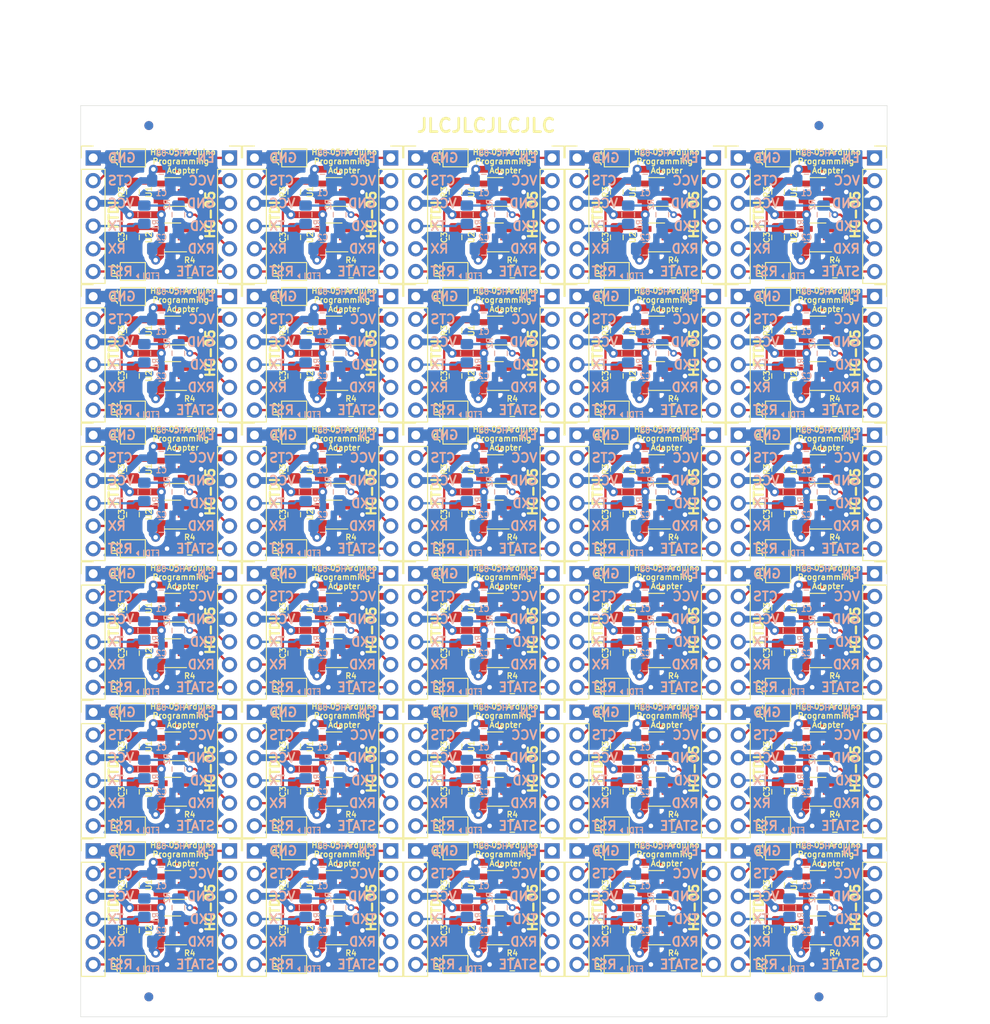
<source format=kicad_pcb>
(kicad_pcb (version 20171130) (host pcbnew "(5.1.5)-3")
  (title_block (title "Teensy 4.0 Breakout Board") (date 2019-12-24) (rev A) (company "Ray Sun"))
  (layers (0 F.Cu signal) (31 B.Cu signal) (34 B.Paste user hide) (35 F.Paste user hide) (36 B.SilkS user) (37 F.SilkS user) (38 B.Mask user) (39 F.Mask user) (44 Edge.Cuts user))
  (net 0 "")
  (net 1 GND)
  (net 2 +5V)
  (net 3 "Net-(C3-Pad2)")
  (net 4 "Net-(C3-Pad1)")
  (net 5 /hc05-adapter/RESET)
  (net 6 /hc05-adapter/RX)
  (net 7 /hc05-adapter/TX)
  (net 8 /hc05-adapter/ENABLE)
  (net 9 /hc05-adapter/BT_RST)
  (net 10 /hc05-adapter/BT_RX)
  (net 11 /hc05-adapter/BT_TX)
  (net 12 /hc05-adapter/BT_EN)
  (net 13 "Net-(R3-Pad2)")
  (module MountingHole:MountingHole_2.7mm_M2.5 (layer F.Cu) (at 102.743 138.7475)
    (fp_text reference REF** hide)
    (fp_text value MountingHole_2.7mm_M2.5)
    (pad 1 np_thru_hole circle (at 0 0) (size 2.7 2.7) (drill 2.7) (layers *.Cu *.Mask))
  )
  (module MountingHole:MountingHole_2.7mm_M2.5 (layer F.Cu) (at 187.833 138.811)
    (fp_text reference REF** hide)
    (fp_text value MountingHole_2.7mm_M2.5)
    (pad 1 np_thru_hole circle (at 0 0) (size 2.7 2.7) (drill 2.7) (layers *.Cu *.Mask))
  )
  (module MountingHole:MountingHole_2.7mm_M2.5 (layer F.Cu) (at 187.833 41.3385)
    (fp_text reference REF** hide)
    (fp_text value MountingHole_2.7mm_M2.5)
    (pad 1 np_thru_hole circle (at 0 0) (size 2.7 2.7) (drill 2.7) (layers *.Cu *.Mask))
  )
  (module MountingHole:MountingHole_2.7mm_M2.5 (layer F.Cu) (at 102.743 41.3385)
    (fp_text reference REF** hide)
    (fp_text value MountingHole_2.7mm_M2.5)
    (pad 1 np_thru_hole circle (at 0 0) (size 2.7 2.7) (drill 2.7) (layers *.Cu *.Mask))
  )
  (module Fiducial:Fiducial_1mm_Mask3mm (layer B.Cu) (at 107.823 41.3385)
    (fp_text reference REF** hide)
    (fp_text value Fiducial_1mm_Mask3mm)
    (pad "" smd circle (at 0 0) (size 1 1) (layers B.Cu B.Mask) (clearance 1))
  )
  (module Fiducial:Fiducial_1mm_Mask3mm (layer B.Cu) (at 182.753 41.3385)
    (fp_text reference REF** hide)
    (fp_text value Fiducial_1mm_Mask3mm)
    (pad "" smd circle (at 0 0) (size 1 1) (layers B.Cu B.Mask) (clearance 1))
  )
  (module Fiducial:Fiducial_1mm_Mask3mm (layer B.Cu) (at 182.753 138.7475)
    (fp_text reference REF** hide)
    (fp_text value Fiducial_1mm_Mask3mm)
    (pad "" smd circle (at 0 0) (size 1 1) (layers B.Cu B.Mask) (clearance 1))
  )
  (module Fiducial:Fiducial_1mm_Mask3mm (layer B.Cu) (at 107.823 138.7475)
    (fp_text reference REF** hide)
    (fp_text value Fiducial_1mm_Mask3mm)
    (pad "" smd circle (at 0 0) (size 1 1) (layers B.Cu B.Mask) (clearance 1))
  )
  (module Jumper:SolderJumper-2_P1.3mm_Bridged_Pad1.0x1.5mm (layer F.Cu) (at 106.0335 57.6545 180)
    (fp_text reference JP2 (at 2.017 0 90) (layer F.SilkS) (effects (font (size 0.635 0.635) (thickness 0.127))))
    (fp_text value SolderJumper_2_Bridged)
    (fp_poly (pts (xy -0.25 -0.3) (xy 0.25 -0.3) (xy 0.25 0.3) (xy -0.25 0.3)) (layer F.Cu) (width 0))
    (pad 1 smd rect (at -0.65 0 180) (size 1 1.5) (layers F.Cu F.Mask) (net 4 "Net-(C3-Pad1)"))
    (pad 2 smd rect (at 0.65 0 180) (size 1 1.5) (layers F.Cu F.Mask) (net 5 /hc05-adapter/RESET))
  )
  (module Jumper:SolderJumper-2_P1.3mm_Bridged_Pad1.0x1.5mm (layer F.Cu) (at 106.0335 88.6425 180)
    (fp_text reference JP2 (at 2.017 0 90) (layer F.SilkS) (effects (font (size 0.635 0.635) (thickness 0.127))))
    (fp_text value SolderJumper_2_Bridged)
    (fp_poly (pts (xy -0.25 -0.3) (xy 0.25 -0.3) (xy 0.25 0.3) (xy -0.25 0.3)) (layer F.Cu) (width 0))
    (pad 1 smd rect (at -0.65 0 180) (size 1 1.5) (layers F.Cu F.Mask) (net 4 "Net-(C3-Pad1)"))
    (pad 2 smd rect (at 0.65 0 180) (size 1 1.5) (layers F.Cu F.Mask) (net 5 /hc05-adapter/RESET))
  )
  (module Capacitor_SMD:C_0805_2012Metric_Pad1.15x1.40mm_HandSolder (layer F.Cu) (at 106.0485 53.8445 90)
    (fp_text reference C3 (at 0 -1.27 90) (layer F.SilkS) (effects (font (size 0.635 0.635) (thickness 0.127))))
    (fp_text value 0.1uF)
    (pad 1 smd roundrect (at -1.025 0 90) (size 1.15 1.4) (layers F.Cu F.Paste F.Mask) (roundrect_rratio 0.217391) (net 4 "Net-(C3-Pad1)"))
    (pad 2 smd roundrect (at 1.025 0 90) (size 1.15 1.4) (layers F.Cu F.Paste F.Mask) (roundrect_rratio 0.217391) (net 3 "Net-(C3-Pad2)"))
  )
  (module Capacitor_SMD:C_0805_2012Metric_Pad1.15x1.40mm_HandSolder (layer F.Cu) (at 106.0485 84.8325 90)
    (fp_text reference C3 (at 0 -1.27 90) (layer F.SilkS) (effects (font (size 0.635 0.635) (thickness 0.127))))
    (fp_text value 0.1uF)
    (pad 1 smd roundrect (at -1.025 0 90) (size 1.15 1.4) (layers F.Cu F.Paste F.Mask) (roundrect_rratio 0.217391) (net 4 "Net-(C3-Pad1)"))
    (pad 2 smd roundrect (at 1.025 0 90) (size 1.15 1.4) (layers F.Cu F.Paste F.Mask) (roundrect_rratio 0.217391) (net 3 "Net-(C3-Pad2)"))
  )
  (module Package_TO_SOT_SMD:SOT-23-5_HandSoldering (layer F.Cu) (at 110.4935 53.8445 180)
    (fp_text reference U2 (at 2.667 0 90) (layer F.SilkS) (effects (font (size 0.635 0.635) (thickness 0.127))))
    (fp_text value 74LVC1G14)
    (pad 1 smd rect (at -1.35 -0.95 180) (size 1.56 0.65) (layers F.Cu F.Paste F.Mask))
    (pad 2 smd rect (at -1.35 0 180) (size 1.56 0.65) (layers F.Cu F.Paste F.Mask) (net 9 /hc05-adapter/BT_RST))
    (pad 3 smd rect (at -1.35 0.95 180) (size 1.56 0.65) (layers F.Cu F.Paste F.Mask) (net 1 GND))
    (pad 4 smd rect (at 1.35 0.95 180) (size 1.56 0.65) (layers F.Cu F.Paste F.Mask) (net 3 "Net-(C3-Pad2)"))
    (pad 5 smd rect (at 1.35 -0.95 180) (size 1.56 0.65) (layers F.Cu F.Paste F.Mask) (net 2 +5V))
  )
  (module Package_TO_SOT_SMD:SOT-23-5_HandSoldering (layer F.Cu) (at 110.4935 84.8325 180)
    (fp_text reference U2 (at 2.667 0 90) (layer F.SilkS) (effects (font (size 0.635 0.635) (thickness 0.127))))
    (fp_text value 74LVC1G14)
    (pad 1 smd rect (at -1.35 -0.95 180) (size 1.56 0.65) (layers F.Cu F.Paste F.Mask))
    (pad 2 smd rect (at -1.35 0 180) (size 1.56 0.65) (layers F.Cu F.Paste F.Mask) (net 9 /hc05-adapter/BT_RST))
    (pad 3 smd rect (at -1.35 0.95 180) (size 1.56 0.65) (layers F.Cu F.Paste F.Mask) (net 1 GND))
    (pad 4 smd rect (at 1.35 0.95 180) (size 1.56 0.65) (layers F.Cu F.Paste F.Mask) (net 3 "Net-(C3-Pad2)"))
    (pad 5 smd rect (at 1.35 -0.95 180) (size 1.56 0.65) (layers F.Cu F.Paste F.Mask) (net 2 +5V))
  )
  (module Capacitor_SMD:C_0805_2012Metric_Pad1.15x1.40mm_HandSolder (layer B.Cu) (at 109.2235 55.1145)
    (fp_text reference C2 (at 0 -1.27) (layer B.SilkS) (effects (font (size 0.635 0.635) (thickness 0.127)) (justify mirror)))
    (fp_text value 0.1uF)
    (pad 1 smd roundrect (at -1.025 0) (size 1.15 1.4) (layers B.Cu B.Paste B.Mask) (roundrect_rratio 0.217391) (net 2 +5V))
    (pad 2 smd roundrect (at 1.025 0) (size 1.15 1.4) (layers B.Cu B.Paste B.Mask) (roundrect_rratio 0.217391) (net 1 GND))
  )
  (module Capacitor_SMD:C_0805_2012Metric_Pad1.15x1.40mm_HandSolder (layer B.Cu) (at 109.2235 86.1025)
    (fp_text reference C2 (at 0 -1.27) (layer B.SilkS) (effects (font (size 0.635 0.635) (thickness 0.127)) (justify mirror)))
    (fp_text value 0.1uF)
    (pad 1 smd roundrect (at -1.025 0) (size 1.15 1.4) (layers B.Cu B.Paste B.Mask) (roundrect_rratio 0.217391) (net 2 +5V))
    (pad 2 smd roundrect (at 1.025 0) (size 1.15 1.4) (layers B.Cu B.Paste B.Mask) (roundrect_rratio 0.217391) (net 1 GND))
  )
  (module Capacitor_SMD:C_0805_2012Metric_Pad1.15x1.40mm_HandSolder (layer B.Cu) (at 109.2235 47.4945)
    (fp_text reference C1 (at 0 1.397) (layer B.SilkS) (effects (font (size 0.635 0.635) (thickness 0.127)) (justify mirror)))
    (fp_text value 0.1uF)
    (pad 1 smd roundrect (at -1.025 0) (size 1.15 1.4) (layers B.Cu B.Paste B.Mask) (roundrect_rratio 0.217391) (net 2 +5V))
    (pad 2 smd roundrect (at 1.025 0) (size 1.15 1.4) (layers B.Cu B.Paste B.Mask) (roundrect_rratio 0.217391) (net 1 GND))
  )
  (module Capacitor_SMD:C_0805_2012Metric_Pad1.15x1.40mm_HandSolder (layer B.Cu) (at 109.2235 78.4825)
    (fp_text reference C1 (at 0 1.397) (layer B.SilkS) (effects (font (size 0.635 0.635) (thickness 0.127)) (justify mirror)))
    (fp_text value 0.1uF)
    (pad 1 smd roundrect (at -1.025 0) (size 1.15 1.4) (layers B.Cu B.Paste B.Mask) (roundrect_rratio 0.217391) (net 2 +5V))
    (pad 2 smd roundrect (at 1.025 0) (size 1.15 1.4) (layers B.Cu B.Paste B.Mask) (roundrect_rratio 0.217391) (net 1 GND))
  )
  (module Resistor_SMD:R_0805_2012Metric_Pad1.15x1.40mm_HandSolder (layer B.Cu) (at 107.3185 51.3045 90)
    (fp_text reference R1 (at -1.1465 1.27 90) (layer B.SilkS) (effects (font (size 0.635 0.635) (thickness 0.127)) (justify mirror)))
    (fp_text value 1K)
    (pad 1 smd roundrect (at -1.025 0 90) (size 1.15 1.4) (layers B.Cu B.Paste B.Mask) (roundrect_rratio 0.217391) (net 7 /hc05-adapter/TX))
    (pad 2 smd roundrect (at 1.025 0 90) (size 1.15 1.4) (layers B.Cu B.Paste B.Mask) (roundrect_rratio 0.217391) (net 10 /hc05-adapter/BT_RX))
  )
  (module Resistor_SMD:R_0805_2012Metric_Pad1.15x1.40mm_HandSolder (layer B.Cu) (at 107.3185 82.2925 90)
    (fp_text reference R1 (at -1.1465 1.27 90) (layer B.SilkS) (effects (font (size 0.635 0.635) (thickness 0.127)) (justify mirror)))
    (fp_text value 1K)
    (pad 1 smd roundrect (at -1.025 0 90) (size 1.15 1.4) (layers B.Cu B.Paste B.Mask) (roundrect_rratio 0.217391) (net 7 /hc05-adapter/TX))
    (pad 2 smd roundrect (at 1.025 0 90) (size 1.15 1.4) (layers B.Cu B.Paste B.Mask) (roundrect_rratio 0.217391) (net 10 /hc05-adapter/BT_RX))
  )
  (module Connector_PinHeader_2.54mm:PinHeader_1x06_P2.54mm_Vertical (layer F.Cu) (at 101.6 44.958)
    (fp_text reference J1 hide)
    (fp_text value Conn_01x06_0.1_Header)
    (pad 1 thru_hole rect (at 0 0) (size 1.7 1.7) (drill 1) (layers *.Cu *.Mask) (net 1 GND))
    (pad 2 thru_hole oval (at 0 2.54) (size 1.7 1.7) (drill 1) (layers *.Cu *.Mask) (net 8 /hc05-adapter/ENABLE))
    (pad 3 thru_hole oval (at 0 5.08) (size 1.7 1.7) (drill 1) (layers *.Cu *.Mask) (net 2 +5V))
    (pad 4 thru_hole oval (at 0 7.62) (size 1.7 1.7) (drill 1) (layers *.Cu *.Mask) (net 7 /hc05-adapter/TX))
    (pad 5 thru_hole oval (at 0 10.16) (size 1.7 1.7) (drill 1) (layers *.Cu *.Mask) (net 6 /hc05-adapter/RX))
    (pad 6 thru_hole oval (at 0 12.7) (size 1.7 1.7) (drill 1) (layers *.Cu *.Mask) (net 5 /hc05-adapter/RESET))
  )
  (module Connector_PinHeader_2.54mm:PinHeader_1x06_P2.54mm_Vertical (layer F.Cu) (at 101.6 75.946)
    (fp_text reference J1 hide)
    (fp_text value Conn_01x06_0.1_Header)
    (pad 1 thru_hole rect (at 0 0) (size 1.7 1.7) (drill 1) (layers *.Cu *.Mask) (net 1 GND))
    (pad 2 thru_hole oval (at 0 2.54) (size 1.7 1.7) (drill 1) (layers *.Cu *.Mask) (net 8 /hc05-adapter/ENABLE))
    (pad 3 thru_hole oval (at 0 5.08) (size 1.7 1.7) (drill 1) (layers *.Cu *.Mask) (net 2 +5V))
    (pad 4 thru_hole oval (at 0 7.62) (size 1.7 1.7) (drill 1) (layers *.Cu *.Mask) (net 7 /hc05-adapter/TX))
    (pad 5 thru_hole oval (at 0 10.16) (size 1.7 1.7) (drill 1) (layers *.Cu *.Mask) (net 6 /hc05-adapter/RX))
    (pad 6 thru_hole oval (at 0 12.7) (size 1.7 1.7) (drill 1) (layers *.Cu *.Mask) (net 5 /hc05-adapter/RESET))
  )
  (module Resistor_SMD:R_0805_2012Metric_Pad1.15x1.40mm_HandSolder (layer B.Cu) (at 111.1285 51.3045 270)
    (fp_text reference R2 (at -1.1395 1.27 90) (layer B.SilkS) (effects (font (size 0.635 0.635) (thickness 0.127)) (justify mirror)))
    (fp_text value 2K)
    (pad 1 smd roundrect (at -1.025 0 270) (size 1.15 1.4) (layers B.Cu B.Paste B.Mask) (roundrect_rratio 0.217391) (net 10 /hc05-adapter/BT_RX))
    (pad 2 smd roundrect (at 1.025 0 270) (size 1.15 1.4) (layers B.Cu B.Paste B.Mask) (roundrect_rratio 0.217391) (net 1 GND))
  )
  (module Resistor_SMD:R_0805_2012Metric_Pad1.15x1.40mm_HandSolder (layer B.Cu) (at 111.1285 82.2925 270)
    (fp_text reference R2 (at -1.1395 1.27 90) (layer B.SilkS) (effects (font (size 0.635 0.635) (thickness 0.127)) (justify mirror)))
    (fp_text value 2K)
    (pad 1 smd roundrect (at -1.025 0 270) (size 1.15 1.4) (layers B.Cu B.Paste B.Mask) (roundrect_rratio 0.217391) (net 10 /hc05-adapter/BT_RX))
    (pad 2 smd roundrect (at 1.025 0 270) (size 1.15 1.4) (layers B.Cu B.Paste B.Mask) (roundrect_rratio 0.217391) (net 1 GND))
  )
  (module Connector_PinSocket_2.54mm:PinSocket_1x06_P2.54mm_Vertical (layer F.Cu) (at 116.84 44.958)
    (fp_text reference J2 hide)
    (fp_text value Conn_01x06_0.1_Socket)
    (pad 1 thru_hole rect (at 0 0) (size 1.7 1.7) (drill 1) (layers *.Cu *.Mask) (net 12 /hc05-adapter/BT_EN))
    (pad 2 thru_hole oval (at 0 2.54) (size 1.7 1.7) (drill 1) (layers *.Cu *.Mask) (net 2 +5V))
    (pad 3 thru_hole oval (at 0 5.08) (size 1.7 1.7) (drill 1) (layers *.Cu *.Mask) (net 1 GND))
    (pad 4 thru_hole oval (at 0 7.62) (size 1.7 1.7) (drill 1) (layers *.Cu *.Mask) (net 11 /hc05-adapter/BT_TX))
    (pad 5 thru_hole oval (at 0 10.16) (size 1.7 1.7) (drill 1) (layers *.Cu *.Mask) (net 10 /hc05-adapter/BT_RX))
    (pad 6 thru_hole oval (at 0 12.7) (size 1.7 1.7) (drill 1) (layers *.Cu *.Mask) (net 9 /hc05-adapter/BT_RST))
  )
  (module Connector_PinSocket_2.54mm:PinSocket_1x06_P2.54mm_Vertical (layer F.Cu) (at 116.84 75.946)
    (fp_text reference J2 hide)
    (fp_text value Conn_01x06_0.1_Socket)
    (pad 1 thru_hole rect (at 0 0) (size 1.7 1.7) (drill 1) (layers *.Cu *.Mask) (net 12 /hc05-adapter/BT_EN))
    (pad 2 thru_hole oval (at 0 2.54) (size 1.7 1.7) (drill 1) (layers *.Cu *.Mask) (net 2 +5V))
    (pad 3 thru_hole oval (at 0 5.08) (size 1.7 1.7) (drill 1) (layers *.Cu *.Mask) (net 1 GND))
    (pad 4 thru_hole oval (at 0 7.62) (size 1.7 1.7) (drill 1) (layers *.Cu *.Mask) (net 11 /hc05-adapter/BT_TX))
    (pad 5 thru_hole oval (at 0 10.16) (size 1.7 1.7) (drill 1) (layers *.Cu *.Mask) (net 10 /hc05-adapter/BT_RX))
    (pad 6 thru_hole oval (at 0 12.7) (size 1.7 1.7) (drill 1) (layers *.Cu *.Mask) (net 9 /hc05-adapter/BT_RST))
  )
  (module Resistor_SMD:R_0805_2012Metric_Pad1.15x1.40mm_HandSolder (layer F.Cu) (at 106.0485 48.7645 90)
    (fp_text reference R3 (at 0 -1.27 270) (layer F.SilkS) (effects (font (size 0.635 0.635) (thickness 0.127))))
    (fp_text value 100)
    (pad 2 smd roundrect (at 1.025 0 90) (size 1.15 1.4) (layers F.Cu F.Paste F.Mask) (roundrect_rratio 0.217391) (net 13 "Net-(R3-Pad2)"))
    (pad 1 smd roundrect (at -1.025 0 90) (size 1.15 1.4) (layers F.Cu F.Paste F.Mask) (roundrect_rratio 0.217391) (net 6 /hc05-adapter/RX))
  )
  (module Resistor_SMD:R_0805_2012Metric_Pad1.15x1.40mm_HandSolder (layer F.Cu) (at 106.0485 79.7525 90)
    (fp_text reference R3 (at 0 -1.27 270) (layer F.SilkS) (effects (font (size 0.635 0.635) (thickness 0.127))))
    (fp_text value 100)
    (pad 2 smd roundrect (at 1.025 0 90) (size 1.15 1.4) (layers F.Cu F.Paste F.Mask) (roundrect_rratio 0.217391) (net 13 "Net-(R3-Pad2)"))
    (pad 1 smd roundrect (at -1.025 0 90) (size 1.15 1.4) (layers F.Cu F.Paste F.Mask) (roundrect_rratio 0.217391) (net 6 /hc05-adapter/RX))
  )
  (module Resistor_SMD:R_0805_2012Metric_Pad1.15x1.40mm_HandSolder (layer F.Cu) (at 112.3985 57.6545 180)
    (fp_text reference R4 (at 0 1.27) (layer F.SilkS) (effects (font (size 0.635 0.635) (thickness 0.127))))
    (fp_text value 10K)
    (pad 1 smd roundrect (at -1.025 0 180) (size 1.15 1.4) (layers F.Cu F.Paste F.Mask) (roundrect_rratio 0.217391) (net 9 /hc05-adapter/BT_RST))
    (pad 2 smd roundrect (at 1.025 0 180) (size 1.15 1.4) (layers F.Cu F.Paste F.Mask) (roundrect_rratio 0.217391) (net 1 GND))
  )
  (module Resistor_SMD:R_0805_2012Metric_Pad1.15x1.40mm_HandSolder (layer F.Cu) (at 112.3985 88.6425 180)
    (fp_text reference R4 (at 0 1.27) (layer F.SilkS) (effects (font (size 0.635 0.635) (thickness 0.127))))
    (fp_text value 10K)
    (pad 1 smd roundrect (at -1.025 0 180) (size 1.15 1.4) (layers F.Cu F.Paste F.Mask) (roundrect_rratio 0.217391) (net 9 /hc05-adapter/BT_RST))
    (pad 2 smd roundrect (at 1.025 0 180) (size 1.15 1.4) (layers F.Cu F.Paste F.Mask) (roundrect_rratio 0.217391) (net 1 GND))
  )
  (module Package_TO_SOT_SMD:SOT-23-5_HandSoldering (layer F.Cu) (at 110.4935 48.7645 180)
    (fp_text reference U1 (at 2.667 0 90) (layer F.SilkS) (effects (font (size 0.635 0.635) (thickness 0.127))))
    (fp_text value 74LVC1G17)
    (pad 1 smd rect (at -1.35 -0.95 180) (size 1.56 0.65) (layers F.Cu F.Paste F.Mask))
    (pad 2 smd rect (at -1.35 0 180) (size 1.56 0.65) (layers F.Cu F.Paste F.Mask) (net 11 /hc05-adapter/BT_TX))
    (pad 3 smd rect (at -1.35 0.95 180) (size 1.56 0.65) (layers F.Cu F.Paste F.Mask) (net 1 GND))
    (pad 4 smd rect (at 1.35 0.95 180) (size 1.56 0.65) (layers F.Cu F.Paste F.Mask) (net 13 "Net-(R3-Pad2)"))
    (pad 5 smd rect (at 1.35 -0.95 180) (size 1.56 0.65) (layers F.Cu F.Paste F.Mask) (net 2 +5V))
  )
  (module Package_TO_SOT_SMD:SOT-23-5_HandSoldering (layer F.Cu) (at 110.4935 79.7525 180)
    (fp_text reference U1 (at 2.667 0 90) (layer F.SilkS) (effects (font (size 0.635 0.635) (thickness 0.127))))
    (fp_text value 74LVC1G17)
    (pad 1 smd rect (at -1.35 -0.95 180) (size 1.56 0.65) (layers F.Cu F.Paste F.Mask))
    (pad 2 smd rect (at -1.35 0 180) (size 1.56 0.65) (layers F.Cu F.Paste F.Mask) (net 11 /hc05-adapter/BT_TX))
    (pad 3 smd rect (at -1.35 0.95 180) (size 1.56 0.65) (layers F.Cu F.Paste F.Mask) (net 1 GND))
    (pad 4 smd rect (at 1.35 0.95 180) (size 1.56 0.65) (layers F.Cu F.Paste F.Mask) (net 13 "Net-(R3-Pad2)"))
    (pad 5 smd rect (at 1.35 -0.95 180) (size 1.56 0.65) (layers F.Cu F.Paste F.Mask) (net 2 +5V))
  )
  (module Jumper:SolderJumper-2_P1.3mm_Bridged_Pad1.0x1.5mm (layer F.Cu) (at 106.0485 44.9545 180)
    (fp_text reference JP1 (at 2.032 0 270) (layer F.SilkS) (effects (font (size 0.635 0.635) (thickness 0.127))))
    (fp_text value SolderJumper_2_Bridged)
    (fp_poly (pts (xy -0.25 -0.3) (xy 0.25 -0.3) (xy 0.25 0.3) (xy -0.25 0.3)) (layer F.Cu) (width 0))
    (pad 1 smd rect (at -0.65 0 180) (size 1 1.5) (layers F.Cu F.Mask) (net 12 /hc05-adapter/BT_EN))
    (pad 2 smd rect (at 0.65 0 180) (size 1 1.5) (layers F.Cu F.Mask) (net 8 /hc05-adapter/ENABLE))
  )
  (module Jumper:SolderJumper-2_P1.3mm_Bridged_Pad1.0x1.5mm (layer F.Cu) (at 106.0485 75.9425 180)
    (fp_text reference JP1 (at 2.032 0 270) (layer F.SilkS) (effects (font (size 0.635 0.635) (thickness 0.127))))
    (fp_text value SolderJumper_2_Bridged)
    (fp_poly (pts (xy -0.25 -0.3) (xy 0.25 -0.3) (xy 0.25 0.3) (xy -0.25 0.3)) (layer F.Cu) (width 0))
    (pad 1 smd rect (at -0.65 0 180) (size 1 1.5) (layers F.Cu F.Mask) (net 12 /hc05-adapter/BT_EN))
    (pad 2 smd rect (at 0.65 0 180) (size 1 1.5) (layers F.Cu F.Mask) (net 8 /hc05-adapter/ENABLE))
  )
  (module Resistor_SMD:R_0805_2012Metric_Pad1.15x1.40mm_HandSolder (layer B.Cu) (at 183.2645 51.3045 270)
    (fp_text reference R2 (at -1.1395 1.27 90) (layer B.SilkS) (effects (font (size 0.635 0.635) (thickness 0.127)) (justify mirror)))
    (fp_text value 2K)
    (pad 2 smd roundrect (at 1.025 0 270) (size 1.15 1.4) (layers B.Cu B.Paste B.Mask) (roundrect_rratio 0.217391) (net 1 GND))
    (pad 1 smd roundrect (at -1.025 0 270) (size 1.15 1.4) (layers B.Cu B.Paste B.Mask) (roundrect_rratio 0.217391) (net 10 /hc05-adapter/BT_RX))
  )
  (module Resistor_SMD:R_0805_2012Metric_Pad1.15x1.40mm_HandSolder (layer B.Cu) (at 183.2645 82.2925 270)
    (fp_text reference R2 (at -1.1395 1.27 90) (layer B.SilkS) (effects (font (size 0.635 0.635) (thickness 0.127)) (justify mirror)))
    (fp_text value 2K)
    (pad 2 smd roundrect (at 1.025 0 270) (size 1.15 1.4) (layers B.Cu B.Paste B.Mask) (roundrect_rratio 0.217391) (net 1 GND))
    (pad 1 smd roundrect (at -1.025 0 270) (size 1.15 1.4) (layers B.Cu B.Paste B.Mask) (roundrect_rratio 0.217391) (net 10 /hc05-adapter/BT_RX))
  )
  (module Capacitor_SMD:C_0805_2012Metric_Pad1.15x1.40mm_HandSolder (layer B.Cu) (at 163.3255 47.4945)
    (fp_text reference C1 (at 0 1.397) (layer B.SilkS) (effects (font (size 0.635 0.635) (thickness 0.127)) (justify mirror)))
    (fp_text value 0.1uF)
    (pad 2 smd roundrect (at 1.025 0) (size 1.15 1.4) (layers B.Cu B.Paste B.Mask) (roundrect_rratio 0.217391) (net 1 GND))
    (pad 1 smd roundrect (at -1.025 0) (size 1.15 1.4) (layers B.Cu B.Paste B.Mask) (roundrect_rratio 0.217391) (net 2 +5V))
  )
  (module Capacitor_SMD:C_0805_2012Metric_Pad1.15x1.40mm_HandSolder (layer B.Cu) (at 163.3255 78.4825)
    (fp_text reference C1 (at 0 1.397) (layer B.SilkS) (effects (font (size 0.635 0.635) (thickness 0.127)) (justify mirror)))
    (fp_text value 0.1uF)
    (pad 2 smd roundrect (at 1.025 0) (size 1.15 1.4) (layers B.Cu B.Paste B.Mask) (roundrect_rratio 0.217391) (net 1 GND))
    (pad 1 smd roundrect (at -1.025 0) (size 1.15 1.4) (layers B.Cu B.Paste B.Mask) (roundrect_rratio 0.217391) (net 2 +5V))
  )
  (module Resistor_SMD:R_0805_2012Metric_Pad1.15x1.40mm_HandSolder (layer B.Cu) (at 179.4545 51.3045 90)
    (fp_text reference R1 (at -1.1465 1.27 90) (layer B.SilkS) (effects (font (size 0.635 0.635) (thickness 0.127)) (justify mirror)))
    (fp_text value 1K)
    (pad 2 smd roundrect (at 1.025 0 90) (size 1.15 1.4) (layers B.Cu B.Paste B.Mask) (roundrect_rratio 0.217391) (net 10 /hc05-adapter/BT_RX))
    (pad 1 smd roundrect (at -1.025 0 90) (size 1.15 1.4) (layers B.Cu B.Paste B.Mask) (roundrect_rratio 0.217391) (net 7 /hc05-adapter/TX))
  )
  (module Resistor_SMD:R_0805_2012Metric_Pad1.15x1.40mm_HandSolder (layer B.Cu) (at 179.4545 82.2925 90)
    (fp_text reference R1 (at -1.1465 1.27 90) (layer B.SilkS) (effects (font (size 0.635 0.635) (thickness 0.127)) (justify mirror)))
    (fp_text value 1K)
    (pad 2 smd roundrect (at 1.025 0 90) (size 1.15 1.4) (layers B.Cu B.Paste B.Mask) (roundrect_rratio 0.217391) (net 10 /hc05-adapter/BT_RX))
    (pad 1 smd roundrect (at -1.025 0 90) (size 1.15 1.4) (layers B.Cu B.Paste B.Mask) (roundrect_rratio 0.217391) (net 7 /hc05-adapter/TX))
  )
  (module Resistor_SMD:R_0805_2012Metric_Pad1.15x1.40mm_HandSolder (layer B.Cu) (at 129.1625 51.3045 270)
    (fp_text reference R2 (at -1.1395 1.27 90) (layer B.SilkS) (effects (font (size 0.635 0.635) (thickness 0.127)) (justify mirror)))
    (fp_text value 2K)
    (pad 2 smd roundrect (at 1.025 0 270) (size 1.15 1.4) (layers B.Cu B.Paste B.Mask) (roundrect_rratio 0.217391) (net 1 GND))
    (pad 1 smd roundrect (at -1.025 0 270) (size 1.15 1.4) (layers B.Cu B.Paste B.Mask) (roundrect_rratio 0.217391) (net 10 /hc05-adapter/BT_RX))
  )
  (module Resistor_SMD:R_0805_2012Metric_Pad1.15x1.40mm_HandSolder (layer B.Cu) (at 129.1625 82.2925 270)
    (fp_text reference R2 (at -1.1395 1.27 90) (layer B.SilkS) (effects (font (size 0.635 0.635) (thickness 0.127)) (justify mirror)))
    (fp_text value 2K)
    (pad 2 smd roundrect (at 1.025 0 270) (size 1.15 1.4) (layers B.Cu B.Paste B.Mask) (roundrect_rratio 0.217391) (net 1 GND))
    (pad 1 smd roundrect (at -1.025 0 270) (size 1.15 1.4) (layers B.Cu B.Paste B.Mask) (roundrect_rratio 0.217391) (net 10 /hc05-adapter/BT_RX))
  )
  (module Resistor_SMD:R_0805_2012Metric_Pad1.15x1.40mm_HandSolder (layer B.Cu) (at 165.2305 51.3045 270)
    (fp_text reference R2 (at -1.1395 1.27 90) (layer B.SilkS) (effects (font (size 0.635 0.635) (thickness 0.127)) (justify mirror)))
    (fp_text value 2K)
    (pad 2 smd roundrect (at 1.025 0 270) (size 1.15 1.4) (layers B.Cu B.Paste B.Mask) (roundrect_rratio 0.217391) (net 1 GND))
    (pad 1 smd roundrect (at -1.025 0 270) (size 1.15 1.4) (layers B.Cu B.Paste B.Mask) (roundrect_rratio 0.217391) (net 10 /hc05-adapter/BT_RX))
  )
  (module Resistor_SMD:R_0805_2012Metric_Pad1.15x1.40mm_HandSolder (layer B.Cu) (at 165.2305 82.2925 270)
    (fp_text reference R2 (at -1.1395 1.27 90) (layer B.SilkS) (effects (font (size 0.635 0.635) (thickness 0.127)) (justify mirror)))
    (fp_text value 2K)
    (pad 2 smd roundrect (at 1.025 0 270) (size 1.15 1.4) (layers B.Cu B.Paste B.Mask) (roundrect_rratio 0.217391) (net 1 GND))
    (pad 1 smd roundrect (at -1.025 0 270) (size 1.15 1.4) (layers B.Cu B.Paste B.Mask) (roundrect_rratio 0.217391) (net 10 /hc05-adapter/BT_RX))
  )
  (module Capacitor_SMD:C_0805_2012Metric_Pad1.15x1.40mm_HandSolder (layer B.Cu) (at 127.2575 47.4945)
    (fp_text reference C1 (at 0 1.397) (layer B.SilkS) (effects (font (size 0.635 0.635) (thickness 0.127)) (justify mirror)))
    (fp_text value 0.1uF)
    (pad 2 smd roundrect (at 1.025 0) (size 1.15 1.4) (layers B.Cu B.Paste B.Mask) (roundrect_rratio 0.217391) (net 1 GND))
    (pad 1 smd roundrect (at -1.025 0) (size 1.15 1.4) (layers B.Cu B.Paste B.Mask) (roundrect_rratio 0.217391) (net 2 +5V))
  )
  (module Capacitor_SMD:C_0805_2012Metric_Pad1.15x1.40mm_HandSolder (layer B.Cu) (at 127.2575 78.4825)
    (fp_text reference C1 (at 0 1.397) (layer B.SilkS) (effects (font (size 0.635 0.635) (thickness 0.127)) (justify mirror)))
    (fp_text value 0.1uF)
    (pad 2 smd roundrect (at 1.025 0) (size 1.15 1.4) (layers B.Cu B.Paste B.Mask) (roundrect_rratio 0.217391) (net 1 GND))
    (pad 1 smd roundrect (at -1.025 0) (size 1.15 1.4) (layers B.Cu B.Paste B.Mask) (roundrect_rratio 0.217391) (net 2 +5V))
  )
  (module Capacitor_SMD:C_0805_2012Metric_Pad1.15x1.40mm_HandSolder (layer B.Cu) (at 145.2915 47.4945)
    (fp_text reference C1 (at 0 1.397) (layer B.SilkS) (effects (font (size 0.635 0.635) (thickness 0.127)) (justify mirror)))
    (fp_text value 0.1uF)
    (pad 2 smd roundrect (at 1.025 0) (size 1.15 1.4) (layers B.Cu B.Paste B.Mask) (roundrect_rratio 0.217391) (net 1 GND))
    (pad 1 smd roundrect (at -1.025 0) (size 1.15 1.4) (layers B.Cu B.Paste B.Mask) (roundrect_rratio 0.217391) (net 2 +5V))
  )
  (module Capacitor_SMD:C_0805_2012Metric_Pad1.15x1.40mm_HandSolder (layer B.Cu) (at 145.2915 78.4825)
    (fp_text reference C1 (at 0 1.397) (layer B.SilkS) (effects (font (size 0.635 0.635) (thickness 0.127)) (justify mirror)))
    (fp_text value 0.1uF)
    (pad 2 smd roundrect (at 1.025 0) (size 1.15 1.4) (layers B.Cu B.Paste B.Mask) (roundrect_rratio 0.217391) (net 1 GND))
    (pad 1 smd roundrect (at -1.025 0) (size 1.15 1.4) (layers B.Cu B.Paste B.Mask) (roundrect_rratio 0.217391) (net 2 +5V))
  )
  (module Capacitor_SMD:C_0805_2012Metric_Pad1.15x1.40mm_HandSolder (layer B.Cu) (at 181.3595 47.4945)
    (fp_text reference C1 (at 0 1.397) (layer B.SilkS) (effects (font (size 0.635 0.635) (thickness 0.127)) (justify mirror)))
    (fp_text value 0.1uF)
    (pad 2 smd roundrect (at 1.025 0) (size 1.15 1.4) (layers B.Cu B.Paste B.Mask) (roundrect_rratio 0.217391) (net 1 GND))
    (pad 1 smd roundrect (at -1.025 0) (size 1.15 1.4) (layers B.Cu B.Paste B.Mask) (roundrect_rratio 0.217391) (net 2 +5V))
  )
  (module Capacitor_SMD:C_0805_2012Metric_Pad1.15x1.40mm_HandSolder (layer B.Cu) (at 181.3595 78.4825)
    (fp_text reference C1 (at 0 1.397) (layer B.SilkS) (effects (font (size 0.635 0.635) (thickness 0.127)) (justify mirror)))
    (fp_text value 0.1uF)
    (pad 2 smd roundrect (at 1.025 0) (size 1.15 1.4) (layers B.Cu B.Paste B.Mask) (roundrect_rratio 0.217391) (net 1 GND))
    (pad 1 smd roundrect (at -1.025 0) (size 1.15 1.4) (layers B.Cu B.Paste B.Mask) (roundrect_rratio 0.217391) (net 2 +5V))
  )
  (module Capacitor_SMD:C_0805_2012Metric_Pad1.15x1.40mm_HandSolder (layer B.Cu) (at 181.3595 55.1145)
    (fp_text reference C2 (at 0 -1.27) (layer B.SilkS) (effects (font (size 0.635 0.635) (thickness 0.127)) (justify mirror)))
    (fp_text value 0.1uF)
    (pad 2 smd roundrect (at 1.025 0) (size 1.15 1.4) (layers B.Cu B.Paste B.Mask) (roundrect_rratio 0.217391) (net 1 GND))
    (pad 1 smd roundrect (at -1.025 0) (size 1.15 1.4) (layers B.Cu B.Paste B.Mask) (roundrect_rratio 0.217391) (net 2 +5V))
  )
  (module Capacitor_SMD:C_0805_2012Metric_Pad1.15x1.40mm_HandSolder (layer B.Cu) (at 181.3595 86.1025)
    (fp_text reference C2 (at 0 -1.27) (layer B.SilkS) (effects (font (size 0.635 0.635) (thickness 0.127)) (justify mirror)))
    (fp_text value 0.1uF)
    (pad 2 smd roundrect (at 1.025 0) (size 1.15 1.4) (layers B.Cu B.Paste B.Mask) (roundrect_rratio 0.217391) (net 1 GND))
    (pad 1 smd roundrect (at -1.025 0) (size 1.15 1.4) (layers B.Cu B.Paste B.Mask) (roundrect_rratio 0.217391) (net 2 +5V))
  )
  (module Jumper:SolderJumper-2_P1.3mm_Bridged_Pad1.0x1.5mm (layer F.Cu) (at 124.0675 57.6545 180)
    (fp_text reference JP2 (at 2.017 0 90) (layer F.SilkS) (effects (font (size 0.635 0.635) (thickness 0.127))))
    (fp_text value SolderJumper_2_Bridged)
    (fp_poly (pts (xy -0.25 -0.3) (xy 0.25 -0.3) (xy 0.25 0.3) (xy -0.25 0.3)) (layer F.Cu) (width 0))
    (pad 2 smd rect (at 0.65 0 180) (size 1 1.5) (layers F.Cu F.Mask) (net 5 /hc05-adapter/RESET))
    (pad 1 smd rect (at -0.65 0 180) (size 1 1.5) (layers F.Cu F.Mask) (net 4 "Net-(C3-Pad1)"))
  )
  (module Jumper:SolderJumper-2_P1.3mm_Bridged_Pad1.0x1.5mm (layer F.Cu) (at 124.0675 88.6425 180)
    (fp_text reference JP2 (at 2.017 0 90) (layer F.SilkS) (effects (font (size 0.635 0.635) (thickness 0.127))))
    (fp_text value SolderJumper_2_Bridged)
    (fp_poly (pts (xy -0.25 -0.3) (xy 0.25 -0.3) (xy 0.25 0.3) (xy -0.25 0.3)) (layer F.Cu) (width 0))
    (pad 2 smd rect (at 0.65 0 180) (size 1 1.5) (layers F.Cu F.Mask) (net 5 /hc05-adapter/RESET))
    (pad 1 smd rect (at -0.65 0 180) (size 1 1.5) (layers F.Cu F.Mask) (net 4 "Net-(C3-Pad1)"))
  )
  (module Resistor_SMD:R_0805_2012Metric_Pad1.15x1.40mm_HandSolder (layer B.Cu) (at 147.1965 51.3045 270)
    (fp_text reference R2 (at -1.1395 1.27 90) (layer B.SilkS) (effects (font (size 0.635 0.635) (thickness 0.127)) (justify mirror)))
    (fp_text value 2K)
    (pad 2 smd roundrect (at 1.025 0 270) (size 1.15 1.4) (layers B.Cu B.Paste B.Mask) (roundrect_rratio 0.217391) (net 1 GND))
    (pad 1 smd roundrect (at -1.025 0 270) (size 1.15 1.4) (layers B.Cu B.Paste B.Mask) (roundrect_rratio 0.217391) (net 10 /hc05-adapter/BT_RX))
  )
  (module Resistor_SMD:R_0805_2012Metric_Pad1.15x1.40mm_HandSolder (layer B.Cu) (at 147.1965 82.2925 270)
    (fp_text reference R2 (at -1.1395 1.27 90) (layer B.SilkS) (effects (font (size 0.635 0.635) (thickness 0.127)) (justify mirror)))
    (fp_text value 2K)
    (pad 2 smd roundrect (at 1.025 0 270) (size 1.15 1.4) (layers B.Cu B.Paste B.Mask) (roundrect_rratio 0.217391) (net 1 GND))
    (pad 1 smd roundrect (at -1.025 0 270) (size 1.15 1.4) (layers B.Cu B.Paste B.Mask) (roundrect_rratio 0.217391) (net 10 /hc05-adapter/BT_RX))
  )
  (module Jumper:SolderJumper-2_P1.3mm_Bridged_Pad1.0x1.5mm (layer F.Cu) (at 142.1015 57.6545 180)
    (fp_text reference JP2 (at 2.017 0 90) (layer F.SilkS) (effects (font (size 0.635 0.635) (thickness 0.127))))
    (fp_text value SolderJumper_2_Bridged)
    (fp_poly (pts (xy -0.25 -0.3) (xy 0.25 -0.3) (xy 0.25 0.3) (xy -0.25 0.3)) (layer F.Cu) (width 0))
    (pad 2 smd rect (at 0.65 0 180) (size 1 1.5) (layers F.Cu F.Mask) (net 5 /hc05-adapter/RESET))
    (pad 1 smd rect (at -0.65 0 180) (size 1 1.5) (layers F.Cu F.Mask) (net 4 "Net-(C3-Pad1)"))
  )
  (module Jumper:SolderJumper-2_P1.3mm_Bridged_Pad1.0x1.5mm (layer F.Cu) (at 142.1015 88.6425 180)
    (fp_text reference JP2 (at 2.017 0 90) (layer F.SilkS) (effects (font (size 0.635 0.635) (thickness 0.127))))
    (fp_text value SolderJumper_2_Bridged)
    (fp_poly (pts (xy -0.25 -0.3) (xy 0.25 -0.3) (xy 0.25 0.3) (xy -0.25 0.3)) (layer F.Cu) (width 0))
    (pad 2 smd rect (at 0.65 0 180) (size 1 1.5) (layers F.Cu F.Mask) (net 5 /hc05-adapter/RESET))
    (pad 1 smd rect (at -0.65 0 180) (size 1 1.5) (layers F.Cu F.Mask) (net 4 "Net-(C3-Pad1)"))
  )
  (module Jumper:SolderJumper-2_P1.3mm_Bridged_Pad1.0x1.5mm (layer F.Cu) (at 160.1355 57.6545 180)
    (fp_text reference JP2 (at 2.017 0 90) (layer F.SilkS) (effects (font (size 0.635 0.635) (thickness 0.127))))
    (fp_text value SolderJumper_2_Bridged)
    (fp_poly (pts (xy -0.25 -0.3) (xy 0.25 -0.3) (xy 0.25 0.3) (xy -0.25 0.3)) (layer F.Cu) (width 0))
    (pad 2 smd rect (at 0.65 0 180) (size 1 1.5) (layers F.Cu F.Mask) (net 5 /hc05-adapter/RESET))
    (pad 1 smd rect (at -0.65 0 180) (size 1 1.5) (layers F.Cu F.Mask) (net 4 "Net-(C3-Pad1)"))
  )
  (module Jumper:SolderJumper-2_P1.3mm_Bridged_Pad1.0x1.5mm (layer F.Cu) (at 160.1355 88.6425 180)
    (fp_text reference JP2 (at 2.017 0 90) (layer F.SilkS) (effects (font (size 0.635 0.635) (thickness 0.127))))
    (fp_text value SolderJumper_2_Bridged)
    (fp_poly (pts (xy -0.25 -0.3) (xy 0.25 -0.3) (xy 0.25 0.3) (xy -0.25 0.3)) (layer F.Cu) (width 0))
    (pad 2 smd rect (at 0.65 0 180) (size 1 1.5) (layers F.Cu F.Mask) (net 5 /hc05-adapter/RESET))
    (pad 1 smd rect (at -0.65 0 180) (size 1 1.5) (layers F.Cu F.Mask) (net 4 "Net-(C3-Pad1)"))
  )
  (module Jumper:SolderJumper-2_P1.3mm_Bridged_Pad1.0x1.5mm (layer F.Cu) (at 178.1695 57.6545 180)
    (fp_text reference JP2 (at 2.017 0 90) (layer F.SilkS) (effects (font (size 0.635 0.635) (thickness 0.127))))
    (fp_text value SolderJumper_2_Bridged)
    (fp_poly (pts (xy -0.25 -0.3) (xy 0.25 -0.3) (xy 0.25 0.3) (xy -0.25 0.3)) (layer F.Cu) (width 0))
    (pad 2 smd rect (at 0.65 0 180) (size 1 1.5) (layers F.Cu F.Mask) (net 5 /hc05-adapter/RESET))
    (pad 1 smd rect (at -0.65 0 180) (size 1 1.5) (layers F.Cu F.Mask) (net 4 "Net-(C3-Pad1)"))
  )
  (module Jumper:SolderJumper-2_P1.3mm_Bridged_Pad1.0x1.5mm (layer F.Cu) (at 178.1695 88.6425 180)
    (fp_text reference JP2 (at 2.017 0 90) (layer F.SilkS) (effects (font (size 0.635 0.635) (thickness 0.127))))
    (fp_text value SolderJumper_2_Bridged)
    (fp_poly (pts (xy -0.25 -0.3) (xy 0.25 -0.3) (xy 0.25 0.3) (xy -0.25 0.3)) (layer F.Cu) (width 0))
    (pad 2 smd rect (at 0.65 0 180) (size 1 1.5) (layers F.Cu F.Mask) (net 5 /hc05-adapter/RESET))
    (pad 1 smd rect (at -0.65 0 180) (size 1 1.5) (layers F.Cu F.Mask) (net 4 "Net-(C3-Pad1)"))
  )
  (module Resistor_SMD:R_0805_2012Metric_Pad1.15x1.40mm_HandSolder (layer B.Cu) (at 161.4205 51.3045 90)
    (fp_text reference R1 (at -1.1465 1.27 90) (layer B.SilkS) (effects (font (size 0.635 0.635) (thickness 0.127)) (justify mirror)))
    (fp_text value 1K)
    (pad 2 smd roundrect (at 1.025 0 90) (size 1.15 1.4) (layers B.Cu B.Paste B.Mask) (roundrect_rratio 0.217391) (net 10 /hc05-adapter/BT_RX))
    (pad 1 smd roundrect (at -1.025 0 90) (size 1.15 1.4) (layers B.Cu B.Paste B.Mask) (roundrect_rratio 0.217391) (net 7 /hc05-adapter/TX))
  )
  (module Resistor_SMD:R_0805_2012Metric_Pad1.15x1.40mm_HandSolder (layer B.Cu) (at 161.4205 82.2925 90)
    (fp_text reference R1 (at -1.1465 1.27 90) (layer B.SilkS) (effects (font (size 0.635 0.635) (thickness 0.127)) (justify mirror)))
    (fp_text value 1K)
    (pad 2 smd roundrect (at 1.025 0 90) (size 1.15 1.4) (layers B.Cu B.Paste B.Mask) (roundrect_rratio 0.217391) (net 10 /hc05-adapter/BT_RX))
    (pad 1 smd roundrect (at -1.025 0 90) (size 1.15 1.4) (layers B.Cu B.Paste B.Mask) (roundrect_rratio 0.217391) (net 7 /hc05-adapter/TX))
  )
  (module Connector_PinSocket_2.54mm:PinSocket_1x06_P2.54mm_Vertical (layer F.Cu) (at 134.874 44.958)
    (fp_text reference J2 hide)
    (fp_text value Conn_01x06_0.1_Socket)
    (pad 6 thru_hole oval (at 0 12.7) (size 1.7 1.7) (drill 1) (layers *.Cu *.Mask) (net 9 /hc05-adapter/BT_RST))
    (pad 5 thru_hole oval (at 0 10.16) (size 1.7 1.7) (drill 1) (layers *.Cu *.Mask) (net 10 /hc05-adapter/BT_RX))
    (pad 4 thru_hole oval (at 0 7.62) (size 1.7 1.7) (drill 1) (layers *.Cu *.Mask) (net 11 /hc05-adapter/BT_TX))
    (pad 3 thru_hole oval (at 0 5.08) (size 1.7 1.7) (drill 1) (layers *.Cu *.Mask) (net 1 GND))
    (pad 2 thru_hole oval (at 0 2.54) (size 1.7 1.7) (drill 1) (layers *.Cu *.Mask) (net 2 +5V))
    (pad 1 thru_hole rect (at 0 0) (size 1.7 1.7) (drill 1) (layers *.Cu *.Mask) (net 12 /hc05-adapter/BT_EN))
  )
  (module Connector_PinSocket_2.54mm:PinSocket_1x06_P2.54mm_Vertical (layer F.Cu) (at 134.874 75.946)
    (fp_text reference J2 hide)
    (fp_text value Conn_01x06_0.1_Socket)
    (pad 6 thru_hole oval (at 0 12.7) (size 1.7 1.7) (drill 1) (layers *.Cu *.Mask) (net 9 /hc05-adapter/BT_RST))
    (pad 5 thru_hole oval (at 0 10.16) (size 1.7 1.7) (drill 1) (layers *.Cu *.Mask) (net 10 /hc05-adapter/BT_RX))
    (pad 4 thru_hole oval (at 0 7.62) (size 1.7 1.7) (drill 1) (layers *.Cu *.Mask) (net 11 /hc05-adapter/BT_TX))
    (pad 3 thru_hole oval (at 0 5.08) (size 1.7 1.7) (drill 1) (layers *.Cu *.Mask) (net 1 GND))
    (pad 2 thru_hole oval (at 0 2.54) (size 1.7 1.7) (drill 1) (layers *.Cu *.Mask) (net 2 +5V))
    (pad 1 thru_hole rect (at 0 0) (size 1.7 1.7) (drill 1) (layers *.Cu *.Mask) (net 12 /hc05-adapter/BT_EN))
  )
  (module Resistor_SMD:R_0805_2012Metric_Pad1.15x1.40mm_HandSolder (layer B.Cu) (at 125.3525 51.3045 90)
    (fp_text reference R1 (at -1.1465 1.27 90) (layer B.SilkS) (effects (font (size 0.635 0.635) (thickness 0.127)) (justify mirror)))
    (fp_text value 1K)
    (pad 2 smd roundrect (at 1.025 0 90) (size 1.15 1.4) (layers B.Cu B.Paste B.Mask) (roundrect_rratio 0.217391) (net 10 /hc05-adapter/BT_RX))
    (pad 1 smd roundrect (at -1.025 0 90) (size 1.15 1.4) (layers B.Cu B.Paste B.Mask) (roundrect_rratio 0.217391) (net 7 /hc05-adapter/TX))
  )
  (module Resistor_SMD:R_0805_2012Metric_Pad1.15x1.40mm_HandSolder (layer B.Cu) (at 125.3525 82.2925 90)
    (fp_text reference R1 (at -1.1465 1.27 90) (layer B.SilkS) (effects (font (size 0.635 0.635) (thickness 0.127)) (justify mirror)))
    (fp_text value 1K)
    (pad 2 smd roundrect (at 1.025 0 90) (size 1.15 1.4) (layers B.Cu B.Paste B.Mask) (roundrect_rratio 0.217391) (net 10 /hc05-adapter/BT_RX))
    (pad 1 smd roundrect (at -1.025 0 90) (size 1.15 1.4) (layers B.Cu B.Paste B.Mask) (roundrect_rratio 0.217391) (net 7 /hc05-adapter/TX))
  )
  (module Resistor_SMD:R_0805_2012Metric_Pad1.15x1.40mm_HandSolder (layer B.Cu) (at 143.3865 51.3045 90)
    (fp_text reference R1 (at -1.1465 1.27 90) (layer B.SilkS) (effects (font (size 0.635 0.635) (thickness 0.127)) (justify mirror)))
    (fp_text value 1K)
    (pad 2 smd roundrect (at 1.025 0 90) (size 1.15 1.4) (layers B.Cu B.Paste B.Mask) (roundrect_rratio 0.217391) (net 10 /hc05-adapter/BT_RX))
    (pad 1 smd roundrect (at -1.025 0 90) (size 1.15 1.4) (layers B.Cu B.Paste B.Mask) (roundrect_rratio 0.217391) (net 7 /hc05-adapter/TX))
  )
  (module Resistor_SMD:R_0805_2012Metric_Pad1.15x1.40mm_HandSolder (layer B.Cu) (at 143.3865 82.2925 90)
    (fp_text reference R1 (at -1.1465 1.27 90) (layer B.SilkS) (effects (font (size 0.635 0.635) (thickness 0.127)) (justify mirror)))
    (fp_text value 1K)
    (pad 2 smd roundrect (at 1.025 0 90) (size 1.15 1.4) (layers B.Cu B.Paste B.Mask) (roundrect_rratio 0.217391) (net 10 /hc05-adapter/BT_RX))
    (pad 1 smd roundrect (at -1.025 0 90) (size 1.15 1.4) (layers B.Cu B.Paste B.Mask) (roundrect_rratio 0.217391) (net 7 /hc05-adapter/TX))
  )
  (module Resistor_SMD:R_0805_2012Metric_Pad1.15x1.40mm_HandSolder (layer F.Cu) (at 178.1845 64.2585 90)
    (fp_text reference R3 (at 0 -1.27 270) (layer F.SilkS) (effects (font (size 0.635 0.635) (thickness 0.127))))
    (fp_text value 100)
    (pad 2 smd roundrect (at 1.025 0 90) (size 1.15 1.4) (layers F.Cu F.Paste F.Mask) (roundrect_rratio 0.217391) (net 13 "Net-(R3-Pad2)"))
    (pad 1 smd roundrect (at -1.025 0 90) (size 1.15 1.4) (layers F.Cu F.Paste F.Mask) (roundrect_rratio 0.217391) (net 6 /hc05-adapter/RX))
  )
  (module Resistor_SMD:R_0805_2012Metric_Pad1.15x1.40mm_HandSolder (layer F.Cu) (at 178.1845 95.2465 90)
    (fp_text reference R3 (at 0 -1.27 270) (layer F.SilkS) (effects (font (size 0.635 0.635) (thickness 0.127))))
    (fp_text value 100)
    (pad 2 smd roundrect (at 1.025 0 90) (size 1.15 1.4) (layers F.Cu F.Paste F.Mask) (roundrect_rratio 0.217391) (net 13 "Net-(R3-Pad2)"))
    (pad 1 smd roundrect (at -1.025 0 90) (size 1.15 1.4) (layers F.Cu F.Paste F.Mask) (roundrect_rratio 0.217391) (net 6 /hc05-adapter/RX))
  )
  (module Resistor_SMD:R_0805_2012Metric_Pad1.15x1.40mm_HandSolder (layer F.Cu) (at 130.4325 73.1485 180)
    (fp_text reference R4 (at 0 1.27) (layer F.SilkS) (effects (font (size 0.635 0.635) (thickness 0.127))))
    (fp_text value 10K)
    (pad 1 smd roundrect (at -1.025 0 180) (size 1.15 1.4) (layers F.Cu F.Paste F.Mask) (roundrect_rratio 0.217391) (net 9 /hc05-adapter/BT_RST))
    (pad 2 smd roundrect (at 1.025 0 180) (size 1.15 1.4) (layers F.Cu F.Paste F.Mask) (roundrect_rratio 0.217391) (net 1 GND))
  )
  (module Resistor_SMD:R_0805_2012Metric_Pad1.15x1.40mm_HandSolder (layer F.Cu) (at 130.4325 104.1365 180)
    (fp_text reference R4 (at 0 1.27) (layer F.SilkS) (effects (font (size 0.635 0.635) (thickness 0.127))))
    (fp_text value 10K)
    (pad 1 smd roundrect (at -1.025 0 180) (size 1.15 1.4) (layers F.Cu F.Paste F.Mask) (roundrect_rratio 0.217391) (net 9 /hc05-adapter/BT_RST))
    (pad 2 smd roundrect (at 1.025 0 180) (size 1.15 1.4) (layers F.Cu F.Paste F.Mask) (roundrect_rratio 0.217391) (net 1 GND))
  )
  (module Package_TO_SOT_SMD:SOT-23-5_HandSoldering (layer F.Cu) (at 128.5275 69.3385 180)
    (fp_text reference U2 (at 2.667 0 90) (layer F.SilkS) (effects (font (size 0.635 0.635) (thickness 0.127))))
    (fp_text value 74LVC1G14)
    (pad 1 smd rect (at -1.35 -0.95 180) (size 1.56 0.65) (layers F.Cu F.Paste F.Mask))
    (pad 2 smd rect (at -1.35 0 180) (size 1.56 0.65) (layers F.Cu F.Paste F.Mask) (net 9 /hc05-adapter/BT_RST))
    (pad 3 smd rect (at -1.35 0.95 180) (size 1.56 0.65) (layers F.Cu F.Paste F.Mask) (net 1 GND))
    (pad 4 smd rect (at 1.35 0.95 180) (size 1.56 0.65) (layers F.Cu F.Paste F.Mask) (net 3 "Net-(C3-Pad2)"))
    (pad 5 smd rect (at 1.35 -0.95 180) (size 1.56 0.65) (layers F.Cu F.Paste F.Mask) (net 2 +5V))
  )
  (module Package_TO_SOT_SMD:SOT-23-5_HandSoldering (layer F.Cu) (at 128.5275 100.3265 180)
    (fp_text reference U2 (at 2.667 0 90) (layer F.SilkS) (effects (font (size 0.635 0.635) (thickness 0.127))))
    (fp_text value 74LVC1G14)
    (pad 1 smd rect (at -1.35 -0.95 180) (size 1.56 0.65) (layers F.Cu F.Paste F.Mask))
    (pad 2 smd rect (at -1.35 0 180) (size 1.56 0.65) (layers F.Cu F.Paste F.Mask) (net 9 /hc05-adapter/BT_RST))
    (pad 3 smd rect (at -1.35 0.95 180) (size 1.56 0.65) (layers F.Cu F.Paste F.Mask) (net 1 GND))
    (pad 4 smd rect (at 1.35 0.95 180) (size 1.56 0.65) (layers F.Cu F.Paste F.Mask) (net 3 "Net-(C3-Pad2)"))
    (pad 5 smd rect (at 1.35 -0.95 180) (size 1.56 0.65) (layers F.Cu F.Paste F.Mask) (net 2 +5V))
  )
  (module Jumper:SolderJumper-2_P1.3mm_Bridged_Pad1.0x1.5mm (layer F.Cu) (at 160.1505 60.4485 180)
    (fp_text reference JP1 (at 2.032 0 270) (layer F.SilkS) (effects (font (size 0.635 0.635) (thickness 0.127))))
    (fp_text value SolderJumper_2_Bridged)
    (fp_poly (pts (xy -0.25 -0.3) (xy 0.25 -0.3) (xy 0.25 0.3) (xy -0.25 0.3)) (layer F.Cu) (width 0))
    (pad 1 smd rect (at -0.65 0 180) (size 1 1.5) (layers F.Cu F.Mask) (net 12 /hc05-adapter/BT_EN))
    (pad 2 smd rect (at 0.65 0 180) (size 1 1.5) (layers F.Cu F.Mask) (net 8 /hc05-adapter/ENABLE))
  )
  (module Jumper:SolderJumper-2_P1.3mm_Bridged_Pad1.0x1.5mm (layer F.Cu) (at 160.1505 91.4365 180)
    (fp_text reference JP1 (at 2.032 0 270) (layer F.SilkS) (effects (font (size 0.635 0.635) (thickness 0.127))))
    (fp_text value SolderJumper_2_Bridged)
    (fp_poly (pts (xy -0.25 -0.3) (xy 0.25 -0.3) (xy 0.25 0.3) (xy -0.25 0.3)) (layer F.Cu) (width 0))
    (pad 1 smd rect (at -0.65 0 180) (size 1 1.5) (layers F.Cu F.Mask) (net 12 /hc05-adapter/BT_EN))
    (pad 2 smd rect (at 0.65 0 180) (size 1 1.5) (layers F.Cu F.Mask) (net 8 /hc05-adapter/ENABLE))
  )
  (module Resistor_SMD:R_0805_2012Metric_Pad1.15x1.40mm_HandSolder (layer F.Cu) (at 184.5345 73.1485 180)
    (fp_text reference R4 (at 0 1.27) (layer F.SilkS) (effects (font (size 0.635 0.635) (thickness 0.127))))
    (fp_text value 10K)
    (pad 1 smd roundrect (at -1.025 0 180) (size 1.15 1.4) (layers F.Cu F.Paste F.Mask) (roundrect_rratio 0.217391) (net 9 /hc05-adapter/BT_RST))
    (pad 2 smd roundrect (at 1.025 0 180) (size 1.15 1.4) (layers F.Cu F.Paste F.Mask) (roundrect_rratio 0.217391) (net 1 GND))
  )
  (module Resistor_SMD:R_0805_2012Metric_Pad1.15x1.40mm_HandSolder (layer F.Cu) (at 184.5345 104.1365 180)
    (fp_text reference R4 (at 0 1.27) (layer F.SilkS) (effects (font (size 0.635 0.635) (thickness 0.127))))
    (fp_text value 10K)
    (pad 1 smd roundrect (at -1.025 0 180) (size 1.15 1.4) (layers F.Cu F.Paste F.Mask) (roundrect_rratio 0.217391) (net 9 /hc05-adapter/BT_RST))
    (pad 2 smd roundrect (at 1.025 0 180) (size 1.15 1.4) (layers F.Cu F.Paste F.Mask) (roundrect_rratio 0.217391) (net 1 GND))
  )
  (module Capacitor_SMD:C_0805_2012Metric_Pad1.15x1.40mm_HandSolder (layer B.Cu) (at 181.3595 70.6085)
    (fp_text reference C2 (at 0 -1.27) (layer B.SilkS) (effects (font (size 0.635 0.635) (thickness 0.127)) (justify mirror)))
    (fp_text value 0.1uF)
    (pad 1 smd roundrect (at -1.025 0) (size 1.15 1.4) (layers B.Cu B.Paste B.Mask) (roundrect_rratio 0.217391) (net 2 +5V))
    (pad 2 smd roundrect (at 1.025 0) (size 1.15 1.4) (layers B.Cu B.Paste B.Mask) (roundrect_rratio 0.217391) (net 1 GND))
  )
  (module Capacitor_SMD:C_0805_2012Metric_Pad1.15x1.40mm_HandSolder (layer B.Cu) (at 181.3595 101.5965)
    (fp_text reference C2 (at 0 -1.27) (layer B.SilkS) (effects (font (size 0.635 0.635) (thickness 0.127)) (justify mirror)))
    (fp_text value 0.1uF)
    (pad 1 smd roundrect (at -1.025 0) (size 1.15 1.4) (layers B.Cu B.Paste B.Mask) (roundrect_rratio 0.217391) (net 2 +5V))
    (pad 2 smd roundrect (at 1.025 0) (size 1.15 1.4) (layers B.Cu B.Paste B.Mask) (roundrect_rratio 0.217391) (net 1 GND))
  )
  (module Jumper:SolderJumper-2_P1.3mm_Bridged_Pad1.0x1.5mm (layer F.Cu) (at 124.0825 60.4485 180)
    (fp_text reference JP1 (at 2.032 0 270) (layer F.SilkS) (effects (font (size 0.635 0.635) (thickness 0.127))))
    (fp_text value SolderJumper_2_Bridged)
    (fp_poly (pts (xy -0.25 -0.3) (xy 0.25 -0.3) (xy 0.25 0.3) (xy -0.25 0.3)) (layer F.Cu) (width 0))
    (pad 1 smd rect (at -0.65 0 180) (size 1 1.5) (layers F.Cu F.Mask) (net 12 /hc05-adapter/BT_EN))
    (pad 2 smd rect (at 0.65 0 180) (size 1 1.5) (layers F.Cu F.Mask) (net 8 /hc05-adapter/ENABLE))
  )
  (module Jumper:SolderJumper-2_P1.3mm_Bridged_Pad1.0x1.5mm (layer F.Cu) (at 124.0825 91.4365 180)
    (fp_text reference JP1 (at 2.032 0 270) (layer F.SilkS) (effects (font (size 0.635 0.635) (thickness 0.127))))
    (fp_text value SolderJumper_2_Bridged)
    (fp_poly (pts (xy -0.25 -0.3) (xy 0.25 -0.3) (xy 0.25 0.3) (xy -0.25 0.3)) (layer F.Cu) (width 0))
    (pad 1 smd rect (at -0.65 0 180) (size 1 1.5) (layers F.Cu F.Mask) (net 12 /hc05-adapter/BT_EN))
    (pad 2 smd rect (at 0.65 0 180) (size 1 1.5) (layers F.Cu F.Mask) (net 8 /hc05-adapter/ENABLE))
  )
  (module Jumper:SolderJumper-2_P1.3mm_Bridged_Pad1.0x1.5mm (layer F.Cu) (at 142.1165 60.4485 180)
    (fp_text reference JP1 (at 2.032 0 270) (layer F.SilkS) (effects (font (size 0.635 0.635) (thickness 0.127))))
    (fp_text value SolderJumper_2_Bridged)
    (fp_poly (pts (xy -0.25 -0.3) (xy 0.25 -0.3) (xy 0.25 0.3) (xy -0.25 0.3)) (layer F.Cu) (width 0))
    (pad 1 smd rect (at -0.65 0 180) (size 1 1.5) (layers F.Cu F.Mask) (net 12 /hc05-adapter/BT_EN))
    (pad 2 smd rect (at 0.65 0 180) (size 1 1.5) (layers F.Cu F.Mask) (net 8 /hc05-adapter/ENABLE))
  )
  (module Jumper:SolderJumper-2_P1.3mm_Bridged_Pad1.0x1.5mm (layer F.Cu) (at 142.1165 91.4365 180)
    (fp_text reference JP1 (at 2.032 0 270) (layer F.SilkS) (effects (font (size 0.635 0.635) (thickness 0.127))))
    (fp_text value SolderJumper_2_Bridged)
    (fp_poly (pts (xy -0.25 -0.3) (xy 0.25 -0.3) (xy 0.25 0.3) (xy -0.25 0.3)) (layer F.Cu) (width 0))
    (pad 1 smd rect (at -0.65 0 180) (size 1 1.5) (layers F.Cu F.Mask) (net 12 /hc05-adapter/BT_EN))
    (pad 2 smd rect (at 0.65 0 180) (size 1 1.5) (layers F.Cu F.Mask) (net 8 /hc05-adapter/ENABLE))
  )
  (module Jumper:SolderJumper-2_P1.3mm_Bridged_Pad1.0x1.5mm (layer F.Cu) (at 178.1845 60.4485 180)
    (fp_text reference JP1 (at 2.032 0 270) (layer F.SilkS) (effects (font (size 0.635 0.635) (thickness 0.127))))
    (fp_text value SolderJumper_2_Bridged)
    (fp_poly (pts (xy -0.25 -0.3) (xy 0.25 -0.3) (xy 0.25 0.3) (xy -0.25 0.3)) (layer F.Cu) (width 0))
    (pad 1 smd rect (at -0.65 0 180) (size 1 1.5) (layers F.Cu F.Mask) (net 12 /hc05-adapter/BT_EN))
    (pad 2 smd rect (at 0.65 0 180) (size 1 1.5) (layers F.Cu F.Mask) (net 8 /hc05-adapter/ENABLE))
  )
  (module Jumper:SolderJumper-2_P1.3mm_Bridged_Pad1.0x1.5mm (layer F.Cu) (at 178.1845 91.4365 180)
    (fp_text reference JP1 (at 2.032 0 270) (layer F.SilkS) (effects (font (size 0.635 0.635) (thickness 0.127))))
    (fp_text value SolderJumper_2_Bridged)
    (fp_poly (pts (xy -0.25 -0.3) (xy 0.25 -0.3) (xy 0.25 0.3) (xy -0.25 0.3)) (layer F.Cu) (width 0))
    (pad 1 smd rect (at -0.65 0 180) (size 1 1.5) (layers F.Cu F.Mask) (net 12 /hc05-adapter/BT_EN))
    (pad 2 smd rect (at 0.65 0 180) (size 1 1.5) (layers F.Cu F.Mask) (net 8 /hc05-adapter/ENABLE))
  )
  (module Resistor_SMD:R_0805_2012Metric_Pad1.15x1.40mm_HandSolder (layer F.Cu) (at 160.1505 64.2585 90)
    (fp_text reference R3 (at 0 -1.27 270) (layer F.SilkS) (effects (font (size 0.635 0.635) (thickness 0.127))))
    (fp_text value 100)
    (pad 2 smd roundrect (at 1.025 0 90) (size 1.15 1.4) (layers F.Cu F.Paste F.Mask) (roundrect_rratio 0.217391) (net 13 "Net-(R3-Pad2)"))
    (pad 1 smd roundrect (at -1.025 0 90) (size 1.15 1.4) (layers F.Cu F.Paste F.Mask) (roundrect_rratio 0.217391) (net 6 /hc05-adapter/RX))
  )
  (module Resistor_SMD:R_0805_2012Metric_Pad1.15x1.40mm_HandSolder (layer F.Cu) (at 160.1505 95.2465 90)
    (fp_text reference R3 (at 0 -1.27 270) (layer F.SilkS) (effects (font (size 0.635 0.635) (thickness 0.127))))
    (fp_text value 100)
    (pad 2 smd roundrect (at 1.025 0 90) (size 1.15 1.4) (layers F.Cu F.Paste F.Mask) (roundrect_rratio 0.217391) (net 13 "Net-(R3-Pad2)"))
    (pad 1 smd roundrect (at -1.025 0 90) (size 1.15 1.4) (layers F.Cu F.Paste F.Mask) (roundrect_rratio 0.217391) (net 6 /hc05-adapter/RX))
  )
  (module Resistor_SMD:R_0805_2012Metric_Pad1.15x1.40mm_HandSolder (layer F.Cu) (at 166.5005 73.1485 180)
    (fp_text reference R4 (at 0 1.27) (layer F.SilkS) (effects (font (size 0.635 0.635) (thickness 0.127))))
    (fp_text value 10K)
    (pad 1 smd roundrect (at -1.025 0 180) (size 1.15 1.4) (layers F.Cu F.Paste F.Mask) (roundrect_rratio 0.217391) (net 9 /hc05-adapter/BT_RST))
    (pad 2 smd roundrect (at 1.025 0 180) (size 1.15 1.4) (layers F.Cu F.Paste F.Mask) (roundrect_rratio 0.217391) (net 1 GND))
  )
  (module Resistor_SMD:R_0805_2012Metric_Pad1.15x1.40mm_HandSolder (layer F.Cu) (at 166.5005 104.1365 180)
    (fp_text reference R4 (at 0 1.27) (layer F.SilkS) (effects (font (size 0.635 0.635) (thickness 0.127))))
    (fp_text value 10K)
    (pad 1 smd roundrect (at -1.025 0 180) (size 1.15 1.4) (layers F.Cu F.Paste F.Mask) (roundrect_rratio 0.217391) (net 9 /hc05-adapter/BT_RST))
    (pad 2 smd roundrect (at 1.025 0 180) (size 1.15 1.4) (layers F.Cu F.Paste F.Mask) (roundrect_rratio 0.217391) (net 1 GND))
  )
  (module Resistor_SMD:R_0805_2012Metric_Pad1.15x1.40mm_HandSolder (layer F.Cu) (at 124.0825 64.2585 90)
    (fp_text reference R3 (at 0 -1.27 270) (layer F.SilkS) (effects (font (size 0.635 0.635) (thickness 0.127))))
    (fp_text value 100)
    (pad 2 smd roundrect (at 1.025 0 90) (size 1.15 1.4) (layers F.Cu F.Paste F.Mask) (roundrect_rratio 0.217391) (net 13 "Net-(R3-Pad2)"))
    (pad 1 smd roundrect (at -1.025 0 90) (size 1.15 1.4) (layers F.Cu F.Paste F.Mask) (roundrect_rratio 0.217391) (net 6 /hc05-adapter/RX))
  )
  (module Resistor_SMD:R_0805_2012Metric_Pad1.15x1.40mm_HandSolder (layer F.Cu) (at 124.0825 95.2465 90)
    (fp_text reference R3 (at 0 -1.27 270) (layer F.SilkS) (effects (font (size 0.635 0.635) (thickness 0.127))))
    (fp_text value 100)
    (pad 2 smd roundrect (at 1.025 0 90) (size 1.15 1.4) (layers F.Cu F.Paste F.Mask) (roundrect_rratio 0.217391) (net 13 "Net-(R3-Pad2)"))
    (pad 1 smd roundrect (at -1.025 0 90) (size 1.15 1.4) (layers F.Cu F.Paste F.Mask) (roundrect_rratio 0.217391) (net 6 /hc05-adapter/RX))
  )
  (module Resistor_SMD:R_0805_2012Metric_Pad1.15x1.40mm_HandSolder (layer F.Cu) (at 148.4665 73.1485 180)
    (fp_text reference R4 (at 0 1.27) (layer F.SilkS) (effects (font (size 0.635 0.635) (thickness 0.127))))
    (fp_text value 10K)
    (pad 1 smd roundrect (at -1.025 0 180) (size 1.15 1.4) (layers F.Cu F.Paste F.Mask) (roundrect_rratio 0.217391) (net 9 /hc05-adapter/BT_RST))
    (pad 2 smd roundrect (at 1.025 0 180) (size 1.15 1.4) (layers F.Cu F.Paste F.Mask) (roundrect_rratio 0.217391) (net 1 GND))
  )
  (module Resistor_SMD:R_0805_2012Metric_Pad1.15x1.40mm_HandSolder (layer F.Cu) (at 148.4665 104.1365 180)
    (fp_text reference R4 (at 0 1.27) (layer F.SilkS) (effects (font (size 0.635 0.635) (thickness 0.127))))
    (fp_text value 10K)
    (pad 1 smd roundrect (at -1.025 0 180) (size 1.15 1.4) (layers F.Cu F.Paste F.Mask) (roundrect_rratio 0.217391) (net 9 /hc05-adapter/BT_RST))
    (pad 2 smd roundrect (at 1.025 0 180) (size 1.15 1.4) (layers F.Cu F.Paste F.Mask) (roundrect_rratio 0.217391) (net 1 GND))
  )
  (module Resistor_SMD:R_0805_2012Metric_Pad1.15x1.40mm_HandSolder (layer B.Cu) (at 179.4545 66.7985 90)
    (fp_text reference R1 (at -1.1465 1.27 90) (layer B.SilkS) (effects (font (size 0.635 0.635) (thickness 0.127)) (justify mirror)))
    (fp_text value 1K)
    (pad 1 smd roundrect (at -1.025 0 90) (size 1.15 1.4) (layers B.Cu B.Paste B.Mask) (roundrect_rratio 0.217391) (net 7 /hc05-adapter/TX))
    (pad 2 smd roundrect (at 1.025 0 90) (size 1.15 1.4) (layers B.Cu B.Paste B.Mask) (roundrect_rratio 0.217391) (net 10 /hc05-adapter/BT_RX))
  )
  (module Resistor_SMD:R_0805_2012Metric_Pad1.15x1.40mm_HandSolder (layer B.Cu) (at 179.4545 97.7865 90)
    (fp_text reference R1 (at -1.1465 1.27 90) (layer B.SilkS) (effects (font (size 0.635 0.635) (thickness 0.127)) (justify mirror)))
    (fp_text value 1K)
    (pad 1 smd roundrect (at -1.025 0 90) (size 1.15 1.4) (layers B.Cu B.Paste B.Mask) (roundrect_rratio 0.217391) (net 7 /hc05-adapter/TX))
    (pad 2 smd roundrect (at 1.025 0 90) (size 1.15 1.4) (layers B.Cu B.Paste B.Mask) (roundrect_rratio 0.217391) (net 10 /hc05-adapter/BT_RX))
  )
  (module Resistor_SMD:R_0805_2012Metric_Pad1.15x1.40mm_HandSolder (layer B.Cu) (at 161.4205 66.7985 90)
    (fp_text reference R1 (at -1.1465 1.27 90) (layer B.SilkS) (effects (font (size 0.635 0.635) (thickness 0.127)) (justify mirror)))
    (fp_text value 1K)
    (pad 1 smd roundrect (at -1.025 0 90) (size 1.15 1.4) (layers B.Cu B.Paste B.Mask) (roundrect_rratio 0.217391) (net 7 /hc05-adapter/TX))
    (pad 2 smd roundrect (at 1.025 0 90) (size 1.15 1.4) (layers B.Cu B.Paste B.Mask) (roundrect_rratio 0.217391) (net 10 /hc05-adapter/BT_RX))
  )
  (module Resistor_SMD:R_0805_2012Metric_Pad1.15x1.40mm_HandSolder (layer B.Cu) (at 161.4205 97.7865 90)
    (fp_text reference R1 (at -1.1465 1.27 90) (layer B.SilkS) (effects (font (size 0.635 0.635) (thickness 0.127)) (justify mirror)))
    (fp_text value 1K)
    (pad 1 smd roundrect (at -1.025 0 90) (size 1.15 1.4) (layers B.Cu B.Paste B.Mask) (roundrect_rratio 0.217391) (net 7 /hc05-adapter/TX))
    (pad 2 smd roundrect (at 1.025 0 90) (size 1.15 1.4) (layers B.Cu B.Paste B.Mask) (roundrect_rratio 0.217391) (net 10 /hc05-adapter/BT_RX))
  )
  (module Resistor_SMD:R_0805_2012Metric_Pad1.15x1.40mm_HandSolder (layer B.Cu) (at 125.3525 66.7985 90)
    (fp_text reference R1 (at -1.1465 1.27 90) (layer B.SilkS) (effects (font (size 0.635 0.635) (thickness 0.127)) (justify mirror)))
    (fp_text value 1K)
    (pad 1 smd roundrect (at -1.025 0 90) (size 1.15 1.4) (layers B.Cu B.Paste B.Mask) (roundrect_rratio 0.217391) (net 7 /hc05-adapter/TX))
    (pad 2 smd roundrect (at 1.025 0 90) (size 1.15 1.4) (layers B.Cu B.Paste B.Mask) (roundrect_rratio 0.217391) (net 10 /hc05-adapter/BT_RX))
  )
  (module Resistor_SMD:R_0805_2012Metric_Pad1.15x1.40mm_HandSolder (layer B.Cu) (at 125.3525 97.7865 90)
    (fp_text reference R1 (at -1.1465 1.27 90) (layer B.SilkS) (effects (font (size 0.635 0.635) (thickness 0.127)) (justify mirror)))
    (fp_text value 1K)
    (pad 1 smd roundrect (at -1.025 0 90) (size 1.15 1.4) (layers B.Cu B.Paste B.Mask) (roundrect_rratio 0.217391) (net 7 /hc05-adapter/TX))
    (pad 2 smd roundrect (at 1.025 0 90) (size 1.15 1.4) (layers B.Cu B.Paste B.Mask) (roundrect_rratio 0.217391) (net 10 /hc05-adapter/BT_RX))
  )
  (module Resistor_SMD:R_0805_2012Metric_Pad1.15x1.40mm_HandSolder (layer B.Cu) (at 143.3865 66.7985 90)
    (fp_text reference R1 (at -1.1465 1.27 90) (layer B.SilkS) (effects (font (size 0.635 0.635) (thickness 0.127)) (justify mirror)))
    (fp_text value 1K)
    (pad 1 smd roundrect (at -1.025 0 90) (size 1.15 1.4) (layers B.Cu B.Paste B.Mask) (roundrect_rratio 0.217391) (net 7 /hc05-adapter/TX))
    (pad 2 smd roundrect (at 1.025 0 90) (size 1.15 1.4) (layers B.Cu B.Paste B.Mask) (roundrect_rratio 0.217391) (net 10 /hc05-adapter/BT_RX))
  )
  (module Resistor_SMD:R_0805_2012Metric_Pad1.15x1.40mm_HandSolder (layer B.Cu) (at 143.3865 97.7865 90)
    (fp_text reference R1 (at -1.1465 1.27 90) (layer B.SilkS) (effects (font (size 0.635 0.635) (thickness 0.127)) (justify mirror)))
    (fp_text value 1K)
    (pad 1 smd roundrect (at -1.025 0 90) (size 1.15 1.4) (layers B.Cu B.Paste B.Mask) (roundrect_rratio 0.217391) (net 7 /hc05-adapter/TX))
    (pad 2 smd roundrect (at 1.025 0 90) (size 1.15 1.4) (layers B.Cu B.Paste B.Mask) (roundrect_rratio 0.217391) (net 10 /hc05-adapter/BT_RX))
  )
  (module Resistor_SMD:R_0805_2012Metric_Pad1.15x1.40mm_HandSolder (layer F.Cu) (at 142.1165 64.2585 90)
    (fp_text reference R3 (at 0 -1.27 270) (layer F.SilkS) (effects (font (size 0.635 0.635) (thickness 0.127))))
    (fp_text value 100)
    (pad 2 smd roundrect (at 1.025 0 90) (size 1.15 1.4) (layers F.Cu F.Paste F.Mask) (roundrect_rratio 0.217391) (net 13 "Net-(R3-Pad2)"))
    (pad 1 smd roundrect (at -1.025 0 90) (size 1.15 1.4) (layers F.Cu F.Paste F.Mask) (roundrect_rratio 0.217391) (net 6 /hc05-adapter/RX))
  )
  (module Resistor_SMD:R_0805_2012Metric_Pad1.15x1.40mm_HandSolder (layer F.Cu) (at 142.1165 95.2465 90)
    (fp_text reference R3 (at 0 -1.27 270) (layer F.SilkS) (effects (font (size 0.635 0.635) (thickness 0.127))))
    (fp_text value 100)
    (pad 2 smd roundrect (at 1.025 0 90) (size 1.15 1.4) (layers F.Cu F.Paste F.Mask) (roundrect_rratio 0.217391) (net 13 "Net-(R3-Pad2)"))
    (pad 1 smd roundrect (at -1.025 0 90) (size 1.15 1.4) (layers F.Cu F.Paste F.Mask) (roundrect_rratio 0.217391) (net 6 /hc05-adapter/RX))
  )
  (module Jumper:SolderJumper-2_P1.3mm_Bridged_Pad1.0x1.5mm (layer F.Cu) (at 178.1695 73.1485 180)
    (fp_text reference JP2 (at 2.017 0 90) (layer F.SilkS) (effects (font (size 0.635 0.635) (thickness 0.127))))
    (fp_text value SolderJumper_2_Bridged)
    (fp_poly (pts (xy -0.25 -0.3) (xy 0.25 -0.3) (xy 0.25 0.3) (xy -0.25 0.3)) (layer F.Cu) (width 0))
    (pad 1 smd rect (at -0.65 0 180) (size 1 1.5) (layers F.Cu F.Mask) (net 4 "Net-(C3-Pad1)"))
    (pad 2 smd rect (at 0.65 0 180) (size 1 1.5) (layers F.Cu F.Mask) (net 5 /hc05-adapter/RESET))
  )
  (module Jumper:SolderJumper-2_P1.3mm_Bridged_Pad1.0x1.5mm (layer F.Cu) (at 178.1695 104.1365 180)
    (fp_text reference JP2 (at 2.017 0 90) (layer F.SilkS) (effects (font (size 0.635 0.635) (thickness 0.127))))
    (fp_text value SolderJumper_2_Bridged)
    (fp_poly (pts (xy -0.25 -0.3) (xy 0.25 -0.3) (xy 0.25 0.3) (xy -0.25 0.3)) (layer F.Cu) (width 0))
    (pad 1 smd rect (at -0.65 0 180) (size 1 1.5) (layers F.Cu F.Mask) (net 4 "Net-(C3-Pad1)"))
    (pad 2 smd rect (at 0.65 0 180) (size 1 1.5) (layers F.Cu F.Mask) (net 5 /hc05-adapter/RESET))
  )
  (module Resistor_SMD:R_0805_2012Metric_Pad1.15x1.40mm_HandSolder (layer B.Cu) (at 165.2305 66.7985 270)
    (fp_text reference R2 (at -1.1395 1.27 90) (layer B.SilkS) (effects (font (size 0.635 0.635) (thickness 0.127)) (justify mirror)))
    (fp_text value 2K)
    (pad 1 smd roundrect (at -1.025 0 270) (size 1.15 1.4) (layers B.Cu B.Paste B.Mask) (roundrect_rratio 0.217391) (net 10 /hc05-adapter/BT_RX))
    (pad 2 smd roundrect (at 1.025 0 270) (size 1.15 1.4) (layers B.Cu B.Paste B.Mask) (roundrect_rratio 0.217391) (net 1 GND))
  )
  (module Resistor_SMD:R_0805_2012Metric_Pad1.15x1.40mm_HandSolder (layer B.Cu) (at 165.2305 97.7865 270)
    (fp_text reference R2 (at -1.1395 1.27 90) (layer B.SilkS) (effects (font (size 0.635 0.635) (thickness 0.127)) (justify mirror)))
    (fp_text value 2K)
    (pad 1 smd roundrect (at -1.025 0 270) (size 1.15 1.4) (layers B.Cu B.Paste B.Mask) (roundrect_rratio 0.217391) (net 10 /hc05-adapter/BT_RX))
    (pad 2 smd roundrect (at 1.025 0 270) (size 1.15 1.4) (layers B.Cu B.Paste B.Mask) (roundrect_rratio 0.217391) (net 1 GND))
  )
  (module Resistor_SMD:R_0805_2012Metric_Pad1.15x1.40mm_HandSolder (layer B.Cu) (at 183.2645 66.7985 270)
    (fp_text reference R2 (at -1.1395 1.27 90) (layer B.SilkS) (effects (font (size 0.635 0.635) (thickness 0.127)) (justify mirror)))
    (fp_text value 2K)
    (pad 1 smd roundrect (at -1.025 0 270) (size 1.15 1.4) (layers B.Cu B.Paste B.Mask) (roundrect_rratio 0.217391) (net 10 /hc05-adapter/BT_RX))
    (pad 2 smd roundrect (at 1.025 0 270) (size 1.15 1.4) (layers B.Cu B.Paste B.Mask) (roundrect_rratio 0.217391) (net 1 GND))
  )
  (module Resistor_SMD:R_0805_2012Metric_Pad1.15x1.40mm_HandSolder (layer B.Cu) (at 183.2645 97.7865 270)
    (fp_text reference R2 (at -1.1395 1.27 90) (layer B.SilkS) (effects (font (size 0.635 0.635) (thickness 0.127)) (justify mirror)))
    (fp_text value 2K)
    (pad 1 smd roundrect (at -1.025 0 270) (size 1.15 1.4) (layers B.Cu B.Paste B.Mask) (roundrect_rratio 0.217391) (net 10 /hc05-adapter/BT_RX))
    (pad 2 smd roundrect (at 1.025 0 270) (size 1.15 1.4) (layers B.Cu B.Paste B.Mask) (roundrect_rratio 0.217391) (net 1 GND))
  )
  (module Capacitor_SMD:C_0805_2012Metric_Pad1.15x1.40mm_HandSolder (layer B.Cu) (at 163.3255 70.6085)
    (fp_text reference C2 (at 0 -1.27) (layer B.SilkS) (effects (font (size 0.635 0.635) (thickness 0.127)) (justify mirror)))
    (fp_text value 0.1uF)
    (pad 1 smd roundrect (at -1.025 0) (size 1.15 1.4) (layers B.Cu B.Paste B.Mask) (roundrect_rratio 0.217391) (net 2 +5V))
    (pad 2 smd roundrect (at 1.025 0) (size 1.15 1.4) (layers B.Cu B.Paste B.Mask) (roundrect_rratio 0.217391) (net 1 GND))
  )
  (module Capacitor_SMD:C_0805_2012Metric_Pad1.15x1.40mm_HandSolder (layer B.Cu) (at 163.3255 101.5965)
    (fp_text reference C2 (at 0 -1.27) (layer B.SilkS) (effects (font (size 0.635 0.635) (thickness 0.127)) (justify mirror)))
    (fp_text value 0.1uF)
    (pad 1 smd roundrect (at -1.025 0) (size 1.15 1.4) (layers B.Cu B.Paste B.Mask) (roundrect_rratio 0.217391) (net 2 +5V))
    (pad 2 smd roundrect (at 1.025 0) (size 1.15 1.4) (layers B.Cu B.Paste B.Mask) (roundrect_rratio 0.217391) (net 1 GND))
  )
  (module Resistor_SMD:R_0805_2012Metric_Pad1.15x1.40mm_HandSolder (layer B.Cu) (at 147.1965 66.7985 270)
    (fp_text reference R2 (at -1.1395 1.27 90) (layer B.SilkS) (effects (font (size 0.635 0.635) (thickness 0.127)) (justify mirror)))
    (fp_text value 2K)
    (pad 1 smd roundrect (at -1.025 0 270) (size 1.15 1.4) (layers B.Cu B.Paste B.Mask) (roundrect_rratio 0.217391) (net 10 /hc05-adapter/BT_RX))
    (pad 2 smd roundrect (at 1.025 0 270) (size 1.15 1.4) (layers B.Cu B.Paste B.Mask) (roundrect_rratio 0.217391) (net 1 GND))
  )
  (module Resistor_SMD:R_0805_2012Metric_Pad1.15x1.40mm_HandSolder (layer B.Cu) (at 147.1965 97.7865 270)
    (fp_text reference R2 (at -1.1395 1.27 90) (layer B.SilkS) (effects (font (size 0.635 0.635) (thickness 0.127)) (justify mirror)))
    (fp_text value 2K)
    (pad 1 smd roundrect (at -1.025 0 270) (size 1.15 1.4) (layers B.Cu B.Paste B.Mask) (roundrect_rratio 0.217391) (net 10 /hc05-adapter/BT_RX))
    (pad 2 smd roundrect (at 1.025 0 270) (size 1.15 1.4) (layers B.Cu B.Paste B.Mask) (roundrect_rratio 0.217391) (net 1 GND))
  )
  (module Resistor_SMD:R_0805_2012Metric_Pad1.15x1.40mm_HandSolder (layer B.Cu) (at 129.1625 66.7985 270)
    (fp_text reference R2 (at -1.1395 1.27 90) (layer B.SilkS) (effects (font (size 0.635 0.635) (thickness 0.127)) (justify mirror)))
    (fp_text value 2K)
    (pad 1 smd roundrect (at -1.025 0 270) (size 1.15 1.4) (layers B.Cu B.Paste B.Mask) (roundrect_rratio 0.217391) (net 10 /hc05-adapter/BT_RX))
    (pad 2 smd roundrect (at 1.025 0 270) (size 1.15 1.4) (layers B.Cu B.Paste B.Mask) (roundrect_rratio 0.217391) (net 1 GND))
  )
  (module Resistor_SMD:R_0805_2012Metric_Pad1.15x1.40mm_HandSolder (layer B.Cu) (at 129.1625 97.7865 270)
    (fp_text reference R2 (at -1.1395 1.27 90) (layer B.SilkS) (effects (font (size 0.635 0.635) (thickness 0.127)) (justify mirror)))
    (fp_text value 2K)
    (pad 1 smd roundrect (at -1.025 0 270) (size 1.15 1.4) (layers B.Cu B.Paste B.Mask) (roundrect_rratio 0.217391) (net 10 /hc05-adapter/BT_RX))
    (pad 2 smd roundrect (at 1.025 0 270) (size 1.15 1.4) (layers B.Cu B.Paste B.Mask) (roundrect_rratio 0.217391) (net 1 GND))
  )
  (module Capacitor_SMD:C_0805_2012Metric_Pad1.15x1.40mm_HandSolder (layer B.Cu) (at 127.2575 70.6085)
    (fp_text reference C2 (at 0 -1.27) (layer B.SilkS) (effects (font (size 0.635 0.635) (thickness 0.127)) (justify mirror)))
    (fp_text value 0.1uF)
    (pad 1 smd roundrect (at -1.025 0) (size 1.15 1.4) (layers B.Cu B.Paste B.Mask) (roundrect_rratio 0.217391) (net 2 +5V))
    (pad 2 smd roundrect (at 1.025 0) (size 1.15 1.4) (layers B.Cu B.Paste B.Mask) (roundrect_rratio 0.217391) (net 1 GND))
  )
  (module Capacitor_SMD:C_0805_2012Metric_Pad1.15x1.40mm_HandSolder (layer B.Cu) (at 127.2575 101.5965)
    (fp_text reference C2 (at 0 -1.27) (layer B.SilkS) (effects (font (size 0.635 0.635) (thickness 0.127)) (justify mirror)))
    (fp_text value 0.1uF)
    (pad 1 smd roundrect (at -1.025 0) (size 1.15 1.4) (layers B.Cu B.Paste B.Mask) (roundrect_rratio 0.217391) (net 2 +5V))
    (pad 2 smd roundrect (at 1.025 0) (size 1.15 1.4) (layers B.Cu B.Paste B.Mask) (roundrect_rratio 0.217391) (net 1 GND))
  )
  (module Package_TO_SOT_SMD:SOT-23-5_HandSoldering (layer F.Cu) (at 182.6295 48.7645 180)
    (fp_text reference U1 (at 2.667 0 90) (layer F.SilkS) (effects (font (size 0.635 0.635) (thickness 0.127))))
    (fp_text value 74LVC1G17)
    (pad 5 smd rect (at 1.35 -0.95 180) (size 1.56 0.65) (layers F.Cu F.Paste F.Mask) (net 2 +5V))
    (pad 4 smd rect (at 1.35 0.95 180) (size 1.56 0.65) (layers F.Cu F.Paste F.Mask) (net 13 "Net-(R3-Pad2)"))
    (pad 3 smd rect (at -1.35 0.95 180) (size 1.56 0.65) (layers F.Cu F.Paste F.Mask) (net 1 GND))
    (pad 2 smd rect (at -1.35 0 180) (size 1.56 0.65) (layers F.Cu F.Paste F.Mask) (net 11 /hc05-adapter/BT_TX))
    (pad 1 smd rect (at -1.35 -0.95 180) (size 1.56 0.65) (layers F.Cu F.Paste F.Mask))
  )
  (module Package_TO_SOT_SMD:SOT-23-5_HandSoldering (layer F.Cu) (at 182.6295 79.7525 180)
    (fp_text reference U1 (at 2.667 0 90) (layer F.SilkS) (effects (font (size 0.635 0.635) (thickness 0.127))))
    (fp_text value 74LVC1G17)
    (pad 5 smd rect (at 1.35 -0.95 180) (size 1.56 0.65) (layers F.Cu F.Paste F.Mask) (net 2 +5V))
    (pad 4 smd rect (at 1.35 0.95 180) (size 1.56 0.65) (layers F.Cu F.Paste F.Mask) (net 13 "Net-(R3-Pad2)"))
    (pad 3 smd rect (at -1.35 0.95 180) (size 1.56 0.65) (layers F.Cu F.Paste F.Mask) (net 1 GND))
    (pad 2 smd rect (at -1.35 0 180) (size 1.56 0.65) (layers F.Cu F.Paste F.Mask) (net 11 /hc05-adapter/BT_TX))
    (pad 1 smd rect (at -1.35 -0.95 180) (size 1.56 0.65) (layers F.Cu F.Paste F.Mask))
  )
  (module Jumper:SolderJumper-2_P1.3mm_Bridged_Pad1.0x1.5mm (layer F.Cu) (at 142.1015 73.1485 180)
    (fp_text reference JP2 (at 2.017 0 90) (layer F.SilkS) (effects (font (size 0.635 0.635) (thickness 0.127))))
    (fp_text value SolderJumper_2_Bridged)
    (fp_poly (pts (xy -0.25 -0.3) (xy 0.25 -0.3) (xy 0.25 0.3) (xy -0.25 0.3)) (layer F.Cu) (width 0))
    (pad 1 smd rect (at -0.65 0 180) (size 1 1.5) (layers F.Cu F.Mask) (net 4 "Net-(C3-Pad1)"))
    (pad 2 smd rect (at 0.65 0 180) (size 1 1.5) (layers F.Cu F.Mask) (net 5 /hc05-adapter/RESET))
  )
  (module Jumper:SolderJumper-2_P1.3mm_Bridged_Pad1.0x1.5mm (layer F.Cu) (at 142.1015 104.1365 180)
    (fp_text reference JP2 (at 2.017 0 90) (layer F.SilkS) (effects (font (size 0.635 0.635) (thickness 0.127))))
    (fp_text value SolderJumper_2_Bridged)
    (fp_poly (pts (xy -0.25 -0.3) (xy 0.25 -0.3) (xy 0.25 0.3) (xy -0.25 0.3)) (layer F.Cu) (width 0))
    (pad 1 smd rect (at -0.65 0 180) (size 1 1.5) (layers F.Cu F.Mask) (net 4 "Net-(C3-Pad1)"))
    (pad 2 smd rect (at 0.65 0 180) (size 1 1.5) (layers F.Cu F.Mask) (net 5 /hc05-adapter/RESET))
  )
  (module Jumper:SolderJumper-2_P1.3mm_Bridged_Pad1.0x1.5mm (layer F.Cu) (at 160.1355 73.1485 180)
    (fp_text reference JP2 (at 2.017 0 90) (layer F.SilkS) (effects (font (size 0.635 0.635) (thickness 0.127))))
    (fp_text value SolderJumper_2_Bridged)
    (fp_poly (pts (xy -0.25 -0.3) (xy 0.25 -0.3) (xy 0.25 0.3) (xy -0.25 0.3)) (layer F.Cu) (width 0))
    (pad 1 smd rect (at -0.65 0 180) (size 1 1.5) (layers F.Cu F.Mask) (net 4 "Net-(C3-Pad1)"))
    (pad 2 smd rect (at 0.65 0 180) (size 1 1.5) (layers F.Cu F.Mask) (net 5 /hc05-adapter/RESET))
  )
  (module Jumper:SolderJumper-2_P1.3mm_Bridged_Pad1.0x1.5mm (layer F.Cu) (at 160.1355 104.1365 180)
    (fp_text reference JP2 (at 2.017 0 90) (layer F.SilkS) (effects (font (size 0.635 0.635) (thickness 0.127))))
    (fp_text value SolderJumper_2_Bridged)
    (fp_poly (pts (xy -0.25 -0.3) (xy 0.25 -0.3) (xy 0.25 0.3) (xy -0.25 0.3)) (layer F.Cu) (width 0))
    (pad 1 smd rect (at -0.65 0 180) (size 1 1.5) (layers F.Cu F.Mask) (net 4 "Net-(C3-Pad1)"))
    (pad 2 smd rect (at 0.65 0 180) (size 1 1.5) (layers F.Cu F.Mask) (net 5 /hc05-adapter/RESET))
  )
  (module Capacitor_SMD:C_0805_2012Metric_Pad1.15x1.40mm_HandSolder (layer B.Cu) (at 145.2915 70.6085)
    (fp_text reference C2 (at 0 -1.27) (layer B.SilkS) (effects (font (size 0.635 0.635) (thickness 0.127)) (justify mirror)))
    (fp_text value 0.1uF)
    (pad 1 smd roundrect (at -1.025 0) (size 1.15 1.4) (layers B.Cu B.Paste B.Mask) (roundrect_rratio 0.217391) (net 2 +5V))
    (pad 2 smd roundrect (at 1.025 0) (size 1.15 1.4) (layers B.Cu B.Paste B.Mask) (roundrect_rratio 0.217391) (net 1 GND))
  )
  (module Capacitor_SMD:C_0805_2012Metric_Pad1.15x1.40mm_HandSolder (layer B.Cu) (at 145.2915 101.5965)
    (fp_text reference C2 (at 0 -1.27) (layer B.SilkS) (effects (font (size 0.635 0.635) (thickness 0.127)) (justify mirror)))
    (fp_text value 0.1uF)
    (pad 1 smd roundrect (at -1.025 0) (size 1.15 1.4) (layers B.Cu B.Paste B.Mask) (roundrect_rratio 0.217391) (net 2 +5V))
    (pad 2 smd roundrect (at 1.025 0) (size 1.15 1.4) (layers B.Cu B.Paste B.Mask) (roundrect_rratio 0.217391) (net 1 GND))
  )
  (module Package_TO_SOT_SMD:SOT-23-5_HandSoldering (layer F.Cu) (at 146.5615 48.7645 180)
    (fp_text reference U1 (at 2.667 0 90) (layer F.SilkS) (effects (font (size 0.635 0.635) (thickness 0.127))))
    (fp_text value 74LVC1G17)
    (pad 5 smd rect (at 1.35 -0.95 180) (size 1.56 0.65) (layers F.Cu F.Paste F.Mask) (net 2 +5V))
    (pad 4 smd rect (at 1.35 0.95 180) (size 1.56 0.65) (layers F.Cu F.Paste F.Mask) (net 13 "Net-(R3-Pad2)"))
    (pad 3 smd rect (at -1.35 0.95 180) (size 1.56 0.65) (layers F.Cu F.Paste F.Mask) (net 1 GND))
    (pad 2 smd rect (at -1.35 0 180) (size 1.56 0.65) (layers F.Cu F.Paste F.Mask) (net 11 /hc05-adapter/BT_TX))
    (pad 1 smd rect (at -1.35 -0.95 180) (size 1.56 0.65) (layers F.Cu F.Paste F.Mask))
  )
  (module Package_TO_SOT_SMD:SOT-23-5_HandSoldering (layer F.Cu) (at 146.5615 79.7525 180)
    (fp_text reference U1 (at 2.667 0 90) (layer F.SilkS) (effects (font (size 0.635 0.635) (thickness 0.127))))
    (fp_text value 74LVC1G17)
    (pad 5 smd rect (at 1.35 -0.95 180) (size 1.56 0.65) (layers F.Cu F.Paste F.Mask) (net 2 +5V))
    (pad 4 smd rect (at 1.35 0.95 180) (size 1.56 0.65) (layers F.Cu F.Paste F.Mask) (net 13 "Net-(R3-Pad2)"))
    (pad 3 smd rect (at -1.35 0.95 180) (size 1.56 0.65) (layers F.Cu F.Paste F.Mask) (net 1 GND))
    (pad 2 smd rect (at -1.35 0 180) (size 1.56 0.65) (layers F.Cu F.Paste F.Mask) (net 11 /hc05-adapter/BT_TX))
    (pad 1 smd rect (at -1.35 -0.95 180) (size 1.56 0.65) (layers F.Cu F.Paste F.Mask))
  )
  (module Jumper:SolderJumper-2_P1.3mm_Bridged_Pad1.0x1.5mm (layer F.Cu) (at 124.0675 73.1485 180)
    (fp_text reference JP2 (at 2.017 0 90) (layer F.SilkS) (effects (font (size 0.635 0.635) (thickness 0.127))))
    (fp_text value SolderJumper_2_Bridged)
    (fp_poly (pts (xy -0.25 -0.3) (xy 0.25 -0.3) (xy 0.25 0.3) (xy -0.25 0.3)) (layer F.Cu) (width 0))
    (pad 1 smd rect (at -0.65 0 180) (size 1 1.5) (layers F.Cu F.Mask) (net 4 "Net-(C3-Pad1)"))
    (pad 2 smd rect (at 0.65 0 180) (size 1 1.5) (layers F.Cu F.Mask) (net 5 /hc05-adapter/RESET))
  )
  (module Jumper:SolderJumper-2_P1.3mm_Bridged_Pad1.0x1.5mm (layer F.Cu) (at 124.0675 104.1365 180)
    (fp_text reference JP2 (at 2.017 0 90) (layer F.SilkS) (effects (font (size 0.635 0.635) (thickness 0.127))))
    (fp_text value SolderJumper_2_Bridged)
    (fp_poly (pts (xy -0.25 -0.3) (xy 0.25 -0.3) (xy 0.25 0.3) (xy -0.25 0.3)) (layer F.Cu) (width 0))
    (pad 1 smd rect (at -0.65 0 180) (size 1 1.5) (layers F.Cu F.Mask) (net 4 "Net-(C3-Pad1)"))
    (pad 2 smd rect (at 0.65 0 180) (size 1 1.5) (layers F.Cu F.Mask) (net 5 /hc05-adapter/RESET))
  )
  (module Package_TO_SOT_SMD:SOT-23-5_HandSoldering (layer F.Cu) (at 164.5955 48.7645 180)
    (fp_text reference U1 (at 2.667 0 90) (layer F.SilkS) (effects (font (size 0.635 0.635) (thickness 0.127))))
    (fp_text value 74LVC1G17)
    (pad 5 smd rect (at 1.35 -0.95 180) (size 1.56 0.65) (layers F.Cu F.Paste F.Mask) (net 2 +5V))
    (pad 4 smd rect (at 1.35 0.95 180) (size 1.56 0.65) (layers F.Cu F.Paste F.Mask) (net 13 "Net-(R3-Pad2)"))
    (pad 3 smd rect (at -1.35 0.95 180) (size 1.56 0.65) (layers F.Cu F.Paste F.Mask) (net 1 GND))
    (pad 2 smd rect (at -1.35 0 180) (size 1.56 0.65) (layers F.Cu F.Paste F.Mask) (net 11 /hc05-adapter/BT_TX))
    (pad 1 smd rect (at -1.35 -0.95 180) (size 1.56 0.65) (layers F.Cu F.Paste F.Mask))
  )
  (module Package_TO_SOT_SMD:SOT-23-5_HandSoldering (layer F.Cu) (at 164.5955 79.7525 180)
    (fp_text reference U1 (at 2.667 0 90) (layer F.SilkS) (effects (font (size 0.635 0.635) (thickness 0.127))))
    (fp_text value 74LVC1G17)
    (pad 5 smd rect (at 1.35 -0.95 180) (size 1.56 0.65) (layers F.Cu F.Paste F.Mask) (net 2 +5V))
    (pad 4 smd rect (at 1.35 0.95 180) (size 1.56 0.65) (layers F.Cu F.Paste F.Mask) (net 13 "Net-(R3-Pad2)"))
    (pad 3 smd rect (at -1.35 0.95 180) (size 1.56 0.65) (layers F.Cu F.Paste F.Mask) (net 1 GND))
    (pad 2 smd rect (at -1.35 0 180) (size 1.56 0.65) (layers F.Cu F.Paste F.Mask) (net 11 /hc05-adapter/BT_TX))
    (pad 1 smd rect (at -1.35 -0.95 180) (size 1.56 0.65) (layers F.Cu F.Paste F.Mask))
  )
  (module Connector_PinHeader_2.54mm:PinHeader_1x06_P2.54mm_Vertical (layer F.Cu) (at 155.702 44.958)
    (fp_text reference J1 hide)
    (fp_text value Conn_01x06_0.1_Header)
    (pad 6 thru_hole oval (at 0 12.7) (size 1.7 1.7) (drill 1) (layers *.Cu *.Mask) (net 5 /hc05-adapter/RESET))
    (pad 5 thru_hole oval (at 0 10.16) (size 1.7 1.7) (drill 1) (layers *.Cu *.Mask) (net 6 /hc05-adapter/RX))
    (pad 4 thru_hole oval (at 0 7.62) (size 1.7 1.7) (drill 1) (layers *.Cu *.Mask) (net 7 /hc05-adapter/TX))
    (pad 3 thru_hole oval (at 0 5.08) (size 1.7 1.7) (drill 1) (layers *.Cu *.Mask) (net 2 +5V))
    (pad 2 thru_hole oval (at 0 2.54) (size 1.7 1.7) (drill 1) (layers *.Cu *.Mask) (net 8 /hc05-adapter/ENABLE))
    (pad 1 thru_hole rect (at 0 0) (size 1.7 1.7) (drill 1) (layers *.Cu *.Mask) (net 1 GND))
  )
  (module Connector_PinHeader_2.54mm:PinHeader_1x06_P2.54mm_Vertical (layer F.Cu) (at 155.702 75.946)
    (fp_text reference J1 hide)
    (fp_text value Conn_01x06_0.1_Header)
    (pad 6 thru_hole oval (at 0 12.7) (size 1.7 1.7) (drill 1) (layers *.Cu *.Mask) (net 5 /hc05-adapter/RESET))
    (pad 5 thru_hole oval (at 0 10.16) (size 1.7 1.7) (drill 1) (layers *.Cu *.Mask) (net 6 /hc05-adapter/RX))
    (pad 4 thru_hole oval (at 0 7.62) (size 1.7 1.7) (drill 1) (layers *.Cu *.Mask) (net 7 /hc05-adapter/TX))
    (pad 3 thru_hole oval (at 0 5.08) (size 1.7 1.7) (drill 1) (layers *.Cu *.Mask) (net 2 +5V))
    (pad 2 thru_hole oval (at 0 2.54) (size 1.7 1.7) (drill 1) (layers *.Cu *.Mask) (net 8 /hc05-adapter/ENABLE))
    (pad 1 thru_hole rect (at 0 0) (size 1.7 1.7) (drill 1) (layers *.Cu *.Mask) (net 1 GND))
  )
  (module Jumper:SolderJumper-2_P1.3mm_Bridged_Pad1.0x1.5mm (layer F.Cu) (at 178.1845 44.9545 180)
    (fp_text reference JP1 (at 2.032 0 270) (layer F.SilkS) (effects (font (size 0.635 0.635) (thickness 0.127))))
    (fp_text value SolderJumper_2_Bridged)
    (fp_poly (pts (xy -0.25 -0.3) (xy 0.25 -0.3) (xy 0.25 0.3) (xy -0.25 0.3)) (layer F.Cu) (width 0))
    (pad 2 smd rect (at 0.65 0 180) (size 1 1.5) (layers F.Cu F.Mask) (net 8 /hc05-adapter/ENABLE))
    (pad 1 smd rect (at -0.65 0 180) (size 1 1.5) (layers F.Cu F.Mask) (net 12 /hc05-adapter/BT_EN))
  )
  (module Jumper:SolderJumper-2_P1.3mm_Bridged_Pad1.0x1.5mm (layer F.Cu) (at 178.1845 75.9425 180)
    (fp_text reference JP1 (at 2.032 0 270) (layer F.SilkS) (effects (font (size 0.635 0.635) (thickness 0.127))))
    (fp_text value SolderJumper_2_Bridged)
    (fp_poly (pts (xy -0.25 -0.3) (xy 0.25 -0.3) (xy 0.25 0.3) (xy -0.25 0.3)) (layer F.Cu) (width 0))
    (pad 2 smd rect (at 0.65 0 180) (size 1 1.5) (layers F.Cu F.Mask) (net 8 /hc05-adapter/ENABLE))
    (pad 1 smd rect (at -0.65 0 180) (size 1 1.5) (layers F.Cu F.Mask) (net 12 /hc05-adapter/BT_EN))
  )
  (module Jumper:SolderJumper-2_P1.3mm_Bridged_Pad1.0x1.5mm (layer F.Cu) (at 160.1505 44.9545 180)
    (fp_text reference JP1 (at 2.032 0 270) (layer F.SilkS) (effects (font (size 0.635 0.635) (thickness 0.127))))
    (fp_text value SolderJumper_2_Bridged)
    (fp_poly (pts (xy -0.25 -0.3) (xy 0.25 -0.3) (xy 0.25 0.3) (xy -0.25 0.3)) (layer F.Cu) (width 0))
    (pad 2 smd rect (at 0.65 0 180) (size 1 1.5) (layers F.Cu F.Mask) (net 8 /hc05-adapter/ENABLE))
    (pad 1 smd rect (at -0.65 0 180) (size 1 1.5) (layers F.Cu F.Mask) (net 12 /hc05-adapter/BT_EN))
  )
  (module Jumper:SolderJumper-2_P1.3mm_Bridged_Pad1.0x1.5mm (layer F.Cu) (at 160.1505 75.9425 180)
    (fp_text reference JP1 (at 2.032 0 270) (layer F.SilkS) (effects (font (size 0.635 0.635) (thickness 0.127))))
    (fp_text value SolderJumper_2_Bridged)
    (fp_poly (pts (xy -0.25 -0.3) (xy 0.25 -0.3) (xy 0.25 0.3) (xy -0.25 0.3)) (layer F.Cu) (width 0))
    (pad 2 smd rect (at 0.65 0 180) (size 1 1.5) (layers F.Cu F.Mask) (net 8 /hc05-adapter/ENABLE))
    (pad 1 smd rect (at -0.65 0 180) (size 1 1.5) (layers F.Cu F.Mask) (net 12 /hc05-adapter/BT_EN))
  )
  (module Connector_PinHeader_2.54mm:PinHeader_1x06_P2.54mm_Vertical (layer F.Cu) (at 173.736 44.958)
    (fp_text reference J1 hide)
    (fp_text value Conn_01x06_0.1_Header)
    (pad 6 thru_hole oval (at 0 12.7) (size 1.7 1.7) (drill 1) (layers *.Cu *.Mask) (net 5 /hc05-adapter/RESET))
    (pad 5 thru_hole oval (at 0 10.16) (size 1.7 1.7) (drill 1) (layers *.Cu *.Mask) (net 6 /hc05-adapter/RX))
    (pad 4 thru_hole oval (at 0 7.62) (size 1.7 1.7) (drill 1) (layers *.Cu *.Mask) (net 7 /hc05-adapter/TX))
    (pad 3 thru_hole oval (at 0 5.08) (size 1.7 1.7) (drill 1) (layers *.Cu *.Mask) (net 2 +5V))
    (pad 2 thru_hole oval (at 0 2.54) (size 1.7 1.7) (drill 1) (layers *.Cu *.Mask) (net 8 /hc05-adapter/ENABLE))
    (pad 1 thru_hole rect (at 0 0) (size 1.7 1.7) (drill 1) (layers *.Cu *.Mask) (net 1 GND))
  )
  (module Connector_PinHeader_2.54mm:PinHeader_1x06_P2.54mm_Vertical (layer F.Cu) (at 173.736 75.946)
    (fp_text reference J1 hide)
    (fp_text value Conn_01x06_0.1_Header)
    (pad 6 thru_hole oval (at 0 12.7) (size 1.7 1.7) (drill 1) (layers *.Cu *.Mask) (net 5 /hc05-adapter/RESET))
    (pad 5 thru_hole oval (at 0 10.16) (size 1.7 1.7) (drill 1) (layers *.Cu *.Mask) (net 6 /hc05-adapter/RX))
    (pad 4 thru_hole oval (at 0 7.62) (size 1.7 1.7) (drill 1) (layers *.Cu *.Mask) (net 7 /hc05-adapter/TX))
    (pad 3 thru_hole oval (at 0 5.08) (size 1.7 1.7) (drill 1) (layers *.Cu *.Mask) (net 2 +5V))
    (pad 2 thru_hole oval (at 0 2.54) (size 1.7 1.7) (drill 1) (layers *.Cu *.Mask) (net 8 /hc05-adapter/ENABLE))
    (pad 1 thru_hole rect (at 0 0) (size 1.7 1.7) (drill 1) (layers *.Cu *.Mask) (net 1 GND))
  )
  (module Jumper:SolderJumper-2_P1.3mm_Bridged_Pad1.0x1.5mm (layer F.Cu) (at 124.0825 44.9545 180)
    (fp_text reference JP1 (at 2.032 0 270) (layer F.SilkS) (effects (font (size 0.635 0.635) (thickness 0.127))))
    (fp_text value SolderJumper_2_Bridged)
    (fp_poly (pts (xy -0.25 -0.3) (xy 0.25 -0.3) (xy 0.25 0.3) (xy -0.25 0.3)) (layer F.Cu) (width 0))
    (pad 2 smd rect (at 0.65 0 180) (size 1 1.5) (layers F.Cu F.Mask) (net 8 /hc05-adapter/ENABLE))
    (pad 1 smd rect (at -0.65 0 180) (size 1 1.5) (layers F.Cu F.Mask) (net 12 /hc05-adapter/BT_EN))
  )
  (module Jumper:SolderJumper-2_P1.3mm_Bridged_Pad1.0x1.5mm (layer F.Cu) (at 124.0825 75.9425 180)
    (fp_text reference JP1 (at 2.032 0 270) (layer F.SilkS) (effects (font (size 0.635 0.635) (thickness 0.127))))
    (fp_text value SolderJumper_2_Bridged)
    (fp_poly (pts (xy -0.25 -0.3) (xy 0.25 -0.3) (xy 0.25 0.3) (xy -0.25 0.3)) (layer F.Cu) (width 0))
    (pad 2 smd rect (at 0.65 0 180) (size 1 1.5) (layers F.Cu F.Mask) (net 8 /hc05-adapter/ENABLE))
    (pad 1 smd rect (at -0.65 0 180) (size 1 1.5) (layers F.Cu F.Mask) (net 12 /hc05-adapter/BT_EN))
  )
  (module Capacitor_SMD:C_0805_2012Metric_Pad1.15x1.40mm_HandSolder (layer F.Cu) (at 142.1165 53.8445 90)
    (fp_text reference C3 (at 0 -1.27 90) (layer F.SilkS) (effects (font (size 0.635 0.635) (thickness 0.127))))
    (fp_text value 0.1uF)
    (pad 2 smd roundrect (at 1.025 0 90) (size 1.15 1.4) (layers F.Cu F.Paste F.Mask) (roundrect_rratio 0.217391) (net 3 "Net-(C3-Pad2)"))
    (pad 1 smd roundrect (at -1.025 0 90) (size 1.15 1.4) (layers F.Cu F.Paste F.Mask) (roundrect_rratio 0.217391) (net 4 "Net-(C3-Pad1)"))
  )
  (module Capacitor_SMD:C_0805_2012Metric_Pad1.15x1.40mm_HandSolder (layer F.Cu) (at 142.1165 84.8325 90)
    (fp_text reference C3 (at 0 -1.27 90) (layer F.SilkS) (effects (font (size 0.635 0.635) (thickness 0.127))))
    (fp_text value 0.1uF)
    (pad 2 smd roundrect (at 1.025 0 90) (size 1.15 1.4) (layers F.Cu F.Paste F.Mask) (roundrect_rratio 0.217391) (net 3 "Net-(C3-Pad2)"))
    (pad 1 smd roundrect (at -1.025 0 90) (size 1.15 1.4) (layers F.Cu F.Paste F.Mask) (roundrect_rratio 0.217391) (net 4 "Net-(C3-Pad1)"))
  )
  (module Capacitor_SMD:C_0805_2012Metric_Pad1.15x1.40mm_HandSolder (layer F.Cu) (at 160.1505 53.8445 90)
    (fp_text reference C3 (at 0 -1.27 90) (layer F.SilkS) (effects (font (size 0.635 0.635) (thickness 0.127))))
    (fp_text value 0.1uF)
    (pad 2 smd roundrect (at 1.025 0 90) (size 1.15 1.4) (layers F.Cu F.Paste F.Mask) (roundrect_rratio 0.217391) (net 3 "Net-(C3-Pad2)"))
    (pad 1 smd roundrect (at -1.025 0 90) (size 1.15 1.4) (layers F.Cu F.Paste F.Mask) (roundrect_rratio 0.217391) (net 4 "Net-(C3-Pad1)"))
  )
  (module Capacitor_SMD:C_0805_2012Metric_Pad1.15x1.40mm_HandSolder (layer F.Cu) (at 160.1505 84.8325 90)
    (fp_text reference C3 (at 0 -1.27 90) (layer F.SilkS) (effects (font (size 0.635 0.635) (thickness 0.127))))
    (fp_text value 0.1uF)
    (pad 2 smd roundrect (at 1.025 0 90) (size 1.15 1.4) (layers F.Cu F.Paste F.Mask) (roundrect_rratio 0.217391) (net 3 "Net-(C3-Pad2)"))
    (pad 1 smd roundrect (at -1.025 0 90) (size 1.15 1.4) (layers F.Cu F.Paste F.Mask) (roundrect_rratio 0.217391) (net 4 "Net-(C3-Pad1)"))
  )
  (module Connector_PinSocket_2.54mm:PinSocket_1x06_P2.54mm_Vertical (layer F.Cu) (at 152.908 44.958)
    (fp_text reference J2 hide)
    (fp_text value Conn_01x06_0.1_Socket)
    (pad 6 thru_hole oval (at 0 12.7) (size 1.7 1.7) (drill 1) (layers *.Cu *.Mask) (net 9 /hc05-adapter/BT_RST))
    (pad 5 thru_hole oval (at 0 10.16) (size 1.7 1.7) (drill 1) (layers *.Cu *.Mask) (net 10 /hc05-adapter/BT_RX))
    (pad 4 thru_hole oval (at 0 7.62) (size 1.7 1.7) (drill 1) (layers *.Cu *.Mask) (net 11 /hc05-adapter/BT_TX))
    (pad 3 thru_hole oval (at 0 5.08) (size 1.7 1.7) (drill 1) (layers *.Cu *.Mask) (net 1 GND))
    (pad 2 thru_hole oval (at 0 2.54) (size 1.7 1.7) (drill 1) (layers *.Cu *.Mask) (net 2 +5V))
    (pad 1 thru_hole rect (at 0 0) (size 1.7 1.7) (drill 1) (layers *.Cu *.Mask) (net 12 /hc05-adapter/BT_EN))
  )
  (module Connector_PinSocket_2.54mm:PinSocket_1x06_P2.54mm_Vertical (layer F.Cu) (at 152.908 75.946)
    (fp_text reference J2 hide)
    (fp_text value Conn_01x06_0.1_Socket)
    (pad 6 thru_hole oval (at 0 12.7) (size 1.7 1.7) (drill 1) (layers *.Cu *.Mask) (net 9 /hc05-adapter/BT_RST))
    (pad 5 thru_hole oval (at 0 10.16) (size 1.7 1.7) (drill 1) (layers *.Cu *.Mask) (net 10 /hc05-adapter/BT_RX))
    (pad 4 thru_hole oval (at 0 7.62) (size 1.7 1.7) (drill 1) (layers *.Cu *.Mask) (net 11 /hc05-adapter/BT_TX))
    (pad 3 thru_hole oval (at 0 5.08) (size 1.7 1.7) (drill 1) (layers *.Cu *.Mask) (net 1 GND))
    (pad 2 thru_hole oval (at 0 2.54) (size 1.7 1.7) (drill 1) (layers *.Cu *.Mask) (net 2 +5V))
    (pad 1 thru_hole rect (at 0 0) (size 1.7 1.7) (drill 1) (layers *.Cu *.Mask) (net 12 /hc05-adapter/BT_EN))
  )
  (module Package_TO_SOT_SMD:SOT-23-5_HandSoldering (layer F.Cu) (at 182.6295 53.8445 180)
    (fp_text reference U2 (at 2.667 0 90) (layer F.SilkS) (effects (font (size 0.635 0.635) (thickness 0.127))))
    (fp_text value 74LVC1G14)
    (pad 5 smd rect (at 1.35 -0.95 180) (size 1.56 0.65) (layers F.Cu F.Paste F.Mask) (net 2 +5V))
    (pad 4 smd rect (at 1.35 0.95 180) (size 1.56 0.65) (layers F.Cu F.Paste F.Mask) (net 3 "Net-(C3-Pad2)"))
    (pad 3 smd rect (at -1.35 0.95 180) (size 1.56 0.65) (layers F.Cu F.Paste F.Mask) (net 1 GND))
    (pad 2 smd rect (at -1.35 0 180) (size 1.56 0.65) (layers F.Cu F.Paste F.Mask) (net 9 /hc05-adapter/BT_RST))
    (pad 1 smd rect (at -1.35 -0.95 180) (size 1.56 0.65) (layers F.Cu F.Paste F.Mask))
  )
  (module Package_TO_SOT_SMD:SOT-23-5_HandSoldering (layer F.Cu) (at 182.6295 84.8325 180)
    (fp_text reference U2 (at 2.667 0 90) (layer F.SilkS) (effects (font (size 0.635 0.635) (thickness 0.127))))
    (fp_text value 74LVC1G14)
    (pad 5 smd rect (at 1.35 -0.95 180) (size 1.56 0.65) (layers F.Cu F.Paste F.Mask) (net 2 +5V))
    (pad 4 smd rect (at 1.35 0.95 180) (size 1.56 0.65) (layers F.Cu F.Paste F.Mask) (net 3 "Net-(C3-Pad2)"))
    (pad 3 smd rect (at -1.35 0.95 180) (size 1.56 0.65) (layers F.Cu F.Paste F.Mask) (net 1 GND))
    (pad 2 smd rect (at -1.35 0 180) (size 1.56 0.65) (layers F.Cu F.Paste F.Mask) (net 9 /hc05-adapter/BT_RST))
    (pad 1 smd rect (at -1.35 -0.95 180) (size 1.56 0.65) (layers F.Cu F.Paste F.Mask))
  )
  (module Connector_PinHeader_2.54mm:PinHeader_1x06_P2.54mm_Vertical (layer F.Cu) (at 137.668 44.958)
    (fp_text reference J1 hide)
    (fp_text value Conn_01x06_0.1_Header)
    (pad 6 thru_hole oval (at 0 12.7) (size 1.7 1.7) (drill 1) (layers *.Cu *.Mask) (net 5 /hc05-adapter/RESET))
    (pad 5 thru_hole oval (at 0 10.16) (size 1.7 1.7) (drill 1) (layers *.Cu *.Mask) (net 6 /hc05-adapter/RX))
    (pad 4 thru_hole oval (at 0 7.62) (size 1.7 1.7) (drill 1) (layers *.Cu *.Mask) (net 7 /hc05-adapter/TX))
    (pad 3 thru_hole oval (at 0 5.08) (size 1.7 1.7) (drill 1) (layers *.Cu *.Mask) (net 2 +5V))
    (pad 2 thru_hole oval (at 0 2.54) (size 1.7 1.7) (drill 1) (layers *.Cu *.Mask) (net 8 /hc05-adapter/ENABLE))
    (pad 1 thru_hole rect (at 0 0) (size 1.7 1.7) (drill 1) (layers *.Cu *.Mask) (net 1 GND))
  )
  (module Connector_PinHeader_2.54mm:PinHeader_1x06_P2.54mm_Vertical (layer F.Cu) (at 137.668 75.946)
    (fp_text reference J1 hide)
    (fp_text value Conn_01x06_0.1_Header)
    (pad 6 thru_hole oval (at 0 12.7) (size 1.7 1.7) (drill 1) (layers *.Cu *.Mask) (net 5 /hc05-adapter/RESET))
    (pad 5 thru_hole oval (at 0 10.16) (size 1.7 1.7) (drill 1) (layers *.Cu *.Mask) (net 6 /hc05-adapter/RX))
    (pad 4 thru_hole oval (at 0 7.62) (size 1.7 1.7) (drill 1) (layers *.Cu *.Mask) (net 7 /hc05-adapter/TX))
    (pad 3 thru_hole oval (at 0 5.08) (size 1.7 1.7) (drill 1) (layers *.Cu *.Mask) (net 2 +5V))
    (pad 2 thru_hole oval (at 0 2.54) (size 1.7 1.7) (drill 1) (layers *.Cu *.Mask) (net 8 /hc05-adapter/ENABLE))
    (pad 1 thru_hole rect (at 0 0) (size 1.7 1.7) (drill 1) (layers *.Cu *.Mask) (net 1 GND))
  )
  (module Jumper:SolderJumper-2_P1.3mm_Bridged_Pad1.0x1.5mm (layer F.Cu) (at 142.1165 44.9545 180)
    (fp_text reference JP1 (at 2.032 0 270) (layer F.SilkS) (effects (font (size 0.635 0.635) (thickness 0.127))))
    (fp_text value SolderJumper_2_Bridged)
    (fp_poly (pts (xy -0.25 -0.3) (xy 0.25 -0.3) (xy 0.25 0.3) (xy -0.25 0.3)) (layer F.Cu) (width 0))
    (pad 2 smd rect (at 0.65 0 180) (size 1 1.5) (layers F.Cu F.Mask) (net 8 /hc05-adapter/ENABLE))
    (pad 1 smd rect (at -0.65 0 180) (size 1 1.5) (layers F.Cu F.Mask) (net 12 /hc05-adapter/BT_EN))
  )
  (module Jumper:SolderJumper-2_P1.3mm_Bridged_Pad1.0x1.5mm (layer F.Cu) (at 142.1165 75.9425 180)
    (fp_text reference JP1 (at 2.032 0 270) (layer F.SilkS) (effects (font (size 0.635 0.635) (thickness 0.127))))
    (fp_text value SolderJumper_2_Bridged)
    (fp_poly (pts (xy -0.25 -0.3) (xy 0.25 -0.3) (xy 0.25 0.3) (xy -0.25 0.3)) (layer F.Cu) (width 0))
    (pad 2 smd rect (at 0.65 0 180) (size 1 1.5) (layers F.Cu F.Mask) (net 8 /hc05-adapter/ENABLE))
    (pad 1 smd rect (at -0.65 0 180) (size 1 1.5) (layers F.Cu F.Mask) (net 12 /hc05-adapter/BT_EN))
  )
  (module Connector_PinSocket_2.54mm:PinSocket_1x06_P2.54mm_Vertical (layer F.Cu) (at 170.942 44.958)
    (fp_text reference J2 hide)
    (fp_text value Conn_01x06_0.1_Socket)
    (pad 6 thru_hole oval (at 0 12.7) (size 1.7 1.7) (drill 1) (layers *.Cu *.Mask) (net 9 /hc05-adapter/BT_RST))
    (pad 5 thru_hole oval (at 0 10.16) (size 1.7 1.7) (drill 1) (layers *.Cu *.Mask) (net 10 /hc05-adapter/BT_RX))
    (pad 4 thru_hole oval (at 0 7.62) (size 1.7 1.7) (drill 1) (layers *.Cu *.Mask) (net 11 /hc05-adapter/BT_TX))
    (pad 3 thru_hole oval (at 0 5.08) (size 1.7 1.7) (drill 1) (layers *.Cu *.Mask) (net 1 GND))
    (pad 2 thru_hole oval (at 0 2.54) (size 1.7 1.7) (drill 1) (layers *.Cu *.Mask) (net 2 +5V))
    (pad 1 thru_hole rect (at 0 0) (size 1.7 1.7) (drill 1) (layers *.Cu *.Mask) (net 12 /hc05-adapter/BT_EN))
  )
  (module Connector_PinSocket_2.54mm:PinSocket_1x06_P2.54mm_Vertical (layer F.Cu) (at 170.942 75.946)
    (fp_text reference J2 hide)
    (fp_text value Conn_01x06_0.1_Socket)
    (pad 6 thru_hole oval (at 0 12.7) (size 1.7 1.7) (drill 1) (layers *.Cu *.Mask) (net 9 /hc05-adapter/BT_RST))
    (pad 5 thru_hole oval (at 0 10.16) (size 1.7 1.7) (drill 1) (layers *.Cu *.Mask) (net 10 /hc05-adapter/BT_RX))
    (pad 4 thru_hole oval (at 0 7.62) (size 1.7 1.7) (drill 1) (layers *.Cu *.Mask) (net 11 /hc05-adapter/BT_TX))
    (pad 3 thru_hole oval (at 0 5.08) (size 1.7 1.7) (drill 1) (layers *.Cu *.Mask) (net 1 GND))
    (pad 2 thru_hole oval (at 0 2.54) (size 1.7 1.7) (drill 1) (layers *.Cu *.Mask) (net 2 +5V))
    (pad 1 thru_hole rect (at 0 0) (size 1.7 1.7) (drill 1) (layers *.Cu *.Mask) (net 12 /hc05-adapter/BT_EN))
  )
  (module Connector_PinSocket_2.54mm:PinSocket_1x06_P2.54mm_Vertical (layer F.Cu) (at 188.976 44.958)
    (fp_text reference J2 hide)
    (fp_text value Conn_01x06_0.1_Socket)
    (pad 6 thru_hole oval (at 0 12.7) (size 1.7 1.7) (drill 1) (layers *.Cu *.Mask) (net 9 /hc05-adapter/BT_RST))
    (pad 5 thru_hole oval (at 0 10.16) (size 1.7 1.7) (drill 1) (layers *.Cu *.Mask) (net 10 /hc05-adapter/BT_RX))
    (pad 4 thru_hole oval (at 0 7.62) (size 1.7 1.7) (drill 1) (layers *.Cu *.Mask) (net 11 /hc05-adapter/BT_TX))
    (pad 3 thru_hole oval (at 0 5.08) (size 1.7 1.7) (drill 1) (layers *.Cu *.Mask) (net 1 GND))
    (pad 2 thru_hole oval (at 0 2.54) (size 1.7 1.7) (drill 1) (layers *.Cu *.Mask) (net 2 +5V))
    (pad 1 thru_hole rect (at 0 0) (size 1.7 1.7) (drill 1) (layers *.Cu *.Mask) (net 12 /hc05-adapter/BT_EN))
  )
  (module Connector_PinSocket_2.54mm:PinSocket_1x06_P2.54mm_Vertical (layer F.Cu) (at 188.976 75.946)
    (fp_text reference J2 hide)
    (fp_text value Conn_01x06_0.1_Socket)
    (pad 6 thru_hole oval (at 0 12.7) (size 1.7 1.7) (drill 1) (layers *.Cu *.Mask) (net 9 /hc05-adapter/BT_RST))
    (pad 5 thru_hole oval (at 0 10.16) (size 1.7 1.7) (drill 1) (layers *.Cu *.Mask) (net 10 /hc05-adapter/BT_RX))
    (pad 4 thru_hole oval (at 0 7.62) (size 1.7 1.7) (drill 1) (layers *.Cu *.Mask) (net 11 /hc05-adapter/BT_TX))
    (pad 3 thru_hole oval (at 0 5.08) (size 1.7 1.7) (drill 1) (layers *.Cu *.Mask) (net 1 GND))
    (pad 2 thru_hole oval (at 0 2.54) (size 1.7 1.7) (drill 1) (layers *.Cu *.Mask) (net 2 +5V))
    (pad 1 thru_hole rect (at 0 0) (size 1.7 1.7) (drill 1) (layers *.Cu *.Mask) (net 12 /hc05-adapter/BT_EN))
  )
  (module Package_TO_SOT_SMD:SOT-23-5_HandSoldering (layer F.Cu) (at 128.5275 53.8445 180)
    (fp_text reference U2 (at 2.667 0 90) (layer F.SilkS) (effects (font (size 0.635 0.635) (thickness 0.127))))
    (fp_text value 74LVC1G14)
    (pad 5 smd rect (at 1.35 -0.95 180) (size 1.56 0.65) (layers F.Cu F.Paste F.Mask) (net 2 +5V))
    (pad 4 smd rect (at 1.35 0.95 180) (size 1.56 0.65) (layers F.Cu F.Paste F.Mask) (net 3 "Net-(C3-Pad2)"))
    (pad 3 smd rect (at -1.35 0.95 180) (size 1.56 0.65) (layers F.Cu F.Paste F.Mask) (net 1 GND))
    (pad 2 smd rect (at -1.35 0 180) (size 1.56 0.65) (layers F.Cu F.Paste F.Mask) (net 9 /hc05-adapter/BT_RST))
    (pad 1 smd rect (at -1.35 -0.95 180) (size 1.56 0.65) (layers F.Cu F.Paste F.Mask))
  )
  (module Package_TO_SOT_SMD:SOT-23-5_HandSoldering (layer F.Cu) (at 128.5275 84.8325 180)
    (fp_text reference U2 (at 2.667 0 90) (layer F.SilkS) (effects (font (size 0.635 0.635) (thickness 0.127))))
    (fp_text value 74LVC1G14)
    (pad 5 smd rect (at 1.35 -0.95 180) (size 1.56 0.65) (layers F.Cu F.Paste F.Mask) (net 2 +5V))
    (pad 4 smd rect (at 1.35 0.95 180) (size 1.56 0.65) (layers F.Cu F.Paste F.Mask) (net 3 "Net-(C3-Pad2)"))
    (pad 3 smd rect (at -1.35 0.95 180) (size 1.56 0.65) (layers F.Cu F.Paste F.Mask) (net 1 GND))
    (pad 2 smd rect (at -1.35 0 180) (size 1.56 0.65) (layers F.Cu F.Paste F.Mask) (net 9 /hc05-adapter/BT_RST))
    (pad 1 smd rect (at -1.35 -0.95 180) (size 1.56 0.65) (layers F.Cu F.Paste F.Mask))
  )
  (module Package_TO_SOT_SMD:SOT-23-5_HandSoldering (layer F.Cu) (at 164.5955 53.8445 180)
    (fp_text reference U2 (at 2.667 0 90) (layer F.SilkS) (effects (font (size 0.635 0.635) (thickness 0.127))))
    (fp_text value 74LVC1G14)
    (pad 5 smd rect (at 1.35 -0.95 180) (size 1.56 0.65) (layers F.Cu F.Paste F.Mask) (net 2 +5V))
    (pad 4 smd rect (at 1.35 0.95 180) (size 1.56 0.65) (layers F.Cu F.Paste F.Mask) (net 3 "Net-(C3-Pad2)"))
    (pad 3 smd rect (at -1.35 0.95 180) (size 1.56 0.65) (layers F.Cu F.Paste F.Mask) (net 1 GND))
    (pad 2 smd rect (at -1.35 0 180) (size 1.56 0.65) (layers F.Cu F.Paste F.Mask) (net 9 /hc05-adapter/BT_RST))
    (pad 1 smd rect (at -1.35 -0.95 180) (size 1.56 0.65) (layers F.Cu F.Paste F.Mask))
  )
  (module Package_TO_SOT_SMD:SOT-23-5_HandSoldering (layer F.Cu) (at 164.5955 84.8325 180)
    (fp_text reference U2 (at 2.667 0 90) (layer F.SilkS) (effects (font (size 0.635 0.635) (thickness 0.127))))
    (fp_text value 74LVC1G14)
    (pad 5 smd rect (at 1.35 -0.95 180) (size 1.56 0.65) (layers F.Cu F.Paste F.Mask) (net 2 +5V))
    (pad 4 smd rect (at 1.35 0.95 180) (size 1.56 0.65) (layers F.Cu F.Paste F.Mask) (net 3 "Net-(C3-Pad2)"))
    (pad 3 smd rect (at -1.35 0.95 180) (size 1.56 0.65) (layers F.Cu F.Paste F.Mask) (net 1 GND))
    (pad 2 smd rect (at -1.35 0 180) (size 1.56 0.65) (layers F.Cu F.Paste F.Mask) (net 9 /hc05-adapter/BT_RST))
    (pad 1 smd rect (at -1.35 -0.95 180) (size 1.56 0.65) (layers F.Cu F.Paste F.Mask))
  )
  (module Package_TO_SOT_SMD:SOT-23-5_HandSoldering (layer F.Cu) (at 146.5615 53.8445 180)
    (fp_text reference U2 (at 2.667 0 90) (layer F.SilkS) (effects (font (size 0.635 0.635) (thickness 0.127))))
    (fp_text value 74LVC1G14)
    (pad 5 smd rect (at 1.35 -0.95 180) (size 1.56 0.65) (layers F.Cu F.Paste F.Mask) (net 2 +5V))
    (pad 4 smd rect (at 1.35 0.95 180) (size 1.56 0.65) (layers F.Cu F.Paste F.Mask) (net 3 "Net-(C3-Pad2)"))
    (pad 3 smd rect (at -1.35 0.95 180) (size 1.56 0.65) (layers F.Cu F.Paste F.Mask) (net 1 GND))
    (pad 2 smd rect (at -1.35 0 180) (size 1.56 0.65) (layers F.Cu F.Paste F.Mask) (net 9 /hc05-adapter/BT_RST))
    (pad 1 smd rect (at -1.35 -0.95 180) (size 1.56 0.65) (layers F.Cu F.Paste F.Mask))
  )
  (module Package_TO_SOT_SMD:SOT-23-5_HandSoldering (layer F.Cu) (at 146.5615 84.8325 180)
    (fp_text reference U2 (at 2.667 0 90) (layer F.SilkS) (effects (font (size 0.635 0.635) (thickness 0.127))))
    (fp_text value 74LVC1G14)
    (pad 5 smd rect (at 1.35 -0.95 180) (size 1.56 0.65) (layers F.Cu F.Paste F.Mask) (net 2 +5V))
    (pad 4 smd rect (at 1.35 0.95 180) (size 1.56 0.65) (layers F.Cu F.Paste F.Mask) (net 3 "Net-(C3-Pad2)"))
    (pad 3 smd rect (at -1.35 0.95 180) (size 1.56 0.65) (layers F.Cu F.Paste F.Mask) (net 1 GND))
    (pad 2 smd rect (at -1.35 0 180) (size 1.56 0.65) (layers F.Cu F.Paste F.Mask) (net 9 /hc05-adapter/BT_RST))
    (pad 1 smd rect (at -1.35 -0.95 180) (size 1.56 0.65) (layers F.Cu F.Paste F.Mask))
  )
  (module Capacitor_SMD:C_0805_2012Metric_Pad1.15x1.40mm_HandSolder (layer F.Cu) (at 124.0825 53.8445 90)
    (fp_text reference C3 (at 0 -1.27 90) (layer F.SilkS) (effects (font (size 0.635 0.635) (thickness 0.127))))
    (fp_text value 0.1uF)
    (pad 2 smd roundrect (at 1.025 0 90) (size 1.15 1.4) (layers F.Cu F.Paste F.Mask) (roundrect_rratio 0.217391) (net 3 "Net-(C3-Pad2)"))
    (pad 1 smd roundrect (at -1.025 0 90) (size 1.15 1.4) (layers F.Cu F.Paste F.Mask) (roundrect_rratio 0.217391) (net 4 "Net-(C3-Pad1)"))
  )
  (module Capacitor_SMD:C_0805_2012Metric_Pad1.15x1.40mm_HandSolder (layer F.Cu) (at 124.0825 84.8325 90)
    (fp_text reference C3 (at 0 -1.27 90) (layer F.SilkS) (effects (font (size 0.635 0.635) (thickness 0.127))))
    (fp_text value 0.1uF)
    (pad 2 smd roundrect (at 1.025 0 90) (size 1.15 1.4) (layers F.Cu F.Paste F.Mask) (roundrect_rratio 0.217391) (net 3 "Net-(C3-Pad2)"))
    (pad 1 smd roundrect (at -1.025 0 90) (size 1.15 1.4) (layers F.Cu F.Paste F.Mask) (roundrect_rratio 0.217391) (net 4 "Net-(C3-Pad1)"))
  )
  (module Connector_PinHeader_2.54mm:PinHeader_1x06_P2.54mm_Vertical (layer F.Cu) (at 119.634 44.958)
    (fp_text reference J1 hide)
    (fp_text value Conn_01x06_0.1_Header)
    (pad 6 thru_hole oval (at 0 12.7) (size 1.7 1.7) (drill 1) (layers *.Cu *.Mask) (net 5 /hc05-adapter/RESET))
    (pad 5 thru_hole oval (at 0 10.16) (size 1.7 1.7) (drill 1) (layers *.Cu *.Mask) (net 6 /hc05-adapter/RX))
    (pad 4 thru_hole oval (at 0 7.62) (size 1.7 1.7) (drill 1) (layers *.Cu *.Mask) (net 7 /hc05-adapter/TX))
    (pad 3 thru_hole oval (at 0 5.08) (size 1.7 1.7) (drill 1) (layers *.Cu *.Mask) (net 2 +5V))
    (pad 2 thru_hole oval (at 0 2.54) (size 1.7 1.7) (drill 1) (layers *.Cu *.Mask) (net 8 /hc05-adapter/ENABLE))
    (pad 1 thru_hole rect (at 0 0) (size 1.7 1.7) (drill 1) (layers *.Cu *.Mask) (net 1 GND))
  )
  (module Connector_PinHeader_2.54mm:PinHeader_1x06_P2.54mm_Vertical (layer F.Cu) (at 119.634 75.946)
    (fp_text reference J1 hide)
    (fp_text value Conn_01x06_0.1_Header)
    (pad 6 thru_hole oval (at 0 12.7) (size 1.7 1.7) (drill 1) (layers *.Cu *.Mask) (net 5 /hc05-adapter/RESET))
    (pad 5 thru_hole oval (at 0 10.16) (size 1.7 1.7) (drill 1) (layers *.Cu *.Mask) (net 6 /hc05-adapter/RX))
    (pad 4 thru_hole oval (at 0 7.62) (size 1.7 1.7) (drill 1) (layers *.Cu *.Mask) (net 7 /hc05-adapter/TX))
    (pad 3 thru_hole oval (at 0 5.08) (size 1.7 1.7) (drill 1) (layers *.Cu *.Mask) (net 2 +5V))
    (pad 2 thru_hole oval (at 0 2.54) (size 1.7 1.7) (drill 1) (layers *.Cu *.Mask) (net 8 /hc05-adapter/ENABLE))
    (pad 1 thru_hole rect (at 0 0) (size 1.7 1.7) (drill 1) (layers *.Cu *.Mask) (net 1 GND))
  )
  (module Capacitor_SMD:C_0805_2012Metric_Pad1.15x1.40mm_HandSolder (layer B.Cu) (at 109.2235 62.9885)
    (fp_text reference C1 (at 0 1.397) (layer B.SilkS) (effects (font (size 0.635 0.635) (thickness 0.127)) (justify mirror)))
    (fp_text value 0.1uF)
    (pad 2 smd roundrect (at 1.025 0) (size 1.15 1.4) (layers B.Cu B.Paste B.Mask) (roundrect_rratio 0.217391) (net 1 GND))
    (pad 1 smd roundrect (at -1.025 0) (size 1.15 1.4) (layers B.Cu B.Paste B.Mask) (roundrect_rratio 0.217391) (net 2 +5V))
  )
  (module Capacitor_SMD:C_0805_2012Metric_Pad1.15x1.40mm_HandSolder (layer B.Cu) (at 109.2235 93.9765)
    (fp_text reference C1 (at 0 1.397) (layer B.SilkS) (effects (font (size 0.635 0.635) (thickness 0.127)) (justify mirror)))
    (fp_text value 0.1uF)
    (pad 2 smd roundrect (at 1.025 0) (size 1.15 1.4) (layers B.Cu B.Paste B.Mask) (roundrect_rratio 0.217391) (net 1 GND))
    (pad 1 smd roundrect (at -1.025 0) (size 1.15 1.4) (layers B.Cu B.Paste B.Mask) (roundrect_rratio 0.217391) (net 2 +5V))
  )
  (module Jumper:SolderJumper-2_P1.3mm_Bridged_Pad1.0x1.5mm (layer F.Cu) (at 106.0485 60.4485 180)
    (fp_text reference JP1 (at 2.032 0 270) (layer F.SilkS) (effects (font (size 0.635 0.635) (thickness 0.127))))
    (fp_text value SolderJumper_2_Bridged)
    (fp_poly (pts (xy -0.25 -0.3) (xy 0.25 -0.3) (xy 0.25 0.3) (xy -0.25 0.3)) (layer F.Cu) (width 0))
    (pad 2 smd rect (at 0.65 0 180) (size 1 1.5) (layers F.Cu F.Mask) (net 8 /hc05-adapter/ENABLE))
    (pad 1 smd rect (at -0.65 0 180) (size 1 1.5) (layers F.Cu F.Mask) (net 12 /hc05-adapter/BT_EN))
  )
  (module Jumper:SolderJumper-2_P1.3mm_Bridged_Pad1.0x1.5mm (layer F.Cu) (at 106.0485 91.4365 180)
    (fp_text reference JP1 (at 2.032 0 270) (layer F.SilkS) (effects (font (size 0.635 0.635) (thickness 0.127))))
    (fp_text value SolderJumper_2_Bridged)
    (fp_poly (pts (xy -0.25 -0.3) (xy 0.25 -0.3) (xy 0.25 0.3) (xy -0.25 0.3)) (layer F.Cu) (width 0))
    (pad 2 smd rect (at 0.65 0 180) (size 1 1.5) (layers F.Cu F.Mask) (net 8 /hc05-adapter/ENABLE))
    (pad 1 smd rect (at -0.65 0 180) (size 1 1.5) (layers F.Cu F.Mask) (net 12 /hc05-adapter/BT_EN))
  )
  (module Capacitor_SMD:C_0805_2012Metric_Pad1.15x1.40mm_HandSolder (layer F.Cu) (at 106.0485 69.3385 90)
    (fp_text reference C3 (at 0 -1.27 90) (layer F.SilkS) (effects (font (size 0.635 0.635) (thickness 0.127))))
    (fp_text value 0.1uF)
    (pad 2 smd roundrect (at 1.025 0 90) (size 1.15 1.4) (layers F.Cu F.Paste F.Mask) (roundrect_rratio 0.217391) (net 3 "Net-(C3-Pad2)"))
    (pad 1 smd roundrect (at -1.025 0 90) (size 1.15 1.4) (layers F.Cu F.Paste F.Mask) (roundrect_rratio 0.217391) (net 4 "Net-(C3-Pad1)"))
  )
  (module Capacitor_SMD:C_0805_2012Metric_Pad1.15x1.40mm_HandSolder (layer F.Cu) (at 106.0485 100.3265 90)
    (fp_text reference C3 (at 0 -1.27 90) (layer F.SilkS) (effects (font (size 0.635 0.635) (thickness 0.127))))
    (fp_text value 0.1uF)
    (pad 2 smd roundrect (at 1.025 0 90) (size 1.15 1.4) (layers F.Cu F.Paste F.Mask) (roundrect_rratio 0.217391) (net 3 "Net-(C3-Pad2)"))
    (pad 1 smd roundrect (at -1.025 0 90) (size 1.15 1.4) (layers F.Cu F.Paste F.Mask) (roundrect_rratio 0.217391) (net 4 "Net-(C3-Pad1)"))
  )
  (module Resistor_SMD:R_0805_2012Metric_Pad1.15x1.40mm_HandSolder (layer F.Cu) (at 106.0485 64.2585 90)
    (fp_text reference R3 (at 0 -1.27 270) (layer F.SilkS) (effects (font (size 0.635 0.635) (thickness 0.127))))
    (fp_text value 100)
    (pad 1 smd roundrect (at -1.025 0 90) (size 1.15 1.4) (layers F.Cu F.Paste F.Mask) (roundrect_rratio 0.217391) (net 6 /hc05-adapter/RX))
    (pad 2 smd roundrect (at 1.025 0 90) (size 1.15 1.4) (layers F.Cu F.Paste F.Mask) (roundrect_rratio 0.217391) (net 13 "Net-(R3-Pad2)"))
  )
  (module Resistor_SMD:R_0805_2012Metric_Pad1.15x1.40mm_HandSolder (layer F.Cu) (at 106.0485 95.2465 90)
    (fp_text reference R3 (at 0 -1.27 270) (layer F.SilkS) (effects (font (size 0.635 0.635) (thickness 0.127))))
    (fp_text value 100)
    (pad 1 smd roundrect (at -1.025 0 90) (size 1.15 1.4) (layers F.Cu F.Paste F.Mask) (roundrect_rratio 0.217391) (net 6 /hc05-adapter/RX))
    (pad 2 smd roundrect (at 1.025 0 90) (size 1.15 1.4) (layers F.Cu F.Paste F.Mask) (roundrect_rratio 0.217391) (net 13 "Net-(R3-Pad2)"))
  )
  (module Connector_PinHeader_2.54mm:PinHeader_1x06_P2.54mm_Vertical (layer F.Cu) (at 101.6 60.452)
    (fp_text reference J1 hide)
    (fp_text value Conn_01x06_0.1_Header)
    (pad 6 thru_hole oval (at 0 12.7) (size 1.7 1.7) (drill 1) (layers *.Cu *.Mask) (net 5 /hc05-adapter/RESET))
    (pad 5 thru_hole oval (at 0 10.16) (size 1.7 1.7) (drill 1) (layers *.Cu *.Mask) (net 6 /hc05-adapter/RX))
    (pad 4 thru_hole oval (at 0 7.62) (size 1.7 1.7) (drill 1) (layers *.Cu *.Mask) (net 7 /hc05-adapter/TX))
    (pad 3 thru_hole oval (at 0 5.08) (size 1.7 1.7) (drill 1) (layers *.Cu *.Mask) (net 2 +5V))
    (pad 2 thru_hole oval (at 0 2.54) (size 1.7 1.7) (drill 1) (layers *.Cu *.Mask) (net 8 /hc05-adapter/ENABLE))
    (pad 1 thru_hole rect (at 0 0) (size 1.7 1.7) (drill 1) (layers *.Cu *.Mask) (net 1 GND))
  )
  (module Connector_PinHeader_2.54mm:PinHeader_1x06_P2.54mm_Vertical (layer F.Cu) (at 101.6 91.44)
    (fp_text reference J1 hide)
    (fp_text value Conn_01x06_0.1_Header)
    (pad 6 thru_hole oval (at 0 12.7) (size 1.7 1.7) (drill 1) (layers *.Cu *.Mask) (net 5 /hc05-adapter/RESET))
    (pad 5 thru_hole oval (at 0 10.16) (size 1.7 1.7) (drill 1) (layers *.Cu *.Mask) (net 6 /hc05-adapter/RX))
    (pad 4 thru_hole oval (at 0 7.62) (size 1.7 1.7) (drill 1) (layers *.Cu *.Mask) (net 7 /hc05-adapter/TX))
    (pad 3 thru_hole oval (at 0 5.08) (size 1.7 1.7) (drill 1) (layers *.Cu *.Mask) (net 2 +5V))
    (pad 2 thru_hole oval (at 0 2.54) (size 1.7 1.7) (drill 1) (layers *.Cu *.Mask) (net 8 /hc05-adapter/ENABLE))
    (pad 1 thru_hole rect (at 0 0) (size 1.7 1.7) (drill 1) (layers *.Cu *.Mask) (net 1 GND))
  )
  (module Capacitor_SMD:C_0805_2012Metric_Pad1.15x1.40mm_HandSolder (layer B.Cu) (at 145.2915 55.1145)
    (fp_text reference C2 (at 0 -1.27) (layer B.SilkS) (effects (font (size 0.635 0.635) (thickness 0.127)) (justify mirror)))
    (fp_text value 0.1uF)
    (pad 2 smd roundrect (at 1.025 0) (size 1.15 1.4) (layers B.Cu B.Paste B.Mask) (roundrect_rratio 0.217391) (net 1 GND))
    (pad 1 smd roundrect (at -1.025 0) (size 1.15 1.4) (layers B.Cu B.Paste B.Mask) (roundrect_rratio 0.217391) (net 2 +5V))
  )
  (module Capacitor_SMD:C_0805_2012Metric_Pad1.15x1.40mm_HandSolder (layer B.Cu) (at 145.2915 86.1025)
    (fp_text reference C2 (at 0 -1.27) (layer B.SilkS) (effects (font (size 0.635 0.635) (thickness 0.127)) (justify mirror)))
    (fp_text value 0.1uF)
    (pad 2 smd roundrect (at 1.025 0) (size 1.15 1.4) (layers B.Cu B.Paste B.Mask) (roundrect_rratio 0.217391) (net 1 GND))
    (pad 1 smd roundrect (at -1.025 0) (size 1.15 1.4) (layers B.Cu B.Paste B.Mask) (roundrect_rratio 0.217391) (net 2 +5V))
  )
  (module Capacitor_SMD:C_0805_2012Metric_Pad1.15x1.40mm_HandSolder (layer B.Cu) (at 163.3255 55.1145)
    (fp_text reference C2 (at 0 -1.27) (layer B.SilkS) (effects (font (size 0.635 0.635) (thickness 0.127)) (justify mirror)))
    (fp_text value 0.1uF)
    (pad 2 smd roundrect (at 1.025 0) (size 1.15 1.4) (layers B.Cu B.Paste B.Mask) (roundrect_rratio 0.217391) (net 1 GND))
    (pad 1 smd roundrect (at -1.025 0) (size 1.15 1.4) (layers B.Cu B.Paste B.Mask) (roundrect_rratio 0.217391) (net 2 +5V))
  )
  (module Capacitor_SMD:C_0805_2012Metric_Pad1.15x1.40mm_HandSolder (layer B.Cu) (at 163.3255 86.1025)
    (fp_text reference C2 (at 0 -1.27) (layer B.SilkS) (effects (font (size 0.635 0.635) (thickness 0.127)) (justify mirror)))
    (fp_text value 0.1uF)
    (pad 2 smd roundrect (at 1.025 0) (size 1.15 1.4) (layers B.Cu B.Paste B.Mask) (roundrect_rratio 0.217391) (net 1 GND))
    (pad 1 smd roundrect (at -1.025 0) (size 1.15 1.4) (layers B.Cu B.Paste B.Mask) (roundrect_rratio 0.217391) (net 2 +5V))
  )
  (module Package_TO_SOT_SMD:SOT-23-5_HandSoldering (layer F.Cu) (at 110.4935 69.3385 180)
    (fp_text reference U2 (at 2.667 0 90) (layer F.SilkS) (effects (font (size 0.635 0.635) (thickness 0.127))))
    (fp_text value 74LVC1G14)
    (pad 5 smd rect (at 1.35 -0.95 180) (size 1.56 0.65) (layers F.Cu F.Paste F.Mask) (net 2 +5V))
    (pad 4 smd rect (at 1.35 0.95 180) (size 1.56 0.65) (layers F.Cu F.Paste F.Mask) (net 3 "Net-(C3-Pad2)"))
    (pad 3 smd rect (at -1.35 0.95 180) (size 1.56 0.65) (layers F.Cu F.Paste F.Mask) (net 1 GND))
    (pad 2 smd rect (at -1.35 0 180) (size 1.56 0.65) (layers F.Cu F.Paste F.Mask) (net 9 /hc05-adapter/BT_RST))
    (pad 1 smd rect (at -1.35 -0.95 180) (size 1.56 0.65) (layers F.Cu F.Paste F.Mask))
  )
  (module Package_TO_SOT_SMD:SOT-23-5_HandSoldering (layer F.Cu) (at 110.4935 100.3265 180)
    (fp_text reference U2 (at 2.667 0 90) (layer F.SilkS) (effects (font (size 0.635 0.635) (thickness 0.127))))
    (fp_text value 74LVC1G14)
    (pad 5 smd rect (at 1.35 -0.95 180) (size 1.56 0.65) (layers F.Cu F.Paste F.Mask) (net 2 +5V))
    (pad 4 smd rect (at 1.35 0.95 180) (size 1.56 0.65) (layers F.Cu F.Paste F.Mask) (net 3 "Net-(C3-Pad2)"))
    (pad 3 smd rect (at -1.35 0.95 180) (size 1.56 0.65) (layers F.Cu F.Paste F.Mask) (net 1 GND))
    (pad 2 smd rect (at -1.35 0 180) (size 1.56 0.65) (layers F.Cu F.Paste F.Mask) (net 9 /hc05-adapter/BT_RST))
    (pad 1 smd rect (at -1.35 -0.95 180) (size 1.56 0.65) (layers F.Cu F.Paste F.Mask))
  )
  (module Connector_PinSocket_2.54mm:PinSocket_1x06_P2.54mm_Vertical (layer F.Cu) (at 116.84 60.452)
    (fp_text reference J2 hide)
    (fp_text value Conn_01x06_0.1_Socket)
    (pad 6 thru_hole oval (at 0 12.7) (size 1.7 1.7) (drill 1) (layers *.Cu *.Mask) (net 9 /hc05-adapter/BT_RST))
    (pad 5 thru_hole oval (at 0 10.16) (size 1.7 1.7) (drill 1) (layers *.Cu *.Mask) (net 10 /hc05-adapter/BT_RX))
    (pad 4 thru_hole oval (at 0 7.62) (size 1.7 1.7) (drill 1) (layers *.Cu *.Mask) (net 11 /hc05-adapter/BT_TX))
    (pad 3 thru_hole oval (at 0 5.08) (size 1.7 1.7) (drill 1) (layers *.Cu *.Mask) (net 1 GND))
    (pad 2 thru_hole oval (at 0 2.54) (size 1.7 1.7) (drill 1) (layers *.Cu *.Mask) (net 2 +5V))
    (pad 1 thru_hole rect (at 0 0) (size 1.7 1.7) (drill 1) (layers *.Cu *.Mask) (net 12 /hc05-adapter/BT_EN))
  )
  (module Connector_PinSocket_2.54mm:PinSocket_1x06_P2.54mm_Vertical (layer F.Cu) (at 116.84 91.44)
    (fp_text reference J2 hide)
    (fp_text value Conn_01x06_0.1_Socket)
    (pad 6 thru_hole oval (at 0 12.7) (size 1.7 1.7) (drill 1) (layers *.Cu *.Mask) (net 9 /hc05-adapter/BT_RST))
    (pad 5 thru_hole oval (at 0 10.16) (size 1.7 1.7) (drill 1) (layers *.Cu *.Mask) (net 10 /hc05-adapter/BT_RX))
    (pad 4 thru_hole oval (at 0 7.62) (size 1.7 1.7) (drill 1) (layers *.Cu *.Mask) (net 11 /hc05-adapter/BT_TX))
    (pad 3 thru_hole oval (at 0 5.08) (size 1.7 1.7) (drill 1) (layers *.Cu *.Mask) (net 1 GND))
    (pad 2 thru_hole oval (at 0 2.54) (size 1.7 1.7) (drill 1) (layers *.Cu *.Mask) (net 2 +5V))
    (pad 1 thru_hole rect (at 0 0) (size 1.7 1.7) (drill 1) (layers *.Cu *.Mask) (net 12 /hc05-adapter/BT_EN))
  )
  (module Resistor_SMD:R_0805_2012Metric_Pad1.15x1.40mm_HandSolder (layer B.Cu) (at 111.1285 66.7985 270)
    (fp_text reference R2 (at -1.1395 1.27 90) (layer B.SilkS) (effects (font (size 0.635 0.635) (thickness 0.127)) (justify mirror)))
    (fp_text value 2K)
    (pad 2 smd roundrect (at 1.025 0 270) (size 1.15 1.4) (layers B.Cu B.Paste B.Mask) (roundrect_rratio 0.217391) (net 1 GND))
    (pad 1 smd roundrect (at -1.025 0 270) (size 1.15 1.4) (layers B.Cu B.Paste B.Mask) (roundrect_rratio 0.217391) (net 10 /hc05-adapter/BT_RX))
  )
  (module Resistor_SMD:R_0805_2012Metric_Pad1.15x1.40mm_HandSolder (layer B.Cu) (at 111.1285 97.7865 270)
    (fp_text reference R2 (at -1.1395 1.27 90) (layer B.SilkS) (effects (font (size 0.635 0.635) (thickness 0.127)) (justify mirror)))
    (fp_text value 2K)
    (pad 2 smd roundrect (at 1.025 0 270) (size 1.15 1.4) (layers B.Cu B.Paste B.Mask) (roundrect_rratio 0.217391) (net 1 GND))
    (pad 1 smd roundrect (at -1.025 0 270) (size 1.15 1.4) (layers B.Cu B.Paste B.Mask) (roundrect_rratio 0.217391) (net 10 /hc05-adapter/BT_RX))
  )
  (module Capacitor_SMD:C_0805_2012Metric_Pad1.15x1.40mm_HandSolder (layer B.Cu) (at 127.2575 55.1145)
    (fp_text reference C2 (at 0 -1.27) (layer B.SilkS) (effects (font (size 0.635 0.635) (thickness 0.127)) (justify mirror)))
    (fp_text value 0.1uF)
    (pad 2 smd roundrect (at 1.025 0) (size 1.15 1.4) (layers B.Cu B.Paste B.Mask) (roundrect_rratio 0.217391) (net 1 GND))
    (pad 1 smd roundrect (at -1.025 0) (size 1.15 1.4) (layers B.Cu B.Paste B.Mask) (roundrect_rratio 0.217391) (net 2 +5V))
  )
  (module Capacitor_SMD:C_0805_2012Metric_Pad1.15x1.40mm_HandSolder (layer B.Cu) (at 127.2575 86.1025)
    (fp_text reference C2 (at 0 -1.27) (layer B.SilkS) (effects (font (size 0.635 0.635) (thickness 0.127)) (justify mirror)))
    (fp_text value 0.1uF)
    (pad 2 smd roundrect (at 1.025 0) (size 1.15 1.4) (layers B.Cu B.Paste B.Mask) (roundrect_rratio 0.217391) (net 1 GND))
    (pad 1 smd roundrect (at -1.025 0) (size 1.15 1.4) (layers B.Cu B.Paste B.Mask) (roundrect_rratio 0.217391) (net 2 +5V))
  )
  (module Capacitor_SMD:C_0805_2012Metric_Pad1.15x1.40mm_HandSolder (layer B.Cu) (at 109.2235 70.6085)
    (fp_text reference C2 (at 0 -1.27) (layer B.SilkS) (effects (font (size 0.635 0.635) (thickness 0.127)) (justify mirror)))
    (fp_text value 0.1uF)
    (pad 2 smd roundrect (at 1.025 0) (size 1.15 1.4) (layers B.Cu B.Paste B.Mask) (roundrect_rratio 0.217391) (net 1 GND))
    (pad 1 smd roundrect (at -1.025 0) (size 1.15 1.4) (layers B.Cu B.Paste B.Mask) (roundrect_rratio 0.217391) (net 2 +5V))
  )
  (module Capacitor_SMD:C_0805_2012Metric_Pad1.15x1.40mm_HandSolder (layer B.Cu) (at 109.2235 101.5965)
    (fp_text reference C2 (at 0 -1.27) (layer B.SilkS) (effects (font (size 0.635 0.635) (thickness 0.127)) (justify mirror)))
    (fp_text value 0.1uF)
    (pad 2 smd roundrect (at 1.025 0) (size 1.15 1.4) (layers B.Cu B.Paste B.Mask) (roundrect_rratio 0.217391) (net 1 GND))
    (pad 1 smd roundrect (at -1.025 0) (size 1.15 1.4) (layers B.Cu B.Paste B.Mask) (roundrect_rratio 0.217391) (net 2 +5V))
  )
  (module Jumper:SolderJumper-2_P1.3mm_Bridged_Pad1.0x1.5mm (layer F.Cu) (at 106.0335 73.1485 180)
    (fp_text reference JP2 (at 2.017 0 90) (layer F.SilkS) (effects (font (size 0.635 0.635) (thickness 0.127))))
    (fp_text value SolderJumper_2_Bridged)
    (fp_poly (pts (xy -0.25 -0.3) (xy 0.25 -0.3) (xy 0.25 0.3) (xy -0.25 0.3)) (layer F.Cu) (width 0))
    (pad 2 smd rect (at 0.65 0 180) (size 1 1.5) (layers F.Cu F.Mask) (net 5 /hc05-adapter/RESET))
    (pad 1 smd rect (at -0.65 0 180) (size 1 1.5) (layers F.Cu F.Mask) (net 4 "Net-(C3-Pad1)"))
  )
  (module Jumper:SolderJumper-2_P1.3mm_Bridged_Pad1.0x1.5mm (layer F.Cu) (at 106.0335 104.1365 180)
    (fp_text reference JP2 (at 2.017 0 90) (layer F.SilkS) (effects (font (size 0.635 0.635) (thickness 0.127))))
    (fp_text value SolderJumper_2_Bridged)
    (fp_poly (pts (xy -0.25 -0.3) (xy 0.25 -0.3) (xy 0.25 0.3) (xy -0.25 0.3)) (layer F.Cu) (width 0))
    (pad 2 smd rect (at 0.65 0 180) (size 1 1.5) (layers F.Cu F.Mask) (net 5 /hc05-adapter/RESET))
    (pad 1 smd rect (at -0.65 0 180) (size 1 1.5) (layers F.Cu F.Mask) (net 4 "Net-(C3-Pad1)"))
  )
  (module Resistor_SMD:R_0805_2012Metric_Pad1.15x1.40mm_HandSolder (layer B.Cu) (at 107.3185 66.7985 90)
    (fp_text reference R1 (at -1.1465 1.27 90) (layer B.SilkS) (effects (font (size 0.635 0.635) (thickness 0.127)) (justify mirror)))
    (fp_text value 1K)
    (pad 2 smd roundrect (at 1.025 0 90) (size 1.15 1.4) (layers B.Cu B.Paste B.Mask) (roundrect_rratio 0.217391) (net 10 /hc05-adapter/BT_RX))
    (pad 1 smd roundrect (at -1.025 0 90) (size 1.15 1.4) (layers B.Cu B.Paste B.Mask) (roundrect_rratio 0.217391) (net 7 /hc05-adapter/TX))
  )
  (module Resistor_SMD:R_0805_2012Metric_Pad1.15x1.40mm_HandSolder (layer B.Cu) (at 107.3185 97.7865 90)
    (fp_text reference R1 (at -1.1465 1.27 90) (layer B.SilkS) (effects (font (size 0.635 0.635) (thickness 0.127)) (justify mirror)))
    (fp_text value 1K)
    (pad 2 smd roundrect (at 1.025 0 90) (size 1.15 1.4) (layers B.Cu B.Paste B.Mask) (roundrect_rratio 0.217391) (net 10 /hc05-adapter/BT_RX))
    (pad 1 smd roundrect (at -1.025 0 90) (size 1.15 1.4) (layers B.Cu B.Paste B.Mask) (roundrect_rratio 0.217391) (net 7 /hc05-adapter/TX))
  )
  (module Resistor_SMD:R_0805_2012Metric_Pad1.15x1.40mm_HandSolder (layer F.Cu) (at 112.3985 73.1485 180)
    (fp_text reference R4 (at 0 1.27) (layer F.SilkS) (effects (font (size 0.635 0.635) (thickness 0.127))))
    (fp_text value 10K)
    (pad 2 smd roundrect (at 1.025 0 180) (size 1.15 1.4) (layers F.Cu F.Paste F.Mask) (roundrect_rratio 0.217391) (net 1 GND))
    (pad 1 smd roundrect (at -1.025 0 180) (size 1.15 1.4) (layers F.Cu F.Paste F.Mask) (roundrect_rratio 0.217391) (net 9 /hc05-adapter/BT_RST))
  )
  (module Resistor_SMD:R_0805_2012Metric_Pad1.15x1.40mm_HandSolder (layer F.Cu) (at 112.3985 104.1365 180)
    (fp_text reference R4 (at 0 1.27) (layer F.SilkS) (effects (font (size 0.635 0.635) (thickness 0.127))))
    (fp_text value 10K)
    (pad 2 smd roundrect (at 1.025 0 180) (size 1.15 1.4) (layers F.Cu F.Paste F.Mask) (roundrect_rratio 0.217391) (net 1 GND))
    (pad 1 smd roundrect (at -1.025 0 180) (size 1.15 1.4) (layers F.Cu F.Paste F.Mask) (roundrect_rratio 0.217391) (net 9 /hc05-adapter/BT_RST))
  )
  (module Package_TO_SOT_SMD:SOT-23-5_HandSoldering (layer F.Cu) (at 110.4935 64.2585 180)
    (fp_text reference U1 (at 2.667 0 90) (layer F.SilkS) (effects (font (size 0.635 0.635) (thickness 0.127))))
    (fp_text value 74LVC1G17)
    (pad 5 smd rect (at 1.35 -0.95 180) (size 1.56 0.65) (layers F.Cu F.Paste F.Mask) (net 2 +5V))
    (pad 4 smd rect (at 1.35 0.95 180) (size 1.56 0.65) (layers F.Cu F.Paste F.Mask) (net 13 "Net-(R3-Pad2)"))
    (pad 3 smd rect (at -1.35 0.95 180) (size 1.56 0.65) (layers F.Cu F.Paste F.Mask) (net 1 GND))
    (pad 2 smd rect (at -1.35 0 180) (size 1.56 0.65) (layers F.Cu F.Paste F.Mask) (net 11 /hc05-adapter/BT_TX))
    (pad 1 smd rect (at -1.35 -0.95 180) (size 1.56 0.65) (layers F.Cu F.Paste F.Mask))
  )
  (module Package_TO_SOT_SMD:SOT-23-5_HandSoldering (layer F.Cu) (at 110.4935 95.2465 180)
    (fp_text reference U1 (at 2.667 0 90) (layer F.SilkS) (effects (font (size 0.635 0.635) (thickness 0.127))))
    (fp_text value 74LVC1G17)
    (pad 5 smd rect (at 1.35 -0.95 180) (size 1.56 0.65) (layers F.Cu F.Paste F.Mask) (net 2 +5V))
    (pad 4 smd rect (at 1.35 0.95 180) (size 1.56 0.65) (layers F.Cu F.Paste F.Mask) (net 13 "Net-(R3-Pad2)"))
    (pad 3 smd rect (at -1.35 0.95 180) (size 1.56 0.65) (layers F.Cu F.Paste F.Mask) (net 1 GND))
    (pad 2 smd rect (at -1.35 0 180) (size 1.56 0.65) (layers F.Cu F.Paste F.Mask) (net 11 /hc05-adapter/BT_TX))
    (pad 1 smd rect (at -1.35 -0.95 180) (size 1.56 0.65) (layers F.Cu F.Paste F.Mask))
  )
  (module Resistor_SMD:R_0805_2012Metric_Pad1.15x1.40mm_HandSolder (layer F.Cu) (at 142.1165 48.7645 90)
    (fp_text reference R3 (at 0 -1.27 270) (layer F.SilkS) (effects (font (size 0.635 0.635) (thickness 0.127))))
    (fp_text value 100)
    (pad 1 smd roundrect (at -1.025 0 90) (size 1.15 1.4) (layers F.Cu F.Paste F.Mask) (roundrect_rratio 0.217391) (net 6 /hc05-adapter/RX))
    (pad 2 smd roundrect (at 1.025 0 90) (size 1.15 1.4) (layers F.Cu F.Paste F.Mask) (roundrect_rratio 0.217391) (net 13 "Net-(R3-Pad2)"))
  )
  (module Resistor_SMD:R_0805_2012Metric_Pad1.15x1.40mm_HandSolder (layer F.Cu) (at 142.1165 79.7525 90)
    (fp_text reference R3 (at 0 -1.27 270) (layer F.SilkS) (effects (font (size 0.635 0.635) (thickness 0.127))))
    (fp_text value 100)
    (pad 1 smd roundrect (at -1.025 0 90) (size 1.15 1.4) (layers F.Cu F.Paste F.Mask) (roundrect_rratio 0.217391) (net 6 /hc05-adapter/RX))
    (pad 2 smd roundrect (at 1.025 0 90) (size 1.15 1.4) (layers F.Cu F.Paste F.Mask) (roundrect_rratio 0.217391) (net 13 "Net-(R3-Pad2)"))
  )
  (module Resistor_SMD:R_0805_2012Metric_Pad1.15x1.40mm_HandSolder (layer F.Cu) (at 160.1505 48.7645 90)
    (fp_text reference R3 (at 0 -1.27 270) (layer F.SilkS) (effects (font (size 0.635 0.635) (thickness 0.127))))
    (fp_text value 100)
    (pad 1 smd roundrect (at -1.025 0 90) (size 1.15 1.4) (layers F.Cu F.Paste F.Mask) (roundrect_rratio 0.217391) (net 6 /hc05-adapter/RX))
    (pad 2 smd roundrect (at 1.025 0 90) (size 1.15 1.4) (layers F.Cu F.Paste F.Mask) (roundrect_rratio 0.217391) (net 13 "Net-(R3-Pad2)"))
  )
  (module Resistor_SMD:R_0805_2012Metric_Pad1.15x1.40mm_HandSolder (layer F.Cu) (at 160.1505 79.7525 90)
    (fp_text reference R3 (at 0 -1.27 270) (layer F.SilkS) (effects (font (size 0.635 0.635) (thickness 0.127))))
    (fp_text value 100)
    (pad 1 smd roundrect (at -1.025 0 90) (size 1.15 1.4) (layers F.Cu F.Paste F.Mask) (roundrect_rratio 0.217391) (net 6 /hc05-adapter/RX))
    (pad 2 smd roundrect (at 1.025 0 90) (size 1.15 1.4) (layers F.Cu F.Paste F.Mask) (roundrect_rratio 0.217391) (net 13 "Net-(R3-Pad2)"))
  )
  (module Resistor_SMD:R_0805_2012Metric_Pad1.15x1.40mm_HandSolder (layer F.Cu) (at 184.5345 57.6545 180)
    (fp_text reference R4 (at 0 1.27) (layer F.SilkS) (effects (font (size 0.635 0.635) (thickness 0.127))))
    (fp_text value 10K)
    (pad 2 smd roundrect (at 1.025 0 180) (size 1.15 1.4) (layers F.Cu F.Paste F.Mask) (roundrect_rratio 0.217391) (net 1 GND))
    (pad 1 smd roundrect (at -1.025 0 180) (size 1.15 1.4) (layers F.Cu F.Paste F.Mask) (roundrect_rratio 0.217391) (net 9 /hc05-adapter/BT_RST))
  )
  (module Resistor_SMD:R_0805_2012Metric_Pad1.15x1.40mm_HandSolder (layer F.Cu) (at 184.5345 88.6425 180)
    (fp_text reference R4 (at 0 1.27) (layer F.SilkS) (effects (font (size 0.635 0.635) (thickness 0.127))))
    (fp_text value 10K)
    (pad 2 smd roundrect (at 1.025 0 180) (size 1.15 1.4) (layers F.Cu F.Paste F.Mask) (roundrect_rratio 0.217391) (net 1 GND))
    (pad 1 smd roundrect (at -1.025 0 180) (size 1.15 1.4) (layers F.Cu F.Paste F.Mask) (roundrect_rratio 0.217391) (net 9 /hc05-adapter/BT_RST))
  )
  (module Resistor_SMD:R_0805_2012Metric_Pad1.15x1.40mm_HandSolder (layer F.Cu) (at 178.1845 48.7645 90)
    (fp_text reference R3 (at 0 -1.27 270) (layer F.SilkS) (effects (font (size 0.635 0.635) (thickness 0.127))))
    (fp_text value 100)
    (pad 1 smd roundrect (at -1.025 0 90) (size 1.15 1.4) (layers F.Cu F.Paste F.Mask) (roundrect_rratio 0.217391) (net 6 /hc05-adapter/RX))
    (pad 2 smd roundrect (at 1.025 0 90) (size 1.15 1.4) (layers F.Cu F.Paste F.Mask) (roundrect_rratio 0.217391) (net 13 "Net-(R3-Pad2)"))
  )
  (module Resistor_SMD:R_0805_2012Metric_Pad1.15x1.40mm_HandSolder (layer F.Cu) (at 178.1845 79.7525 90)
    (fp_text reference R3 (at 0 -1.27 270) (layer F.SilkS) (effects (font (size 0.635 0.635) (thickness 0.127))))
    (fp_text value 100)
    (pad 1 smd roundrect (at -1.025 0 90) (size 1.15 1.4) (layers F.Cu F.Paste F.Mask) (roundrect_rratio 0.217391) (net 6 /hc05-adapter/RX))
    (pad 2 smd roundrect (at 1.025 0 90) (size 1.15 1.4) (layers F.Cu F.Paste F.Mask) (roundrect_rratio 0.217391) (net 13 "Net-(R3-Pad2)"))
  )
  (module Resistor_SMD:R_0805_2012Metric_Pad1.15x1.40mm_HandSolder (layer F.Cu) (at 130.4325 57.6545 180)
    (fp_text reference R4 (at 0 1.27) (layer F.SilkS) (effects (font (size 0.635 0.635) (thickness 0.127))))
    (fp_text value 10K)
    (pad 2 smd roundrect (at 1.025 0 180) (size 1.15 1.4) (layers F.Cu F.Paste F.Mask) (roundrect_rratio 0.217391) (net 1 GND))
    (pad 1 smd roundrect (at -1.025 0 180) (size 1.15 1.4) (layers F.Cu F.Paste F.Mask) (roundrect_rratio 0.217391) (net 9 /hc05-adapter/BT_RST))
  )
  (module Resistor_SMD:R_0805_2012Metric_Pad1.15x1.40mm_HandSolder (layer F.Cu) (at 130.4325 88.6425 180)
    (fp_text reference R4 (at 0 1.27) (layer F.SilkS) (effects (font (size 0.635 0.635) (thickness 0.127))))
    (fp_text value 10K)
    (pad 2 smd roundrect (at 1.025 0 180) (size 1.15 1.4) (layers F.Cu F.Paste F.Mask) (roundrect_rratio 0.217391) (net 1 GND))
    (pad 1 smd roundrect (at -1.025 0 180) (size 1.15 1.4) (layers F.Cu F.Paste F.Mask) (roundrect_rratio 0.217391) (net 9 /hc05-adapter/BT_RST))
  )
  (module Resistor_SMD:R_0805_2012Metric_Pad1.15x1.40mm_HandSolder (layer F.Cu) (at 166.5005 57.6545 180)
    (fp_text reference R4 (at 0 1.27) (layer F.SilkS) (effects (font (size 0.635 0.635) (thickness 0.127))))
    (fp_text value 10K)
    (pad 2 smd roundrect (at 1.025 0 180) (size 1.15 1.4) (layers F.Cu F.Paste F.Mask) (roundrect_rratio 0.217391) (net 1 GND))
    (pad 1 smd roundrect (at -1.025 0 180) (size 1.15 1.4) (layers F.Cu F.Paste F.Mask) (roundrect_rratio 0.217391) (net 9 /hc05-adapter/BT_RST))
  )
  (module Resistor_SMD:R_0805_2012Metric_Pad1.15x1.40mm_HandSolder (layer F.Cu) (at 166.5005 88.6425 180)
    (fp_text reference R4 (at 0 1.27) (layer F.SilkS) (effects (font (size 0.635 0.635) (thickness 0.127))))
    (fp_text value 10K)
    (pad 2 smd roundrect (at 1.025 0 180) (size 1.15 1.4) (layers F.Cu F.Paste F.Mask) (roundrect_rratio 0.217391) (net 1 GND))
    (pad 1 smd roundrect (at -1.025 0 180) (size 1.15 1.4) (layers F.Cu F.Paste F.Mask) (roundrect_rratio 0.217391) (net 9 /hc05-adapter/BT_RST))
  )
  (module Capacitor_SMD:C_0805_2012Metric_Pad1.15x1.40mm_HandSolder (layer F.Cu) (at 178.1845 53.8445 90)
    (fp_text reference C3 (at 0 -1.27 90) (layer F.SilkS) (effects (font (size 0.635 0.635) (thickness 0.127))))
    (fp_text value 0.1uF)
    (pad 2 smd roundrect (at 1.025 0 90) (size 1.15 1.4) (layers F.Cu F.Paste F.Mask) (roundrect_rratio 0.217391) (net 3 "Net-(C3-Pad2)"))
    (pad 1 smd roundrect (at -1.025 0 90) (size 1.15 1.4) (layers F.Cu F.Paste F.Mask) (roundrect_rratio 0.217391) (net 4 "Net-(C3-Pad1)"))
  )
  (module Capacitor_SMD:C_0805_2012Metric_Pad1.15x1.40mm_HandSolder (layer F.Cu) (at 178.1845 84.8325 90)
    (fp_text reference C3 (at 0 -1.27 90) (layer F.SilkS) (effects (font (size 0.635 0.635) (thickness 0.127))))
    (fp_text value 0.1uF)
    (pad 2 smd roundrect (at 1.025 0 90) (size 1.15 1.4) (layers F.Cu F.Paste F.Mask) (roundrect_rratio 0.217391) (net 3 "Net-(C3-Pad2)"))
    (pad 1 smd roundrect (at -1.025 0 90) (size 1.15 1.4) (layers F.Cu F.Paste F.Mask) (roundrect_rratio 0.217391) (net 4 "Net-(C3-Pad1)"))
  )
  (module Resistor_SMD:R_0805_2012Metric_Pad1.15x1.40mm_HandSolder (layer F.Cu) (at 124.0825 48.7645 90)
    (fp_text reference R3 (at 0 -1.27 270) (layer F.SilkS) (effects (font (size 0.635 0.635) (thickness 0.127))))
    (fp_text value 100)
    (pad 1 smd roundrect (at -1.025 0 90) (size 1.15 1.4) (layers F.Cu F.Paste F.Mask) (roundrect_rratio 0.217391) (net 6 /hc05-adapter/RX))
    (pad 2 smd roundrect (at 1.025 0 90) (size 1.15 1.4) (layers F.Cu F.Paste F.Mask) (roundrect_rratio 0.217391) (net 13 "Net-(R3-Pad2)"))
  )
  (module Resistor_SMD:R_0805_2012Metric_Pad1.15x1.40mm_HandSolder (layer F.Cu) (at 124.0825 79.7525 90)
    (fp_text reference R3 (at 0 -1.27 270) (layer F.SilkS) (effects (font (size 0.635 0.635) (thickness 0.127))))
    (fp_text value 100)
    (pad 1 smd roundrect (at -1.025 0 90) (size 1.15 1.4) (layers F.Cu F.Paste F.Mask) (roundrect_rratio 0.217391) (net 6 /hc05-adapter/RX))
    (pad 2 smd roundrect (at 1.025 0 90) (size 1.15 1.4) (layers F.Cu F.Paste F.Mask) (roundrect_rratio 0.217391) (net 13 "Net-(R3-Pad2)"))
  )
  (module Package_TO_SOT_SMD:SOT-23-5_HandSoldering (layer F.Cu) (at 128.5275 48.7645 180)
    (fp_text reference U1 (at 2.667 0 90) (layer F.SilkS) (effects (font (size 0.635 0.635) (thickness 0.127))))
    (fp_text value 74LVC1G17)
    (pad 5 smd rect (at 1.35 -0.95 180) (size 1.56 0.65) (layers F.Cu F.Paste F.Mask) (net 2 +5V))
    (pad 4 smd rect (at 1.35 0.95 180) (size 1.56 0.65) (layers F.Cu F.Paste F.Mask) (net 13 "Net-(R3-Pad2)"))
    (pad 3 smd rect (at -1.35 0.95 180) (size 1.56 0.65) (layers F.Cu F.Paste F.Mask) (net 1 GND))
    (pad 2 smd rect (at -1.35 0 180) (size 1.56 0.65) (layers F.Cu F.Paste F.Mask) (net 11 /hc05-adapter/BT_TX))
    (pad 1 smd rect (at -1.35 -0.95 180) (size 1.56 0.65) (layers F.Cu F.Paste F.Mask))
  )
  (module Package_TO_SOT_SMD:SOT-23-5_HandSoldering (layer F.Cu) (at 128.5275 79.7525 180)
    (fp_text reference U1 (at 2.667 0 90) (layer F.SilkS) (effects (font (size 0.635 0.635) (thickness 0.127))))
    (fp_text value 74LVC1G17)
    (pad 5 smd rect (at 1.35 -0.95 180) (size 1.56 0.65) (layers F.Cu F.Paste F.Mask) (net 2 +5V))
    (pad 4 smd rect (at 1.35 0.95 180) (size 1.56 0.65) (layers F.Cu F.Paste F.Mask) (net 13 "Net-(R3-Pad2)"))
    (pad 3 smd rect (at -1.35 0.95 180) (size 1.56 0.65) (layers F.Cu F.Paste F.Mask) (net 1 GND))
    (pad 2 smd rect (at -1.35 0 180) (size 1.56 0.65) (layers F.Cu F.Paste F.Mask) (net 11 /hc05-adapter/BT_TX))
    (pad 1 smd rect (at -1.35 -0.95 180) (size 1.56 0.65) (layers F.Cu F.Paste F.Mask))
  )
  (module Resistor_SMD:R_0805_2012Metric_Pad1.15x1.40mm_HandSolder (layer F.Cu) (at 148.4665 57.6545 180)
    (fp_text reference R4 (at 0 1.27) (layer F.SilkS) (effects (font (size 0.635 0.635) (thickness 0.127))))
    (fp_text value 10K)
    (pad 2 smd roundrect (at 1.025 0 180) (size 1.15 1.4) (layers F.Cu F.Paste F.Mask) (roundrect_rratio 0.217391) (net 1 GND))
    (pad 1 smd roundrect (at -1.025 0 180) (size 1.15 1.4) (layers F.Cu F.Paste F.Mask) (roundrect_rratio 0.217391) (net 9 /hc05-adapter/BT_RST))
  )
  (module Resistor_SMD:R_0805_2012Metric_Pad1.15x1.40mm_HandSolder (layer F.Cu) (at 148.4665 88.6425 180)
    (fp_text reference R4 (at 0 1.27) (layer F.SilkS) (effects (font (size 0.635 0.635) (thickness 0.127))))
    (fp_text value 10K)
    (pad 2 smd roundrect (at 1.025 0 180) (size 1.15 1.4) (layers F.Cu F.Paste F.Mask) (roundrect_rratio 0.217391) (net 1 GND))
    (pad 1 smd roundrect (at -1.025 0 180) (size 1.15 1.4) (layers F.Cu F.Paste F.Mask) (roundrect_rratio 0.217391) (net 9 /hc05-adapter/BT_RST))
  )
  (module Capacitor_SMD:C_0805_2012Metric_Pad1.15x1.40mm_HandSolder (layer B.Cu) (at 145.2915 62.9885)
    (fp_text reference C1 (at 0 1.397) (layer B.SilkS) (effects (font (size 0.635 0.635) (thickness 0.127)) (justify mirror)))
    (fp_text value 0.1uF)
    (pad 1 smd roundrect (at -1.025 0) (size 1.15 1.4) (layers B.Cu B.Paste B.Mask) (roundrect_rratio 0.217391) (net 2 +5V))
    (pad 2 smd roundrect (at 1.025 0) (size 1.15 1.4) (layers B.Cu B.Paste B.Mask) (roundrect_rratio 0.217391) (net 1 GND))
  )
  (module Capacitor_SMD:C_0805_2012Metric_Pad1.15x1.40mm_HandSolder (layer B.Cu) (at 145.2915 93.9765)
    (fp_text reference C1 (at 0 1.397) (layer B.SilkS) (effects (font (size 0.635 0.635) (thickness 0.127)) (justify mirror)))
    (fp_text value 0.1uF)
    (pad 1 smd roundrect (at -1.025 0) (size 1.15 1.4) (layers B.Cu B.Paste B.Mask) (roundrect_rratio 0.217391) (net 2 +5V))
    (pad 2 smd roundrect (at 1.025 0) (size 1.15 1.4) (layers B.Cu B.Paste B.Mask) (roundrect_rratio 0.217391) (net 1 GND))
  )
  (module Package_TO_SOT_SMD:SOT-23-5_HandSoldering (layer F.Cu) (at 182.6295 69.3385 180)
    (fp_text reference U2 (at 2.667 0 90) (layer F.SilkS) (effects (font (size 0.635 0.635) (thickness 0.127))))
    (fp_text value 74LVC1G14)
    (pad 1 smd rect (at -1.35 -0.95 180) (size 1.56 0.65) (layers F.Cu F.Paste F.Mask))
    (pad 2 smd rect (at -1.35 0 180) (size 1.56 0.65) (layers F.Cu F.Paste F.Mask) (net 9 /hc05-adapter/BT_RST))
    (pad 3 smd rect (at -1.35 0.95 180) (size 1.56 0.65) (layers F.Cu F.Paste F.Mask) (net 1 GND))
    (pad 4 smd rect (at 1.35 0.95 180) (size 1.56 0.65) (layers F.Cu F.Paste F.Mask) (net 3 "Net-(C3-Pad2)"))
    (pad 5 smd rect (at 1.35 -0.95 180) (size 1.56 0.65) (layers F.Cu F.Paste F.Mask) (net 2 +5V))
  )
  (module Package_TO_SOT_SMD:SOT-23-5_HandSoldering (layer F.Cu) (at 182.6295 100.3265 180)
    (fp_text reference U2 (at 2.667 0 90) (layer F.SilkS) (effects (font (size 0.635 0.635) (thickness 0.127))))
    (fp_text value 74LVC1G14)
    (pad 1 smd rect (at -1.35 -0.95 180) (size 1.56 0.65) (layers F.Cu F.Paste F.Mask))
    (pad 2 smd rect (at -1.35 0 180) (size 1.56 0.65) (layers F.Cu F.Paste F.Mask) (net 9 /hc05-adapter/BT_RST))
    (pad 3 smd rect (at -1.35 0.95 180) (size 1.56 0.65) (layers F.Cu F.Paste F.Mask) (net 1 GND))
    (pad 4 smd rect (at 1.35 0.95 180) (size 1.56 0.65) (layers F.Cu F.Paste F.Mask) (net 3 "Net-(C3-Pad2)"))
    (pad 5 smd rect (at 1.35 -0.95 180) (size 1.56 0.65) (layers F.Cu F.Paste F.Mask) (net 2 +5V))
  )
  (module Connector_PinSocket_2.54mm:PinSocket_1x06_P2.54mm_Vertical (layer F.Cu) (at 170.942 60.452)
    (fp_text reference J2 hide)
    (fp_text value Conn_01x06_0.1_Socket)
    (pad 1 thru_hole rect (at 0 0) (size 1.7 1.7) (drill 1) (layers *.Cu *.Mask) (net 12 /hc05-adapter/BT_EN))
    (pad 2 thru_hole oval (at 0 2.54) (size 1.7 1.7) (drill 1) (layers *.Cu *.Mask) (net 2 +5V))
    (pad 3 thru_hole oval (at 0 5.08) (size 1.7 1.7) (drill 1) (layers *.Cu *.Mask) (net 1 GND))
    (pad 4 thru_hole oval (at 0 7.62) (size 1.7 1.7) (drill 1) (layers *.Cu *.Mask) (net 11 /hc05-adapter/BT_TX))
    (pad 5 thru_hole oval (at 0 10.16) (size 1.7 1.7) (drill 1) (layers *.Cu *.Mask) (net 10 /hc05-adapter/BT_RX))
    (pad 6 thru_hole oval (at 0 12.7) (size 1.7 1.7) (drill 1) (layers *.Cu *.Mask) (net 9 /hc05-adapter/BT_RST))
  )
  (module Connector_PinSocket_2.54mm:PinSocket_1x06_P2.54mm_Vertical (layer F.Cu) (at 170.942 91.44)
    (fp_text reference J2 hide)
    (fp_text value Conn_01x06_0.1_Socket)
    (pad 1 thru_hole rect (at 0 0) (size 1.7 1.7) (drill 1) (layers *.Cu *.Mask) (net 12 /hc05-adapter/BT_EN))
    (pad 2 thru_hole oval (at 0 2.54) (size 1.7 1.7) (drill 1) (layers *.Cu *.Mask) (net 2 +5V))
    (pad 3 thru_hole oval (at 0 5.08) (size 1.7 1.7) (drill 1) (layers *.Cu *.Mask) (net 1 GND))
    (pad 4 thru_hole oval (at 0 7.62) (size 1.7 1.7) (drill 1) (layers *.Cu *.Mask) (net 11 /hc05-adapter/BT_TX))
    (pad 5 thru_hole oval (at 0 10.16) (size 1.7 1.7) (drill 1) (layers *.Cu *.Mask) (net 10 /hc05-adapter/BT_RX))
    (pad 6 thru_hole oval (at 0 12.7) (size 1.7 1.7) (drill 1) (layers *.Cu *.Mask) (net 9 /hc05-adapter/BT_RST))
  )
  (module Capacitor_SMD:C_0805_2012Metric_Pad1.15x1.40mm_HandSolder (layer F.Cu) (at 124.0825 69.3385 90)
    (fp_text reference C3 (at 0 -1.27 90) (layer F.SilkS) (effects (font (size 0.635 0.635) (thickness 0.127))))
    (fp_text value 0.1uF)
    (pad 1 smd roundrect (at -1.025 0 90) (size 1.15 1.4) (layers F.Cu F.Paste F.Mask) (roundrect_rratio 0.217391) (net 4 "Net-(C3-Pad1)"))
    (pad 2 smd roundrect (at 1.025 0 90) (size 1.15 1.4) (layers F.Cu F.Paste F.Mask) (roundrect_rratio 0.217391) (net 3 "Net-(C3-Pad2)"))
  )
  (module Capacitor_SMD:C_0805_2012Metric_Pad1.15x1.40mm_HandSolder (layer F.Cu) (at 124.0825 100.3265 90)
    (fp_text reference C3 (at 0 -1.27 90) (layer F.SilkS) (effects (font (size 0.635 0.635) (thickness 0.127))))
    (fp_text value 0.1uF)
    (pad 1 smd roundrect (at -1.025 0 90) (size 1.15 1.4) (layers F.Cu F.Paste F.Mask) (roundrect_rratio 0.217391) (net 4 "Net-(C3-Pad1)"))
    (pad 2 smd roundrect (at 1.025 0 90) (size 1.15 1.4) (layers F.Cu F.Paste F.Mask) (roundrect_rratio 0.217391) (net 3 "Net-(C3-Pad2)"))
  )
  (module Capacitor_SMD:C_0805_2012Metric_Pad1.15x1.40mm_HandSolder (layer B.Cu) (at 163.3255 62.9885)
    (fp_text reference C1 (at 0 1.397) (layer B.SilkS) (effects (font (size 0.635 0.635) (thickness 0.127)) (justify mirror)))
    (fp_text value 0.1uF)
    (pad 1 smd roundrect (at -1.025 0) (size 1.15 1.4) (layers B.Cu B.Paste B.Mask) (roundrect_rratio 0.217391) (net 2 +5V))
    (pad 2 smd roundrect (at 1.025 0) (size 1.15 1.4) (layers B.Cu B.Paste B.Mask) (roundrect_rratio 0.217391) (net 1 GND))
  )
  (module Capacitor_SMD:C_0805_2012Metric_Pad1.15x1.40mm_HandSolder (layer B.Cu) (at 163.3255 93.9765)
    (fp_text reference C1 (at 0 1.397) (layer B.SilkS) (effects (font (size 0.635 0.635) (thickness 0.127)) (justify mirror)))
    (fp_text value 0.1uF)
    (pad 1 smd roundrect (at -1.025 0) (size 1.15 1.4) (layers B.Cu B.Paste B.Mask) (roundrect_rratio 0.217391) (net 2 +5V))
    (pad 2 smd roundrect (at 1.025 0) (size 1.15 1.4) (layers B.Cu B.Paste B.Mask) (roundrect_rratio 0.217391) (net 1 GND))
  )
  (module Capacitor_SMD:C_0805_2012Metric_Pad1.15x1.40mm_HandSolder (layer F.Cu) (at 142.1165 69.3385 90)
    (fp_text reference C3 (at 0 -1.27 90) (layer F.SilkS) (effects (font (size 0.635 0.635) (thickness 0.127))))
    (fp_text value 0.1uF)
    (pad 1 smd roundrect (at -1.025 0 90) (size 1.15 1.4) (layers F.Cu F.Paste F.Mask) (roundrect_rratio 0.217391) (net 4 "Net-(C3-Pad1)"))
    (pad 2 smd roundrect (at 1.025 0 90) (size 1.15 1.4) (layers F.Cu F.Paste F.Mask) (roundrect_rratio 0.217391) (net 3 "Net-(C3-Pad2)"))
  )
  (module Capacitor_SMD:C_0805_2012Metric_Pad1.15x1.40mm_HandSolder (layer F.Cu) (at 142.1165 100.3265 90)
    (fp_text reference C3 (at 0 -1.27 90) (layer F.SilkS) (effects (font (size 0.635 0.635) (thickness 0.127))))
    (fp_text value 0.1uF)
    (pad 1 smd roundrect (at -1.025 0 90) (size 1.15 1.4) (layers F.Cu F.Paste F.Mask) (roundrect_rratio 0.217391) (net 4 "Net-(C3-Pad1)"))
    (pad 2 smd roundrect (at 1.025 0 90) (size 1.15 1.4) (layers F.Cu F.Paste F.Mask) (roundrect_rratio 0.217391) (net 3 "Net-(C3-Pad2)"))
  )
  (module Package_TO_SOT_SMD:SOT-23-5_HandSoldering (layer F.Cu) (at 164.5955 64.2585 180)
    (fp_text reference U1 (at 2.667 0 90) (layer F.SilkS) (effects (font (size 0.635 0.635) (thickness 0.127))))
    (fp_text value 74LVC1G17)
    (pad 1 smd rect (at -1.35 -0.95 180) (size 1.56 0.65) (layers F.Cu F.Paste F.Mask))
    (pad 2 smd rect (at -1.35 0 180) (size 1.56 0.65) (layers F.Cu F.Paste F.Mask) (net 11 /hc05-adapter/BT_TX))
    (pad 3 smd rect (at -1.35 0.95 180) (size 1.56 0.65) (layers F.Cu F.Paste F.Mask) (net 1 GND))
    (pad 4 smd rect (at 1.35 0.95 180) (size 1.56 0.65) (layers F.Cu F.Paste F.Mask) (net 13 "Net-(R3-Pad2)"))
    (pad 5 smd rect (at 1.35 -0.95 180) (size 1.56 0.65) (layers F.Cu F.Paste F.Mask) (net 2 +5V))
  )
  (module Package_TO_SOT_SMD:SOT-23-5_HandSoldering (layer F.Cu) (at 164.5955 95.2465 180)
    (fp_text reference U1 (at 2.667 0 90) (layer F.SilkS) (effects (font (size 0.635 0.635) (thickness 0.127))))
    (fp_text value 74LVC1G17)
    (pad 1 smd rect (at -1.35 -0.95 180) (size 1.56 0.65) (layers F.Cu F.Paste F.Mask))
    (pad 2 smd rect (at -1.35 0 180) (size 1.56 0.65) (layers F.Cu F.Paste F.Mask) (net 11 /hc05-adapter/BT_TX))
    (pad 3 smd rect (at -1.35 0.95 180) (size 1.56 0.65) (layers F.Cu F.Paste F.Mask) (net 1 GND))
    (pad 4 smd rect (at 1.35 0.95 180) (size 1.56 0.65) (layers F.Cu F.Paste F.Mask) (net 13 "Net-(R3-Pad2)"))
    (pad 5 smd rect (at 1.35 -0.95 180) (size 1.56 0.65) (layers F.Cu F.Paste F.Mask) (net 2 +5V))
  )
  (module Package_TO_SOT_SMD:SOT-23-5_HandSoldering (layer F.Cu) (at 146.5615 69.3385 180)
    (fp_text reference U2 (at 2.667 0 90) (layer F.SilkS) (effects (font (size 0.635 0.635) (thickness 0.127))))
    (fp_text value 74LVC1G14)
    (pad 1 smd rect (at -1.35 -0.95 180) (size 1.56 0.65) (layers F.Cu F.Paste F.Mask))
    (pad 2 smd rect (at -1.35 0 180) (size 1.56 0.65) (layers F.Cu F.Paste F.Mask) (net 9 /hc05-adapter/BT_RST))
    (pad 3 smd rect (at -1.35 0.95 180) (size 1.56 0.65) (layers F.Cu F.Paste F.Mask) (net 1 GND))
    (pad 4 smd rect (at 1.35 0.95 180) (size 1.56 0.65) (layers F.Cu F.Paste F.Mask) (net 3 "Net-(C3-Pad2)"))
    (pad 5 smd rect (at 1.35 -0.95 180) (size 1.56 0.65) (layers F.Cu F.Paste F.Mask) (net 2 +5V))
  )
  (module Package_TO_SOT_SMD:SOT-23-5_HandSoldering (layer F.Cu) (at 146.5615 100.3265 180)
    (fp_text reference U2 (at 2.667 0 90) (layer F.SilkS) (effects (font (size 0.635 0.635) (thickness 0.127))))
    (fp_text value 74LVC1G14)
    (pad 1 smd rect (at -1.35 -0.95 180) (size 1.56 0.65) (layers F.Cu F.Paste F.Mask))
    (pad 2 smd rect (at -1.35 0 180) (size 1.56 0.65) (layers F.Cu F.Paste F.Mask) (net 9 /hc05-adapter/BT_RST))
    (pad 3 smd rect (at -1.35 0.95 180) (size 1.56 0.65) (layers F.Cu F.Paste F.Mask) (net 1 GND))
    (pad 4 smd rect (at 1.35 0.95 180) (size 1.56 0.65) (layers F.Cu F.Paste F.Mask) (net 3 "Net-(C3-Pad2)"))
    (pad 5 smd rect (at 1.35 -0.95 180) (size 1.56 0.65) (layers F.Cu F.Paste F.Mask) (net 2 +5V))
  )
  (module Package_TO_SOT_SMD:SOT-23-5_HandSoldering (layer F.Cu) (at 128.5275 64.2585 180)
    (fp_text reference U1 (at 2.667 0 90) (layer F.SilkS) (effects (font (size 0.635 0.635) (thickness 0.127))))
    (fp_text value 74LVC1G17)
    (pad 1 smd rect (at -1.35 -0.95 180) (size 1.56 0.65) (layers F.Cu F.Paste F.Mask))
    (pad 2 smd rect (at -1.35 0 180) (size 1.56 0.65) (layers F.Cu F.Paste F.Mask) (net 11 /hc05-adapter/BT_TX))
    (pad 3 smd rect (at -1.35 0.95 180) (size 1.56 0.65) (layers F.Cu F.Paste F.Mask) (net 1 GND))
    (pad 4 smd rect (at 1.35 0.95 180) (size 1.56 0.65) (layers F.Cu F.Paste F.Mask) (net 13 "Net-(R3-Pad2)"))
    (pad 5 smd rect (at 1.35 -0.95 180) (size 1.56 0.65) (layers F.Cu F.Paste F.Mask) (net 2 +5V))
  )
  (module Package_TO_SOT_SMD:SOT-23-5_HandSoldering (layer F.Cu) (at 128.5275 95.2465 180)
    (fp_text reference U1 (at 2.667 0 90) (layer F.SilkS) (effects (font (size 0.635 0.635) (thickness 0.127))))
    (fp_text value 74LVC1G17)
    (pad 1 smd rect (at -1.35 -0.95 180) (size 1.56 0.65) (layers F.Cu F.Paste F.Mask))
    (pad 2 smd rect (at -1.35 0 180) (size 1.56 0.65) (layers F.Cu F.Paste F.Mask) (net 11 /hc05-adapter/BT_TX))
    (pad 3 smd rect (at -1.35 0.95 180) (size 1.56 0.65) (layers F.Cu F.Paste F.Mask) (net 1 GND))
    (pad 4 smd rect (at 1.35 0.95 180) (size 1.56 0.65) (layers F.Cu F.Paste F.Mask) (net 13 "Net-(R3-Pad2)"))
    (pad 5 smd rect (at 1.35 -0.95 180) (size 1.56 0.65) (layers F.Cu F.Paste F.Mask) (net 2 +5V))
  )
  (module Connector_PinSocket_2.54mm:PinSocket_1x06_P2.54mm_Vertical (layer F.Cu) (at 188.976 60.452)
    (fp_text reference J2 hide)
    (fp_text value Conn_01x06_0.1_Socket)
    (pad 1 thru_hole rect (at 0 0) (size 1.7 1.7) (drill 1) (layers *.Cu *.Mask) (net 12 /hc05-adapter/BT_EN))
    (pad 2 thru_hole oval (at 0 2.54) (size 1.7 1.7) (drill 1) (layers *.Cu *.Mask) (net 2 +5V))
    (pad 3 thru_hole oval (at 0 5.08) (size 1.7 1.7) (drill 1) (layers *.Cu *.Mask) (net 1 GND))
    (pad 4 thru_hole oval (at 0 7.62) (size 1.7 1.7) (drill 1) (layers *.Cu *.Mask) (net 11 /hc05-adapter/BT_TX))
    (pad 5 thru_hole oval (at 0 10.16) (size 1.7 1.7) (drill 1) (layers *.Cu *.Mask) (net 10 /hc05-adapter/BT_RX))
    (pad 6 thru_hole oval (at 0 12.7) (size 1.7 1.7) (drill 1) (layers *.Cu *.Mask) (net 9 /hc05-adapter/BT_RST))
  )
  (module Connector_PinSocket_2.54mm:PinSocket_1x06_P2.54mm_Vertical (layer F.Cu) (at 188.976 91.44)
    (fp_text reference J2 hide)
    (fp_text value Conn_01x06_0.1_Socket)
    (pad 1 thru_hole rect (at 0 0) (size 1.7 1.7) (drill 1) (layers *.Cu *.Mask) (net 12 /hc05-adapter/BT_EN))
    (pad 2 thru_hole oval (at 0 2.54) (size 1.7 1.7) (drill 1) (layers *.Cu *.Mask) (net 2 +5V))
    (pad 3 thru_hole oval (at 0 5.08) (size 1.7 1.7) (drill 1) (layers *.Cu *.Mask) (net 1 GND))
    (pad 4 thru_hole oval (at 0 7.62) (size 1.7 1.7) (drill 1) (layers *.Cu *.Mask) (net 11 /hc05-adapter/BT_TX))
    (pad 5 thru_hole oval (at 0 10.16) (size 1.7 1.7) (drill 1) (layers *.Cu *.Mask) (net 10 /hc05-adapter/BT_RX))
    (pad 6 thru_hole oval (at 0 12.7) (size 1.7 1.7) (drill 1) (layers *.Cu *.Mask) (net 9 /hc05-adapter/BT_RST))
  )
  (module Package_TO_SOT_SMD:SOT-23-5_HandSoldering (layer F.Cu) (at 182.6295 64.2585 180)
    (fp_text reference U1 (at 2.667 0 90) (layer F.SilkS) (effects (font (size 0.635 0.635) (thickness 0.127))))
    (fp_text value 74LVC1G17)
    (pad 1 smd rect (at -1.35 -0.95 180) (size 1.56 0.65) (layers F.Cu F.Paste F.Mask))
    (pad 2 smd rect (at -1.35 0 180) (size 1.56 0.65) (layers F.Cu F.Paste F.Mask) (net 11 /hc05-adapter/BT_TX))
    (pad 3 smd rect (at -1.35 0.95 180) (size 1.56 0.65) (layers F.Cu F.Paste F.Mask) (net 1 GND))
    (pad 4 smd rect (at 1.35 0.95 180) (size 1.56 0.65) (layers F.Cu F.Paste F.Mask) (net 13 "Net-(R3-Pad2)"))
    (pad 5 smd rect (at 1.35 -0.95 180) (size 1.56 0.65) (layers F.Cu F.Paste F.Mask) (net 2 +5V))
  )
  (module Package_TO_SOT_SMD:SOT-23-5_HandSoldering (layer F.Cu) (at 182.6295 95.2465 180)
    (fp_text reference U1 (at 2.667 0 90) (layer F.SilkS) (effects (font (size 0.635 0.635) (thickness 0.127))))
    (fp_text value 74LVC1G17)
    (pad 1 smd rect (at -1.35 -0.95 180) (size 1.56 0.65) (layers F.Cu F.Paste F.Mask))
    (pad 2 smd rect (at -1.35 0 180) (size 1.56 0.65) (layers F.Cu F.Paste F.Mask) (net 11 /hc05-adapter/BT_TX))
    (pad 3 smd rect (at -1.35 0.95 180) (size 1.56 0.65) (layers F.Cu F.Paste F.Mask) (net 1 GND))
    (pad 4 smd rect (at 1.35 0.95 180) (size 1.56 0.65) (layers F.Cu F.Paste F.Mask) (net 13 "Net-(R3-Pad2)"))
    (pad 5 smd rect (at 1.35 -0.95 180) (size 1.56 0.65) (layers F.Cu F.Paste F.Mask) (net 2 +5V))
  )
  (module Capacitor_SMD:C_0805_2012Metric_Pad1.15x1.40mm_HandSolder (layer B.Cu) (at 127.2575 62.9885)
    (fp_text reference C1 (at 0 1.397) (layer B.SilkS) (effects (font (size 0.635 0.635) (thickness 0.127)) (justify mirror)))
    (fp_text value 0.1uF)
    (pad 1 smd roundrect (at -1.025 0) (size 1.15 1.4) (layers B.Cu B.Paste B.Mask) (roundrect_rratio 0.217391) (net 2 +5V))
    (pad 2 smd roundrect (at 1.025 0) (size 1.15 1.4) (layers B.Cu B.Paste B.Mask) (roundrect_rratio 0.217391) (net 1 GND))
  )
  (module Capacitor_SMD:C_0805_2012Metric_Pad1.15x1.40mm_HandSolder (layer B.Cu) (at 127.2575 93.9765)
    (fp_text reference C1 (at 0 1.397) (layer B.SilkS) (effects (font (size 0.635 0.635) (thickness 0.127)) (justify mirror)))
    (fp_text value 0.1uF)
    (pad 1 smd roundrect (at -1.025 0) (size 1.15 1.4) (layers B.Cu B.Paste B.Mask) (roundrect_rratio 0.217391) (net 2 +5V))
    (pad 2 smd roundrect (at 1.025 0) (size 1.15 1.4) (layers B.Cu B.Paste B.Mask) (roundrect_rratio 0.217391) (net 1 GND))
  )
  (module Connector_PinSocket_2.54mm:PinSocket_1x06_P2.54mm_Vertical (layer F.Cu) (at 134.874 60.452)
    (fp_text reference J2 hide)
    (fp_text value Conn_01x06_0.1_Socket)
    (pad 1 thru_hole rect (at 0 0) (size 1.7 1.7) (drill 1) (layers *.Cu *.Mask) (net 12 /hc05-adapter/BT_EN))
    (pad 2 thru_hole oval (at 0 2.54) (size 1.7 1.7) (drill 1) (layers *.Cu *.Mask) (net 2 +5V))
    (pad 3 thru_hole oval (at 0 5.08) (size 1.7 1.7) (drill 1) (layers *.Cu *.Mask) (net 1 GND))
    (pad 4 thru_hole oval (at 0 7.62) (size 1.7 1.7) (drill 1) (layers *.Cu *.Mask) (net 11 /hc05-adapter/BT_TX))
    (pad 5 thru_hole oval (at 0 10.16) (size 1.7 1.7) (drill 1) (layers *.Cu *.Mask) (net 10 /hc05-adapter/BT_RX))
    (pad 6 thru_hole oval (at 0 12.7) (size 1.7 1.7) (drill 1) (layers *.Cu *.Mask) (net 9 /hc05-adapter/BT_RST))
  )
  (module Connector_PinSocket_2.54mm:PinSocket_1x06_P2.54mm_Vertical (layer F.Cu) (at 134.874 91.44)
    (fp_text reference J2 hide)
    (fp_text value Conn_01x06_0.1_Socket)
    (pad 1 thru_hole rect (at 0 0) (size 1.7 1.7) (drill 1) (layers *.Cu *.Mask) (net 12 /hc05-adapter/BT_EN))
    (pad 2 thru_hole oval (at 0 2.54) (size 1.7 1.7) (drill 1) (layers *.Cu *.Mask) (net 2 +5V))
    (pad 3 thru_hole oval (at 0 5.08) (size 1.7 1.7) (drill 1) (layers *.Cu *.Mask) (net 1 GND))
    (pad 4 thru_hole oval (at 0 7.62) (size 1.7 1.7) (drill 1) (layers *.Cu *.Mask) (net 11 /hc05-adapter/BT_TX))
    (pad 5 thru_hole oval (at 0 10.16) (size 1.7 1.7) (drill 1) (layers *.Cu *.Mask) (net 10 /hc05-adapter/BT_RX))
    (pad 6 thru_hole oval (at 0 12.7) (size 1.7 1.7) (drill 1) (layers *.Cu *.Mask) (net 9 /hc05-adapter/BT_RST))
  )
  (module Connector_PinSocket_2.54mm:PinSocket_1x06_P2.54mm_Vertical (layer F.Cu) (at 152.908 60.452)
    (fp_text reference J2 hide)
    (fp_text value Conn_01x06_0.1_Socket)
    (pad 1 thru_hole rect (at 0 0) (size 1.7 1.7) (drill 1) (layers *.Cu *.Mask) (net 12 /hc05-adapter/BT_EN))
    (pad 2 thru_hole oval (at 0 2.54) (size 1.7 1.7) (drill 1) (layers *.Cu *.Mask) (net 2 +5V))
    (pad 3 thru_hole oval (at 0 5.08) (size 1.7 1.7) (drill 1) (layers *.Cu *.Mask) (net 1 GND))
    (pad 4 thru_hole oval (at 0 7.62) (size 1.7 1.7) (drill 1) (layers *.Cu *.Mask) (net 11 /hc05-adapter/BT_TX))
    (pad 5 thru_hole oval (at 0 10.16) (size 1.7 1.7) (drill 1) (layers *.Cu *.Mask) (net 10 /hc05-adapter/BT_RX))
    (pad 6 thru_hole oval (at 0 12.7) (size 1.7 1.7) (drill 1) (layers *.Cu *.Mask) (net 9 /hc05-adapter/BT_RST))
  )
  (module Connector_PinSocket_2.54mm:PinSocket_1x06_P2.54mm_Vertical (layer F.Cu) (at 152.908 91.44)
    (fp_text reference J2 hide)
    (fp_text value Conn_01x06_0.1_Socket)
    (pad 1 thru_hole rect (at 0 0) (size 1.7 1.7) (drill 1) (layers *.Cu *.Mask) (net 12 /hc05-adapter/BT_EN))
    (pad 2 thru_hole oval (at 0 2.54) (size 1.7 1.7) (drill 1) (layers *.Cu *.Mask) (net 2 +5V))
    (pad 3 thru_hole oval (at 0 5.08) (size 1.7 1.7) (drill 1) (layers *.Cu *.Mask) (net 1 GND))
    (pad 4 thru_hole oval (at 0 7.62) (size 1.7 1.7) (drill 1) (layers *.Cu *.Mask) (net 11 /hc05-adapter/BT_TX))
    (pad 5 thru_hole oval (at 0 10.16) (size 1.7 1.7) (drill 1) (layers *.Cu *.Mask) (net 10 /hc05-adapter/BT_RX))
    (pad 6 thru_hole oval (at 0 12.7) (size 1.7 1.7) (drill 1) (layers *.Cu *.Mask) (net 9 /hc05-adapter/BT_RST))
  )
  (module Capacitor_SMD:C_0805_2012Metric_Pad1.15x1.40mm_HandSolder (layer B.Cu) (at 181.3595 62.9885)
    (fp_text reference C1 (at 0 1.397) (layer B.SilkS) (effects (font (size 0.635 0.635) (thickness 0.127)) (justify mirror)))
    (fp_text value 0.1uF)
    (pad 1 smd roundrect (at -1.025 0) (size 1.15 1.4) (layers B.Cu B.Paste B.Mask) (roundrect_rratio 0.217391) (net 2 +5V))
    (pad 2 smd roundrect (at 1.025 0) (size 1.15 1.4) (layers B.Cu B.Paste B.Mask) (roundrect_rratio 0.217391) (net 1 GND))
  )
  (module Capacitor_SMD:C_0805_2012Metric_Pad1.15x1.40mm_HandSolder (layer B.Cu) (at 181.3595 93.9765)
    (fp_text reference C1 (at 0 1.397) (layer B.SilkS) (effects (font (size 0.635 0.635) (thickness 0.127)) (justify mirror)))
    (fp_text value 0.1uF)
    (pad 1 smd roundrect (at -1.025 0) (size 1.15 1.4) (layers B.Cu B.Paste B.Mask) (roundrect_rratio 0.217391) (net 2 +5V))
    (pad 2 smd roundrect (at 1.025 0) (size 1.15 1.4) (layers B.Cu B.Paste B.Mask) (roundrect_rratio 0.217391) (net 1 GND))
  )
  (module Capacitor_SMD:C_0805_2012Metric_Pad1.15x1.40mm_HandSolder (layer F.Cu) (at 160.1505 69.3385 90)
    (fp_text reference C3 (at 0 -1.27 90) (layer F.SilkS) (effects (font (size 0.635 0.635) (thickness 0.127))))
    (fp_text value 0.1uF)
    (pad 1 smd roundrect (at -1.025 0 90) (size 1.15 1.4) (layers F.Cu F.Paste F.Mask) (roundrect_rratio 0.217391) (net 4 "Net-(C3-Pad1)"))
    (pad 2 smd roundrect (at 1.025 0 90) (size 1.15 1.4) (layers F.Cu F.Paste F.Mask) (roundrect_rratio 0.217391) (net 3 "Net-(C3-Pad2)"))
  )
  (module Capacitor_SMD:C_0805_2012Metric_Pad1.15x1.40mm_HandSolder (layer F.Cu) (at 160.1505 100.3265 90)
    (fp_text reference C3 (at 0 -1.27 90) (layer F.SilkS) (effects (font (size 0.635 0.635) (thickness 0.127))))
    (fp_text value 0.1uF)
    (pad 1 smd roundrect (at -1.025 0 90) (size 1.15 1.4) (layers F.Cu F.Paste F.Mask) (roundrect_rratio 0.217391) (net 4 "Net-(C3-Pad1)"))
    (pad 2 smd roundrect (at 1.025 0 90) (size 1.15 1.4) (layers F.Cu F.Paste F.Mask) (roundrect_rratio 0.217391) (net 3 "Net-(C3-Pad2)"))
  )
  (module Package_TO_SOT_SMD:SOT-23-5_HandSoldering (layer F.Cu) (at 164.5955 69.3385 180)
    (fp_text reference U2 (at 2.667 0 90) (layer F.SilkS) (effects (font (size 0.635 0.635) (thickness 0.127))))
    (fp_text value 74LVC1G14)
    (pad 1 smd rect (at -1.35 -0.95 180) (size 1.56 0.65) (layers F.Cu F.Paste F.Mask))
    (pad 2 smd rect (at -1.35 0 180) (size 1.56 0.65) (layers F.Cu F.Paste F.Mask) (net 9 /hc05-adapter/BT_RST))
    (pad 3 smd rect (at -1.35 0.95 180) (size 1.56 0.65) (layers F.Cu F.Paste F.Mask) (net 1 GND))
    (pad 4 smd rect (at 1.35 0.95 180) (size 1.56 0.65) (layers F.Cu F.Paste F.Mask) (net 3 "Net-(C3-Pad2)"))
    (pad 5 smd rect (at 1.35 -0.95 180) (size 1.56 0.65) (layers F.Cu F.Paste F.Mask) (net 2 +5V))
  )
  (module Package_TO_SOT_SMD:SOT-23-5_HandSoldering (layer F.Cu) (at 164.5955 100.3265 180)
    (fp_text reference U2 (at 2.667 0 90) (layer F.SilkS) (effects (font (size 0.635 0.635) (thickness 0.127))))
    (fp_text value 74LVC1G14)
    (pad 1 smd rect (at -1.35 -0.95 180) (size 1.56 0.65) (layers F.Cu F.Paste F.Mask))
    (pad 2 smd rect (at -1.35 0 180) (size 1.56 0.65) (layers F.Cu F.Paste F.Mask) (net 9 /hc05-adapter/BT_RST))
    (pad 3 smd rect (at -1.35 0.95 180) (size 1.56 0.65) (layers F.Cu F.Paste F.Mask) (net 1 GND))
    (pad 4 smd rect (at 1.35 0.95 180) (size 1.56 0.65) (layers F.Cu F.Paste F.Mask) (net 3 "Net-(C3-Pad2)"))
    (pad 5 smd rect (at 1.35 -0.95 180) (size 1.56 0.65) (layers F.Cu F.Paste F.Mask) (net 2 +5V))
  )
  (module Package_TO_SOT_SMD:SOT-23-5_HandSoldering (layer F.Cu) (at 146.5615 64.2585 180)
    (fp_text reference U1 (at 2.667 0 90) (layer F.SilkS) (effects (font (size 0.635 0.635) (thickness 0.127))))
    (fp_text value 74LVC1G17)
    (pad 1 smd rect (at -1.35 -0.95 180) (size 1.56 0.65) (layers F.Cu F.Paste F.Mask))
    (pad 2 smd rect (at -1.35 0 180) (size 1.56 0.65) (layers F.Cu F.Paste F.Mask) (net 11 /hc05-adapter/BT_TX))
    (pad 3 smd rect (at -1.35 0.95 180) (size 1.56 0.65) (layers F.Cu F.Paste F.Mask) (net 1 GND))
    (pad 4 smd rect (at 1.35 0.95 180) (size 1.56 0.65) (layers F.Cu F.Paste F.Mask) (net 13 "Net-(R3-Pad2)"))
    (pad 5 smd rect (at 1.35 -0.95 180) (size 1.56 0.65) (layers F.Cu F.Paste F.Mask) (net 2 +5V))
  )
  (module Package_TO_SOT_SMD:SOT-23-5_HandSoldering (layer F.Cu) (at 146.5615 95.2465 180)
    (fp_text reference U1 (at 2.667 0 90) (layer F.SilkS) (effects (font (size 0.635 0.635) (thickness 0.127))))
    (fp_text value 74LVC1G17)
    (pad 1 smd rect (at -1.35 -0.95 180) (size 1.56 0.65) (layers F.Cu F.Paste F.Mask))
    (pad 2 smd rect (at -1.35 0 180) (size 1.56 0.65) (layers F.Cu F.Paste F.Mask) (net 11 /hc05-adapter/BT_TX))
    (pad 3 smd rect (at -1.35 0.95 180) (size 1.56 0.65) (layers F.Cu F.Paste F.Mask) (net 1 GND))
    (pad 4 smd rect (at 1.35 0.95 180) (size 1.56 0.65) (layers F.Cu F.Paste F.Mask) (net 13 "Net-(R3-Pad2)"))
    (pad 5 smd rect (at 1.35 -0.95 180) (size 1.56 0.65) (layers F.Cu F.Paste F.Mask) (net 2 +5V))
  )
  (module Connector_PinHeader_2.54mm:PinHeader_1x06_P2.54mm_Vertical (layer F.Cu) (at 119.634 60.452)
    (fp_text reference J1 hide)
    (fp_text value Conn_01x06_0.1_Header)
    (pad 1 thru_hole rect (at 0 0) (size 1.7 1.7) (drill 1) (layers *.Cu *.Mask) (net 1 GND))
    (pad 2 thru_hole oval (at 0 2.54) (size 1.7 1.7) (drill 1) (layers *.Cu *.Mask) (net 8 /hc05-adapter/ENABLE))
    (pad 3 thru_hole oval (at 0 5.08) (size 1.7 1.7) (drill 1) (layers *.Cu *.Mask) (net 2 +5V))
    (pad 4 thru_hole oval (at 0 7.62) (size 1.7 1.7) (drill 1) (layers *.Cu *.Mask) (net 7 /hc05-adapter/TX))
    (pad 5 thru_hole oval (at 0 10.16) (size 1.7 1.7) (drill 1) (layers *.Cu *.Mask) (net 6 /hc05-adapter/RX))
    (pad 6 thru_hole oval (at 0 12.7) (size 1.7 1.7) (drill 1) (layers *.Cu *.Mask) (net 5 /hc05-adapter/RESET))
  )
  (module Connector_PinHeader_2.54mm:PinHeader_1x06_P2.54mm_Vertical (layer F.Cu) (at 119.634 91.44)
    (fp_text reference J1 hide)
    (fp_text value Conn_01x06_0.1_Header)
    (pad 1 thru_hole rect (at 0 0) (size 1.7 1.7) (drill 1) (layers *.Cu *.Mask) (net 1 GND))
    (pad 2 thru_hole oval (at 0 2.54) (size 1.7 1.7) (drill 1) (layers *.Cu *.Mask) (net 8 /hc05-adapter/ENABLE))
    (pad 3 thru_hole oval (at 0 5.08) (size 1.7 1.7) (drill 1) (layers *.Cu *.Mask) (net 2 +5V))
    (pad 4 thru_hole oval (at 0 7.62) (size 1.7 1.7) (drill 1) (layers *.Cu *.Mask) (net 7 /hc05-adapter/TX))
    (pad 5 thru_hole oval (at 0 10.16) (size 1.7 1.7) (drill 1) (layers *.Cu *.Mask) (net 6 /hc05-adapter/RX))
    (pad 6 thru_hole oval (at 0 12.7) (size 1.7 1.7) (drill 1) (layers *.Cu *.Mask) (net 5 /hc05-adapter/RESET))
  )
  (module Connector_PinHeader_2.54mm:PinHeader_1x06_P2.54mm_Vertical (layer F.Cu) (at 173.736 60.452)
    (fp_text reference J1 hide)
    (fp_text value Conn_01x06_0.1_Header)
    (pad 1 thru_hole rect (at 0 0) (size 1.7 1.7) (drill 1) (layers *.Cu *.Mask) (net 1 GND))
    (pad 2 thru_hole oval (at 0 2.54) (size 1.7 1.7) (drill 1) (layers *.Cu *.Mask) (net 8 /hc05-adapter/ENABLE))
    (pad 3 thru_hole oval (at 0 5.08) (size 1.7 1.7) (drill 1) (layers *.Cu *.Mask) (net 2 +5V))
    (pad 4 thru_hole oval (at 0 7.62) (size 1.7 1.7) (drill 1) (layers *.Cu *.Mask) (net 7 /hc05-adapter/TX))
    (pad 5 thru_hole oval (at 0 10.16) (size 1.7 1.7) (drill 1) (layers *.Cu *.Mask) (net 6 /hc05-adapter/RX))
    (pad 6 thru_hole oval (at 0 12.7) (size 1.7 1.7) (drill 1) (layers *.Cu *.Mask) (net 5 /hc05-adapter/RESET))
  )
  (module Connector_PinHeader_2.54mm:PinHeader_1x06_P2.54mm_Vertical (layer F.Cu) (at 173.736 91.44)
    (fp_text reference J1 hide)
    (fp_text value Conn_01x06_0.1_Header)
    (pad 1 thru_hole rect (at 0 0) (size 1.7 1.7) (drill 1) (layers *.Cu *.Mask) (net 1 GND))
    (pad 2 thru_hole oval (at 0 2.54) (size 1.7 1.7) (drill 1) (layers *.Cu *.Mask) (net 8 /hc05-adapter/ENABLE))
    (pad 3 thru_hole oval (at 0 5.08) (size 1.7 1.7) (drill 1) (layers *.Cu *.Mask) (net 2 +5V))
    (pad 4 thru_hole oval (at 0 7.62) (size 1.7 1.7) (drill 1) (layers *.Cu *.Mask) (net 7 /hc05-adapter/TX))
    (pad 5 thru_hole oval (at 0 10.16) (size 1.7 1.7) (drill 1) (layers *.Cu *.Mask) (net 6 /hc05-adapter/RX))
    (pad 6 thru_hole oval (at 0 12.7) (size 1.7 1.7) (drill 1) (layers *.Cu *.Mask) (net 5 /hc05-adapter/RESET))
  )
  (module Connector_PinHeader_2.54mm:PinHeader_1x06_P2.54mm_Vertical (layer F.Cu) (at 155.702 60.452)
    (fp_text reference J1 hide)
    (fp_text value Conn_01x06_0.1_Header)
    (pad 1 thru_hole rect (at 0 0) (size 1.7 1.7) (drill 1) (layers *.Cu *.Mask) (net 1 GND))
    (pad 2 thru_hole oval (at 0 2.54) (size 1.7 1.7) (drill 1) (layers *.Cu *.Mask) (net 8 /hc05-adapter/ENABLE))
    (pad 3 thru_hole oval (at 0 5.08) (size 1.7 1.7) (drill 1) (layers *.Cu *.Mask) (net 2 +5V))
    (pad 4 thru_hole oval (at 0 7.62) (size 1.7 1.7) (drill 1) (layers *.Cu *.Mask) (net 7 /hc05-adapter/TX))
    (pad 5 thru_hole oval (at 0 10.16) (size 1.7 1.7) (drill 1) (layers *.Cu *.Mask) (net 6 /hc05-adapter/RX))
    (pad 6 thru_hole oval (at 0 12.7) (size 1.7 1.7) (drill 1) (layers *.Cu *.Mask) (net 5 /hc05-adapter/RESET))
  )
  (module Connector_PinHeader_2.54mm:PinHeader_1x06_P2.54mm_Vertical (layer F.Cu) (at 155.702 91.44)
    (fp_text reference J1 hide)
    (fp_text value Conn_01x06_0.1_Header)
    (pad 1 thru_hole rect (at 0 0) (size 1.7 1.7) (drill 1) (layers *.Cu *.Mask) (net 1 GND))
    (pad 2 thru_hole oval (at 0 2.54) (size 1.7 1.7) (drill 1) (layers *.Cu *.Mask) (net 8 /hc05-adapter/ENABLE))
    (pad 3 thru_hole oval (at 0 5.08) (size 1.7 1.7) (drill 1) (layers *.Cu *.Mask) (net 2 +5V))
    (pad 4 thru_hole oval (at 0 7.62) (size 1.7 1.7) (drill 1) (layers *.Cu *.Mask) (net 7 /hc05-adapter/TX))
    (pad 5 thru_hole oval (at 0 10.16) (size 1.7 1.7) (drill 1) (layers *.Cu *.Mask) (net 6 /hc05-adapter/RX))
    (pad 6 thru_hole oval (at 0 12.7) (size 1.7 1.7) (drill 1) (layers *.Cu *.Mask) (net 5 /hc05-adapter/RESET))
  )
  (module Connector_PinHeader_2.54mm:PinHeader_1x06_P2.54mm_Vertical (layer F.Cu) (at 137.668 60.452)
    (fp_text reference J1 hide)
    (fp_text value Conn_01x06_0.1_Header)
    (pad 1 thru_hole rect (at 0 0) (size 1.7 1.7) (drill 1) (layers *.Cu *.Mask) (net 1 GND))
    (pad 2 thru_hole oval (at 0 2.54) (size 1.7 1.7) (drill 1) (layers *.Cu *.Mask) (net 8 /hc05-adapter/ENABLE))
    (pad 3 thru_hole oval (at 0 5.08) (size 1.7 1.7) (drill 1) (layers *.Cu *.Mask) (net 2 +5V))
    (pad 4 thru_hole oval (at 0 7.62) (size 1.7 1.7) (drill 1) (layers *.Cu *.Mask) (net 7 /hc05-adapter/TX))
    (pad 5 thru_hole oval (at 0 10.16) (size 1.7 1.7) (drill 1) (layers *.Cu *.Mask) (net 6 /hc05-adapter/RX))
    (pad 6 thru_hole oval (at 0 12.7) (size 1.7 1.7) (drill 1) (layers *.Cu *.Mask) (net 5 /hc05-adapter/RESET))
  )
  (module Connector_PinHeader_2.54mm:PinHeader_1x06_P2.54mm_Vertical (layer F.Cu) (at 137.668 91.44)
    (fp_text reference J1 hide)
    (fp_text value Conn_01x06_0.1_Header)
    (pad 1 thru_hole rect (at 0 0) (size 1.7 1.7) (drill 1) (layers *.Cu *.Mask) (net 1 GND))
    (pad 2 thru_hole oval (at 0 2.54) (size 1.7 1.7) (drill 1) (layers *.Cu *.Mask) (net 8 /hc05-adapter/ENABLE))
    (pad 3 thru_hole oval (at 0 5.08) (size 1.7 1.7) (drill 1) (layers *.Cu *.Mask) (net 2 +5V))
    (pad 4 thru_hole oval (at 0 7.62) (size 1.7 1.7) (drill 1) (layers *.Cu *.Mask) (net 7 /hc05-adapter/TX))
    (pad 5 thru_hole oval (at 0 10.16) (size 1.7 1.7) (drill 1) (layers *.Cu *.Mask) (net 6 /hc05-adapter/RX))
    (pad 6 thru_hole oval (at 0 12.7) (size 1.7 1.7) (drill 1) (layers *.Cu *.Mask) (net 5 /hc05-adapter/RESET))
  )
  (module Capacitor_SMD:C_0805_2012Metric_Pad1.15x1.40mm_HandSolder (layer F.Cu) (at 178.1845 69.3385 90)
    (fp_text reference C3 (at 0 -1.27 90) (layer F.SilkS) (effects (font (size 0.635 0.635) (thickness 0.127))))
    (fp_text value 0.1uF)
    (pad 1 smd roundrect (at -1.025 0 90) (size 1.15 1.4) (layers F.Cu F.Paste F.Mask) (roundrect_rratio 0.217391) (net 4 "Net-(C3-Pad1)"))
    (pad 2 smd roundrect (at 1.025 0 90) (size 1.15 1.4) (layers F.Cu F.Paste F.Mask) (roundrect_rratio 0.217391) (net 3 "Net-(C3-Pad2)"))
  )
  (module Capacitor_SMD:C_0805_2012Metric_Pad1.15x1.40mm_HandSolder (layer F.Cu) (at 178.1845 100.3265 90)
    (fp_text reference C3 (at 0 -1.27 90) (layer F.SilkS) (effects (font (size 0.635 0.635) (thickness 0.127))))
    (fp_text value 0.1uF)
    (pad 1 smd roundrect (at -1.025 0 90) (size 1.15 1.4) (layers F.Cu F.Paste F.Mask) (roundrect_rratio 0.217391) (net 4 "Net-(C3-Pad1)"))
    (pad 2 smd roundrect (at 1.025 0 90) (size 1.15 1.4) (layers F.Cu F.Paste F.Mask) (roundrect_rratio 0.217391) (net 3 "Net-(C3-Pad2)"))
  )
  (module Fiducial:Fiducial_1mm_Mask3mm (layer F.Cu) (at 107.823 138.7475)
    (fp_text reference REF** hide)
    (fp_text value Fiducial_1mm_Mask3mm)
    (pad "" smd circle (at 0 0) (size 1 1) (layers F.Cu F.Mask) (clearance 1))
  )
  (module Fiducial:Fiducial_1mm_Mask3mm (layer F.Cu) (at 182.753 138.7475)
    (fp_text reference REF** hide)
    (fp_text value Fiducial_1mm_Mask3mm)
    (pad "" smd circle (at 0 0) (size 1 1) (layers F.Cu F.Mask) (clearance 1))
  )
  (module Fiducial:Fiducial_1mm_Mask3mm (layer F.Cu) (at 182.753 41.3385)
    (fp_text reference REF** hide)
    (fp_text value Fiducial_1mm_Mask3mm)
    (pad "" smd circle (at 0 0) (size 1 1) (layers F.Cu F.Mask) (clearance 1))
  )
  (module Fiducial:Fiducial_1mm_Mask3mm (layer F.Cu) (at 107.823 41.3385)
    (fp_text reference REF** hide)
    (fp_text value Fiducial_1mm_Mask3mm)
    (pad "" smd circle (at 0 0) (size 1 1) (layers F.Cu F.Mask) (clearance 1))
  )
  (module Connector_PinHeader_2.54mm:PinHeader_1x06_P2.54mm_Vertical (layer F.Cu) (at 173.736 122.428)
    (fp_text reference J1 hide)
    (fp_text value Conn_01x06_0.1_Header)
    (pad 6 thru_hole oval (at 0 12.7) (size 1.7 1.7) (drill 1) (layers *.Cu *.Mask) (net 5 /hc05-adapter/RESET))
    (pad 5 thru_hole oval (at 0 10.16) (size 1.7 1.7) (drill 1) (layers *.Cu *.Mask) (net 6 /hc05-adapter/RX))
    (pad 4 thru_hole oval (at 0 7.62) (size 1.7 1.7) (drill 1) (layers *.Cu *.Mask) (net 7 /hc05-adapter/TX))
    (pad 3 thru_hole oval (at 0 5.08) (size 1.7 1.7) (drill 1) (layers *.Cu *.Mask) (net 2 +5V))
    (pad 2 thru_hole oval (at 0 2.54) (size 1.7 1.7) (drill 1) (layers *.Cu *.Mask) (net 8 /hc05-adapter/ENABLE))
    (pad 1 thru_hole rect (at 0 0) (size 1.7 1.7) (drill 1) (layers *.Cu *.Mask) (net 1 GND))
  )
  (module Connector_PinHeader_2.54mm:PinHeader_1x06_P2.54mm_Vertical (layer F.Cu) (at 155.702 122.428)
    (fp_text reference J1 hide)
    (fp_text value Conn_01x06_0.1_Header)
    (pad 6 thru_hole oval (at 0 12.7) (size 1.7 1.7) (drill 1) (layers *.Cu *.Mask) (net 5 /hc05-adapter/RESET))
    (pad 5 thru_hole oval (at 0 10.16) (size 1.7 1.7) (drill 1) (layers *.Cu *.Mask) (net 6 /hc05-adapter/RX))
    (pad 4 thru_hole oval (at 0 7.62) (size 1.7 1.7) (drill 1) (layers *.Cu *.Mask) (net 7 /hc05-adapter/TX))
    (pad 3 thru_hole oval (at 0 5.08) (size 1.7 1.7) (drill 1) (layers *.Cu *.Mask) (net 2 +5V))
    (pad 2 thru_hole oval (at 0 2.54) (size 1.7 1.7) (drill 1) (layers *.Cu *.Mask) (net 8 /hc05-adapter/ENABLE))
    (pad 1 thru_hole rect (at 0 0) (size 1.7 1.7) (drill 1) (layers *.Cu *.Mask) (net 1 GND))
  )
  (module Connector_PinHeader_2.54mm:PinHeader_1x06_P2.54mm_Vertical (layer F.Cu) (at 137.668 122.428)
    (fp_text reference J1 hide)
    (fp_text value Conn_01x06_0.1_Header)
    (pad 6 thru_hole oval (at 0 12.7) (size 1.7 1.7) (drill 1) (layers *.Cu *.Mask) (net 5 /hc05-adapter/RESET))
    (pad 5 thru_hole oval (at 0 10.16) (size 1.7 1.7) (drill 1) (layers *.Cu *.Mask) (net 6 /hc05-adapter/RX))
    (pad 4 thru_hole oval (at 0 7.62) (size 1.7 1.7) (drill 1) (layers *.Cu *.Mask) (net 7 /hc05-adapter/TX))
    (pad 3 thru_hole oval (at 0 5.08) (size 1.7 1.7) (drill 1) (layers *.Cu *.Mask) (net 2 +5V))
    (pad 2 thru_hole oval (at 0 2.54) (size 1.7 1.7) (drill 1) (layers *.Cu *.Mask) (net 8 /hc05-adapter/ENABLE))
    (pad 1 thru_hole rect (at 0 0) (size 1.7 1.7) (drill 1) (layers *.Cu *.Mask) (net 1 GND))
  )
  (module Connector_PinHeader_2.54mm:PinHeader_1x06_P2.54mm_Vertical (layer F.Cu) (at 119.634 122.428)
    (fp_text reference J1 hide)
    (fp_text value Conn_01x06_0.1_Header)
    (pad 6 thru_hole oval (at 0 12.7) (size 1.7 1.7) (drill 1) (layers *.Cu *.Mask) (net 5 /hc05-adapter/RESET))
    (pad 5 thru_hole oval (at 0 10.16) (size 1.7 1.7) (drill 1) (layers *.Cu *.Mask) (net 6 /hc05-adapter/RX))
    (pad 4 thru_hole oval (at 0 7.62) (size 1.7 1.7) (drill 1) (layers *.Cu *.Mask) (net 7 /hc05-adapter/TX))
    (pad 3 thru_hole oval (at 0 5.08) (size 1.7 1.7) (drill 1) (layers *.Cu *.Mask) (net 2 +5V))
    (pad 2 thru_hole oval (at 0 2.54) (size 1.7 1.7) (drill 1) (layers *.Cu *.Mask) (net 8 /hc05-adapter/ENABLE))
    (pad 1 thru_hole rect (at 0 0) (size 1.7 1.7) (drill 1) (layers *.Cu *.Mask) (net 1 GND))
  )
  (module Capacitor_SMD:C_0805_2012Metric_Pad1.15x1.40mm_HandSolder (layer F.Cu) (at 178.1845 131.3145 90)
    (fp_text reference C3 (at 0 -1.27 90) (layer F.SilkS) (effects (font (size 0.635 0.635) (thickness 0.127))))
    (fp_text value 0.1uF)
    (pad 2 smd roundrect (at 1.025 0 90) (size 1.15 1.4) (layers F.Cu F.Paste F.Mask) (roundrect_rratio 0.217391) (net 3 "Net-(C3-Pad2)"))
    (pad 1 smd roundrect (at -1.025 0 90) (size 1.15 1.4) (layers F.Cu F.Paste F.Mask) (roundrect_rratio 0.217391) (net 4 "Net-(C3-Pad1)"))
  )
  (module Capacitor_SMD:C_0805_2012Metric_Pad1.15x1.40mm_HandSolder (layer F.Cu) (at 160.1505 131.3145 90)
    (fp_text reference C3 (at 0 -1.27 90) (layer F.SilkS) (effects (font (size 0.635 0.635) (thickness 0.127))))
    (fp_text value 0.1uF)
    (pad 2 smd roundrect (at 1.025 0 90) (size 1.15 1.4) (layers F.Cu F.Paste F.Mask) (roundrect_rratio 0.217391) (net 3 "Net-(C3-Pad2)"))
    (pad 1 smd roundrect (at -1.025 0 90) (size 1.15 1.4) (layers F.Cu F.Paste F.Mask) (roundrect_rratio 0.217391) (net 4 "Net-(C3-Pad1)"))
  )
  (module Capacitor_SMD:C_0805_2012Metric_Pad1.15x1.40mm_HandSolder (layer F.Cu) (at 142.1165 131.3145 90)
    (fp_text reference C3 (at 0 -1.27 90) (layer F.SilkS) (effects (font (size 0.635 0.635) (thickness 0.127))))
    (fp_text value 0.1uF)
    (pad 2 smd roundrect (at 1.025 0 90) (size 1.15 1.4) (layers F.Cu F.Paste F.Mask) (roundrect_rratio 0.217391) (net 3 "Net-(C3-Pad2)"))
    (pad 1 smd roundrect (at -1.025 0 90) (size 1.15 1.4) (layers F.Cu F.Paste F.Mask) (roundrect_rratio 0.217391) (net 4 "Net-(C3-Pad1)"))
  )
  (module Capacitor_SMD:C_0805_2012Metric_Pad1.15x1.40mm_HandSolder (layer F.Cu) (at 124.0825 131.3145 90)
    (fp_text reference C3 (at 0 -1.27 90) (layer F.SilkS) (effects (font (size 0.635 0.635) (thickness 0.127))))
    (fp_text value 0.1uF)
    (pad 2 smd roundrect (at 1.025 0 90) (size 1.15 1.4) (layers F.Cu F.Paste F.Mask) (roundrect_rratio 0.217391) (net 3 "Net-(C3-Pad2)"))
    (pad 1 smd roundrect (at -1.025 0 90) (size 1.15 1.4) (layers F.Cu F.Paste F.Mask) (roundrect_rratio 0.217391) (net 4 "Net-(C3-Pad1)"))
  )
  (module Connector_PinSocket_2.54mm:PinSocket_1x06_P2.54mm_Vertical (layer F.Cu) (at 188.976 122.428)
    (fp_text reference J2 hide)
    (fp_text value Conn_01x06_0.1_Socket)
    (pad 6 thru_hole oval (at 0 12.7) (size 1.7 1.7) (drill 1) (layers *.Cu *.Mask) (net 9 /hc05-adapter/BT_RST))
    (pad 5 thru_hole oval (at 0 10.16) (size 1.7 1.7) (drill 1) (layers *.Cu *.Mask) (net 10 /hc05-adapter/BT_RX))
    (pad 4 thru_hole oval (at 0 7.62) (size 1.7 1.7) (drill 1) (layers *.Cu *.Mask) (net 11 /hc05-adapter/BT_TX))
    (pad 3 thru_hole oval (at 0 5.08) (size 1.7 1.7) (drill 1) (layers *.Cu *.Mask) (net 1 GND))
    (pad 2 thru_hole oval (at 0 2.54) (size 1.7 1.7) (drill 1) (layers *.Cu *.Mask) (net 2 +5V))
    (pad 1 thru_hole rect (at 0 0) (size 1.7 1.7) (drill 1) (layers *.Cu *.Mask) (net 12 /hc05-adapter/BT_EN))
  )
  (module Connector_PinSocket_2.54mm:PinSocket_1x06_P2.54mm_Vertical (layer F.Cu) (at 170.942 122.428)
    (fp_text reference J2 hide)
    (fp_text value Conn_01x06_0.1_Socket)
    (pad 6 thru_hole oval (at 0 12.7) (size 1.7 1.7) (drill 1) (layers *.Cu *.Mask) (net 9 /hc05-adapter/BT_RST))
    (pad 5 thru_hole oval (at 0 10.16) (size 1.7 1.7) (drill 1) (layers *.Cu *.Mask) (net 10 /hc05-adapter/BT_RX))
    (pad 4 thru_hole oval (at 0 7.62) (size 1.7 1.7) (drill 1) (layers *.Cu *.Mask) (net 11 /hc05-adapter/BT_TX))
    (pad 3 thru_hole oval (at 0 5.08) (size 1.7 1.7) (drill 1) (layers *.Cu *.Mask) (net 1 GND))
    (pad 2 thru_hole oval (at 0 2.54) (size 1.7 1.7) (drill 1) (layers *.Cu *.Mask) (net 2 +5V))
    (pad 1 thru_hole rect (at 0 0) (size 1.7 1.7) (drill 1) (layers *.Cu *.Mask) (net 12 /hc05-adapter/BT_EN))
  )
  (module Connector_PinSocket_2.54mm:PinSocket_1x06_P2.54mm_Vertical (layer F.Cu) (at 152.908 122.428)
    (fp_text reference J2 hide)
    (fp_text value Conn_01x06_0.1_Socket)
    (pad 6 thru_hole oval (at 0 12.7) (size 1.7 1.7) (drill 1) (layers *.Cu *.Mask) (net 9 /hc05-adapter/BT_RST))
    (pad 5 thru_hole oval (at 0 10.16) (size 1.7 1.7) (drill 1) (layers *.Cu *.Mask) (net 10 /hc05-adapter/BT_RX))
    (pad 4 thru_hole oval (at 0 7.62) (size 1.7 1.7) (drill 1) (layers *.Cu *.Mask) (net 11 /hc05-adapter/BT_TX))
    (pad 3 thru_hole oval (at 0 5.08) (size 1.7 1.7) (drill 1) (layers *.Cu *.Mask) (net 1 GND))
    (pad 2 thru_hole oval (at 0 2.54) (size 1.7 1.7) (drill 1) (layers *.Cu *.Mask) (net 2 +5V))
    (pad 1 thru_hole rect (at 0 0) (size 1.7 1.7) (drill 1) (layers *.Cu *.Mask) (net 12 /hc05-adapter/BT_EN))
  )
  (module Connector_PinSocket_2.54mm:PinSocket_1x06_P2.54mm_Vertical (layer F.Cu) (at 134.874 122.428)
    (fp_text reference J2 hide)
    (fp_text value Conn_01x06_0.1_Socket)
    (pad 6 thru_hole oval (at 0 12.7) (size 1.7 1.7) (drill 1) (layers *.Cu *.Mask) (net 9 /hc05-adapter/BT_RST))
    (pad 5 thru_hole oval (at 0 10.16) (size 1.7 1.7) (drill 1) (layers *.Cu *.Mask) (net 10 /hc05-adapter/BT_RX))
    (pad 4 thru_hole oval (at 0 7.62) (size 1.7 1.7) (drill 1) (layers *.Cu *.Mask) (net 11 /hc05-adapter/BT_TX))
    (pad 3 thru_hole oval (at 0 5.08) (size 1.7 1.7) (drill 1) (layers *.Cu *.Mask) (net 1 GND))
    (pad 2 thru_hole oval (at 0 2.54) (size 1.7 1.7) (drill 1) (layers *.Cu *.Mask) (net 2 +5V))
    (pad 1 thru_hole rect (at 0 0) (size 1.7 1.7) (drill 1) (layers *.Cu *.Mask) (net 12 /hc05-adapter/BT_EN))
  )
  (module Capacitor_SMD:C_0805_2012Metric_Pad1.15x1.40mm_HandSolder (layer B.Cu) (at 181.3595 124.9645)
    (fp_text reference C1 (at 0 1.397) (layer B.SilkS) (effects (font (size 0.635 0.635) (thickness 0.127)) (justify mirror)))
    (fp_text value 0.1uF)
    (pad 2 smd roundrect (at 1.025 0) (size 1.15 1.4) (layers B.Cu B.Paste B.Mask) (roundrect_rratio 0.217391) (net 1 GND))
    (pad 1 smd roundrect (at -1.025 0) (size 1.15 1.4) (layers B.Cu B.Paste B.Mask) (roundrect_rratio 0.217391) (net 2 +5V))
  )
  (module Capacitor_SMD:C_0805_2012Metric_Pad1.15x1.40mm_HandSolder (layer B.Cu) (at 163.3255 124.9645)
    (fp_text reference C1 (at 0 1.397) (layer B.SilkS) (effects (font (size 0.635 0.635) (thickness 0.127)) (justify mirror)))
    (fp_text value 0.1uF)
    (pad 2 smd roundrect (at 1.025 0) (size 1.15 1.4) (layers B.Cu B.Paste B.Mask) (roundrect_rratio 0.217391) (net 1 GND))
    (pad 1 smd roundrect (at -1.025 0) (size 1.15 1.4) (layers B.Cu B.Paste B.Mask) (roundrect_rratio 0.217391) (net 2 +5V))
  )
  (module Capacitor_SMD:C_0805_2012Metric_Pad1.15x1.40mm_HandSolder (layer B.Cu) (at 145.2915 124.9645)
    (fp_text reference C1 (at 0 1.397) (layer B.SilkS) (effects (font (size 0.635 0.635) (thickness 0.127)) (justify mirror)))
    (fp_text value 0.1uF)
    (pad 2 smd roundrect (at 1.025 0) (size 1.15 1.4) (layers B.Cu B.Paste B.Mask) (roundrect_rratio 0.217391) (net 1 GND))
    (pad 1 smd roundrect (at -1.025 0) (size 1.15 1.4) (layers B.Cu B.Paste B.Mask) (roundrect_rratio 0.217391) (net 2 +5V))
  )
  (module Capacitor_SMD:C_0805_2012Metric_Pad1.15x1.40mm_HandSolder (layer B.Cu) (at 127.2575 124.9645)
    (fp_text reference C1 (at 0 1.397) (layer B.SilkS) (effects (font (size 0.635 0.635) (thickness 0.127)) (justify mirror)))
    (fp_text value 0.1uF)
    (pad 2 smd roundrect (at 1.025 0) (size 1.15 1.4) (layers B.Cu B.Paste B.Mask) (roundrect_rratio 0.217391) (net 1 GND))
    (pad 1 smd roundrect (at -1.025 0) (size 1.15 1.4) (layers B.Cu B.Paste B.Mask) (roundrect_rratio 0.217391) (net 2 +5V))
  )
  (module Package_TO_SOT_SMD:SOT-23-5_HandSoldering (layer F.Cu) (at 182.6295 126.2345 180)
    (fp_text reference U1 (at 2.667 0 90) (layer F.SilkS) (effects (font (size 0.635 0.635) (thickness 0.127))))
    (fp_text value 74LVC1G17)
    (pad 5 smd rect (at 1.35 -0.95 180) (size 1.56 0.65) (layers F.Cu F.Paste F.Mask) (net 2 +5V))
    (pad 4 smd rect (at 1.35 0.95 180) (size 1.56 0.65) (layers F.Cu F.Paste F.Mask) (net 13 "Net-(R3-Pad2)"))
    (pad 3 smd rect (at -1.35 0.95 180) (size 1.56 0.65) (layers F.Cu F.Paste F.Mask) (net 1 GND))
    (pad 2 smd rect (at -1.35 0 180) (size 1.56 0.65) (layers F.Cu F.Paste F.Mask) (net 11 /hc05-adapter/BT_TX))
    (pad 1 smd rect (at -1.35 -0.95 180) (size 1.56 0.65) (layers F.Cu F.Paste F.Mask))
  )
  (module Package_TO_SOT_SMD:SOT-23-5_HandSoldering (layer F.Cu) (at 164.5955 126.2345 180)
    (fp_text reference U1 (at 2.667 0 90) (layer F.SilkS) (effects (font (size 0.635 0.635) (thickness 0.127))))
    (fp_text value 74LVC1G17)
    (pad 5 smd rect (at 1.35 -0.95 180) (size 1.56 0.65) (layers F.Cu F.Paste F.Mask) (net 2 +5V))
    (pad 4 smd rect (at 1.35 0.95 180) (size 1.56 0.65) (layers F.Cu F.Paste F.Mask) (net 13 "Net-(R3-Pad2)"))
    (pad 3 smd rect (at -1.35 0.95 180) (size 1.56 0.65) (layers F.Cu F.Paste F.Mask) (net 1 GND))
    (pad 2 smd rect (at -1.35 0 180) (size 1.56 0.65) (layers F.Cu F.Paste F.Mask) (net 11 /hc05-adapter/BT_TX))
    (pad 1 smd rect (at -1.35 -0.95 180) (size 1.56 0.65) (layers F.Cu F.Paste F.Mask))
  )
  (module Package_TO_SOT_SMD:SOT-23-5_HandSoldering (layer F.Cu) (at 146.5615 126.2345 180)
    (fp_text reference U1 (at 2.667 0 90) (layer F.SilkS) (effects (font (size 0.635 0.635) (thickness 0.127))))
    (fp_text value 74LVC1G17)
    (pad 5 smd rect (at 1.35 -0.95 180) (size 1.56 0.65) (layers F.Cu F.Paste F.Mask) (net 2 +5V))
    (pad 4 smd rect (at 1.35 0.95 180) (size 1.56 0.65) (layers F.Cu F.Paste F.Mask) (net 13 "Net-(R3-Pad2)"))
    (pad 3 smd rect (at -1.35 0.95 180) (size 1.56 0.65) (layers F.Cu F.Paste F.Mask) (net 1 GND))
    (pad 2 smd rect (at -1.35 0 180) (size 1.56 0.65) (layers F.Cu F.Paste F.Mask) (net 11 /hc05-adapter/BT_TX))
    (pad 1 smd rect (at -1.35 -0.95 180) (size 1.56 0.65) (layers F.Cu F.Paste F.Mask))
  )
  (module Package_TO_SOT_SMD:SOT-23-5_HandSoldering (layer F.Cu) (at 128.5275 126.2345 180)
    (fp_text reference U1 (at 2.667 0 90) (layer F.SilkS) (effects (font (size 0.635 0.635) (thickness 0.127))))
    (fp_text value 74LVC1G17)
    (pad 5 smd rect (at 1.35 -0.95 180) (size 1.56 0.65) (layers F.Cu F.Paste F.Mask) (net 2 +5V))
    (pad 4 smd rect (at 1.35 0.95 180) (size 1.56 0.65) (layers F.Cu F.Paste F.Mask) (net 13 "Net-(R3-Pad2)"))
    (pad 3 smd rect (at -1.35 0.95 180) (size 1.56 0.65) (layers F.Cu F.Paste F.Mask) (net 1 GND))
    (pad 2 smd rect (at -1.35 0 180) (size 1.56 0.65) (layers F.Cu F.Paste F.Mask) (net 11 /hc05-adapter/BT_TX))
    (pad 1 smd rect (at -1.35 -0.95 180) (size 1.56 0.65) (layers F.Cu F.Paste F.Mask))
  )
  (module Package_TO_SOT_SMD:SOT-23-5_HandSoldering (layer F.Cu) (at 182.6295 131.3145 180)
    (fp_text reference U2 (at 2.667 0 90) (layer F.SilkS) (effects (font (size 0.635 0.635) (thickness 0.127))))
    (fp_text value 74LVC1G14)
    (pad 5 smd rect (at 1.35 -0.95 180) (size 1.56 0.65) (layers F.Cu F.Paste F.Mask) (net 2 +5V))
    (pad 4 smd rect (at 1.35 0.95 180) (size 1.56 0.65) (layers F.Cu F.Paste F.Mask) (net 3 "Net-(C3-Pad2)"))
    (pad 3 smd rect (at -1.35 0.95 180) (size 1.56 0.65) (layers F.Cu F.Paste F.Mask) (net 1 GND))
    (pad 2 smd rect (at -1.35 0 180) (size 1.56 0.65) (layers F.Cu F.Paste F.Mask) (net 9 /hc05-adapter/BT_RST))
    (pad 1 smd rect (at -1.35 -0.95 180) (size 1.56 0.65) (layers F.Cu F.Paste F.Mask))
  )
  (module Package_TO_SOT_SMD:SOT-23-5_HandSoldering (layer F.Cu) (at 164.5955 131.3145 180)
    (fp_text reference U2 (at 2.667 0 90) (layer F.SilkS) (effects (font (size 0.635 0.635) (thickness 0.127))))
    (fp_text value 74LVC1G14)
    (pad 5 smd rect (at 1.35 -0.95 180) (size 1.56 0.65) (layers F.Cu F.Paste F.Mask) (net 2 +5V))
    (pad 4 smd rect (at 1.35 0.95 180) (size 1.56 0.65) (layers F.Cu F.Paste F.Mask) (net 3 "Net-(C3-Pad2)"))
    (pad 3 smd rect (at -1.35 0.95 180) (size 1.56 0.65) (layers F.Cu F.Paste F.Mask) (net 1 GND))
    (pad 2 smd rect (at -1.35 0 180) (size 1.56 0.65) (layers F.Cu F.Paste F.Mask) (net 9 /hc05-adapter/BT_RST))
    (pad 1 smd rect (at -1.35 -0.95 180) (size 1.56 0.65) (layers F.Cu F.Paste F.Mask))
  )
  (module Package_TO_SOT_SMD:SOT-23-5_HandSoldering (layer F.Cu) (at 146.5615 131.3145 180)
    (fp_text reference U2 (at 2.667 0 90) (layer F.SilkS) (effects (font (size 0.635 0.635) (thickness 0.127))))
    (fp_text value 74LVC1G14)
    (pad 5 smd rect (at 1.35 -0.95 180) (size 1.56 0.65) (layers F.Cu F.Paste F.Mask) (net 2 +5V))
    (pad 4 smd rect (at 1.35 0.95 180) (size 1.56 0.65) (layers F.Cu F.Paste F.Mask) (net 3 "Net-(C3-Pad2)"))
    (pad 3 smd rect (at -1.35 0.95 180) (size 1.56 0.65) (layers F.Cu F.Paste F.Mask) (net 1 GND))
    (pad 2 smd rect (at -1.35 0 180) (size 1.56 0.65) (layers F.Cu F.Paste F.Mask) (net 9 /hc05-adapter/BT_RST))
    (pad 1 smd rect (at -1.35 -0.95 180) (size 1.56 0.65) (layers F.Cu F.Paste F.Mask))
  )
  (module Package_TO_SOT_SMD:SOT-23-5_HandSoldering (layer F.Cu) (at 128.5275 131.3145 180)
    (fp_text reference U2 (at 2.667 0 90) (layer F.SilkS) (effects (font (size 0.635 0.635) (thickness 0.127))))
    (fp_text value 74LVC1G14)
    (pad 5 smd rect (at 1.35 -0.95 180) (size 1.56 0.65) (layers F.Cu F.Paste F.Mask) (net 2 +5V))
    (pad 4 smd rect (at 1.35 0.95 180) (size 1.56 0.65) (layers F.Cu F.Paste F.Mask) (net 3 "Net-(C3-Pad2)"))
    (pad 3 smd rect (at -1.35 0.95 180) (size 1.56 0.65) (layers F.Cu F.Paste F.Mask) (net 1 GND))
    (pad 2 smd rect (at -1.35 0 180) (size 1.56 0.65) (layers F.Cu F.Paste F.Mask) (net 9 /hc05-adapter/BT_RST))
    (pad 1 smd rect (at -1.35 -0.95 180) (size 1.56 0.65) (layers F.Cu F.Paste F.Mask))
  )
  (module Resistor_SMD:R_0805_2012Metric_Pad1.15x1.40mm_HandSolder (layer F.Cu) (at 184.5345 135.1245 180)
    (fp_text reference R4 (at 0 1.27) (layer F.SilkS) (effects (font (size 0.635 0.635) (thickness 0.127))))
    (fp_text value 10K)
    (pad 2 smd roundrect (at 1.025 0 180) (size 1.15 1.4) (layers F.Cu F.Paste F.Mask) (roundrect_rratio 0.217391) (net 1 GND))
    (pad 1 smd roundrect (at -1.025 0 180) (size 1.15 1.4) (layers F.Cu F.Paste F.Mask) (roundrect_rratio 0.217391) (net 9 /hc05-adapter/BT_RST))
  )
  (module Resistor_SMD:R_0805_2012Metric_Pad1.15x1.40mm_HandSolder (layer F.Cu) (at 166.5005 135.1245 180)
    (fp_text reference R4 (at 0 1.27) (layer F.SilkS) (effects (font (size 0.635 0.635) (thickness 0.127))))
    (fp_text value 10K)
    (pad 2 smd roundrect (at 1.025 0 180) (size 1.15 1.4) (layers F.Cu F.Paste F.Mask) (roundrect_rratio 0.217391) (net 1 GND))
    (pad 1 smd roundrect (at -1.025 0 180) (size 1.15 1.4) (layers F.Cu F.Paste F.Mask) (roundrect_rratio 0.217391) (net 9 /hc05-adapter/BT_RST))
  )
  (module Resistor_SMD:R_0805_2012Metric_Pad1.15x1.40mm_HandSolder (layer F.Cu) (at 148.4665 135.1245 180)
    (fp_text reference R4 (at 0 1.27) (layer F.SilkS) (effects (font (size 0.635 0.635) (thickness 0.127))))
    (fp_text value 10K)
    (pad 2 smd roundrect (at 1.025 0 180) (size 1.15 1.4) (layers F.Cu F.Paste F.Mask) (roundrect_rratio 0.217391) (net 1 GND))
    (pad 1 smd roundrect (at -1.025 0 180) (size 1.15 1.4) (layers F.Cu F.Paste F.Mask) (roundrect_rratio 0.217391) (net 9 /hc05-adapter/BT_RST))
  )
  (module Resistor_SMD:R_0805_2012Metric_Pad1.15x1.40mm_HandSolder (layer F.Cu) (at 130.4325 135.1245 180)
    (fp_text reference R4 (at 0 1.27) (layer F.SilkS) (effects (font (size 0.635 0.635) (thickness 0.127))))
    (fp_text value 10K)
    (pad 2 smd roundrect (at 1.025 0 180) (size 1.15 1.4) (layers F.Cu F.Paste F.Mask) (roundrect_rratio 0.217391) (net 1 GND))
    (pad 1 smd roundrect (at -1.025 0 180) (size 1.15 1.4) (layers F.Cu F.Paste F.Mask) (roundrect_rratio 0.217391) (net 9 /hc05-adapter/BT_RST))
  )
  (module Resistor_SMD:R_0805_2012Metric_Pad1.15x1.40mm_HandSolder (layer F.Cu) (at 178.1845 126.2345 90)
    (fp_text reference R3 (at 0 -1.27 270) (layer F.SilkS) (effects (font (size 0.635 0.635) (thickness 0.127))))
    (fp_text value 100)
    (pad 1 smd roundrect (at -1.025 0 90) (size 1.15 1.4) (layers F.Cu F.Paste F.Mask) (roundrect_rratio 0.217391) (net 6 /hc05-adapter/RX))
    (pad 2 smd roundrect (at 1.025 0 90) (size 1.15 1.4) (layers F.Cu F.Paste F.Mask) (roundrect_rratio 0.217391) (net 13 "Net-(R3-Pad2)"))
  )
  (module Resistor_SMD:R_0805_2012Metric_Pad1.15x1.40mm_HandSolder (layer F.Cu) (at 160.1505 126.2345 90)
    (fp_text reference R3 (at 0 -1.27 270) (layer F.SilkS) (effects (font (size 0.635 0.635) (thickness 0.127))))
    (fp_text value 100)
    (pad 1 smd roundrect (at -1.025 0 90) (size 1.15 1.4) (layers F.Cu F.Paste F.Mask) (roundrect_rratio 0.217391) (net 6 /hc05-adapter/RX))
    (pad 2 smd roundrect (at 1.025 0 90) (size 1.15 1.4) (layers F.Cu F.Paste F.Mask) (roundrect_rratio 0.217391) (net 13 "Net-(R3-Pad2)"))
  )
  (module Resistor_SMD:R_0805_2012Metric_Pad1.15x1.40mm_HandSolder (layer F.Cu) (at 142.1165 126.2345 90)
    (fp_text reference R3 (at 0 -1.27 270) (layer F.SilkS) (effects (font (size 0.635 0.635) (thickness 0.127))))
    (fp_text value 100)
    (pad 1 smd roundrect (at -1.025 0 90) (size 1.15 1.4) (layers F.Cu F.Paste F.Mask) (roundrect_rratio 0.217391) (net 6 /hc05-adapter/RX))
    (pad 2 smd roundrect (at 1.025 0 90) (size 1.15 1.4) (layers F.Cu F.Paste F.Mask) (roundrect_rratio 0.217391) (net 13 "Net-(R3-Pad2)"))
  )
  (module Resistor_SMD:R_0805_2012Metric_Pad1.15x1.40mm_HandSolder (layer F.Cu) (at 124.0825 126.2345 90)
    (fp_text reference R3 (at 0 -1.27 270) (layer F.SilkS) (effects (font (size 0.635 0.635) (thickness 0.127))))
    (fp_text value 100)
    (pad 1 smd roundrect (at -1.025 0 90) (size 1.15 1.4) (layers F.Cu F.Paste F.Mask) (roundrect_rratio 0.217391) (net 6 /hc05-adapter/RX))
    (pad 2 smd roundrect (at 1.025 0 90) (size 1.15 1.4) (layers F.Cu F.Paste F.Mask) (roundrect_rratio 0.217391) (net 13 "Net-(R3-Pad2)"))
  )
  (module Jumper:SolderJumper-2_P1.3mm_Bridged_Pad1.0x1.5mm (layer F.Cu) (at 178.1845 122.4245 180)
    (fp_text reference JP1 (at 2.032 0 270) (layer F.SilkS) (effects (font (size 0.635 0.635) (thickness 0.127))))
    (fp_text value SolderJumper_2_Bridged)
    (fp_poly (pts (xy -0.25 -0.3) (xy 0.25 -0.3) (xy 0.25 0.3) (xy -0.25 0.3)) (layer F.Cu) (width 0))
    (pad 2 smd rect (at 0.65 0 180) (size 1 1.5) (layers F.Cu F.Mask) (net 8 /hc05-adapter/ENABLE))
    (pad 1 smd rect (at -0.65 0 180) (size 1 1.5) (layers F.Cu F.Mask) (net 12 /hc05-adapter/BT_EN))
  )
  (module Jumper:SolderJumper-2_P1.3mm_Bridged_Pad1.0x1.5mm (layer F.Cu) (at 160.1505 122.4245 180)
    (fp_text reference JP1 (at 2.032 0 270) (layer F.SilkS) (effects (font (size 0.635 0.635) (thickness 0.127))))
    (fp_text value SolderJumper_2_Bridged)
    (fp_poly (pts (xy -0.25 -0.3) (xy 0.25 -0.3) (xy 0.25 0.3) (xy -0.25 0.3)) (layer F.Cu) (width 0))
    (pad 2 smd rect (at 0.65 0 180) (size 1 1.5) (layers F.Cu F.Mask) (net 8 /hc05-adapter/ENABLE))
    (pad 1 smd rect (at -0.65 0 180) (size 1 1.5) (layers F.Cu F.Mask) (net 12 /hc05-adapter/BT_EN))
  )
  (module Jumper:SolderJumper-2_P1.3mm_Bridged_Pad1.0x1.5mm (layer F.Cu) (at 142.1165 122.4245 180)
    (fp_text reference JP1 (at 2.032 0 270) (layer F.SilkS) (effects (font (size 0.635 0.635) (thickness 0.127))))
    (fp_text value SolderJumper_2_Bridged)
    (fp_poly (pts (xy -0.25 -0.3) (xy 0.25 -0.3) (xy 0.25 0.3) (xy -0.25 0.3)) (layer F.Cu) (width 0))
    (pad 2 smd rect (at 0.65 0 180) (size 1 1.5) (layers F.Cu F.Mask) (net 8 /hc05-adapter/ENABLE))
    (pad 1 smd rect (at -0.65 0 180) (size 1 1.5) (layers F.Cu F.Mask) (net 12 /hc05-adapter/BT_EN))
  )
  (module Jumper:SolderJumper-2_P1.3mm_Bridged_Pad1.0x1.5mm (layer F.Cu) (at 124.0825 122.4245 180)
    (fp_text reference JP1 (at 2.032 0 270) (layer F.SilkS) (effects (font (size 0.635 0.635) (thickness 0.127))))
    (fp_text value SolderJumper_2_Bridged)
    (fp_poly (pts (xy -0.25 -0.3) (xy 0.25 -0.3) (xy 0.25 0.3) (xy -0.25 0.3)) (layer F.Cu) (width 0))
    (pad 2 smd rect (at 0.65 0 180) (size 1 1.5) (layers F.Cu F.Mask) (net 8 /hc05-adapter/ENABLE))
    (pad 1 smd rect (at -0.65 0 180) (size 1 1.5) (layers F.Cu F.Mask) (net 12 /hc05-adapter/BT_EN))
  )
  (module Resistor_SMD:R_0805_2012Metric_Pad1.15x1.40mm_HandSolder (layer B.Cu) (at 179.4545 128.7745 90)
    (fp_text reference R1 (at -1.1465 1.27 90) (layer B.SilkS) (effects (font (size 0.635 0.635) (thickness 0.127)) (justify mirror)))
    (fp_text value 1K)
    (pad 2 smd roundrect (at 1.025 0 90) (size 1.15 1.4) (layers B.Cu B.Paste B.Mask) (roundrect_rratio 0.217391) (net 10 /hc05-adapter/BT_RX))
    (pad 1 smd roundrect (at -1.025 0 90) (size 1.15 1.4) (layers B.Cu B.Paste B.Mask) (roundrect_rratio 0.217391) (net 7 /hc05-adapter/TX))
  )
  (module Resistor_SMD:R_0805_2012Metric_Pad1.15x1.40mm_HandSolder (layer B.Cu) (at 161.4205 128.7745 90)
    (fp_text reference R1 (at -1.1465 1.27 90) (layer B.SilkS) (effects (font (size 0.635 0.635) (thickness 0.127)) (justify mirror)))
    (fp_text value 1K)
    (pad 2 smd roundrect (at 1.025 0 90) (size 1.15 1.4) (layers B.Cu B.Paste B.Mask) (roundrect_rratio 0.217391) (net 10 /hc05-adapter/BT_RX))
    (pad 1 smd roundrect (at -1.025 0 90) (size 1.15 1.4) (layers B.Cu B.Paste B.Mask) (roundrect_rratio 0.217391) (net 7 /hc05-adapter/TX))
  )
  (module Resistor_SMD:R_0805_2012Metric_Pad1.15x1.40mm_HandSolder (layer B.Cu) (at 143.3865 128.7745 90)
    (fp_text reference R1 (at -1.1465 1.27 90) (layer B.SilkS) (effects (font (size 0.635 0.635) (thickness 0.127)) (justify mirror)))
    (fp_text value 1K)
    (pad 2 smd roundrect (at 1.025 0 90) (size 1.15 1.4) (layers B.Cu B.Paste B.Mask) (roundrect_rratio 0.217391) (net 10 /hc05-adapter/BT_RX))
    (pad 1 smd roundrect (at -1.025 0 90) (size 1.15 1.4) (layers B.Cu B.Paste B.Mask) (roundrect_rratio 0.217391) (net 7 /hc05-adapter/TX))
  )
  (module Resistor_SMD:R_0805_2012Metric_Pad1.15x1.40mm_HandSolder (layer B.Cu) (at 125.3525 128.7745 90)
    (fp_text reference R1 (at -1.1465 1.27 90) (layer B.SilkS) (effects (font (size 0.635 0.635) (thickness 0.127)) (justify mirror)))
    (fp_text value 1K)
    (pad 2 smd roundrect (at 1.025 0 90) (size 1.15 1.4) (layers B.Cu B.Paste B.Mask) (roundrect_rratio 0.217391) (net 10 /hc05-adapter/BT_RX))
    (pad 1 smd roundrect (at -1.025 0 90) (size 1.15 1.4) (layers B.Cu B.Paste B.Mask) (roundrect_rratio 0.217391) (net 7 /hc05-adapter/TX))
  )
  (module Capacitor_SMD:C_0805_2012Metric_Pad1.15x1.40mm_HandSolder (layer B.Cu) (at 181.3595 132.5845)
    (fp_text reference C2 (at 0 -1.27) (layer B.SilkS) (effects (font (size 0.635 0.635) (thickness 0.127)) (justify mirror)))
    (fp_text value 0.1uF)
    (pad 2 smd roundrect (at 1.025 0) (size 1.15 1.4) (layers B.Cu B.Paste B.Mask) (roundrect_rratio 0.217391) (net 1 GND))
    (pad 1 smd roundrect (at -1.025 0) (size 1.15 1.4) (layers B.Cu B.Paste B.Mask) (roundrect_rratio 0.217391) (net 2 +5V))
  )
  (module Capacitor_SMD:C_0805_2012Metric_Pad1.15x1.40mm_HandSolder (layer B.Cu) (at 163.3255 132.5845)
    (fp_text reference C2 (at 0 -1.27) (layer B.SilkS) (effects (font (size 0.635 0.635) (thickness 0.127)) (justify mirror)))
    (fp_text value 0.1uF)
    (pad 2 smd roundrect (at 1.025 0) (size 1.15 1.4) (layers B.Cu B.Paste B.Mask) (roundrect_rratio 0.217391) (net 1 GND))
    (pad 1 smd roundrect (at -1.025 0) (size 1.15 1.4) (layers B.Cu B.Paste B.Mask) (roundrect_rratio 0.217391) (net 2 +5V))
  )
  (module Capacitor_SMD:C_0805_2012Metric_Pad1.15x1.40mm_HandSolder (layer B.Cu) (at 145.2915 132.5845)
    (fp_text reference C2 (at 0 -1.27) (layer B.SilkS) (effects (font (size 0.635 0.635) (thickness 0.127)) (justify mirror)))
    (fp_text value 0.1uF)
    (pad 2 smd roundrect (at 1.025 0) (size 1.15 1.4) (layers B.Cu B.Paste B.Mask) (roundrect_rratio 0.217391) (net 1 GND))
    (pad 1 smd roundrect (at -1.025 0) (size 1.15 1.4) (layers B.Cu B.Paste B.Mask) (roundrect_rratio 0.217391) (net 2 +5V))
  )
  (module Capacitor_SMD:C_0805_2012Metric_Pad1.15x1.40mm_HandSolder (layer B.Cu) (at 127.2575 132.5845)
    (fp_text reference C2 (at 0 -1.27) (layer B.SilkS) (effects (font (size 0.635 0.635) (thickness 0.127)) (justify mirror)))
    (fp_text value 0.1uF)
    (pad 2 smd roundrect (at 1.025 0) (size 1.15 1.4) (layers B.Cu B.Paste B.Mask) (roundrect_rratio 0.217391) (net 1 GND))
    (pad 1 smd roundrect (at -1.025 0) (size 1.15 1.4) (layers B.Cu B.Paste B.Mask) (roundrect_rratio 0.217391) (net 2 +5V))
  )
  (module Resistor_SMD:R_0805_2012Metric_Pad1.15x1.40mm_HandSolder (layer B.Cu) (at 183.2645 128.7745 270)
    (fp_text reference R2 (at -1.1395 1.27 90) (layer B.SilkS) (effects (font (size 0.635 0.635) (thickness 0.127)) (justify mirror)))
    (fp_text value 2K)
    (pad 2 smd roundrect (at 1.025 0 270) (size 1.15 1.4) (layers B.Cu B.Paste B.Mask) (roundrect_rratio 0.217391) (net 1 GND))
    (pad 1 smd roundrect (at -1.025 0 270) (size 1.15 1.4) (layers B.Cu B.Paste B.Mask) (roundrect_rratio 0.217391) (net 10 /hc05-adapter/BT_RX))
  )
  (module Resistor_SMD:R_0805_2012Metric_Pad1.15x1.40mm_HandSolder (layer B.Cu) (at 165.2305 128.7745 270)
    (fp_text reference R2 (at -1.1395 1.27 90) (layer B.SilkS) (effects (font (size 0.635 0.635) (thickness 0.127)) (justify mirror)))
    (fp_text value 2K)
    (pad 2 smd roundrect (at 1.025 0 270) (size 1.15 1.4) (layers B.Cu B.Paste B.Mask) (roundrect_rratio 0.217391) (net 1 GND))
    (pad 1 smd roundrect (at -1.025 0 270) (size 1.15 1.4) (layers B.Cu B.Paste B.Mask) (roundrect_rratio 0.217391) (net 10 /hc05-adapter/BT_RX))
  )
  (module Resistor_SMD:R_0805_2012Metric_Pad1.15x1.40mm_HandSolder (layer B.Cu) (at 147.1965 128.7745 270)
    (fp_text reference R2 (at -1.1395 1.27 90) (layer B.SilkS) (effects (font (size 0.635 0.635) (thickness 0.127)) (justify mirror)))
    (fp_text value 2K)
    (pad 2 smd roundrect (at 1.025 0 270) (size 1.15 1.4) (layers B.Cu B.Paste B.Mask) (roundrect_rratio 0.217391) (net 1 GND))
    (pad 1 smd roundrect (at -1.025 0 270) (size 1.15 1.4) (layers B.Cu B.Paste B.Mask) (roundrect_rratio 0.217391) (net 10 /hc05-adapter/BT_RX))
  )
  (module Resistor_SMD:R_0805_2012Metric_Pad1.15x1.40mm_HandSolder (layer B.Cu) (at 129.1625 128.7745 270)
    (fp_text reference R2 (at -1.1395 1.27 90) (layer B.SilkS) (effects (font (size 0.635 0.635) (thickness 0.127)) (justify mirror)))
    (fp_text value 2K)
    (pad 2 smd roundrect (at 1.025 0 270) (size 1.15 1.4) (layers B.Cu B.Paste B.Mask) (roundrect_rratio 0.217391) (net 1 GND))
    (pad 1 smd roundrect (at -1.025 0 270) (size 1.15 1.4) (layers B.Cu B.Paste B.Mask) (roundrect_rratio 0.217391) (net 10 /hc05-adapter/BT_RX))
  )
  (module Jumper:SolderJumper-2_P1.3mm_Bridged_Pad1.0x1.5mm (layer F.Cu) (at 178.1695 135.1245 180)
    (fp_text reference JP2 (at 2.017 0 90) (layer F.SilkS) (effects (font (size 0.635 0.635) (thickness 0.127))))
    (fp_text value SolderJumper_2_Bridged)
    (fp_poly (pts (xy -0.25 -0.3) (xy 0.25 -0.3) (xy 0.25 0.3) (xy -0.25 0.3)) (layer F.Cu) (width 0))
    (pad 2 smd rect (at 0.65 0 180) (size 1 1.5) (layers F.Cu F.Mask) (net 5 /hc05-adapter/RESET))
    (pad 1 smd rect (at -0.65 0 180) (size 1 1.5) (layers F.Cu F.Mask) (net 4 "Net-(C3-Pad1)"))
  )
  (module Jumper:SolderJumper-2_P1.3mm_Bridged_Pad1.0x1.5mm (layer F.Cu) (at 160.1355 135.1245 180)
    (fp_text reference JP2 (at 2.017 0 90) (layer F.SilkS) (effects (font (size 0.635 0.635) (thickness 0.127))))
    (fp_text value SolderJumper_2_Bridged)
    (fp_poly (pts (xy -0.25 -0.3) (xy 0.25 -0.3) (xy 0.25 0.3) (xy -0.25 0.3)) (layer F.Cu) (width 0))
    (pad 2 smd rect (at 0.65 0 180) (size 1 1.5) (layers F.Cu F.Mask) (net 5 /hc05-adapter/RESET))
    (pad 1 smd rect (at -0.65 0 180) (size 1 1.5) (layers F.Cu F.Mask) (net 4 "Net-(C3-Pad1)"))
  )
  (module Jumper:SolderJumper-2_P1.3mm_Bridged_Pad1.0x1.5mm (layer F.Cu) (at 142.1015 135.1245 180)
    (fp_text reference JP2 (at 2.017 0 90) (layer F.SilkS) (effects (font (size 0.635 0.635) (thickness 0.127))))
    (fp_text value SolderJumper_2_Bridged)
    (fp_poly (pts (xy -0.25 -0.3) (xy 0.25 -0.3) (xy 0.25 0.3) (xy -0.25 0.3)) (layer F.Cu) (width 0))
    (pad 2 smd rect (at 0.65 0 180) (size 1 1.5) (layers F.Cu F.Mask) (net 5 /hc05-adapter/RESET))
    (pad 1 smd rect (at -0.65 0 180) (size 1 1.5) (layers F.Cu F.Mask) (net 4 "Net-(C3-Pad1)"))
  )
  (module Jumper:SolderJumper-2_P1.3mm_Bridged_Pad1.0x1.5mm (layer F.Cu) (at 124.0675 135.1245 180)
    (fp_text reference JP2 (at 2.017 0 90) (layer F.SilkS) (effects (font (size 0.635 0.635) (thickness 0.127))))
    (fp_text value SolderJumper_2_Bridged)
    (fp_poly (pts (xy -0.25 -0.3) (xy 0.25 -0.3) (xy 0.25 0.3) (xy -0.25 0.3)) (layer F.Cu) (width 0))
    (pad 2 smd rect (at 0.65 0 180) (size 1 1.5) (layers F.Cu F.Mask) (net 5 /hc05-adapter/RESET))
    (pad 1 smd rect (at -0.65 0 180) (size 1 1.5) (layers F.Cu F.Mask) (net 4 "Net-(C3-Pad1)"))
  )
  (module Package_TO_SOT_SMD:SOT-23-5_HandSoldering (layer F.Cu) (at 182.6295 110.7405 180)
    (fp_text reference U1 (at 2.667 0 90) (layer F.SilkS) (effects (font (size 0.635 0.635) (thickness 0.127))))
    (fp_text value 74LVC1G17)
    (pad 1 smd rect (at -1.35 -0.95 180) (size 1.56 0.65) (layers F.Cu F.Paste F.Mask))
    (pad 2 smd rect (at -1.35 0 180) (size 1.56 0.65) (layers F.Cu F.Paste F.Mask) (net 11 /hc05-adapter/BT_TX))
    (pad 3 smd rect (at -1.35 0.95 180) (size 1.56 0.65) (layers F.Cu F.Paste F.Mask) (net 1 GND))
    (pad 4 smd rect (at 1.35 0.95 180) (size 1.56 0.65) (layers F.Cu F.Paste F.Mask) (net 13 "Net-(R3-Pad2)"))
    (pad 5 smd rect (at 1.35 -0.95 180) (size 1.56 0.65) (layers F.Cu F.Paste F.Mask) (net 2 +5V))
  )
  (module Package_TO_SOT_SMD:SOT-23-5_HandSoldering (layer F.Cu) (at 164.5955 110.7405 180)
    (fp_text reference U1 (at 2.667 0 90) (layer F.SilkS) (effects (font (size 0.635 0.635) (thickness 0.127))))
    (fp_text value 74LVC1G17)
    (pad 1 smd rect (at -1.35 -0.95 180) (size 1.56 0.65) (layers F.Cu F.Paste F.Mask))
    (pad 2 smd rect (at -1.35 0 180) (size 1.56 0.65) (layers F.Cu F.Paste F.Mask) (net 11 /hc05-adapter/BT_TX))
    (pad 3 smd rect (at -1.35 0.95 180) (size 1.56 0.65) (layers F.Cu F.Paste F.Mask) (net 1 GND))
    (pad 4 smd rect (at 1.35 0.95 180) (size 1.56 0.65) (layers F.Cu F.Paste F.Mask) (net 13 "Net-(R3-Pad2)"))
    (pad 5 smd rect (at 1.35 -0.95 180) (size 1.56 0.65) (layers F.Cu F.Paste F.Mask) (net 2 +5V))
  )
  (module Package_TO_SOT_SMD:SOT-23-5_HandSoldering (layer F.Cu) (at 146.5615 110.7405 180)
    (fp_text reference U1 (at 2.667 0 90) (layer F.SilkS) (effects (font (size 0.635 0.635) (thickness 0.127))))
    (fp_text value 74LVC1G17)
    (pad 1 smd rect (at -1.35 -0.95 180) (size 1.56 0.65) (layers F.Cu F.Paste F.Mask))
    (pad 2 smd rect (at -1.35 0 180) (size 1.56 0.65) (layers F.Cu F.Paste F.Mask) (net 11 /hc05-adapter/BT_TX))
    (pad 3 smd rect (at -1.35 0.95 180) (size 1.56 0.65) (layers F.Cu F.Paste F.Mask) (net 1 GND))
    (pad 4 smd rect (at 1.35 0.95 180) (size 1.56 0.65) (layers F.Cu F.Paste F.Mask) (net 13 "Net-(R3-Pad2)"))
    (pad 5 smd rect (at 1.35 -0.95 180) (size 1.56 0.65) (layers F.Cu F.Paste F.Mask) (net 2 +5V))
  )
  (module Package_TO_SOT_SMD:SOT-23-5_HandSoldering (layer F.Cu) (at 128.5275 110.7405 180)
    (fp_text reference U1 (at 2.667 0 90) (layer F.SilkS) (effects (font (size 0.635 0.635) (thickness 0.127))))
    (fp_text value 74LVC1G17)
    (pad 1 smd rect (at -1.35 -0.95 180) (size 1.56 0.65) (layers F.Cu F.Paste F.Mask))
    (pad 2 smd rect (at -1.35 0 180) (size 1.56 0.65) (layers F.Cu F.Paste F.Mask) (net 11 /hc05-adapter/BT_TX))
    (pad 3 smd rect (at -1.35 0.95 180) (size 1.56 0.65) (layers F.Cu F.Paste F.Mask) (net 1 GND))
    (pad 4 smd rect (at 1.35 0.95 180) (size 1.56 0.65) (layers F.Cu F.Paste F.Mask) (net 13 "Net-(R3-Pad2)"))
    (pad 5 smd rect (at 1.35 -0.95 180) (size 1.56 0.65) (layers F.Cu F.Paste F.Mask) (net 2 +5V))
  )
  (module Resistor_SMD:R_0805_2012Metric_Pad1.15x1.40mm_HandSolder (layer F.Cu) (at 184.5345 119.6305 180)
    (fp_text reference R4 (at 0 1.27) (layer F.SilkS) (effects (font (size 0.635 0.635) (thickness 0.127))))
    (fp_text value 10K)
    (pad 1 smd roundrect (at -1.025 0 180) (size 1.15 1.4) (layers F.Cu F.Paste F.Mask) (roundrect_rratio 0.217391) (net 9 /hc05-adapter/BT_RST))
    (pad 2 smd roundrect (at 1.025 0 180) (size 1.15 1.4) (layers F.Cu F.Paste F.Mask) (roundrect_rratio 0.217391) (net 1 GND))
  )
  (module Resistor_SMD:R_0805_2012Metric_Pad1.15x1.40mm_HandSolder (layer F.Cu) (at 166.5005 119.6305 180)
    (fp_text reference R4 (at 0 1.27) (layer F.SilkS) (effects (font (size 0.635 0.635) (thickness 0.127))))
    (fp_text value 10K)
    (pad 1 smd roundrect (at -1.025 0 180) (size 1.15 1.4) (layers F.Cu F.Paste F.Mask) (roundrect_rratio 0.217391) (net 9 /hc05-adapter/BT_RST))
    (pad 2 smd roundrect (at 1.025 0 180) (size 1.15 1.4) (layers F.Cu F.Paste F.Mask) (roundrect_rratio 0.217391) (net 1 GND))
  )
  (module Resistor_SMD:R_0805_2012Metric_Pad1.15x1.40mm_HandSolder (layer F.Cu) (at 148.4665 119.6305 180)
    (fp_text reference R4 (at 0 1.27) (layer F.SilkS) (effects (font (size 0.635 0.635) (thickness 0.127))))
    (fp_text value 10K)
    (pad 1 smd roundrect (at -1.025 0 180) (size 1.15 1.4) (layers F.Cu F.Paste F.Mask) (roundrect_rratio 0.217391) (net 9 /hc05-adapter/BT_RST))
    (pad 2 smd roundrect (at 1.025 0 180) (size 1.15 1.4) (layers F.Cu F.Paste F.Mask) (roundrect_rratio 0.217391) (net 1 GND))
  )
  (module Resistor_SMD:R_0805_2012Metric_Pad1.15x1.40mm_HandSolder (layer F.Cu) (at 130.4325 119.6305 180)
    (fp_text reference R4 (at 0 1.27) (layer F.SilkS) (effects (font (size 0.635 0.635) (thickness 0.127))))
    (fp_text value 10K)
    (pad 1 smd roundrect (at -1.025 0 180) (size 1.15 1.4) (layers F.Cu F.Paste F.Mask) (roundrect_rratio 0.217391) (net 9 /hc05-adapter/BT_RST))
    (pad 2 smd roundrect (at 1.025 0 180) (size 1.15 1.4) (layers F.Cu F.Paste F.Mask) (roundrect_rratio 0.217391) (net 1 GND))
  )
  (module Resistor_SMD:R_0805_2012Metric_Pad1.15x1.40mm_HandSolder (layer F.Cu) (at 178.1845 110.7405 90)
    (fp_text reference R3 (at 0 -1.27 270) (layer F.SilkS) (effects (font (size 0.635 0.635) (thickness 0.127))))
    (fp_text value 100)
    (pad 2 smd roundrect (at 1.025 0 90) (size 1.15 1.4) (layers F.Cu F.Paste F.Mask) (roundrect_rratio 0.217391) (net 13 "Net-(R3-Pad2)"))
    (pad 1 smd roundrect (at -1.025 0 90) (size 1.15 1.4) (layers F.Cu F.Paste F.Mask) (roundrect_rratio 0.217391) (net 6 /hc05-adapter/RX))
  )
  (module Resistor_SMD:R_0805_2012Metric_Pad1.15x1.40mm_HandSolder (layer F.Cu) (at 160.1505 110.7405 90)
    (fp_text reference R3 (at 0 -1.27 270) (layer F.SilkS) (effects (font (size 0.635 0.635) (thickness 0.127))))
    (fp_text value 100)
    (pad 2 smd roundrect (at 1.025 0 90) (size 1.15 1.4) (layers F.Cu F.Paste F.Mask) (roundrect_rratio 0.217391) (net 13 "Net-(R3-Pad2)"))
    (pad 1 smd roundrect (at -1.025 0 90) (size 1.15 1.4) (layers F.Cu F.Paste F.Mask) (roundrect_rratio 0.217391) (net 6 /hc05-adapter/RX))
  )
  (module Resistor_SMD:R_0805_2012Metric_Pad1.15x1.40mm_HandSolder (layer F.Cu) (at 142.1165 110.7405 90)
    (fp_text reference R3 (at 0 -1.27 270) (layer F.SilkS) (effects (font (size 0.635 0.635) (thickness 0.127))))
    (fp_text value 100)
    (pad 2 smd roundrect (at 1.025 0 90) (size 1.15 1.4) (layers F.Cu F.Paste F.Mask) (roundrect_rratio 0.217391) (net 13 "Net-(R3-Pad2)"))
    (pad 1 smd roundrect (at -1.025 0 90) (size 1.15 1.4) (layers F.Cu F.Paste F.Mask) (roundrect_rratio 0.217391) (net 6 /hc05-adapter/RX))
  )
  (module Resistor_SMD:R_0805_2012Metric_Pad1.15x1.40mm_HandSolder (layer F.Cu) (at 124.0825 110.7405 90)
    (fp_text reference R3 (at 0 -1.27 270) (layer F.SilkS) (effects (font (size 0.635 0.635) (thickness 0.127))))
    (fp_text value 100)
    (pad 2 smd roundrect (at 1.025 0 90) (size 1.15 1.4) (layers F.Cu F.Paste F.Mask) (roundrect_rratio 0.217391) (net 13 "Net-(R3-Pad2)"))
    (pad 1 smd roundrect (at -1.025 0 90) (size 1.15 1.4) (layers F.Cu F.Paste F.Mask) (roundrect_rratio 0.217391) (net 6 /hc05-adapter/RX))
  )
  (module Capacitor_SMD:C_0805_2012Metric_Pad1.15x1.40mm_HandSolder (layer F.Cu) (at 178.1845 115.8205 90)
    (fp_text reference C3 (at 0 -1.27 90) (layer F.SilkS) (effects (font (size 0.635 0.635) (thickness 0.127))))
    (fp_text value 0.1uF)
    (pad 1 smd roundrect (at -1.025 0 90) (size 1.15 1.4) (layers F.Cu F.Paste F.Mask) (roundrect_rratio 0.217391) (net 4 "Net-(C3-Pad1)"))
    (pad 2 smd roundrect (at 1.025 0 90) (size 1.15 1.4) (layers F.Cu F.Paste F.Mask) (roundrect_rratio 0.217391) (net 3 "Net-(C3-Pad2)"))
  )
  (module Capacitor_SMD:C_0805_2012Metric_Pad1.15x1.40mm_HandSolder (layer F.Cu) (at 160.1505 115.8205 90)
    (fp_text reference C3 (at 0 -1.27 90) (layer F.SilkS) (effects (font (size 0.635 0.635) (thickness 0.127))))
    (fp_text value 0.1uF)
    (pad 1 smd roundrect (at -1.025 0 90) (size 1.15 1.4) (layers F.Cu F.Paste F.Mask) (roundrect_rratio 0.217391) (net 4 "Net-(C3-Pad1)"))
    (pad 2 smd roundrect (at 1.025 0 90) (size 1.15 1.4) (layers F.Cu F.Paste F.Mask) (roundrect_rratio 0.217391) (net 3 "Net-(C3-Pad2)"))
  )
  (module Capacitor_SMD:C_0805_2012Metric_Pad1.15x1.40mm_HandSolder (layer F.Cu) (at 142.1165 115.8205 90)
    (fp_text reference C3 (at 0 -1.27 90) (layer F.SilkS) (effects (font (size 0.635 0.635) (thickness 0.127))))
    (fp_text value 0.1uF)
    (pad 1 smd roundrect (at -1.025 0 90) (size 1.15 1.4) (layers F.Cu F.Paste F.Mask) (roundrect_rratio 0.217391) (net 4 "Net-(C3-Pad1)"))
    (pad 2 smd roundrect (at 1.025 0 90) (size 1.15 1.4) (layers F.Cu F.Paste F.Mask) (roundrect_rratio 0.217391) (net 3 "Net-(C3-Pad2)"))
  )
  (module Capacitor_SMD:C_0805_2012Metric_Pad1.15x1.40mm_HandSolder (layer F.Cu) (at 124.0825 115.8205 90)
    (fp_text reference C3 (at 0 -1.27 90) (layer F.SilkS) (effects (font (size 0.635 0.635) (thickness 0.127))))
    (fp_text value 0.1uF)
    (pad 1 smd roundrect (at -1.025 0 90) (size 1.15 1.4) (layers F.Cu F.Paste F.Mask) (roundrect_rratio 0.217391) (net 4 "Net-(C3-Pad1)"))
    (pad 2 smd roundrect (at 1.025 0 90) (size 1.15 1.4) (layers F.Cu F.Paste F.Mask) (roundrect_rratio 0.217391) (net 3 "Net-(C3-Pad2)"))
  )
  (module Jumper:SolderJumper-2_P1.3mm_Bridged_Pad1.0x1.5mm (layer F.Cu) (at 178.1845 106.9305 180)
    (fp_text reference JP1 (at 2.032 0 270) (layer F.SilkS) (effects (font (size 0.635 0.635) (thickness 0.127))))
    (fp_text value SolderJumper_2_Bridged)
    (fp_poly (pts (xy -0.25 -0.3) (xy 0.25 -0.3) (xy 0.25 0.3) (xy -0.25 0.3)) (layer F.Cu) (width 0))
    (pad 1 smd rect (at -0.65 0 180) (size 1 1.5) (layers F.Cu F.Mask) (net 12 /hc05-adapter/BT_EN))
    (pad 2 smd rect (at 0.65 0 180) (size 1 1.5) (layers F.Cu F.Mask) (net 8 /hc05-adapter/ENABLE))
  )
  (module Jumper:SolderJumper-2_P1.3mm_Bridged_Pad1.0x1.5mm (layer F.Cu) (at 160.1505 106.9305 180)
    (fp_text reference JP1 (at 2.032 0 270) (layer F.SilkS) (effects (font (size 0.635 0.635) (thickness 0.127))))
    (fp_text value SolderJumper_2_Bridged)
    (fp_poly (pts (xy -0.25 -0.3) (xy 0.25 -0.3) (xy 0.25 0.3) (xy -0.25 0.3)) (layer F.Cu) (width 0))
    (pad 1 smd rect (at -0.65 0 180) (size 1 1.5) (layers F.Cu F.Mask) (net 12 /hc05-adapter/BT_EN))
    (pad 2 smd rect (at 0.65 0 180) (size 1 1.5) (layers F.Cu F.Mask) (net 8 /hc05-adapter/ENABLE))
  )
  (module Jumper:SolderJumper-2_P1.3mm_Bridged_Pad1.0x1.5mm (layer F.Cu) (at 142.1165 106.9305 180)
    (fp_text reference JP1 (at 2.032 0 270) (layer F.SilkS) (effects (font (size 0.635 0.635) (thickness 0.127))))
    (fp_text value SolderJumper_2_Bridged)
    (fp_poly (pts (xy -0.25 -0.3) (xy 0.25 -0.3) (xy 0.25 0.3) (xy -0.25 0.3)) (layer F.Cu) (width 0))
    (pad 1 smd rect (at -0.65 0 180) (size 1 1.5) (layers F.Cu F.Mask) (net 12 /hc05-adapter/BT_EN))
    (pad 2 smd rect (at 0.65 0 180) (size 1 1.5) (layers F.Cu F.Mask) (net 8 /hc05-adapter/ENABLE))
  )
  (module Jumper:SolderJumper-2_P1.3mm_Bridged_Pad1.0x1.5mm (layer F.Cu) (at 124.0825 106.9305 180)
    (fp_text reference JP1 (at 2.032 0 270) (layer F.SilkS) (effects (font (size 0.635 0.635) (thickness 0.127))))
    (fp_text value SolderJumper_2_Bridged)
    (fp_poly (pts (xy -0.25 -0.3) (xy 0.25 -0.3) (xy 0.25 0.3) (xy -0.25 0.3)) (layer F.Cu) (width 0))
    (pad 1 smd rect (at -0.65 0 180) (size 1 1.5) (layers F.Cu F.Mask) (net 12 /hc05-adapter/BT_EN))
    (pad 2 smd rect (at 0.65 0 180) (size 1 1.5) (layers F.Cu F.Mask) (net 8 /hc05-adapter/ENABLE))
  )
  (module Connector_PinHeader_2.54mm:PinHeader_1x06_P2.54mm_Vertical (layer F.Cu) (at 173.736 106.934)
    (fp_text reference J1 hide)
    (fp_text value Conn_01x06_0.1_Header)
    (pad 1 thru_hole rect (at 0 0) (size 1.7 1.7) (drill 1) (layers *.Cu *.Mask) (net 1 GND))
    (pad 2 thru_hole oval (at 0 2.54) (size 1.7 1.7) (drill 1) (layers *.Cu *.Mask) (net 8 /hc05-adapter/ENABLE))
    (pad 3 thru_hole oval (at 0 5.08) (size 1.7 1.7) (drill 1) (layers *.Cu *.Mask) (net 2 +5V))
    (pad 4 thru_hole oval (at 0 7.62) (size 1.7 1.7) (drill 1) (layers *.Cu *.Mask) (net 7 /hc05-adapter/TX))
    (pad 5 thru_hole oval (at 0 10.16) (size 1.7 1.7) (drill 1) (layers *.Cu *.Mask) (net 6 /hc05-adapter/RX))
    (pad 6 thru_hole oval (at 0 12.7) (size 1.7 1.7) (drill 1) (layers *.Cu *.Mask) (net 5 /hc05-adapter/RESET))
  )
  (module Connector_PinHeader_2.54mm:PinHeader_1x06_P2.54mm_Vertical (layer F.Cu) (at 155.702 106.934)
    (fp_text reference J1 hide)
    (fp_text value Conn_01x06_0.1_Header)
    (pad 1 thru_hole rect (at 0 0) (size 1.7 1.7) (drill 1) (layers *.Cu *.Mask) (net 1 GND))
    (pad 2 thru_hole oval (at 0 2.54) (size 1.7 1.7) (drill 1) (layers *.Cu *.Mask) (net 8 /hc05-adapter/ENABLE))
    (pad 3 thru_hole oval (at 0 5.08) (size 1.7 1.7) (drill 1) (layers *.Cu *.Mask) (net 2 +5V))
    (pad 4 thru_hole oval (at 0 7.62) (size 1.7 1.7) (drill 1) (layers *.Cu *.Mask) (net 7 /hc05-adapter/TX))
    (pad 5 thru_hole oval (at 0 10.16) (size 1.7 1.7) (drill 1) (layers *.Cu *.Mask) (net 6 /hc05-adapter/RX))
    (pad 6 thru_hole oval (at 0 12.7) (size 1.7 1.7) (drill 1) (layers *.Cu *.Mask) (net 5 /hc05-adapter/RESET))
  )
  (module Connector_PinHeader_2.54mm:PinHeader_1x06_P2.54mm_Vertical (layer F.Cu) (at 137.668 106.934)
    (fp_text reference J1 hide)
    (fp_text value Conn_01x06_0.1_Header)
    (pad 1 thru_hole rect (at 0 0) (size 1.7 1.7) (drill 1) (layers *.Cu *.Mask) (net 1 GND))
    (pad 2 thru_hole oval (at 0 2.54) (size 1.7 1.7) (drill 1) (layers *.Cu *.Mask) (net 8 /hc05-adapter/ENABLE))
    (pad 3 thru_hole oval (at 0 5.08) (size 1.7 1.7) (drill 1) (layers *.Cu *.Mask) (net 2 +5V))
    (pad 4 thru_hole oval (at 0 7.62) (size 1.7 1.7) (drill 1) (layers *.Cu *.Mask) (net 7 /hc05-adapter/TX))
    (pad 5 thru_hole oval (at 0 10.16) (size 1.7 1.7) (drill 1) (layers *.Cu *.Mask) (net 6 /hc05-adapter/RX))
    (pad 6 thru_hole oval (at 0 12.7) (size 1.7 1.7) (drill 1) (layers *.Cu *.Mask) (net 5 /hc05-adapter/RESET))
  )
  (module Connector_PinHeader_2.54mm:PinHeader_1x06_P2.54mm_Vertical (layer F.Cu) (at 119.634 106.934)
    (fp_text reference J1 hide)
    (fp_text value Conn_01x06_0.1_Header)
    (pad 1 thru_hole rect (at 0 0) (size 1.7 1.7) (drill 1) (layers *.Cu *.Mask) (net 1 GND))
    (pad 2 thru_hole oval (at 0 2.54) (size 1.7 1.7) (drill 1) (layers *.Cu *.Mask) (net 8 /hc05-adapter/ENABLE))
    (pad 3 thru_hole oval (at 0 5.08) (size 1.7 1.7) (drill 1) (layers *.Cu *.Mask) (net 2 +5V))
    (pad 4 thru_hole oval (at 0 7.62) (size 1.7 1.7) (drill 1) (layers *.Cu *.Mask) (net 7 /hc05-adapter/TX))
    (pad 5 thru_hole oval (at 0 10.16) (size 1.7 1.7) (drill 1) (layers *.Cu *.Mask) (net 6 /hc05-adapter/RX))
    (pad 6 thru_hole oval (at 0 12.7) (size 1.7 1.7) (drill 1) (layers *.Cu *.Mask) (net 5 /hc05-adapter/RESET))
  )
  (module Package_TO_SOT_SMD:SOT-23-5_HandSoldering (layer F.Cu) (at 182.6295 115.8205 180)
    (fp_text reference U2 (at 2.667 0 90) (layer F.SilkS) (effects (font (size 0.635 0.635) (thickness 0.127))))
    (fp_text value 74LVC1G14)
    (pad 1 smd rect (at -1.35 -0.95 180) (size 1.56 0.65) (layers F.Cu F.Paste F.Mask))
    (pad 2 smd rect (at -1.35 0 180) (size 1.56 0.65) (layers F.Cu F.Paste F.Mask) (net 9 /hc05-adapter/BT_RST))
    (pad 3 smd rect (at -1.35 0.95 180) (size 1.56 0.65) (layers F.Cu F.Paste F.Mask) (net 1 GND))
    (pad 4 smd rect (at 1.35 0.95 180) (size 1.56 0.65) (layers F.Cu F.Paste F.Mask) (net 3 "Net-(C3-Pad2)"))
    (pad 5 smd rect (at 1.35 -0.95 180) (size 1.56 0.65) (layers F.Cu F.Paste F.Mask) (net 2 +5V))
  )
  (module Package_TO_SOT_SMD:SOT-23-5_HandSoldering (layer F.Cu) (at 164.5955 115.8205 180)
    (fp_text reference U2 (at 2.667 0 90) (layer F.SilkS) (effects (font (size 0.635 0.635) (thickness 0.127))))
    (fp_text value 74LVC1G14)
    (pad 1 smd rect (at -1.35 -0.95 180) (size 1.56 0.65) (layers F.Cu F.Paste F.Mask))
    (pad 2 smd rect (at -1.35 0 180) (size 1.56 0.65) (layers F.Cu F.Paste F.Mask) (net 9 /hc05-adapter/BT_RST))
    (pad 3 smd rect (at -1.35 0.95 180) (size 1.56 0.65) (layers F.Cu F.Paste F.Mask) (net 1 GND))
    (pad 4 smd rect (at 1.35 0.95 180) (size 1.56 0.65) (layers F.Cu F.Paste F.Mask) (net 3 "Net-(C3-Pad2)"))
    (pad 5 smd rect (at 1.35 -0.95 180) (size 1.56 0.65) (layers F.Cu F.Paste F.Mask) (net 2 +5V))
  )
  (module Package_TO_SOT_SMD:SOT-23-5_HandSoldering (layer F.Cu) (at 146.5615 115.8205 180)
    (fp_text reference U2 (at 2.667 0 90) (layer F.SilkS) (effects (font (size 0.635 0.635) (thickness 0.127))))
    (fp_text value 74LVC1G14)
    (pad 1 smd rect (at -1.35 -0.95 180) (size 1.56 0.65) (layers F.Cu F.Paste F.Mask))
    (pad 2 smd rect (at -1.35 0 180) (size 1.56 0.65) (layers F.Cu F.Paste F.Mask) (net 9 /hc05-adapter/BT_RST))
    (pad 3 smd rect (at -1.35 0.95 180) (size 1.56 0.65) (layers F.Cu F.Paste F.Mask) (net 1 GND))
    (pad 4 smd rect (at 1.35 0.95 180) (size 1.56 0.65) (layers F.Cu F.Paste F.Mask) (net 3 "Net-(C3-Pad2)"))
    (pad 5 smd rect (at 1.35 -0.95 180) (size 1.56 0.65) (layers F.Cu F.Paste F.Mask) (net 2 +5V))
  )
  (module Package_TO_SOT_SMD:SOT-23-5_HandSoldering (layer F.Cu) (at 128.5275 115.8205 180)
    (fp_text reference U2 (at 2.667 0 90) (layer F.SilkS) (effects (font (size 0.635 0.635) (thickness 0.127))))
    (fp_text value 74LVC1G14)
    (pad 1 smd rect (at -1.35 -0.95 180) (size 1.56 0.65) (layers F.Cu F.Paste F.Mask))
    (pad 2 smd rect (at -1.35 0 180) (size 1.56 0.65) (layers F.Cu F.Paste F.Mask) (net 9 /hc05-adapter/BT_RST))
    (pad 3 smd rect (at -1.35 0.95 180) (size 1.56 0.65) (layers F.Cu F.Paste F.Mask) (net 1 GND))
    (pad 4 smd rect (at 1.35 0.95 180) (size 1.56 0.65) (layers F.Cu F.Paste F.Mask) (net 3 "Net-(C3-Pad2)"))
    (pad 5 smd rect (at 1.35 -0.95 180) (size 1.56 0.65) (layers F.Cu F.Paste F.Mask) (net 2 +5V))
  )
  (module Connector_PinSocket_2.54mm:PinSocket_1x06_P2.54mm_Vertical (layer F.Cu) (at 188.976 106.934)
    (fp_text reference J2 hide)
    (fp_text value Conn_01x06_0.1_Socket)
    (pad 1 thru_hole rect (at 0 0) (size 1.7 1.7) (drill 1) (layers *.Cu *.Mask) (net 12 /hc05-adapter/BT_EN))
    (pad 2 thru_hole oval (at 0 2.54) (size 1.7 1.7) (drill 1) (layers *.Cu *.Mask) (net 2 +5V))
    (pad 3 thru_hole oval (at 0 5.08) (size 1.7 1.7) (drill 1) (layers *.Cu *.Mask) (net 1 GND))
    (pad 4 thru_hole oval (at 0 7.62) (size 1.7 1.7) (drill 1) (layers *.Cu *.Mask) (net 11 /hc05-adapter/BT_TX))
    (pad 5 thru_hole oval (at 0 10.16) (size 1.7 1.7) (drill 1) (layers *.Cu *.Mask) (net 10 /hc05-adapter/BT_RX))
    (pad 6 thru_hole oval (at 0 12.7) (size 1.7 1.7) (drill 1) (layers *.Cu *.Mask) (net 9 /hc05-adapter/BT_RST))
  )
  (module Connector_PinSocket_2.54mm:PinSocket_1x06_P2.54mm_Vertical (layer F.Cu) (at 170.942 106.934)
    (fp_text reference J2 hide)
    (fp_text value Conn_01x06_0.1_Socket)
    (pad 1 thru_hole rect (at 0 0) (size 1.7 1.7) (drill 1) (layers *.Cu *.Mask) (net 12 /hc05-adapter/BT_EN))
    (pad 2 thru_hole oval (at 0 2.54) (size 1.7 1.7) (drill 1) (layers *.Cu *.Mask) (net 2 +5V))
    (pad 3 thru_hole oval (at 0 5.08) (size 1.7 1.7) (drill 1) (layers *.Cu *.Mask) (net 1 GND))
    (pad 4 thru_hole oval (at 0 7.62) (size 1.7 1.7) (drill 1) (layers *.Cu *.Mask) (net 11 /hc05-adapter/BT_TX))
    (pad 5 thru_hole oval (at 0 10.16) (size 1.7 1.7) (drill 1) (layers *.Cu *.Mask) (net 10 /hc05-adapter/BT_RX))
    (pad 6 thru_hole oval (at 0 12.7) (size 1.7 1.7) (drill 1) (layers *.Cu *.Mask) (net 9 /hc05-adapter/BT_RST))
  )
  (module Connector_PinSocket_2.54mm:PinSocket_1x06_P2.54mm_Vertical (layer F.Cu) (at 152.908 106.934)
    (fp_text reference J2 hide)
    (fp_text value Conn_01x06_0.1_Socket)
    (pad 1 thru_hole rect (at 0 0) (size 1.7 1.7) (drill 1) (layers *.Cu *.Mask) (net 12 /hc05-adapter/BT_EN))
    (pad 2 thru_hole oval (at 0 2.54) (size 1.7 1.7) (drill 1) (layers *.Cu *.Mask) (net 2 +5V))
    (pad 3 thru_hole oval (at 0 5.08) (size 1.7 1.7) (drill 1) (layers *.Cu *.Mask) (net 1 GND))
    (pad 4 thru_hole oval (at 0 7.62) (size 1.7 1.7) (drill 1) (layers *.Cu *.Mask) (net 11 /hc05-adapter/BT_TX))
    (pad 5 thru_hole oval (at 0 10.16) (size 1.7 1.7) (drill 1) (layers *.Cu *.Mask) (net 10 /hc05-adapter/BT_RX))
    (pad 6 thru_hole oval (at 0 12.7) (size 1.7 1.7) (drill 1) (layers *.Cu *.Mask) (net 9 /hc05-adapter/BT_RST))
  )
  (module Connector_PinSocket_2.54mm:PinSocket_1x06_P2.54mm_Vertical (layer F.Cu) (at 134.874 106.934)
    (fp_text reference J2 hide)
    (fp_text value Conn_01x06_0.1_Socket)
    (pad 1 thru_hole rect (at 0 0) (size 1.7 1.7) (drill 1) (layers *.Cu *.Mask) (net 12 /hc05-adapter/BT_EN))
    (pad 2 thru_hole oval (at 0 2.54) (size 1.7 1.7) (drill 1) (layers *.Cu *.Mask) (net 2 +5V))
    (pad 3 thru_hole oval (at 0 5.08) (size 1.7 1.7) (drill 1) (layers *.Cu *.Mask) (net 1 GND))
    (pad 4 thru_hole oval (at 0 7.62) (size 1.7 1.7) (drill 1) (layers *.Cu *.Mask) (net 11 /hc05-adapter/BT_TX))
    (pad 5 thru_hole oval (at 0 10.16) (size 1.7 1.7) (drill 1) (layers *.Cu *.Mask) (net 10 /hc05-adapter/BT_RX))
    (pad 6 thru_hole oval (at 0 12.7) (size 1.7 1.7) (drill 1) (layers *.Cu *.Mask) (net 9 /hc05-adapter/BT_RST))
  )
  (module Capacitor_SMD:C_0805_2012Metric_Pad1.15x1.40mm_HandSolder (layer B.Cu) (at 181.3595 109.4705)
    (fp_text reference C1 (at 0 1.397) (layer B.SilkS) (effects (font (size 0.635 0.635) (thickness 0.127)) (justify mirror)))
    (fp_text value 0.1uF)
    (pad 1 smd roundrect (at -1.025 0) (size 1.15 1.4) (layers B.Cu B.Paste B.Mask) (roundrect_rratio 0.217391) (net 2 +5V))
    (pad 2 smd roundrect (at 1.025 0) (size 1.15 1.4) (layers B.Cu B.Paste B.Mask) (roundrect_rratio 0.217391) (net 1 GND))
  )
  (module Capacitor_SMD:C_0805_2012Metric_Pad1.15x1.40mm_HandSolder (layer B.Cu) (at 163.3255 109.4705)
    (fp_text reference C1 (at 0 1.397) (layer B.SilkS) (effects (font (size 0.635 0.635) (thickness 0.127)) (justify mirror)))
    (fp_text value 0.1uF)
    (pad 1 smd roundrect (at -1.025 0) (size 1.15 1.4) (layers B.Cu B.Paste B.Mask) (roundrect_rratio 0.217391) (net 2 +5V))
    (pad 2 smd roundrect (at 1.025 0) (size 1.15 1.4) (layers B.Cu B.Paste B.Mask) (roundrect_rratio 0.217391) (net 1 GND))
  )
  (module Capacitor_SMD:C_0805_2012Metric_Pad1.15x1.40mm_HandSolder (layer B.Cu) (at 145.2915 109.4705)
    (fp_text reference C1 (at 0 1.397) (layer B.SilkS) (effects (font (size 0.635 0.635) (thickness 0.127)) (justify mirror)))
    (fp_text value 0.1uF)
    (pad 1 smd roundrect (at -1.025 0) (size 1.15 1.4) (layers B.Cu B.Paste B.Mask) (roundrect_rratio 0.217391) (net 2 +5V))
    (pad 2 smd roundrect (at 1.025 0) (size 1.15 1.4) (layers B.Cu B.Paste B.Mask) (roundrect_rratio 0.217391) (net 1 GND))
  )
  (module Capacitor_SMD:C_0805_2012Metric_Pad1.15x1.40mm_HandSolder (layer B.Cu) (at 127.2575 109.4705)
    (fp_text reference C1 (at 0 1.397) (layer B.SilkS) (effects (font (size 0.635 0.635) (thickness 0.127)) (justify mirror)))
    (fp_text value 0.1uF)
    (pad 1 smd roundrect (at -1.025 0) (size 1.15 1.4) (layers B.Cu B.Paste B.Mask) (roundrect_rratio 0.217391) (net 2 +5V))
    (pad 2 smd roundrect (at 1.025 0) (size 1.15 1.4) (layers B.Cu B.Paste B.Mask) (roundrect_rratio 0.217391) (net 1 GND))
  )
  (module Resistor_SMD:R_0805_2012Metric_Pad1.15x1.40mm_HandSolder (layer B.Cu) (at 183.2645 113.2805 270)
    (fp_text reference R2 (at -1.1395 1.27 90) (layer B.SilkS) (effects (font (size 0.635 0.635) (thickness 0.127)) (justify mirror)))
    (fp_text value 2K)
    (pad 1 smd roundrect (at -1.025 0 270) (size 1.15 1.4) (layers B.Cu B.Paste B.Mask) (roundrect_rratio 0.217391) (net 10 /hc05-adapter/BT_RX))
    (pad 2 smd roundrect (at 1.025 0 270) (size 1.15 1.4) (layers B.Cu B.Paste B.Mask) (roundrect_rratio 0.217391) (net 1 GND))
  )
  (module Resistor_SMD:R_0805_2012Metric_Pad1.15x1.40mm_HandSolder (layer B.Cu) (at 165.2305 113.2805 270)
    (fp_text reference R2 (at -1.1395 1.27 90) (layer B.SilkS) (effects (font (size 0.635 0.635) (thickness 0.127)) (justify mirror)))
    (fp_text value 2K)
    (pad 1 smd roundrect (at -1.025 0 270) (size 1.15 1.4) (layers B.Cu B.Paste B.Mask) (roundrect_rratio 0.217391) (net 10 /hc05-adapter/BT_RX))
    (pad 2 smd roundrect (at 1.025 0 270) (size 1.15 1.4) (layers B.Cu B.Paste B.Mask) (roundrect_rratio 0.217391) (net 1 GND))
  )
  (module Resistor_SMD:R_0805_2012Metric_Pad1.15x1.40mm_HandSolder (layer B.Cu) (at 147.1965 113.2805 270)
    (fp_text reference R2 (at -1.1395 1.27 90) (layer B.SilkS) (effects (font (size 0.635 0.635) (thickness 0.127)) (justify mirror)))
    (fp_text value 2K)
    (pad 1 smd roundrect (at -1.025 0 270) (size 1.15 1.4) (layers B.Cu B.Paste B.Mask) (roundrect_rratio 0.217391) (net 10 /hc05-adapter/BT_RX))
    (pad 2 smd roundrect (at 1.025 0 270) (size 1.15 1.4) (layers B.Cu B.Paste B.Mask) (roundrect_rratio 0.217391) (net 1 GND))
  )
  (module Resistor_SMD:R_0805_2012Metric_Pad1.15x1.40mm_HandSolder (layer B.Cu) (at 129.1625 113.2805 270)
    (fp_text reference R2 (at -1.1395 1.27 90) (layer B.SilkS) (effects (font (size 0.635 0.635) (thickness 0.127)) (justify mirror)))
    (fp_text value 2K)
    (pad 1 smd roundrect (at -1.025 0 270) (size 1.15 1.4) (layers B.Cu B.Paste B.Mask) (roundrect_rratio 0.217391) (net 10 /hc05-adapter/BT_RX))
    (pad 2 smd roundrect (at 1.025 0 270) (size 1.15 1.4) (layers B.Cu B.Paste B.Mask) (roundrect_rratio 0.217391) (net 1 GND))
  )
  (module Resistor_SMD:R_0805_2012Metric_Pad1.15x1.40mm_HandSolder (layer B.Cu) (at 179.4545 113.2805 90)
    (fp_text reference R1 (at -1.1465 1.27 90) (layer B.SilkS) (effects (font (size 0.635 0.635) (thickness 0.127)) (justify mirror)))
    (fp_text value 1K)
    (pad 1 smd roundrect (at -1.025 0 90) (size 1.15 1.4) (layers B.Cu B.Paste B.Mask) (roundrect_rratio 0.217391) (net 7 /hc05-adapter/TX))
    (pad 2 smd roundrect (at 1.025 0 90) (size 1.15 1.4) (layers B.Cu B.Paste B.Mask) (roundrect_rratio 0.217391) (net 10 /hc05-adapter/BT_RX))
  )
  (module Resistor_SMD:R_0805_2012Metric_Pad1.15x1.40mm_HandSolder (layer B.Cu) (at 161.4205 113.2805 90)
    (fp_text reference R1 (at -1.1465 1.27 90) (layer B.SilkS) (effects (font (size 0.635 0.635) (thickness 0.127)) (justify mirror)))
    (fp_text value 1K)
    (pad 1 smd roundrect (at -1.025 0 90) (size 1.15 1.4) (layers B.Cu B.Paste B.Mask) (roundrect_rratio 0.217391) (net 7 /hc05-adapter/TX))
    (pad 2 smd roundrect (at 1.025 0 90) (size 1.15 1.4) (layers B.Cu B.Paste B.Mask) (roundrect_rratio 0.217391) (net 10 /hc05-adapter/BT_RX))
  )
  (module Resistor_SMD:R_0805_2012Metric_Pad1.15x1.40mm_HandSolder (layer B.Cu) (at 143.3865 113.2805 90)
    (fp_text reference R1 (at -1.1465 1.27 90) (layer B.SilkS) (effects (font (size 0.635 0.635) (thickness 0.127)) (justify mirror)))
    (fp_text value 1K)
    (pad 1 smd roundrect (at -1.025 0 90) (size 1.15 1.4) (layers B.Cu B.Paste B.Mask) (roundrect_rratio 0.217391) (net 7 /hc05-adapter/TX))
    (pad 2 smd roundrect (at 1.025 0 90) (size 1.15 1.4) (layers B.Cu B.Paste B.Mask) (roundrect_rratio 0.217391) (net 10 /hc05-adapter/BT_RX))
  )
  (module Resistor_SMD:R_0805_2012Metric_Pad1.15x1.40mm_HandSolder (layer B.Cu) (at 125.3525 113.2805 90)
    (fp_text reference R1 (at -1.1465 1.27 90) (layer B.SilkS) (effects (font (size 0.635 0.635) (thickness 0.127)) (justify mirror)))
    (fp_text value 1K)
    (pad 1 smd roundrect (at -1.025 0 90) (size 1.15 1.4) (layers B.Cu B.Paste B.Mask) (roundrect_rratio 0.217391) (net 7 /hc05-adapter/TX))
    (pad 2 smd roundrect (at 1.025 0 90) (size 1.15 1.4) (layers B.Cu B.Paste B.Mask) (roundrect_rratio 0.217391) (net 10 /hc05-adapter/BT_RX))
  )
  (module Jumper:SolderJumper-2_P1.3mm_Bridged_Pad1.0x1.5mm (layer F.Cu) (at 178.1695 119.6305 180)
    (fp_text reference JP2 (at 2.017 0 90) (layer F.SilkS) (effects (font (size 0.635 0.635) (thickness 0.127))))
    (fp_text value SolderJumper_2_Bridged)
    (fp_poly (pts (xy -0.25 -0.3) (xy 0.25 -0.3) (xy 0.25 0.3) (xy -0.25 0.3)) (layer F.Cu) (width 0))
    (pad 1 smd rect (at -0.65 0 180) (size 1 1.5) (layers F.Cu F.Mask) (net 4 "Net-(C3-Pad1)"))
    (pad 2 smd rect (at 0.65 0 180) (size 1 1.5) (layers F.Cu F.Mask) (net 5 /hc05-adapter/RESET))
  )
  (module Jumper:SolderJumper-2_P1.3mm_Bridged_Pad1.0x1.5mm (layer F.Cu) (at 160.1355 119.6305 180)
    (fp_text reference JP2 (at 2.017 0 90) (layer F.SilkS) (effects (font (size 0.635 0.635) (thickness 0.127))))
    (fp_text value SolderJumper_2_Bridged)
    (fp_poly (pts (xy -0.25 -0.3) (xy 0.25 -0.3) (xy 0.25 0.3) (xy -0.25 0.3)) (layer F.Cu) (width 0))
    (pad 1 smd rect (at -0.65 0 180) (size 1 1.5) (layers F.Cu F.Mask) (net 4 "Net-(C3-Pad1)"))
    (pad 2 smd rect (at 0.65 0 180) (size 1 1.5) (layers F.Cu F.Mask) (net 5 /hc05-adapter/RESET))
  )
  (module Jumper:SolderJumper-2_P1.3mm_Bridged_Pad1.0x1.5mm (layer F.Cu) (at 142.1015 119.6305 180)
    (fp_text reference JP2 (at 2.017 0 90) (layer F.SilkS) (effects (font (size 0.635 0.635) (thickness 0.127))))
    (fp_text value SolderJumper_2_Bridged)
    (fp_poly (pts (xy -0.25 -0.3) (xy 0.25 -0.3) (xy 0.25 0.3) (xy -0.25 0.3)) (layer F.Cu) (width 0))
    (pad 1 smd rect (at -0.65 0 180) (size 1 1.5) (layers F.Cu F.Mask) (net 4 "Net-(C3-Pad1)"))
    (pad 2 smd rect (at 0.65 0 180) (size 1 1.5) (layers F.Cu F.Mask) (net 5 /hc05-adapter/RESET))
  )
  (module Jumper:SolderJumper-2_P1.3mm_Bridged_Pad1.0x1.5mm (layer F.Cu) (at 124.0675 119.6305 180)
    (fp_text reference JP2 (at 2.017 0 90) (layer F.SilkS) (effects (font (size 0.635 0.635) (thickness 0.127))))
    (fp_text value SolderJumper_2_Bridged)
    (fp_poly (pts (xy -0.25 -0.3) (xy 0.25 -0.3) (xy 0.25 0.3) (xy -0.25 0.3)) (layer F.Cu) (width 0))
    (pad 1 smd rect (at -0.65 0 180) (size 1 1.5) (layers F.Cu F.Mask) (net 4 "Net-(C3-Pad1)"))
    (pad 2 smd rect (at 0.65 0 180) (size 1 1.5) (layers F.Cu F.Mask) (net 5 /hc05-adapter/RESET))
  )
  (module Capacitor_SMD:C_0805_2012Metric_Pad1.15x1.40mm_HandSolder (layer B.Cu) (at 181.3595 117.0905)
    (fp_text reference C2 (at 0 -1.27) (layer B.SilkS) (effects (font (size 0.635 0.635) (thickness 0.127)) (justify mirror)))
    (fp_text value 0.1uF)
    (pad 1 smd roundrect (at -1.025 0) (size 1.15 1.4) (layers B.Cu B.Paste B.Mask) (roundrect_rratio 0.217391) (net 2 +5V))
    (pad 2 smd roundrect (at 1.025 0) (size 1.15 1.4) (layers B.Cu B.Paste B.Mask) (roundrect_rratio 0.217391) (net 1 GND))
  )
  (module Capacitor_SMD:C_0805_2012Metric_Pad1.15x1.40mm_HandSolder (layer B.Cu) (at 163.3255 117.0905)
    (fp_text reference C2 (at 0 -1.27) (layer B.SilkS) (effects (font (size 0.635 0.635) (thickness 0.127)) (justify mirror)))
    (fp_text value 0.1uF)
    (pad 1 smd roundrect (at -1.025 0) (size 1.15 1.4) (layers B.Cu B.Paste B.Mask) (roundrect_rratio 0.217391) (net 2 +5V))
    (pad 2 smd roundrect (at 1.025 0) (size 1.15 1.4) (layers B.Cu B.Paste B.Mask) (roundrect_rratio 0.217391) (net 1 GND))
  )
  (module Capacitor_SMD:C_0805_2012Metric_Pad1.15x1.40mm_HandSolder (layer B.Cu) (at 145.2915 117.0905)
    (fp_text reference C2 (at 0 -1.27) (layer B.SilkS) (effects (font (size 0.635 0.635) (thickness 0.127)) (justify mirror)))
    (fp_text value 0.1uF)
    (pad 1 smd roundrect (at -1.025 0) (size 1.15 1.4) (layers B.Cu B.Paste B.Mask) (roundrect_rratio 0.217391) (net 2 +5V))
    (pad 2 smd roundrect (at 1.025 0) (size 1.15 1.4) (layers B.Cu B.Paste B.Mask) (roundrect_rratio 0.217391) (net 1 GND))
  )
  (module Capacitor_SMD:C_0805_2012Metric_Pad1.15x1.40mm_HandSolder (layer B.Cu) (at 127.2575 117.0905)
    (fp_text reference C2 (at 0 -1.27) (layer B.SilkS) (effects (font (size 0.635 0.635) (thickness 0.127)) (justify mirror)))
    (fp_text value 0.1uF)
    (pad 1 smd roundrect (at -1.025 0) (size 1.15 1.4) (layers B.Cu B.Paste B.Mask) (roundrect_rratio 0.217391) (net 2 +5V))
    (pad 2 smd roundrect (at 1.025 0) (size 1.15 1.4) (layers B.Cu B.Paste B.Mask) (roundrect_rratio 0.217391) (net 1 GND))
  )
  (module Package_TO_SOT_SMD:SOT-23-5_HandSoldering (layer F.Cu) (at 110.4935 126.2345 180)
    (fp_text reference U1 (at 2.667 0 90) (layer F.SilkS) (effects (font (size 0.635 0.635) (thickness 0.127))))
    (fp_text value 74LVC1G17)
    (pad 1 smd rect (at -1.35 -0.95 180) (size 1.56 0.65) (layers F.Cu F.Paste F.Mask))
    (pad 2 smd rect (at -1.35 0 180) (size 1.56 0.65) (layers F.Cu F.Paste F.Mask) (net 11 /hc05-adapter/BT_TX))
    (pad 3 smd rect (at -1.35 0.95 180) (size 1.56 0.65) (layers F.Cu F.Paste F.Mask) (net 1 GND))
    (pad 4 smd rect (at 1.35 0.95 180) (size 1.56 0.65) (layers F.Cu F.Paste F.Mask) (net 13 "Net-(R3-Pad2)"))
    (pad 5 smd rect (at 1.35 -0.95 180) (size 1.56 0.65) (layers F.Cu F.Paste F.Mask) (net 2 +5V))
  )
  (module Resistor_SMD:R_0805_2012Metric_Pad1.15x1.40mm_HandSolder (layer F.Cu) (at 112.3985 135.1245 180)
    (fp_text reference R4 (at 0 1.27) (layer F.SilkS) (effects (font (size 0.635 0.635) (thickness 0.127))))
    (fp_text value 10K)
    (pad 1 smd roundrect (at -1.025 0 180) (size 1.15 1.4) (layers F.Cu F.Paste F.Mask) (roundrect_rratio 0.217391) (net 9 /hc05-adapter/BT_RST))
    (pad 2 smd roundrect (at 1.025 0 180) (size 1.15 1.4) (layers F.Cu F.Paste F.Mask) (roundrect_rratio 0.217391) (net 1 GND))
  )
  (module Resistor_SMD:R_0805_2012Metric_Pad1.15x1.40mm_HandSolder (layer F.Cu) (at 106.0485 126.2345 90)
    (fp_text reference R3 (at 0 -1.27 270) (layer F.SilkS) (effects (font (size 0.635 0.635) (thickness 0.127))))
    (fp_text value 100)
    (pad 2 smd roundrect (at 1.025 0 90) (size 1.15 1.4) (layers F.Cu F.Paste F.Mask) (roundrect_rratio 0.217391) (net 13 "Net-(R3-Pad2)"))
    (pad 1 smd roundrect (at -1.025 0 90) (size 1.15 1.4) (layers F.Cu F.Paste F.Mask) (roundrect_rratio 0.217391) (net 6 /hc05-adapter/RX))
  )
  (module Capacitor_SMD:C_0805_2012Metric_Pad1.15x1.40mm_HandSolder (layer F.Cu) (at 106.0485 131.3145 90)
    (fp_text reference C3 (at 0 -1.27 90) (layer F.SilkS) (effects (font (size 0.635 0.635) (thickness 0.127))))
    (fp_text value 0.1uF)
    (pad 1 smd roundrect (at -1.025 0 90) (size 1.15 1.4) (layers F.Cu F.Paste F.Mask) (roundrect_rratio 0.217391) (net 4 "Net-(C3-Pad1)"))
    (pad 2 smd roundrect (at 1.025 0 90) (size 1.15 1.4) (layers F.Cu F.Paste F.Mask) (roundrect_rratio 0.217391) (net 3 "Net-(C3-Pad2)"))
  )
  (module Jumper:SolderJumper-2_P1.3mm_Bridged_Pad1.0x1.5mm (layer F.Cu) (at 106.0485 122.4245 180)
    (fp_text reference JP1 (at 2.032 0 270) (layer F.SilkS) (effects (font (size 0.635 0.635) (thickness 0.127))))
    (fp_text value SolderJumper_2_Bridged)
    (fp_poly (pts (xy -0.25 -0.3) (xy 0.25 -0.3) (xy 0.25 0.3) (xy -0.25 0.3)) (layer F.Cu) (width 0))
    (pad 1 smd rect (at -0.65 0 180) (size 1 1.5) (layers F.Cu F.Mask) (net 12 /hc05-adapter/BT_EN))
    (pad 2 smd rect (at 0.65 0 180) (size 1 1.5) (layers F.Cu F.Mask) (net 8 /hc05-adapter/ENABLE))
  )
  (module Connector_PinHeader_2.54mm:PinHeader_1x06_P2.54mm_Vertical (layer F.Cu) (at 101.6 122.428)
    (fp_text reference J1 hide)
    (fp_text value Conn_01x06_0.1_Header)
    (pad 1 thru_hole rect (at 0 0) (size 1.7 1.7) (drill 1) (layers *.Cu *.Mask) (net 1 GND))
    (pad 2 thru_hole oval (at 0 2.54) (size 1.7 1.7) (drill 1) (layers *.Cu *.Mask) (net 8 /hc05-adapter/ENABLE))
    (pad 3 thru_hole oval (at 0 5.08) (size 1.7 1.7) (drill 1) (layers *.Cu *.Mask) (net 2 +5V))
    (pad 4 thru_hole oval (at 0 7.62) (size 1.7 1.7) (drill 1) (layers *.Cu *.Mask) (net 7 /hc05-adapter/TX))
    (pad 5 thru_hole oval (at 0 10.16) (size 1.7 1.7) (drill 1) (layers *.Cu *.Mask) (net 6 /hc05-adapter/RX))
    (pad 6 thru_hole oval (at 0 12.7) (size 1.7 1.7) (drill 1) (layers *.Cu *.Mask) (net 5 /hc05-adapter/RESET))
  )
  (module Package_TO_SOT_SMD:SOT-23-5_HandSoldering (layer F.Cu) (at 110.4935 131.3145 180)
    (fp_text reference U2 (at 2.667 0 90) (layer F.SilkS) (effects (font (size 0.635 0.635) (thickness 0.127))))
    (fp_text value 74LVC1G14)
    (pad 1 smd rect (at -1.35 -0.95 180) (size 1.56 0.65) (layers F.Cu F.Paste F.Mask))
    (pad 2 smd rect (at -1.35 0 180) (size 1.56 0.65) (layers F.Cu F.Paste F.Mask) (net 9 /hc05-adapter/BT_RST))
    (pad 3 smd rect (at -1.35 0.95 180) (size 1.56 0.65) (layers F.Cu F.Paste F.Mask) (net 1 GND))
    (pad 4 smd rect (at 1.35 0.95 180) (size 1.56 0.65) (layers F.Cu F.Paste F.Mask) (net 3 "Net-(C3-Pad2)"))
    (pad 5 smd rect (at 1.35 -0.95 180) (size 1.56 0.65) (layers F.Cu F.Paste F.Mask) (net 2 +5V))
  )
  (module Connector_PinSocket_2.54mm:PinSocket_1x06_P2.54mm_Vertical (layer F.Cu) (at 116.84 122.428)
    (fp_text reference J2 hide)
    (fp_text value Conn_01x06_0.1_Socket)
    (pad 1 thru_hole rect (at 0 0) (size 1.7 1.7) (drill 1) (layers *.Cu *.Mask) (net 12 /hc05-adapter/BT_EN))
    (pad 2 thru_hole oval (at 0 2.54) (size 1.7 1.7) (drill 1) (layers *.Cu *.Mask) (net 2 +5V))
    (pad 3 thru_hole oval (at 0 5.08) (size 1.7 1.7) (drill 1) (layers *.Cu *.Mask) (net 1 GND))
    (pad 4 thru_hole oval (at 0 7.62) (size 1.7 1.7) (drill 1) (layers *.Cu *.Mask) (net 11 /hc05-adapter/BT_TX))
    (pad 5 thru_hole oval (at 0 10.16) (size 1.7 1.7) (drill 1) (layers *.Cu *.Mask) (net 10 /hc05-adapter/BT_RX))
    (pad 6 thru_hole oval (at 0 12.7) (size 1.7 1.7) (drill 1) (layers *.Cu *.Mask) (net 9 /hc05-adapter/BT_RST))
  )
  (module Capacitor_SMD:C_0805_2012Metric_Pad1.15x1.40mm_HandSolder (layer B.Cu) (at 109.2235 124.9645)
    (fp_text reference C1 (at 0 1.397) (layer B.SilkS) (effects (font (size 0.635 0.635) (thickness 0.127)) (justify mirror)))
    (fp_text value 0.1uF)
    (pad 1 smd roundrect (at -1.025 0) (size 1.15 1.4) (layers B.Cu B.Paste B.Mask) (roundrect_rratio 0.217391) (net 2 +5V))
    (pad 2 smd roundrect (at 1.025 0) (size 1.15 1.4) (layers B.Cu B.Paste B.Mask) (roundrect_rratio 0.217391) (net 1 GND))
  )
  (module Resistor_SMD:R_0805_2012Metric_Pad1.15x1.40mm_HandSolder (layer B.Cu) (at 111.1285 128.7745 270)
    (fp_text reference R2 (at -1.1395 1.27 90) (layer B.SilkS) (effects (font (size 0.635 0.635) (thickness 0.127)) (justify mirror)))
    (fp_text value 2K)
    (pad 1 smd roundrect (at -1.025 0 270) (size 1.15 1.4) (layers B.Cu B.Paste B.Mask) (roundrect_rratio 0.217391) (net 10 /hc05-adapter/BT_RX))
    (pad 2 smd roundrect (at 1.025 0 270) (size 1.15 1.4) (layers B.Cu B.Paste B.Mask) (roundrect_rratio 0.217391) (net 1 GND))
  )
  (module Resistor_SMD:R_0805_2012Metric_Pad1.15x1.40mm_HandSolder (layer B.Cu) (at 107.3185 128.7745 90)
    (fp_text reference R1 (at -1.1465 1.27 90) (layer B.SilkS) (effects (font (size 0.635 0.635) (thickness 0.127)) (justify mirror)))
    (fp_text value 1K)
    (pad 1 smd roundrect (at -1.025 0 90) (size 1.15 1.4) (layers B.Cu B.Paste B.Mask) (roundrect_rratio 0.217391) (net 7 /hc05-adapter/TX))
    (pad 2 smd roundrect (at 1.025 0 90) (size 1.15 1.4) (layers B.Cu B.Paste B.Mask) (roundrect_rratio 0.217391) (net 10 /hc05-adapter/BT_RX))
  )
  (module Jumper:SolderJumper-2_P1.3mm_Bridged_Pad1.0x1.5mm (layer F.Cu) (at 106.0335 135.1245 180)
    (fp_text reference JP2 (at 2.017 0 90) (layer F.SilkS) (effects (font (size 0.635 0.635) (thickness 0.127))))
    (fp_text value SolderJumper_2_Bridged)
    (fp_poly (pts (xy -0.25 -0.3) (xy 0.25 -0.3) (xy 0.25 0.3) (xy -0.25 0.3)) (layer F.Cu) (width 0))
    (pad 1 smd rect (at -0.65 0 180) (size 1 1.5) (layers F.Cu F.Mask) (net 4 "Net-(C3-Pad1)"))
    (pad 2 smd rect (at 0.65 0 180) (size 1 1.5) (layers F.Cu F.Mask) (net 5 /hc05-adapter/RESET))
  )
  (module Capacitor_SMD:C_0805_2012Metric_Pad1.15x1.40mm_HandSolder (layer B.Cu) (at 109.2235 132.5845)
    (fp_text reference C2 (at 0 -1.27) (layer B.SilkS) (effects (font (size 0.635 0.635) (thickness 0.127)) (justify mirror)))
    (fp_text value 0.1uF)
    (pad 1 smd roundrect (at -1.025 0) (size 1.15 1.4) (layers B.Cu B.Paste B.Mask) (roundrect_rratio 0.217391) (net 2 +5V))
    (pad 2 smd roundrect (at 1.025 0) (size 1.15 1.4) (layers B.Cu B.Paste B.Mask) (roundrect_rratio 0.217391) (net 1 GND))
  )
  (module Package_TO_SOT_SMD:SOT-23-5_HandSoldering (layer F.Cu) (at 110.4935 115.8205 180)
    (fp_text reference U2 (at 2.667 0 90) (layer F.SilkS) (effects (font (size 0.635 0.635) (thickness 0.127))))
    (fp_text value 74LVC1G14)
    (pad 5 smd rect (at 1.35 -0.95 180) (size 1.56 0.65) (layers F.Cu F.Paste F.Mask) (net 2 +5V))
    (pad 4 smd rect (at 1.35 0.95 180) (size 1.56 0.65) (layers F.Cu F.Paste F.Mask) (net 3 "Net-(C3-Pad2)"))
    (pad 3 smd rect (at -1.35 0.95 180) (size 1.56 0.65) (layers F.Cu F.Paste F.Mask) (net 1 GND))
    (pad 2 smd rect (at -1.35 0 180) (size 1.56 0.65) (layers F.Cu F.Paste F.Mask) (net 9 /hc05-adapter/BT_RST))
    (pad 1 smd rect (at -1.35 -0.95 180) (size 1.56 0.65) (layers F.Cu F.Paste F.Mask))
  )
  (module Package_TO_SOT_SMD:SOT-23-5_HandSoldering (layer F.Cu) (at 110.4935 110.7405 180)
    (fp_text reference U1 (at 2.667 0 90) (layer F.SilkS) (effects (font (size 0.635 0.635) (thickness 0.127))))
    (fp_text value 74LVC1G17)
    (pad 5 smd rect (at 1.35 -0.95 180) (size 1.56 0.65) (layers F.Cu F.Paste F.Mask) (net 2 +5V))
    (pad 4 smd rect (at 1.35 0.95 180) (size 1.56 0.65) (layers F.Cu F.Paste F.Mask) (net 13 "Net-(R3-Pad2)"))
    (pad 3 smd rect (at -1.35 0.95 180) (size 1.56 0.65) (layers F.Cu F.Paste F.Mask) (net 1 GND))
    (pad 2 smd rect (at -1.35 0 180) (size 1.56 0.65) (layers F.Cu F.Paste F.Mask) (net 11 /hc05-adapter/BT_TX))
    (pad 1 smd rect (at -1.35 -0.95 180) (size 1.56 0.65) (layers F.Cu F.Paste F.Mask))
  )
  (module Resistor_SMD:R_0805_2012Metric_Pad1.15x1.40mm_HandSolder (layer F.Cu) (at 112.3985 119.6305 180)
    (fp_text reference R4 (at 0 1.27) (layer F.SilkS) (effects (font (size 0.635 0.635) (thickness 0.127))))
    (fp_text value 10K)
    (pad 2 smd roundrect (at 1.025 0 180) (size 1.15 1.4) (layers F.Cu F.Paste F.Mask) (roundrect_rratio 0.217391) (net 1 GND))
    (pad 1 smd roundrect (at -1.025 0 180) (size 1.15 1.4) (layers F.Cu F.Paste F.Mask) (roundrect_rratio 0.217391) (net 9 /hc05-adapter/BT_RST))
  )
  (module Resistor_SMD:R_0805_2012Metric_Pad1.15x1.40mm_HandSolder (layer F.Cu) (at 106.0485 110.7405 90)
    (fp_text reference R3 (at 0 -1.27 270) (layer F.SilkS) (effects (font (size 0.635 0.635) (thickness 0.127))))
    (fp_text value 100)
    (pad 1 smd roundrect (at -1.025 0 90) (size 1.15 1.4) (layers F.Cu F.Paste F.Mask) (roundrect_rratio 0.217391) (net 6 /hc05-adapter/RX))
    (pad 2 smd roundrect (at 1.025 0 90) (size 1.15 1.4) (layers F.Cu F.Paste F.Mask) (roundrect_rratio 0.217391) (net 13 "Net-(R3-Pad2)"))
  )
  (module Resistor_SMD:R_0805_2012Metric_Pad1.15x1.40mm_HandSolder (layer B.Cu) (at 111.1285 113.2805 270)
    (fp_text reference R2 (at -1.1395 1.27 90) (layer B.SilkS) (effects (font (size 0.635 0.635) (thickness 0.127)) (justify mirror)))
    (fp_text value 2K)
    (pad 2 smd roundrect (at 1.025 0 270) (size 1.15 1.4) (layers B.Cu B.Paste B.Mask) (roundrect_rratio 0.217391) (net 1 GND))
    (pad 1 smd roundrect (at -1.025 0 270) (size 1.15 1.4) (layers B.Cu B.Paste B.Mask) (roundrect_rratio 0.217391) (net 10 /hc05-adapter/BT_RX))
  )
  (module Resistor_SMD:R_0805_2012Metric_Pad1.15x1.40mm_HandSolder (layer B.Cu) (at 107.3185 113.2805 90)
    (fp_text reference R1 (at -1.1465 1.27 90) (layer B.SilkS) (effects (font (size 0.635 0.635) (thickness 0.127)) (justify mirror)))
    (fp_text value 1K)
    (pad 2 smd roundrect (at 1.025 0 90) (size 1.15 1.4) (layers B.Cu B.Paste B.Mask) (roundrect_rratio 0.217391) (net 10 /hc05-adapter/BT_RX))
    (pad 1 smd roundrect (at -1.025 0 90) (size 1.15 1.4) (layers B.Cu B.Paste B.Mask) (roundrect_rratio 0.217391) (net 7 /hc05-adapter/TX))
  )
  (module Jumper:SolderJumper-2_P1.3mm_Bridged_Pad1.0x1.5mm (layer F.Cu) (at 106.0335 119.6305 180)
    (fp_text reference JP2 (at 2.017 0 90) (layer F.SilkS) (effects (font (size 0.635 0.635) (thickness 0.127))))
    (fp_text value SolderJumper_2_Bridged)
    (fp_poly (pts (xy -0.25 -0.3) (xy 0.25 -0.3) (xy 0.25 0.3) (xy -0.25 0.3)) (layer F.Cu) (width 0))
    (pad 2 smd rect (at 0.65 0 180) (size 1 1.5) (layers F.Cu F.Mask) (net 5 /hc05-adapter/RESET))
    (pad 1 smd rect (at -0.65 0 180) (size 1 1.5) (layers F.Cu F.Mask) (net 4 "Net-(C3-Pad1)"))
  )
  (module Jumper:SolderJumper-2_P1.3mm_Bridged_Pad1.0x1.5mm (layer F.Cu) (at 106.0485 106.9305 180)
    (fp_text reference JP1 (at 2.032 0 270) (layer F.SilkS) (effects (font (size 0.635 0.635) (thickness 0.127))))
    (fp_text value SolderJumper_2_Bridged)
    (fp_poly (pts (xy -0.25 -0.3) (xy 0.25 -0.3) (xy 0.25 0.3) (xy -0.25 0.3)) (layer F.Cu) (width 0))
    (pad 2 smd rect (at 0.65 0 180) (size 1 1.5) (layers F.Cu F.Mask) (net 8 /hc05-adapter/ENABLE))
    (pad 1 smd rect (at -0.65 0 180) (size 1 1.5) (layers F.Cu F.Mask) (net 12 /hc05-adapter/BT_EN))
  )
  (module Connector_PinSocket_2.54mm:PinSocket_1x06_P2.54mm_Vertical (layer F.Cu) (at 116.84 106.934)
    (fp_text reference J2 hide)
    (fp_text value Conn_01x06_0.1_Socket)
    (pad 6 thru_hole oval (at 0 12.7) (size 1.7 1.7) (drill 1) (layers *.Cu *.Mask) (net 9 /hc05-adapter/BT_RST))
    (pad 5 thru_hole oval (at 0 10.16) (size 1.7 1.7) (drill 1) (layers *.Cu *.Mask) (net 10 /hc05-adapter/BT_RX))
    (pad 4 thru_hole oval (at 0 7.62) (size 1.7 1.7) (drill 1) (layers *.Cu *.Mask) (net 11 /hc05-adapter/BT_TX))
    (pad 3 thru_hole oval (at 0 5.08) (size 1.7 1.7) (drill 1) (layers *.Cu *.Mask) (net 1 GND))
    (pad 2 thru_hole oval (at 0 2.54) (size 1.7 1.7) (drill 1) (layers *.Cu *.Mask) (net 2 +5V))
    (pad 1 thru_hole rect (at 0 0) (size 1.7 1.7) (drill 1) (layers *.Cu *.Mask) (net 12 /hc05-adapter/BT_EN))
  )
  (module Connector_PinHeader_2.54mm:PinHeader_1x06_P2.54mm_Vertical (layer F.Cu) (at 101.6 106.934)
    (fp_text reference J1 hide)
    (fp_text value Conn_01x06_0.1_Header)
    (pad 6 thru_hole oval (at 0 12.7) (size 1.7 1.7) (drill 1) (layers *.Cu *.Mask) (net 5 /hc05-adapter/RESET))
    (pad 5 thru_hole oval (at 0 10.16) (size 1.7 1.7) (drill 1) (layers *.Cu *.Mask) (net 6 /hc05-adapter/RX))
    (pad 4 thru_hole oval (at 0 7.62) (size 1.7 1.7) (drill 1) (layers *.Cu *.Mask) (net 7 /hc05-adapter/TX))
    (pad 3 thru_hole oval (at 0 5.08) (size 1.7 1.7) (drill 1) (layers *.Cu *.Mask) (net 2 +5V))
    (pad 2 thru_hole oval (at 0 2.54) (size 1.7 1.7) (drill 1) (layers *.Cu *.Mask) (net 8 /hc05-adapter/ENABLE))
    (pad 1 thru_hole rect (at 0 0) (size 1.7 1.7) (drill 1) (layers *.Cu *.Mask) (net 1 GND))
  )
  (module Capacitor_SMD:C_0805_2012Metric_Pad1.15x1.40mm_HandSolder (layer F.Cu) (at 106.0485 115.8205 90)
    (fp_text reference C3 (at 0 -1.27 90) (layer F.SilkS) (effects (font (size 0.635 0.635) (thickness 0.127))))
    (fp_text value 0.1uF)
    (pad 2 smd roundrect (at 1.025 0 90) (size 1.15 1.4) (layers F.Cu F.Paste F.Mask) (roundrect_rratio 0.217391) (net 3 "Net-(C3-Pad2)"))
    (pad 1 smd roundrect (at -1.025 0 90) (size 1.15 1.4) (layers F.Cu F.Paste F.Mask) (roundrect_rratio 0.217391) (net 4 "Net-(C3-Pad1)"))
  )
  (module Capacitor_SMD:C_0805_2012Metric_Pad1.15x1.40mm_HandSolder (layer B.Cu) (at 109.2235 117.0905)
    (fp_text reference C2 (at 0 -1.27) (layer B.SilkS) (effects (font (size 0.635 0.635) (thickness 0.127)) (justify mirror)))
    (fp_text value 0.1uF)
    (pad 2 smd roundrect (at 1.025 0) (size 1.15 1.4) (layers B.Cu B.Paste B.Mask) (roundrect_rratio 0.217391) (net 1 GND))
    (pad 1 smd roundrect (at -1.025 0) (size 1.15 1.4) (layers B.Cu B.Paste B.Mask) (roundrect_rratio 0.217391) (net 2 +5V))
  )
  (module Capacitor_SMD:C_0805_2012Metric_Pad1.15x1.40mm_HandSolder (layer B.Cu) (at 109.2235 109.4705)
    (fp_text reference C1 (at 0 1.397) (layer B.SilkS) (effects (font (size 0.635 0.635) (thickness 0.127)) (justify mirror)))
    (fp_text value 0.1uF)
    (pad 2 smd roundrect (at 1.025 0) (size 1.15 1.4) (layers B.Cu B.Paste B.Mask) (roundrect_rratio 0.217391) (net 1 GND))
    (pad 1 smd roundrect (at -1.025 0) (size 1.15 1.4) (layers B.Cu B.Paste B.Mask) (roundrect_rratio 0.217391) (net 2 +5V))
  )
  (gr_text STATE (at 115.316 57.6545) (layer B.SilkS) (effects (font (size 1.016 1.016) (thickness 0.2032)) (justify left mirror)))
  (gr_text STATE (at 115.316 88.6425) (layer B.SilkS) (effects (font (size 1.016 1.016) (thickness 0.2032)) (justify left mirror)))
  (gr_text RX (at 103.124 70.6085) (layer B.SilkS) (effects (font (size 1.016 1.016) (thickness 0.2032)) (justify right mirror)))
  (gr_text RX (at 103.124 101.5965) (layer B.SilkS) (effects (font (size 1.016 1.016) (thickness 0.2032)) (justify right mirror)))
  (gr_text RX (at 103.124 55.1145) (layer B.SilkS) (effects (font (size 1.016 1.016) (thickness 0.2032)) (justify right mirror)))
  (gr_text RX (at 103.124 86.1025) (layer B.SilkS) (effects (font (size 1.016 1.016) (thickness 0.2032)) (justify right mirror)))
  (gr_text RST (at 103.124 57.6545) (layer B.SilkS) (effects (font (size 1.016 1.016) (thickness 0.2032)) (justify right mirror)))
  (gr_text RST (at 103.124 88.6425) (layer B.SilkS) (effects (font (size 1.016 1.016) (thickness 0.2032)) (justify right mirror)))
  (gr_text FTDI (at 103.8895 51.308 90) (layer F.SilkS) (effects (font (size 1.016 1.016) (thickness 0.254))))
  (gr_text FTDI (at 103.8895 82.296 90) (layer F.SilkS) (effects (font (size 1.016 1.016) (thickness 0.254))))
  (gr_text FTDI (at 103.8895 66.802 90) (layer F.SilkS) (effects (font (size 1.016 1.016) (thickness 0.254))))
  (gr_text FTDI (at 103.8895 97.79 90) (layer F.SilkS) (effects (font (size 1.016 1.016) (thickness 0.254))))
  (gr_text "HC-05 Arduino\nProgramming \nAdapter" (at 111.6365 45.3355) (layer F.SilkS) (effects (font (size 0.635 0.635) (thickness 0.127))))
  (gr_text "HC-05 Arduino\nProgramming \nAdapter" (at 111.6365 76.3235) (layer F.SilkS) (effects (font (size 0.635 0.635) (thickness 0.127))))
  (gr_text VCC (at 103.124 50.0345) (layer B.SilkS) (effects (font (size 1.016 1.016) (thickness 0.2032)) (justify right mirror)))
  (gr_text VCC (at 103.124 81.0225) (layer B.SilkS) (effects (font (size 1.016 1.016) (thickness 0.2032)) (justify right mirror)))
  (gr_text VCC (at 115.316 47.4945) (layer B.SilkS) (effects (font (size 1.016 1.016) (thickness 0.2032)) (justify left mirror)))
  (gr_text VCC (at 115.316 78.4825) (layer B.SilkS) (effects (font (size 1.016 1.016) (thickness 0.2032)) (justify left mirror)))
  (gr_text HC-05 (at 110.2395 44.4465) (layer B.SilkS) (effects (font (size 0.635 0.635) (thickness 0.127)) (justify mirror)))
  (gr_text HC-05 (at 110.2395 75.4345) (layer B.SilkS) (effects (font (size 0.635 0.635) (thickness 0.127)) (justify mirror)))
  (gr_text HC-05 (at 114.6845 66.802 90) (layer F.SilkS) (effects (font (size 1.016 1.016) (thickness 0.254))))
  (gr_text HC-05 (at 114.6845 97.79 90) (layer F.SilkS) (effects (font (size 1.016 1.016) (thickness 0.254))))
  (gr_text CTS (at 103.124 47.4945) (layer B.SilkS) (effects (font (size 1.016 1.016) (thickness 0.2032)) (justify right mirror)))
  (gr_text CTS (at 103.124 78.4825) (layer B.SilkS) (effects (font (size 1.016 1.016) (thickness 0.2032)) (justify right mirror)))
  (gr_text TX (at 103.124 68.0685) (layer B.SilkS) (effects (font (size 1.016 1.016) (thickness 0.2032)) (justify right mirror)))
  (gr_text TX (at 103.124 99.0565) (layer B.SilkS) (effects (font (size 1.016 1.016) (thickness 0.2032)) (justify right mirror)))
  (gr_text GND (at 115.316 50.0345) (layer B.SilkS) (effects (font (size 1.016 1.016) (thickness 0.2032)) (justify left mirror)))
  (gr_text GND (at 115.316 81.0225) (layer B.SilkS) (effects (font (size 1.016 1.016) (thickness 0.2032)) (justify left mirror)))
  (gr_text RXD (at 115.316 55.1145) (layer B.SilkS) (effects (font (size 1.016 1.016) (thickness 0.2032)) (justify left mirror)))
  (gr_text RXD (at 115.316 86.1025) (layer B.SilkS) (effects (font (size 1.016 1.016) (thickness 0.2032)) (justify left mirror)))
  (gr_text TXD (at 115.316 52.5745) (layer B.SilkS) (effects (font (size 1.016 1.016) (thickness 0.2032)) (justify left mirror)))
  (gr_text TXD (at 115.316 83.5625) (layer B.SilkS) (effects (font (size 1.016 1.016) (thickness 0.2032)) (justify left mirror)))
  (gr_text FTDI (at 108.0805 58.1625) (layer B.SilkS) (effects (font (size 0.635 0.635) (thickness 0.127)) (justify mirror)))
  (gr_text FTDI (at 108.0805 89.1505) (layer B.SilkS) (effects (font (size 0.635 0.635) (thickness 0.127)) (justify mirror)))
  (gr_text HC-05 (at 114.6845 51.308 90) (layer F.SilkS) (effects (font (size 1.016 1.016) (thickness 0.254))))
  (gr_text HC-05 (at 114.6845 82.296 90) (layer F.SilkS) (effects (font (size 1.016 1.016) (thickness 0.254))))
  (gr_text EN (at 115.316 44.9545) (layer B.SilkS) (effects (font (size 1.016 1.016) (thickness 0.2032)) (justify left mirror)))
  (gr_text EN (at 115.316 75.9425) (layer B.SilkS) (effects (font (size 1.016 1.016) (thickness 0.2032)) (justify left mirror)))
  (gr_text CTS (at 103.124 62.9885) (layer B.SilkS) (effects (font (size 1.016 1.016) (thickness 0.2032)) (justify right mirror)))
  (gr_text CTS (at 103.124 93.9765) (layer B.SilkS) (effects (font (size 1.016 1.016) (thickness 0.2032)) (justify right mirror)))
  (gr_text GND (at 103.124 44.9545) (layer B.SilkS) (effects (font (size 1.016 1.016) (thickness 0.2032)) (justify right mirror)))
  (gr_text GND (at 103.124 75.9425) (layer B.SilkS) (effects (font (size 1.016 1.016) (thickness 0.2032)) (justify right mirror)))
  (gr_text TX (at 103.124 52.5745) (layer B.SilkS) (effects (font (size 1.016 1.016) (thickness 0.2032)) (justify right mirror)))
  (gr_text TX (at 103.124 83.5625) (layer B.SilkS) (effects (font (size 1.016 1.016) (thickness 0.2032)) (justify right mirror)))
  (gr_text RST (at 103.124 73.1485) (layer B.SilkS) (effects (font (size 1.016 1.016) (thickness 0.2032)) (justify right mirror)))
  (gr_text RST (at 103.124 104.1365) (layer B.SilkS) (effects (font (size 1.016 1.016) (thickness 0.2032)) (justify right mirror)))
  (gr_text GND (at 115.316 65.5285) (layer B.SilkS) (effects (font (size 1.016 1.016) (thickness 0.2032)) (justify left mirror)))
  (gr_text GND (at 115.316 96.5165) (layer B.SilkS) (effects (font (size 1.016 1.016) (thickness 0.2032)) (justify left mirror)))
  (gr_text FTDI (at 108.0805 73.6565) (layer B.SilkS) (effects (font (size 0.635 0.635) (thickness 0.127)) (justify mirror)))
  (gr_text FTDI (at 108.0805 104.6445) (layer B.SilkS) (effects (font (size 0.635 0.635) (thickness 0.127)) (justify mirror)))
  (gr_text "HC-05 Arduino\nProgramming \nAdapter" (at 111.6365 60.8295) (layer F.SilkS) (effects (font (size 0.635 0.635) (thickness 0.127))))
  (gr_text "HC-05 Arduino\nProgramming \nAdapter" (at 111.6365 91.8175) (layer F.SilkS) (effects (font (size 0.635 0.635) (thickness 0.127))))
  (gr_text EN (at 115.316 60.4485) (layer B.SilkS) (effects (font (size 1.016 1.016) (thickness 0.2032)) (justify left mirror)))
  (gr_text EN (at 115.316 91.4365) (layer B.SilkS) (effects (font (size 1.016 1.016) (thickness 0.2032)) (justify left mirror)))
  (gr_text VCC (at 115.316 62.9885) (layer B.SilkS) (effects (font (size 1.016 1.016) (thickness 0.2032)) (justify left mirror)))
  (gr_text VCC (at 115.316 93.9765) (layer B.SilkS) (effects (font (size 1.016 1.016) (thickness 0.2032)) (justify left mirror)))
  (gr_text RXD (at 115.316 70.6085) (layer B.SilkS) (effects (font (size 1.016 1.016) (thickness 0.2032)) (justify left mirror)))
  (gr_text RXD (at 115.316 101.5965) (layer B.SilkS) (effects (font (size 1.016 1.016) (thickness 0.2032)) (justify left mirror)))
  (gr_text STATE (at 115.316 73.1485) (layer B.SilkS) (effects (font (size 1.016 1.016) (thickness 0.2032)) (justify left mirror)))
  (gr_text STATE (at 115.316 104.1365) (layer B.SilkS) (effects (font (size 1.016 1.016) (thickness 0.2032)) (justify left mirror)))
  (gr_text GND (at 103.124 60.4485) (layer B.SilkS) (effects (font (size 1.016 1.016) (thickness 0.2032)) (justify right mirror)))
  (gr_text GND (at 103.124 91.4365) (layer B.SilkS) (effects (font (size 1.016 1.016) (thickness 0.2032)) (justify right mirror)))
  (gr_text HC-05 (at 110.2395 59.9405) (layer B.SilkS) (effects (font (size 0.635 0.635) (thickness 0.127)) (justify mirror)))
  (gr_text HC-05 (at 110.2395 90.9285) (layer B.SilkS) (effects (font (size 0.635 0.635) (thickness 0.127)) (justify mirror)))
  (gr_text TXD (at 115.316 68.0685) (layer B.SilkS) (effects (font (size 1.016 1.016) (thickness 0.2032)) (justify left mirror)))
  (gr_text TXD (at 115.316 99.0565) (layer B.SilkS) (effects (font (size 1.016 1.016) (thickness 0.2032)) (justify left mirror)))
  (gr_text VCC (at 103.124 65.5285) (layer B.SilkS) (effects (font (size 1.016 1.016) (thickness 0.2032)) (justify right mirror)))
  (gr_text VCC (at 103.124 96.5165) (layer B.SilkS) (effects (font (size 1.016 1.016) (thickness 0.2032)) (justify right mirror)))
  (gr_poly (pts (xy 160.5315 58.1625) (xy 160.7855 57.9085) (xy 160.7855 58.4165)) (layer B.SilkS) (width 0.1))
  (gr_poly (pts (xy 160.5315 89.1505) (xy 160.7855 88.8965) (xy 160.7855 89.4045)) (layer B.SilkS) (width 0.1))
  (gr_poly (pts (xy 124.4635 58.1625) (xy 124.7175 57.9085) (xy 124.7175 58.4165)) (layer B.SilkS) (width 0.1))
  (gr_poly (pts (xy 124.4635 89.1505) (xy 124.7175 88.8965) (xy 124.7175 89.4045)) (layer B.SilkS) (width 0.1))
  (gr_poly (pts (xy 142.4975 58.1625) (xy 142.7515 57.9085) (xy 142.7515 58.4165)) (layer B.SilkS) (width 0.1))
  (gr_poly (pts (xy 142.4975 89.1505) (xy 142.7515 88.8965) (xy 142.7515 89.4045)) (layer B.SilkS) (width 0.1))
  (gr_poly (pts (xy 178.5655 58.1625) (xy 178.8195 57.9085) (xy 178.8195 58.4165)) (layer B.SilkS) (width 0.1))
  (gr_poly (pts (xy 178.5655 89.1505) (xy 178.8195 88.8965) (xy 178.8195 89.4045)) (layer B.SilkS) (width 0.1))
  (gr_poly (pts (xy 166.6275 44.4465) (xy 166.3735 44.7005) (xy 166.3735 44.1925)) (layer B.SilkS) (width 0.1))
  (gr_poly (pts (xy 166.6275 75.4345) (xy 166.3735 75.6885) (xy 166.3735 75.1805)) (layer B.SilkS) (width 0.1))
  (gr_poly (pts (xy 184.6615 44.4465) (xy 184.4075 44.7005) (xy 184.4075 44.1925)) (layer B.SilkS) (width 0.1))
  (gr_poly (pts (xy 184.6615 75.4345) (xy 184.4075 75.6885) (xy 184.4075 75.1805)) (layer B.SilkS) (width 0.1))
  (gr_poly (pts (xy 148.5935 44.4465) (xy 148.3395 44.7005) (xy 148.3395 44.1925)) (layer B.SilkS) (width 0.1))
  (gr_poly (pts (xy 148.5935 75.4345) (xy 148.3395 75.6885) (xy 148.3395 75.1805)) (layer B.SilkS) (width 0.1))
  (gr_poly (pts (xy 130.5595 44.4465) (xy 130.3055 44.7005) (xy 130.3055 44.1925)) (layer B.SilkS) (width 0.1))
  (gr_poly (pts (xy 130.5595 75.4345) (xy 130.3055 75.6885) (xy 130.3055 75.1805)) (layer B.SilkS) (width 0.1))
  (gr_poly (pts (xy 148.5935 59.9405) (xy 148.3395 60.1945) (xy 148.3395 59.6865)) (layer B.SilkS) (width 0.1))
  (gr_poly (pts (xy 148.5935 90.9285) (xy 148.3395 91.1825) (xy 148.3395 90.6745)) (layer B.SilkS) (width 0.1))
  (gr_poly (pts (xy 124.4635 73.6565) (xy 124.7175 73.4025) (xy 124.7175 73.9105)) (layer B.SilkS) (width 0.1))
  (gr_poly (pts (xy 124.4635 104.6445) (xy 124.7175 104.3905) (xy 124.7175 104.8985)) (layer B.SilkS) (width 0.1))
  (gr_poly (pts (xy 142.4975 73.6565) (xy 142.7515 73.4025) (xy 142.7515 73.9105)) (layer B.SilkS) (width 0.1))
  (gr_poly (pts (xy 142.4975 104.6445) (xy 142.7515 104.3905) (xy 142.7515 104.8985)) (layer B.SilkS) (width 0.1))
  (gr_poly (pts (xy 160.5315 73.6565) (xy 160.7855 73.4025) (xy 160.7855 73.9105)) (layer B.SilkS) (width 0.1))
  (gr_poly (pts (xy 160.5315 104.6445) (xy 160.7855 104.3905) (xy 160.7855 104.8985)) (layer B.SilkS) (width 0.1))
  (gr_poly (pts (xy 178.5655 73.6565) (xy 178.8195 73.4025) (xy 178.8195 73.9105)) (layer B.SilkS) (width 0.1))
  (gr_poly (pts (xy 178.5655 104.6445) (xy 178.8195 104.3905) (xy 178.8195 104.8985)) (layer B.SilkS) (width 0.1))
  (gr_poly (pts (xy 130.5595 59.9405) (xy 130.3055 60.1945) (xy 130.3055 59.6865)) (layer B.SilkS) (width 0.1))
  (gr_poly (pts (xy 130.5595 90.9285) (xy 130.3055 91.1825) (xy 130.3055 90.6745)) (layer B.SilkS) (width 0.1))
  (gr_poly (pts (xy 166.6275 59.9405) (xy 166.3735 60.1945) (xy 166.3735 59.6865)) (layer B.SilkS) (width 0.1))
  (gr_poly (pts (xy 166.6275 90.9285) (xy 166.3735 91.1825) (xy 166.3735 90.6745)) (layer B.SilkS) (width 0.1))
  (gr_poly (pts (xy 184.6615 59.9405) (xy 184.4075 60.1945) (xy 184.4075 59.6865)) (layer B.SilkS) (width 0.1))
  (gr_poly (pts (xy 184.6615 90.9285) (xy 184.4075 91.1825) (xy 184.4075 90.6745)) (layer B.SilkS) (width 0.1))
  (gr_poly (pts (xy 112.5255 59.9405) (xy 112.2715 60.1945) (xy 112.2715 59.6865)) (layer B.SilkS) (width 0.1))
  (gr_poly (pts (xy 112.5255 90.9285) (xy 112.2715 91.1825) (xy 112.2715 90.6745)) (layer B.SilkS) (width 0.1))
  (gr_poly (pts (xy 106.4295 73.6565) (xy 106.6835 73.4025) (xy 106.6835 73.9105)) (layer B.SilkS) (width 0.1))
  (gr_poly (pts (xy 106.4295 104.6445) (xy 106.6835 104.3905) (xy 106.6835 104.8985)) (layer B.SilkS) (width 0.1))
  (gr_poly (pts (xy 112.5255 44.4465) (xy 112.2715 44.7005) (xy 112.2715 44.1925)) (layer B.SilkS) (width 0.1))
  (gr_poly (pts (xy 112.5255 75.4345) (xy 112.2715 75.6885) (xy 112.2715 75.1805)) (layer B.SilkS) (width 0.1))
  (gr_poly (pts (xy 106.4295 58.1625) (xy 106.6835 57.9085) (xy 106.6835 58.4165)) (layer B.SilkS) (width 0.1))
  (gr_poly (pts (xy 106.4295 89.1505) (xy 106.6835 88.8965) (xy 106.6835 89.4045)) (layer B.SilkS) (width 0.1))
  (gr_text RX (at 157.226 70.6085) (layer B.SilkS) (effects (font (size 1.016 1.016) (thickness 0.2032)) (justify right mirror)))
  (gr_text RX (at 157.226 101.5965) (layer B.SilkS) (effects (font (size 1.016 1.016) (thickness 0.2032)) (justify right mirror)))
  (gr_text GND (at 139.192 60.4485) (layer B.SilkS) (effects (font (size 1.016 1.016) (thickness 0.2032)) (justify right mirror)))
  (gr_text GND (at 139.192 91.4365) (layer B.SilkS) (effects (font (size 1.016 1.016) (thickness 0.2032)) (justify right mirror)))
  (gr_text GND (at 157.226 60.4485) (layer B.SilkS) (effects (font (size 1.016 1.016) (thickness 0.2032)) (justify right mirror)))
  (gr_text GND (at 157.226 91.4365) (layer B.SilkS) (effects (font (size 1.016 1.016) (thickness 0.2032)) (justify right mirror)))
  (gr_text RX (at 175.26 70.6085) (layer B.SilkS) (effects (font (size 1.016 1.016) (thickness 0.2032)) (justify right mirror)))
  (gr_text RX (at 175.26 101.5965) (layer B.SilkS) (effects (font (size 1.016 1.016) (thickness 0.2032)) (justify right mirror)))
  (gr_text FTDI (at 126.1145 73.6565) (layer B.SilkS) (effects (font (size 0.635 0.635) (thickness 0.127)) (justify mirror)))
  (gr_text FTDI (at 126.1145 104.6445) (layer B.SilkS) (effects (font (size 0.635 0.635) (thickness 0.127)) (justify mirror)))
  (gr_text FTDI (at 144.1485 73.6565) (layer B.SilkS) (effects (font (size 0.635 0.635) (thickness 0.127)) (justify mirror)))
  (gr_text FTDI (at 144.1485 104.6445) (layer B.SilkS) (effects (font (size 0.635 0.635) (thickness 0.127)) (justify mirror)))
  (gr_text RST (at 157.226 73.1485) (layer B.SilkS) (effects (font (size 1.016 1.016) (thickness 0.2032)) (justify right mirror)))
  (gr_text RST (at 157.226 104.1365) (layer B.SilkS) (effects (font (size 1.016 1.016) (thickness 0.2032)) (justify right mirror)))
  (gr_text HC-05 (at 132.7185 66.802 90) (layer F.SilkS) (effects (font (size 1.016 1.016) (thickness 0.254))))
  (gr_text HC-05 (at 132.7185 97.79 90) (layer F.SilkS) (effects (font (size 1.016 1.016) (thickness 0.254))))
  (gr_text FTDI (at 162.1825 73.6565) (layer B.SilkS) (effects (font (size 0.635 0.635) (thickness 0.127)) (justify mirror)))
  (gr_text FTDI (at 162.1825 104.6445) (layer B.SilkS) (effects (font (size 0.635 0.635) (thickness 0.127)) (justify mirror)))
  (gr_text TX (at 175.26 68.0685) (layer B.SilkS) (effects (font (size 1.016 1.016) (thickness 0.2032)) (justify right mirror)))
  (gr_text TX (at 175.26 99.0565) (layer B.SilkS) (effects (font (size 1.016 1.016) (thickness 0.2032)) (justify right mirror)))
  (gr_text FTDI (at 180.2165 73.6565) (layer B.SilkS) (effects (font (size 0.635 0.635) (thickness 0.127)) (justify mirror)))
  (gr_text FTDI (at 180.2165 104.6445) (layer B.SilkS) (effects (font (size 0.635 0.635) (thickness 0.127)) (justify mirror)))
  (gr_text HC-05 (at 150.7525 66.802 90) (layer F.SilkS) (effects (font (size 1.016 1.016) (thickness 0.254))))
  (gr_text HC-05 (at 150.7525 97.79 90) (layer F.SilkS) (effects (font (size 1.016 1.016) (thickness 0.254))))
  (gr_text RST (at 175.26 73.1485) (layer B.SilkS) (effects (font (size 1.016 1.016) (thickness 0.2032)) (justify right mirror)))
  (gr_text RST (at 175.26 104.1365) (layer B.SilkS) (effects (font (size 1.016 1.016) (thickness 0.2032)) (justify right mirror)))
  (gr_text CTS (at 157.226 62.9885) (layer B.SilkS) (effects (font (size 1.016 1.016) (thickness 0.2032)) (justify right mirror)))
  (gr_text CTS (at 157.226 93.9765) (layer B.SilkS) (effects (font (size 1.016 1.016) (thickness 0.2032)) (justify right mirror)))
  (gr_text GND (at 121.158 60.4485) (layer B.SilkS) (effects (font (size 1.016 1.016) (thickness 0.2032)) (justify right mirror)))
  (gr_text GND (at 121.158 91.4365) (layer B.SilkS) (effects (font (size 1.016 1.016) (thickness 0.2032)) (justify right mirror)))
  (gr_text GND (at 151.384 65.5285) (layer B.SilkS) (effects (font (size 1.016 1.016) (thickness 0.2032)) (justify left mirror)))
  (gr_text GND (at 151.384 96.5165) (layer B.SilkS) (effects (font (size 1.016 1.016) (thickness 0.2032)) (justify left mirror)))
  (gr_text GND (at 187.452 65.5285) (layer B.SilkS) (effects (font (size 1.016 1.016) (thickness 0.2032)) (justify left mirror)))
  (gr_text GND (at 187.452 96.5165) (layer B.SilkS) (effects (font (size 1.016 1.016) (thickness 0.2032)) (justify left mirror)))
  (gr_text GND (at 175.26 60.4485) (layer B.SilkS) (effects (font (size 1.016 1.016) (thickness 0.2032)) (justify right mirror)))
  (gr_text GND (at 175.26 91.4365) (layer B.SilkS) (effects (font (size 1.016 1.016) (thickness 0.2032)) (justify right mirror)))
  (gr_text RX (at 139.192 70.6085) (layer B.SilkS) (effects (font (size 1.016 1.016) (thickness 0.2032)) (justify right mirror)))
  (gr_text RX (at 139.192 101.5965) (layer B.SilkS) (effects (font (size 1.016 1.016) (thickness 0.2032)) (justify right mirror)))
  (gr_text TX (at 121.158 68.0685) (layer B.SilkS) (effects (font (size 1.016 1.016) (thickness 0.2032)) (justify right mirror)))
  (gr_text TX (at 121.158 99.0565) (layer B.SilkS) (effects (font (size 1.016 1.016) (thickness 0.2032)) (justify right mirror)))
  (gr_text CTS (at 121.158 62.9885) (layer B.SilkS) (effects (font (size 1.016 1.016) (thickness 0.2032)) (justify right mirror)))
  (gr_text CTS (at 121.158 93.9765) (layer B.SilkS) (effects (font (size 1.016 1.016) (thickness 0.2032)) (justify right mirror)))
  (gr_text CTS (at 139.192 62.9885) (layer B.SilkS) (effects (font (size 1.016 1.016) (thickness 0.2032)) (justify right mirror)))
  (gr_text CTS (at 139.192 93.9765) (layer B.SilkS) (effects (font (size 1.016 1.016) (thickness 0.2032)) (justify right mirror)))
  (gr_text TX (at 139.192 68.0685) (layer B.SilkS) (effects (font (size 1.016 1.016) (thickness 0.2032)) (justify right mirror)))
  (gr_text TX (at 139.192 99.0565) (layer B.SilkS) (effects (font (size 1.016 1.016) (thickness 0.2032)) (justify right mirror)))
  (gr_text HC-05 (at 186.8205 66.802 90) (layer F.SilkS) (effects (font (size 1.016 1.016) (thickness 0.254))))
  (gr_text HC-05 (at 186.8205 97.79 90) (layer F.SilkS) (effects (font (size 1.016 1.016) (thickness 0.254))))
  (gr_text RST (at 121.158 73.1485) (layer B.SilkS) (effects (font (size 1.016 1.016) (thickness 0.2032)) (justify right mirror)))
  (gr_text RST (at 121.158 104.1365) (layer B.SilkS) (effects (font (size 1.016 1.016) (thickness 0.2032)) (justify right mirror)))
  (gr_text RST (at 139.192 73.1485) (layer B.SilkS) (effects (font (size 1.016 1.016) (thickness 0.2032)) (justify right mirror)))
  (gr_text RST (at 139.192 104.1365) (layer B.SilkS) (effects (font (size 1.016 1.016) (thickness 0.2032)) (justify right mirror)))
  (gr_text GND (at 169.418 65.5285) (layer B.SilkS) (effects (font (size 1.016 1.016) (thickness 0.2032)) (justify left mirror)))
  (gr_text GND (at 169.418 96.5165) (layer B.SilkS) (effects (font (size 1.016 1.016) (thickness 0.2032)) (justify left mirror)))
  (gr_text RX (at 121.158 70.6085) (layer B.SilkS) (effects (font (size 1.016 1.016) (thickness 0.2032)) (justify right mirror)))
  (gr_text RX (at 121.158 101.5965) (layer B.SilkS) (effects (font (size 1.016 1.016) (thickness 0.2032)) (justify right mirror)))
  (gr_text VCC (at 187.452 62.9885) (layer B.SilkS) (effects (font (size 1.016 1.016) (thickness 0.2032)) (justify left mirror)))
  (gr_text VCC (at 187.452 93.9765) (layer B.SilkS) (effects (font (size 1.016 1.016) (thickness 0.2032)) (justify left mirror)))
  (gr_text TX (at 157.226 68.0685) (layer B.SilkS) (effects (font (size 1.016 1.016) (thickness 0.2032)) (justify right mirror)))
  (gr_text TX (at 157.226 99.0565) (layer B.SilkS) (effects (font (size 1.016 1.016) (thickness 0.2032)) (justify right mirror)))
  (gr_text TXD (at 151.384 68.0685) (layer B.SilkS) (effects (font (size 1.016 1.016) (thickness 0.2032)) (justify left mirror)))
  (gr_text TXD (at 151.384 99.0565) (layer B.SilkS) (effects (font (size 1.016 1.016) (thickness 0.2032)) (justify left mirror)))
  (gr_text TXD (at 169.418 68.0685) (layer B.SilkS) (effects (font (size 1.016 1.016) (thickness 0.2032)) (justify left mirror)))
  (gr_text TXD (at 169.418 99.0565) (layer B.SilkS) (effects (font (size 1.016 1.016) (thickness 0.2032)) (justify left mirror)))
  (gr_text TXD (at 187.452 68.0685) (layer B.SilkS) (effects (font (size 1.016 1.016) (thickness 0.2032)) (justify left mirror)))
  (gr_text TXD (at 187.452 99.0565) (layer B.SilkS) (effects (font (size 1.016 1.016) (thickness 0.2032)) (justify left mirror)))
  (gr_text VCC (at 133.35 62.9885) (layer B.SilkS) (effects (font (size 1.016 1.016) (thickness 0.2032)) (justify left mirror)))
  (gr_text VCC (at 133.35 93.9765) (layer B.SilkS) (effects (font (size 1.016 1.016) (thickness 0.2032)) (justify left mirror)))
  (gr_text CTS (at 175.26 62.9885) (layer B.SilkS) (effects (font (size 1.016 1.016) (thickness 0.2032)) (justify right mirror)))
  (gr_text CTS (at 175.26 93.9765) (layer B.SilkS) (effects (font (size 1.016 1.016) (thickness 0.2032)) (justify right mirror)))
  (gr_text VCC (at 151.384 62.9885) (layer B.SilkS) (effects (font (size 1.016 1.016) (thickness 0.2032)) (justify left mirror)))
  (gr_text VCC (at 151.384 93.9765) (layer B.SilkS) (effects (font (size 1.016 1.016) (thickness 0.2032)) (justify left mirror)))
  (gr_text VCC (at 169.418 62.9885) (layer B.SilkS) (effects (font (size 1.016 1.016) (thickness 0.2032)) (justify left mirror)))
  (gr_text VCC (at 169.418 93.9765) (layer B.SilkS) (effects (font (size 1.016 1.016) (thickness 0.2032)) (justify left mirror)))
  (gr_text HC-05 (at 168.7865 66.802 90) (layer F.SilkS) (effects (font (size 1.016 1.016) (thickness 0.254))))
  (gr_text HC-05 (at 168.7865 97.79 90) (layer F.SilkS) (effects (font (size 1.016 1.016) (thickness 0.254))))
  (gr_text GND (at 133.35 65.5285) (layer B.SilkS) (effects (font (size 1.016 1.016) (thickness 0.2032)) (justify left mirror)))
  (gr_text GND (at 133.35 96.5165) (layer B.SilkS) (effects (font (size 1.016 1.016) (thickness 0.2032)) (justify left mirror)))
  (gr_text "HC-05 Arduino\nProgramming \nAdapter" (at 147.7045 45.3355) (layer F.SilkS) (effects (font (size 0.635 0.635) (thickness 0.127))))
  (gr_text "HC-05 Arduino\nProgramming \nAdapter" (at 147.7045 76.3235) (layer F.SilkS) (effects (font (size 0.635 0.635) (thickness 0.127))))
  (gr_text "HC-05 Arduino\nProgramming \nAdapter" (at 129.6705 45.3355) (layer F.SilkS) (effects (font (size 0.635 0.635) (thickness 0.127))))
  (gr_text "HC-05 Arduino\nProgramming \nAdapter" (at 129.6705 76.3235) (layer F.SilkS) (effects (font (size 0.635 0.635) (thickness 0.127))))
  (gr_text "HC-05 Arduino\nProgramming \nAdapter" (at 165.7385 45.3355) (layer F.SilkS) (effects (font (size 0.635 0.635) (thickness 0.127))))
  (gr_text "HC-05 Arduino\nProgramming \nAdapter" (at 165.7385 76.3235) (layer F.SilkS) (effects (font (size 0.635 0.635) (thickness 0.127))))
  (gr_text EN (at 133.35 60.4485) (layer B.SilkS) (effects (font (size 1.016 1.016) (thickness 0.2032)) (justify left mirror)))
  (gr_text EN (at 133.35 91.4365) (layer B.SilkS) (effects (font (size 1.016 1.016) (thickness 0.2032)) (justify left mirror)))
  (gr_text EN (at 151.384 60.4485) (layer B.SilkS) (effects (font (size 1.016 1.016) (thickness 0.2032)) (justify left mirror)))
  (gr_text EN (at 151.384 91.4365) (layer B.SilkS) (effects (font (size 1.016 1.016) (thickness 0.2032)) (justify left mirror)))
  (gr_text EN (at 169.418 60.4485) (layer B.SilkS) (effects (font (size 1.016 1.016) (thickness 0.2032)) (justify left mirror)))
  (gr_text EN (at 169.418 91.4365) (layer B.SilkS) (effects (font (size 1.016 1.016) (thickness 0.2032)) (justify left mirror)))
  (gr_text EN (at 187.452 60.4485) (layer B.SilkS) (effects (font (size 1.016 1.016) (thickness 0.2032)) (justify left mirror)))
  (gr_text EN (at 187.452 91.4365) (layer B.SilkS) (effects (font (size 1.016 1.016) (thickness 0.2032)) (justify left mirror)))
  (gr_text RXD (at 133.35 70.6085) (layer B.SilkS) (effects (font (size 1.016 1.016) (thickness 0.2032)) (justify left mirror)))
  (gr_text RXD (at 133.35 101.5965) (layer B.SilkS) (effects (font (size 1.016 1.016) (thickness 0.2032)) (justify left mirror)))
  (gr_text RXD (at 169.418 70.6085) (layer B.SilkS) (effects (font (size 1.016 1.016) (thickness 0.2032)) (justify left mirror)))
  (gr_text RXD (at 169.418 101.5965) (layer B.SilkS) (effects (font (size 1.016 1.016) (thickness 0.2032)) (justify left mirror)))
  (gr_text RXD (at 187.452 70.6085) (layer B.SilkS) (effects (font (size 1.016 1.016) (thickness 0.2032)) (justify left mirror)))
  (gr_text RXD (at 187.452 101.5965) (layer B.SilkS) (effects (font (size 1.016 1.016) (thickness 0.2032)) (justify left mirror)))
  (gr_text RXD (at 151.384 70.6085) (layer B.SilkS) (effects (font (size 1.016 1.016) (thickness 0.2032)) (justify left mirror)))
  (gr_text RXD (at 151.384 101.5965) (layer B.SilkS) (effects (font (size 1.016 1.016) (thickness 0.2032)) (justify left mirror)))
  (gr_text "HC-05 Arduino\nProgramming \nAdapter" (at 183.7725 45.3355) (layer F.SilkS) (effects (font (size 0.635 0.635) (thickness 0.127))))
  (gr_text "HC-05 Arduino\nProgramming \nAdapter" (at 183.7725 76.3235) (layer F.SilkS) (effects (font (size 0.635 0.635) (thickness 0.127))))
  (gr_text FTDI (at 126.1145 58.1625) (layer B.SilkS) (effects (font (size 0.635 0.635) (thickness 0.127)) (justify mirror)))
  (gr_text FTDI (at 126.1145 89.1505) (layer B.SilkS) (effects (font (size 0.635 0.635) (thickness 0.127)) (justify mirror)))
  (gr_text FTDI (at 121.9235 66.802 90) (layer F.SilkS) (effects (font (size 1.016 1.016) (thickness 0.254))))
  (gr_text FTDI (at 121.9235 97.79 90) (layer F.SilkS) (effects (font (size 1.016 1.016) (thickness 0.254))))
  (gr_text VCC (at 139.192 65.5285) (layer B.SilkS) (effects (font (size 1.016 1.016) (thickness 0.2032)) (justify right mirror)))
  (gr_text VCC (at 139.192 96.5165) (layer B.SilkS) (effects (font (size 1.016 1.016) (thickness 0.2032)) (justify right mirror)))
  (gr_text "HC-05 Arduino\nProgramming \nAdapter" (at 129.6705 60.8295) (layer F.SilkS) (effects (font (size 0.635 0.635) (thickness 0.127))))
  (gr_text "HC-05 Arduino\nProgramming \nAdapter" (at 129.6705 91.8175) (layer F.SilkS) (effects (font (size 0.635 0.635) (thickness 0.127))))
  (gr_text FTDI (at 176.0255 66.802 90) (layer F.SilkS) (effects (font (size 1.016 1.016) (thickness 0.254))))
  (gr_text FTDI (at 176.0255 97.79 90) (layer F.SilkS) (effects (font (size 1.016 1.016) (thickness 0.254))))
  (gr_text "HC-05 Arduino\nProgramming \nAdapter" (at 165.7385 60.8295) (layer F.SilkS) (effects (font (size 0.635 0.635) (thickness 0.127))))
  (gr_text "HC-05 Arduino\nProgramming \nAdapter" (at 165.7385 91.8175) (layer F.SilkS) (effects (font (size 0.635 0.635) (thickness 0.127))))
  (gr_text HC-05 (at 128.2735 59.9405) (layer B.SilkS) (effects (font (size 0.635 0.635) (thickness 0.127)) (justify mirror)))
  (gr_text HC-05 (at 128.2735 90.9285) (layer B.SilkS) (effects (font (size 0.635 0.635) (thickness 0.127)) (justify mirror)))
  (gr_text FTDI (at 144.1485 58.1625) (layer B.SilkS) (effects (font (size 0.635 0.635) (thickness 0.127)) (justify mirror)))
  (gr_text FTDI (at 144.1485 89.1505) (layer B.SilkS) (effects (font (size 0.635 0.635) (thickness 0.127)) (justify mirror)))
  (gr_text HC-05 (at 164.3415 44.4465) (layer B.SilkS) (effects (font (size 0.635 0.635) (thickness 0.127)) (justify mirror)))
  (gr_text HC-05 (at 164.3415 75.4345) (layer B.SilkS) (effects (font (size 0.635 0.635) (thickness 0.127)) (justify mirror)))
  (gr_text FTDI (at 180.2165 58.1625) (layer B.SilkS) (effects (font (size 0.635 0.635) (thickness 0.127)) (justify mirror)))
  (gr_text FTDI (at 180.2165 89.1505) (layer B.SilkS) (effects (font (size 0.635 0.635) (thickness 0.127)) (justify mirror)))
  (gr_text VCC (at 175.26 50.0345) (layer B.SilkS) (effects (font (size 1.016 1.016) (thickness 0.2032)) (justify right mirror)))
  (gr_text VCC (at 175.26 81.0225) (layer B.SilkS) (effects (font (size 1.016 1.016) (thickness 0.2032)) (justify right mirror)))
  (gr_text FTDI (at 157.9915 66.802 90) (layer F.SilkS) (effects (font (size 1.016 1.016) (thickness 0.254))))
  (gr_text FTDI (at 157.9915 97.79 90) (layer F.SilkS) (effects (font (size 1.016 1.016) (thickness 0.254))))
  (gr_text STATE (at 133.35 73.1485) (layer B.SilkS) (effects (font (size 1.016 1.016) (thickness 0.2032)) (justify left mirror)))
  (gr_text STATE (at 133.35 104.1365) (layer B.SilkS) (effects (font (size 1.016 1.016) (thickness 0.2032)) (justify left mirror)))
  (gr_text STATE (at 151.384 73.1485) (layer B.SilkS) (effects (font (size 1.016 1.016) (thickness 0.2032)) (justify left mirror)))
  (gr_text STATE (at 151.384 104.1365) (layer B.SilkS) (effects (font (size 1.016 1.016) (thickness 0.2032)) (justify left mirror)))
  (gr_text VCC (at 157.226 65.5285) (layer B.SilkS) (effects (font (size 1.016 1.016) (thickness 0.2032)) (justify right mirror)))
  (gr_text VCC (at 157.226 96.5165) (layer B.SilkS) (effects (font (size 1.016 1.016) (thickness 0.2032)) (justify right mirror)))
  (gr_text VCC (at 175.26 65.5285) (layer B.SilkS) (effects (font (size 1.016 1.016) (thickness 0.2032)) (justify right mirror)))
  (gr_text VCC (at 175.26 96.5165) (layer B.SilkS) (effects (font (size 1.016 1.016) (thickness 0.2032)) (justify right mirror)))
  (gr_text "HC-05 Arduino\nProgramming \nAdapter" (at 147.7045 60.8295) (layer F.SilkS) (effects (font (size 0.635 0.635) (thickness 0.127))))
  (gr_text "HC-05 Arduino\nProgramming \nAdapter" (at 147.7045 91.8175) (layer F.SilkS) (effects (font (size 0.635 0.635) (thickness 0.127))))
  (gr_text HC-05 (at 128.2735 44.4465) (layer B.SilkS) (effects (font (size 0.635 0.635) (thickness 0.127)) (justify mirror)))
  (gr_text HC-05 (at 128.2735 75.4345) (layer B.SilkS) (effects (font (size 0.635 0.635) (thickness 0.127)) (justify mirror)))
  (gr_text HC-05 (at 146.3075 44.4465) (layer B.SilkS) (effects (font (size 0.635 0.635) (thickness 0.127)) (justify mirror)))
  (gr_text HC-05 (at 146.3075 75.4345) (layer B.SilkS) (effects (font (size 0.635 0.635) (thickness 0.127)) (justify mirror)))
  (gr_text HC-05 (at 182.3755 44.4465) (layer B.SilkS) (effects (font (size 0.635 0.635) (thickness 0.127)) (justify mirror)))
  (gr_text HC-05 (at 182.3755 75.4345) (layer B.SilkS) (effects (font (size 0.635 0.635) (thickness 0.127)) (justify mirror)))
  (gr_text STATE (at 187.452 73.1485) (layer B.SilkS) (effects (font (size 1.016 1.016) (thickness 0.2032)) (justify left mirror)))
  (gr_text STATE (at 187.452 104.1365) (layer B.SilkS) (effects (font (size 1.016 1.016) (thickness 0.2032)) (justify left mirror)))
  (gr_text FTDI (at 162.1825 58.1625) (layer B.SilkS) (effects (font (size 0.635 0.635) (thickness 0.127)) (justify mirror)))
  (gr_text FTDI (at 162.1825 89.1505) (layer B.SilkS) (effects (font (size 0.635 0.635) (thickness 0.127)) (justify mirror)))
  (gr_text FTDI (at 139.9575 66.802 90) (layer F.SilkS) (effects (font (size 1.016 1.016) (thickness 0.254))))
  (gr_text FTDI (at 139.9575 97.79 90) (layer F.SilkS) (effects (font (size 1.016 1.016) (thickness 0.254))))
  (gr_text VCC (at 121.158 65.5285) (layer B.SilkS) (effects (font (size 1.016 1.016) (thickness 0.2032)) (justify right mirror)))
  (gr_text VCC (at 121.158 96.5165) (layer B.SilkS) (effects (font (size 1.016 1.016) (thickness 0.2032)) (justify right mirror)))
  (gr_text HC-05 (at 146.3075 59.9405) (layer B.SilkS) (effects (font (size 0.635 0.635) (thickness 0.127)) (justify mirror)))
  (gr_text HC-05 (at 146.3075 90.9285) (layer B.SilkS) (effects (font (size 0.635 0.635) (thickness 0.127)) (justify mirror)))
  (gr_text STATE (at 169.418 73.1485) (layer B.SilkS) (effects (font (size 1.016 1.016) (thickness 0.2032)) (justify left mirror)))
  (gr_text STATE (at 169.418 104.1365) (layer B.SilkS) (effects (font (size 1.016 1.016) (thickness 0.2032)) (justify left mirror)))
  (gr_text HC-05 (at 164.3415 59.9405) (layer B.SilkS) (effects (font (size 0.635 0.635) (thickness 0.127)) (justify mirror)))
  (gr_text HC-05 (at 164.3415 90.9285) (layer B.SilkS) (effects (font (size 0.635 0.635) (thickness 0.127)) (justify mirror)))
  (gr_text HC-05 (at 182.3755 59.9405) (layer B.SilkS) (effects (font (size 0.635 0.635) (thickness 0.127)) (justify mirror)))
  (gr_text HC-05 (at 182.3755 90.9285) (layer B.SilkS) (effects (font (size 0.635 0.635) (thickness 0.127)) (justify mirror)))
  (gr_text "HC-05 Arduino\nProgramming \nAdapter" (at 183.7725 60.8295) (layer F.SilkS) (effects (font (size 0.635 0.635) (thickness 0.127))))
  (gr_text "HC-05 Arduino\nProgramming \nAdapter" (at 183.7725 91.8175) (layer F.SilkS) (effects (font (size 0.635 0.635) (thickness 0.127))))
  (gr_text TXD (at 133.35 68.0685) (layer B.SilkS) (effects (font (size 1.016 1.016) (thickness 0.2032)) (justify left mirror)))
  (gr_text TXD (at 133.35 99.0565) (layer B.SilkS) (effects (font (size 1.016 1.016) (thickness 0.2032)) (justify left mirror)))
  (gr_text VCC (at 121.158 50.0345) (layer B.SilkS) (effects (font (size 1.016 1.016) (thickness 0.2032)) (justify right mirror)))
  (gr_text VCC (at 121.158 81.0225) (layer B.SilkS) (effects (font (size 1.016 1.016) (thickness 0.2032)) (justify right mirror)))
  (gr_text HC-05 (at 186.8205 51.308 90) (layer F.SilkS) (effects (font (size 1.016 1.016) (thickness 0.254))))
  (gr_text HC-05 (at 186.8205 82.296 90) (layer F.SilkS) (effects (font (size 1.016 1.016) (thickness 0.254))))
  (gr_text RST (at 121.158 57.6545) (layer B.SilkS) (effects (font (size 1.016 1.016) (thickness 0.2032)) (justify right mirror)))
  (gr_text RST (at 121.158 88.6425) (layer B.SilkS) (effects (font (size 1.016 1.016) (thickness 0.2032)) (justify right mirror)))
  (gr_text EN (at 133.35 44.9545) (layer B.SilkS) (effects (font (size 1.016 1.016) (thickness 0.2032)) (justify left mirror)))
  (gr_text EN (at 133.35 75.9425) (layer B.SilkS) (effects (font (size 1.016 1.016) (thickness 0.2032)) (justify left mirror)))
  (gr_text GND (at 121.158 44.9545) (layer B.SilkS) (effects (font (size 1.016 1.016) (thickness 0.2032)) (justify right mirror)))
  (gr_text GND (at 121.158 75.9425) (layer B.SilkS) (effects (font (size 1.016 1.016) (thickness 0.2032)) (justify right mirror)))
  (gr_text RXD (at 151.384 55.1145) (layer B.SilkS) (effects (font (size 1.016 1.016) (thickness 0.2032)) (justify left mirror)))
  (gr_text RXD (at 151.384 86.1025) (layer B.SilkS) (effects (font (size 1.016 1.016) (thickness 0.2032)) (justify left mirror)))
  (gr_text GND (at 151.384 50.0345) (layer B.SilkS) (effects (font (size 1.016 1.016) (thickness 0.2032)) (justify left mirror)))
  (gr_text GND (at 151.384 81.0225) (layer B.SilkS) (effects (font (size 1.016 1.016) (thickness 0.2032)) (justify left mirror)))
  (gr_text STATE (at 169.418 57.6545) (layer B.SilkS) (effects (font (size 1.016 1.016) (thickness 0.2032)) (justify left mirror)))
  (gr_text STATE (at 169.418 88.6425) (layer B.SilkS) (effects (font (size 1.016 1.016) (thickness 0.2032)) (justify left mirror)))
  (gr_text TXD (at 133.35 52.5745) (layer B.SilkS) (effects (font (size 1.016 1.016) (thickness 0.2032)) (justify left mirror)))
  (gr_text TXD (at 133.35 83.5625) (layer B.SilkS) (effects (font (size 1.016 1.016) (thickness 0.2032)) (justify left mirror)))
  (gr_text TXD (at 187.452 52.5745) (layer B.SilkS) (effects (font (size 1.016 1.016) (thickness 0.2032)) (justify left mirror)))
  (gr_text TXD (at 187.452 83.5625) (layer B.SilkS) (effects (font (size 1.016 1.016) (thickness 0.2032)) (justify left mirror)))
  (gr_text CTS (at 175.26 47.4945) (layer B.SilkS) (effects (font (size 1.016 1.016) (thickness 0.2032)) (justify right mirror)))
  (gr_text CTS (at 175.26 78.4825) (layer B.SilkS) (effects (font (size 1.016 1.016) (thickness 0.2032)) (justify right mirror)))
  (gr_text RST (at 175.26 57.6545) (layer B.SilkS) (effects (font (size 1.016 1.016) (thickness 0.2032)) (justify right mirror)))
  (gr_text RST (at 175.26 88.6425) (layer B.SilkS) (effects (font (size 1.016 1.016) (thickness 0.2032)) (justify right mirror)))
  (gr_text GND (at 175.26 44.9545) (layer B.SilkS) (effects (font (size 1.016 1.016) (thickness 0.2032)) (justify right mirror)))
  (gr_text GND (at 175.26 75.9425) (layer B.SilkS) (effects (font (size 1.016 1.016) (thickness 0.2032)) (justify right mirror)))
  (gr_text EN (at 187.452 44.9545) (layer B.SilkS) (effects (font (size 1.016 1.016) (thickness 0.2032)) (justify left mirror)))
  (gr_text EN (at 187.452 75.9425) (layer B.SilkS) (effects (font (size 1.016 1.016) (thickness 0.2032)) (justify left mirror)))
  (gr_text HC-05 (at 132.7185 51.308 90) (layer F.SilkS) (effects (font (size 1.016 1.016) (thickness 0.254))))
  (gr_text HC-05 (at 132.7185 82.296 90) (layer F.SilkS) (effects (font (size 1.016 1.016) (thickness 0.254))))
  (gr_text TXD (at 151.384 52.5745) (layer B.SilkS) (effects (font (size 1.016 1.016) (thickness 0.2032)) (justify left mirror)))
  (gr_text TXD (at 151.384 83.5625) (layer B.SilkS) (effects (font (size 1.016 1.016) (thickness 0.2032)) (justify left mirror)))
  (gr_text HC-05 (at 168.7865 51.308 90) (layer F.SilkS) (effects (font (size 1.016 1.016) (thickness 0.254))))
  (gr_text HC-05 (at 168.7865 82.296 90) (layer F.SilkS) (effects (font (size 1.016 1.016) (thickness 0.254))))
  (gr_text TX (at 121.158 52.5745) (layer B.SilkS) (effects (font (size 1.016 1.016) (thickness 0.2032)) (justify right mirror)))
  (gr_text TX (at 121.158 83.5625) (layer B.SilkS) (effects (font (size 1.016 1.016) (thickness 0.2032)) (justify right mirror)))
  (gr_text RX (at 157.226 55.1145) (layer B.SilkS) (effects (font (size 1.016 1.016) (thickness 0.2032)) (justify right mirror)))
  (gr_text RX (at 157.226 86.1025) (layer B.SilkS) (effects (font (size 1.016 1.016) (thickness 0.2032)) (justify right mirror)))
  (gr_text VCC (at 169.418 47.4945) (layer B.SilkS) (effects (font (size 1.016 1.016) (thickness 0.2032)) (justify left mirror)))
  (gr_text VCC (at 169.418 78.4825) (layer B.SilkS) (effects (font (size 1.016 1.016) (thickness 0.2032)) (justify left mirror)))
  (gr_text RST (at 157.226 57.6545) (layer B.SilkS) (effects (font (size 1.016 1.016) (thickness 0.2032)) (justify right mirror)))
  (gr_text RST (at 157.226 88.6425) (layer B.SilkS) (effects (font (size 1.016 1.016) (thickness 0.2032)) (justify right mirror)))
  (gr_text TX (at 175.26 52.5745) (layer B.SilkS) (effects (font (size 1.016 1.016) (thickness 0.2032)) (justify right mirror)))
  (gr_text TX (at 175.26 83.5625) (layer B.SilkS) (effects (font (size 1.016 1.016) (thickness 0.2032)) (justify right mirror)))
  (gr_text GND (at 169.418 50.0345) (layer B.SilkS) (effects (font (size 1.016 1.016) (thickness 0.2032)) (justify left mirror)))
  (gr_text GND (at 169.418 81.0225) (layer B.SilkS) (effects (font (size 1.016 1.016) (thickness 0.2032)) (justify left mirror)))
  (gr_text VCC (at 139.192 50.0345) (layer B.SilkS) (effects (font (size 1.016 1.016) (thickness 0.2032)) (justify right mirror)))
  (gr_text VCC (at 139.192 81.0225) (layer B.SilkS) (effects (font (size 1.016 1.016) (thickness 0.2032)) (justify right mirror)))
  (gr_text FTDI (at 139.9575 51.308 90) (layer F.SilkS) (effects (font (size 1.016 1.016) (thickness 0.254))))
  (gr_text FTDI (at 139.9575 82.296 90) (layer F.SilkS) (effects (font (size 1.016 1.016) (thickness 0.254))))
  (gr_text TX (at 139.192 52.5745) (layer B.SilkS) (effects (font (size 1.016 1.016) (thickness 0.2032)) (justify right mirror)))
  (gr_text TX (at 139.192 83.5625) (layer B.SilkS) (effects (font (size 1.016 1.016) (thickness 0.2032)) (justify right mirror)))
  (gr_text CTS (at 139.192 47.4945) (layer B.SilkS) (effects (font (size 1.016 1.016) (thickness 0.2032)) (justify right mirror)))
  (gr_text CTS (at 139.192 78.4825) (layer B.SilkS) (effects (font (size 1.016 1.016) (thickness 0.2032)) (justify right mirror)))
  (gr_text CTS (at 157.226 47.4945) (layer B.SilkS) (effects (font (size 1.016 1.016) (thickness 0.2032)) (justify right mirror)))
  (gr_text CTS (at 157.226 78.4825) (layer B.SilkS) (effects (font (size 1.016 1.016) (thickness 0.2032)) (justify right mirror)))
  (gr_text RX (at 139.192 55.1145) (layer B.SilkS) (effects (font (size 1.016 1.016) (thickness 0.2032)) (justify right mirror)))
  (gr_text RX (at 139.192 86.1025) (layer B.SilkS) (effects (font (size 1.016 1.016) (thickness 0.2032)) (justify right mirror)))
  (gr_text RX (at 175.26 55.1145) (layer B.SilkS) (effects (font (size 1.016 1.016) (thickness 0.2032)) (justify right mirror)))
  (gr_text RX (at 175.26 86.1025) (layer B.SilkS) (effects (font (size 1.016 1.016) (thickness 0.2032)) (justify right mirror)))
  (gr_text STATE (at 187.452 57.6545) (layer B.SilkS) (effects (font (size 1.016 1.016) (thickness 0.2032)) (justify left mirror)))
  (gr_text STATE (at 187.452 88.6425) (layer B.SilkS) (effects (font (size 1.016 1.016) (thickness 0.2032)) (justify left mirror)))
  (gr_text GND (at 133.35 50.0345) (layer B.SilkS) (effects (font (size 1.016 1.016) (thickness 0.2032)) (justify left mirror)))
  (gr_text GND (at 133.35 81.0225) (layer B.SilkS) (effects (font (size 1.016 1.016) (thickness 0.2032)) (justify left mirror)))
  (gr_text GND (at 157.226 44.9545) (layer B.SilkS) (effects (font (size 1.016 1.016) (thickness 0.2032)) (justify right mirror)))
  (gr_text GND (at 157.226 75.9425) (layer B.SilkS) (effects (font (size 1.016 1.016) (thickness 0.2032)) (justify right mirror)))
  (gr_text RX (at 121.158 55.1145) (layer B.SilkS) (effects (font (size 1.016 1.016) (thickness 0.2032)) (justify right mirror)))
  (gr_text RX (at 121.158 86.1025) (layer B.SilkS) (effects (font (size 1.016 1.016) (thickness 0.2032)) (justify right mirror)))
  (gr_text RST (at 139.192 57.6545) (layer B.SilkS) (effects (font (size 1.016 1.016) (thickness 0.2032)) (justify right mirror)))
  (gr_text RST (at 139.192 88.6425) (layer B.SilkS) (effects (font (size 1.016 1.016) (thickness 0.2032)) (justify right mirror)))
  (gr_text RXD (at 187.452 55.1145) (layer B.SilkS) (effects (font (size 1.016 1.016) (thickness 0.2032)) (justify left mirror)))
  (gr_text RXD (at 187.452 86.1025) (layer B.SilkS) (effects (font (size 1.016 1.016) (thickness 0.2032)) (justify left mirror)))
  (gr_text VCC (at 133.35 47.4945) (layer B.SilkS) (effects (font (size 1.016 1.016) (thickness 0.2032)) (justify left mirror)))
  (gr_text VCC (at 133.35 78.4825) (layer B.SilkS) (effects (font (size 1.016 1.016) (thickness 0.2032)) (justify left mirror)))
  (gr_text TXD (at 169.418 52.5745) (layer B.SilkS) (effects (font (size 1.016 1.016) (thickness 0.2032)) (justify left mirror)))
  (gr_text TXD (at 169.418 83.5625) (layer B.SilkS) (effects (font (size 1.016 1.016) (thickness 0.2032)) (justify left mirror)))
  (gr_text GND (at 187.452 50.0345) (layer B.SilkS) (effects (font (size 1.016 1.016) (thickness 0.2032)) (justify left mirror)))
  (gr_text GND (at 187.452 81.0225) (layer B.SilkS) (effects (font (size 1.016 1.016) (thickness 0.2032)) (justify left mirror)))
  (gr_text CTS (at 121.158 47.4945) (layer B.SilkS) (effects (font (size 1.016 1.016) (thickness 0.2032)) (justify right mirror)))
  (gr_text CTS (at 121.158 78.4825) (layer B.SilkS) (effects (font (size 1.016 1.016) (thickness 0.2032)) (justify right mirror)))
  (gr_text FTDI (at 121.9235 51.308 90) (layer F.SilkS) (effects (font (size 1.016 1.016) (thickness 0.254))))
  (gr_text FTDI (at 121.9235 82.296 90) (layer F.SilkS) (effects (font (size 1.016 1.016) (thickness 0.254))))
  (gr_text FTDI (at 157.9915 51.308 90) (layer F.SilkS) (effects (font (size 1.016 1.016) (thickness 0.254))))
  (gr_text FTDI (at 157.9915 82.296 90) (layer F.SilkS) (effects (font (size 1.016 1.016) (thickness 0.254))))
  (gr_text VCC (at 151.384 47.4945) (layer B.SilkS) (effects (font (size 1.016 1.016) (thickness 0.2032)) (justify left mirror)))
  (gr_text VCC (at 151.384 78.4825) (layer B.SilkS) (effects (font (size 1.016 1.016) (thickness 0.2032)) (justify left mirror)))
  (gr_text VCC (at 157.226 50.0345) (layer B.SilkS) (effects (font (size 1.016 1.016) (thickness 0.2032)) (justify right mirror)))
  (gr_text VCC (at 157.226 81.0225) (layer B.SilkS) (effects (font (size 1.016 1.016) (thickness 0.2032)) (justify right mirror)))
  (gr_text GND (at 139.192 44.9545) (layer B.SilkS) (effects (font (size 1.016 1.016) (thickness 0.2032)) (justify right mirror)))
  (gr_text GND (at 139.192 75.9425) (layer B.SilkS) (effects (font (size 1.016 1.016) (thickness 0.2032)) (justify right mirror)))
  (gr_text FTDI (at 176.0255 51.308 90) (layer F.SilkS) (effects (font (size 1.016 1.016) (thickness 0.254))))
  (gr_text FTDI (at 176.0255 82.296 90) (layer F.SilkS) (effects (font (size 1.016 1.016) (thickness 0.254))))
  (gr_text STATE (at 133.35 57.6545) (layer B.SilkS) (effects (font (size 1.016 1.016) (thickness 0.2032)) (justify left mirror)))
  (gr_text STATE (at 133.35 88.6425) (layer B.SilkS) (effects (font (size 1.016 1.016) (thickness 0.2032)) (justify left mirror)))
  (gr_text STATE (at 151.384 57.6545) (layer B.SilkS) (effects (font (size 1.016 1.016) (thickness 0.2032)) (justify left mirror)))
  (gr_text STATE (at 151.384 88.6425) (layer B.SilkS) (effects (font (size 1.016 1.016) (thickness 0.2032)) (justify left mirror)))
  (gr_text EN (at 151.384 44.9545) (layer B.SilkS) (effects (font (size 1.016 1.016) (thickness 0.2032)) (justify left mirror)))
  (gr_text EN (at 151.384 75.9425) (layer B.SilkS) (effects (font (size 1.016 1.016) (thickness 0.2032)) (justify left mirror)))
  (gr_text RXD (at 169.418 55.1145) (layer B.SilkS) (effects (font (size 1.016 1.016) (thickness 0.2032)) (justify left mirror)))
  (gr_text RXD (at 169.418 86.1025) (layer B.SilkS) (effects (font (size 1.016 1.016) (thickness 0.2032)) (justify left mirror)))
  (gr_text HC-05 (at 150.7525 51.308 90) (layer F.SilkS) (effects (font (size 1.016 1.016) (thickness 0.254))))
  (gr_text HC-05 (at 150.7525 82.296 90) (layer F.SilkS) (effects (font (size 1.016 1.016) (thickness 0.254))))
  (gr_text TX (at 157.226 52.5745) (layer B.SilkS) (effects (font (size 1.016 1.016) (thickness 0.2032)) (justify right mirror)))
  (gr_text TX (at 157.226 83.5625) (layer B.SilkS) (effects (font (size 1.016 1.016) (thickness 0.2032)) (justify right mirror)))
  (gr_text EN (at 169.418 44.9545) (layer B.SilkS) (effects (font (size 1.016 1.016) (thickness 0.2032)) (justify left mirror)))
  (gr_text EN (at 169.418 75.9425) (layer B.SilkS) (effects (font (size 1.016 1.016) (thickness 0.2032)) (justify left mirror)))
  (gr_text VCC (at 187.452 47.4945) (layer B.SilkS) (effects (font (size 1.016 1.016) (thickness 0.2032)) (justify left mirror)))
  (gr_text VCC (at 187.452 78.4825) (layer B.SilkS) (effects (font (size 1.016 1.016) (thickness 0.2032)) (justify left mirror)))
  (gr_text RXD (at 133.35 55.1145) (layer B.SilkS) (effects (font (size 1.016 1.016) (thickness 0.2032)) (justify left mirror)))
  (gr_text RXD (at 133.35 86.1025) (layer B.SilkS) (effects (font (size 1.016 1.016) (thickness 0.2032)) (justify left mirror)))
  (gr_line (start 100.203 39.116) (end 100.203 140.97) (layer Edge.Cuts) (width 0.05))
  (gr_line (start 100.203 140.97) (end 190.373 140.97) (layer Edge.Cuts) (width 0.05))
  (gr_text JLCJLCJLCJLC (at 145.5455 41.3385) (layer F.SilkS) (effects (font (size 1.5 1.5) (thickness 0.3))))
  (gr_line (start 190.373 39.116) (end 190.373 140.97) (layer Edge.Cuts) (width 0.05))
  (gr_line (start 100.203 39.116) (end 190.373 39.116) (layer Edge.Cuts) (width 0.05))
  (gr_text "HC-05 Arduino\nProgramming \nAdapter" (at 183.7725 107.3115) (layer F.SilkS) (effects (font (size 0.635 0.635) (thickness 0.127))))
  (gr_text "HC-05 Arduino\nProgramming \nAdapter" (at 165.7385 107.3115) (layer F.SilkS) (effects (font (size 0.635 0.635) (thickness 0.127))))
  (gr_text "HC-05 Arduino\nProgramming \nAdapter" (at 147.7045 107.3115) (layer F.SilkS) (effects (font (size 0.635 0.635) (thickness 0.127))))
  (gr_text "HC-05 Arduino\nProgramming \nAdapter" (at 129.6705 107.3115) (layer F.SilkS) (effects (font (size 0.635 0.635) (thickness 0.127))))
  (gr_text RXD (at 187.452 132.5845) (layer B.SilkS) (effects (font (size 1.016 1.016) (thickness 0.2032)) (justify left mirror)))
  (gr_text RXD (at 169.418 132.5845) (layer B.SilkS) (effects (font (size 1.016 1.016) (thickness 0.2032)) (justify left mirror)))
  (gr_text RXD (at 151.384 132.5845) (layer B.SilkS) (effects (font (size 1.016 1.016) (thickness 0.2032)) (justify left mirror)))
  (gr_text RXD (at 133.35 132.5845) (layer B.SilkS) (effects (font (size 1.016 1.016) (thickness 0.2032)) (justify left mirror)))
  (gr_text EN (at 187.452 122.4245) (layer B.SilkS) (effects (font (size 1.016 1.016) (thickness 0.2032)) (justify left mirror)))
  (gr_text EN (at 169.418 122.4245) (layer B.SilkS) (effects (font (size 1.016 1.016) (thickness 0.2032)) (justify left mirror)))
  (gr_text EN (at 151.384 122.4245) (layer B.SilkS) (effects (font (size 1.016 1.016) (thickness 0.2032)) (justify left mirror)))
  (gr_text EN (at 133.35 122.4245) (layer B.SilkS) (effects (font (size 1.016 1.016) (thickness 0.2032)) (justify left mirror)))
  (gr_text CTS (at 175.26 124.9645) (layer B.SilkS) (effects (font (size 1.016 1.016) (thickness 0.2032)) (justify right mirror)))
  (gr_text CTS (at 157.226 124.9645) (layer B.SilkS) (effects (font (size 1.016 1.016) (thickness 0.2032)) (justify right mirror)))
  (gr_text CTS (at 139.192 124.9645) (layer B.SilkS) (effects (font (size 1.016 1.016) (thickness 0.2032)) (justify right mirror)))
  (gr_text CTS (at 121.158 124.9645) (layer B.SilkS) (effects (font (size 1.016 1.016) (thickness 0.2032)) (justify right mirror)))
  (gr_text GND (at 175.26 122.4245) (layer B.SilkS) (effects (font (size 1.016 1.016) (thickness 0.2032)) (justify right mirror)))
  (gr_text GND (at 157.226 122.4245) (layer B.SilkS) (effects (font (size 1.016 1.016) (thickness 0.2032)) (justify right mirror)))
  (gr_text GND (at 139.192 122.4245) (layer B.SilkS) (effects (font (size 1.016 1.016) (thickness 0.2032)) (justify right mirror)))
  (gr_text GND (at 121.158 122.4245) (layer B.SilkS) (effects (font (size 1.016 1.016) (thickness 0.2032)) (justify right mirror)))
  (gr_text TX (at 175.26 130.0445) (layer B.SilkS) (effects (font (size 1.016 1.016) (thickness 0.2032)) (justify right mirror)))
  (gr_text TX (at 157.226 130.0445) (layer B.SilkS) (effects (font (size 1.016 1.016) (thickness 0.2032)) (justify right mirror)))
  (gr_text TX (at 139.192 130.0445) (layer B.SilkS) (effects (font (size 1.016 1.016) (thickness 0.2032)) (justify right mirror)))
  (gr_text TX (at 121.158 130.0445) (layer B.SilkS) (effects (font (size 1.016 1.016) (thickness 0.2032)) (justify right mirror)))
  (gr_text RX (at 175.26 132.5845) (layer B.SilkS) (effects (font (size 1.016 1.016) (thickness 0.2032)) (justify right mirror)))
  (gr_text RX (at 157.226 132.5845) (layer B.SilkS) (effects (font (size 1.016 1.016) (thickness 0.2032)) (justify right mirror)))
  (gr_text RX (at 139.192 132.5845) (layer B.SilkS) (effects (font (size 1.016 1.016) (thickness 0.2032)) (justify right mirror)))
  (gr_text RX (at 121.158 132.5845) (layer B.SilkS) (effects (font (size 1.016 1.016) (thickness 0.2032)) (justify right mirror)))
  (gr_text GND (at 187.452 127.5045) (layer B.SilkS) (effects (font (size 1.016 1.016) (thickness 0.2032)) (justify left mirror)))
  (gr_text GND (at 169.418 127.5045) (layer B.SilkS) (effects (font (size 1.016 1.016) (thickness 0.2032)) (justify left mirror)))
  (gr_text GND (at 151.384 127.5045) (layer B.SilkS) (effects (font (size 1.016 1.016) (thickness 0.2032)) (justify left mirror)))
  (gr_text GND (at 133.35 127.5045) (layer B.SilkS) (effects (font (size 1.016 1.016) (thickness 0.2032)) (justify left mirror)))
  (gr_text RST (at 175.26 135.1245) (layer B.SilkS) (effects (font (size 1.016 1.016) (thickness 0.2032)) (justify right mirror)))
  (gr_text RST (at 157.226 135.1245) (layer B.SilkS) (effects (font (size 1.016 1.016) (thickness 0.2032)) (justify right mirror)))
  (gr_text RST (at 139.192 135.1245) (layer B.SilkS) (effects (font (size 1.016 1.016) (thickness 0.2032)) (justify right mirror)))
  (gr_text RST (at 121.158 135.1245) (layer B.SilkS) (effects (font (size 1.016 1.016) (thickness 0.2032)) (justify right mirror)))
  (gr_text HC-05 (at 186.8205 128.778 90) (layer F.SilkS) (effects (font (size 1.016 1.016) (thickness 0.254))))
  (gr_text HC-05 (at 168.7865 128.778 90) (layer F.SilkS) (effects (font (size 1.016 1.016) (thickness 0.254))))
  (gr_text HC-05 (at 150.7525 128.778 90) (layer F.SilkS) (effects (font (size 1.016 1.016) (thickness 0.254))))
  (gr_text HC-05 (at 132.7185 128.778 90) (layer F.SilkS) (effects (font (size 1.016 1.016) (thickness 0.254))))
  (gr_text FTDI (at 180.2165 135.6325) (layer B.SilkS) (effects (font (size 0.635 0.635) (thickness 0.127)) (justify mirror)))
  (gr_text FTDI (at 162.1825 135.6325) (layer B.SilkS) (effects (font (size 0.635 0.635) (thickness 0.127)) (justify mirror)))
  (gr_text FTDI (at 144.1485 135.6325) (layer B.SilkS) (effects (font (size 0.635 0.635) (thickness 0.127)) (justify mirror)))
  (gr_text FTDI (at 126.1145 135.6325) (layer B.SilkS) (effects (font (size 0.635 0.635) (thickness 0.127)) (justify mirror)))
  (gr_text VCC (at 187.452 124.9645) (layer B.SilkS) (effects (font (size 1.016 1.016) (thickness 0.2032)) (justify left mirror)))
  (gr_text VCC (at 169.418 124.9645) (layer B.SilkS) (effects (font (size 1.016 1.016) (thickness 0.2032)) (justify left mirror)))
  (gr_text VCC (at 151.384 124.9645) (layer B.SilkS) (effects (font (size 1.016 1.016) (thickness 0.2032)) (justify left mirror)))
  (gr_text VCC (at 133.35 124.9645) (layer B.SilkS) (effects (font (size 1.016 1.016) (thickness 0.2032)) (justify left mirror)))
  (gr_text TXD (at 187.452 130.0445) (layer B.SilkS) (effects (font (size 1.016 1.016) (thickness 0.2032)) (justify left mirror)))
  (gr_text TXD (at 169.418 130.0445) (layer B.SilkS) (effects (font (size 1.016 1.016) (thickness 0.2032)) (justify left mirror)))
  (gr_text TXD (at 151.384 130.0445) (layer B.SilkS) (effects (font (size 1.016 1.016) (thickness 0.2032)) (justify left mirror)))
  (gr_text TXD (at 133.35 130.0445) (layer B.SilkS) (effects (font (size 1.016 1.016) (thickness 0.2032)) (justify left mirror)))
  (gr_text "HC-05 Arduino\nProgramming \nAdapter" (at 183.7725 122.8055) (layer F.SilkS) (effects (font (size 0.635 0.635) (thickness 0.127))))
  (gr_text "HC-05 Arduino\nProgramming \nAdapter" (at 165.7385 122.8055) (layer F.SilkS) (effects (font (size 0.635 0.635) (thickness 0.127))))
  (gr_text "HC-05 Arduino\nProgramming \nAdapter" (at 147.7045 122.8055) (layer F.SilkS) (effects (font (size 0.635 0.635) (thickness 0.127))))
  (gr_text "HC-05 Arduino\nProgramming \nAdapter" (at 129.6705 122.8055) (layer F.SilkS) (effects (font (size 0.635 0.635) (thickness 0.127))))
  (gr_text HC-05 (at 182.3755 121.9165) (layer B.SilkS) (effects (font (size 0.635 0.635) (thickness 0.127)) (justify mirror)))
  (gr_text HC-05 (at 164.3415 121.9165) (layer B.SilkS) (effects (font (size 0.635 0.635) (thickness 0.127)) (justify mirror)))
  (gr_text HC-05 (at 146.3075 121.9165) (layer B.SilkS) (effects (font (size 0.635 0.635) (thickness 0.127)) (justify mirror)))
  (gr_text HC-05 (at 128.2735 121.9165) (layer B.SilkS) (effects (font (size 0.635 0.635) (thickness 0.127)) (justify mirror)))
  (gr_text VCC (at 175.26 127.5045) (layer B.SilkS) (effects (font (size 1.016 1.016) (thickness 0.2032)) (justify right mirror)))
  (gr_text VCC (at 157.226 127.5045) (layer B.SilkS) (effects (font (size 1.016 1.016) (thickness 0.2032)) (justify right mirror)))
  (gr_text VCC (at 139.192 127.5045) (layer B.SilkS) (effects (font (size 1.016 1.016) (thickness 0.2032)) (justify right mirror)))
  (gr_text VCC (at 121.158 127.5045) (layer B.SilkS) (effects (font (size 1.016 1.016) (thickness 0.2032)) (justify right mirror)))
  (gr_text STATE (at 187.452 135.1245) (layer B.SilkS) (effects (font (size 1.016 1.016) (thickness 0.2032)) (justify left mirror)))
  (gr_text STATE (at 169.418 135.1245) (layer B.SilkS) (effects (font (size 1.016 1.016) (thickness 0.2032)) (justify left mirror)))
  (gr_text STATE (at 151.384 135.1245) (layer B.SilkS) (effects (font (size 1.016 1.016) (thickness 0.2032)) (justify left mirror)))
  (gr_text STATE (at 133.35 135.1245) (layer B.SilkS) (effects (font (size 1.016 1.016) (thickness 0.2032)) (justify left mirror)))
  (gr_text FTDI (at 176.0255 128.778 90) (layer F.SilkS) (effects (font (size 1.016 1.016) (thickness 0.254))))
  (gr_text FTDI (at 157.9915 128.778 90) (layer F.SilkS) (effects (font (size 1.016 1.016) (thickness 0.254))))
  (gr_text FTDI (at 139.9575 128.778 90) (layer F.SilkS) (effects (font (size 1.016 1.016) (thickness 0.254))))
  (gr_text FTDI (at 121.9235 128.778 90) (layer F.SilkS) (effects (font (size 1.016 1.016) (thickness 0.254))))
  (gr_text FTDI (at 180.2165 120.1385) (layer B.SilkS) (effects (font (size 0.635 0.635) (thickness 0.127)) (justify mirror)))
  (gr_text FTDI (at 162.1825 120.1385) (layer B.SilkS) (effects (font (size 0.635 0.635) (thickness 0.127)) (justify mirror)))
  (gr_text FTDI (at 144.1485 120.1385) (layer B.SilkS) (effects (font (size 0.635 0.635) (thickness 0.127)) (justify mirror)))
  (gr_text FTDI (at 126.1145 120.1385) (layer B.SilkS) (effects (font (size 0.635 0.635) (thickness 0.127)) (justify mirror)))
  (gr_text HC-05 (at 182.3755 106.4225) (layer B.SilkS) (effects (font (size 0.635 0.635) (thickness 0.127)) (justify mirror)))
  (gr_text HC-05 (at 164.3415 106.4225) (layer B.SilkS) (effects (font (size 0.635 0.635) (thickness 0.127)) (justify mirror)))
  (gr_text HC-05 (at 146.3075 106.4225) (layer B.SilkS) (effects (font (size 0.635 0.635) (thickness 0.127)) (justify mirror)))
  (gr_text HC-05 (at 128.2735 106.4225) (layer B.SilkS) (effects (font (size 0.635 0.635) (thickness 0.127)) (justify mirror)))
  (gr_text VCC (at 175.26 112.0105) (layer B.SilkS) (effects (font (size 1.016 1.016) (thickness 0.2032)) (justify right mirror)))
  (gr_text VCC (at 157.226 112.0105) (layer B.SilkS) (effects (font (size 1.016 1.016) (thickness 0.2032)) (justify right mirror)))
  (gr_text VCC (at 139.192 112.0105) (layer B.SilkS) (effects (font (size 1.016 1.016) (thickness 0.2032)) (justify right mirror)))
  (gr_text VCC (at 121.158 112.0105) (layer B.SilkS) (effects (font (size 1.016 1.016) (thickness 0.2032)) (justify right mirror)))
  (gr_text GND (at 187.452 112.0105) (layer B.SilkS) (effects (font (size 1.016 1.016) (thickness 0.2032)) (justify left mirror)))
  (gr_text GND (at 169.418 112.0105) (layer B.SilkS) (effects (font (size 1.016 1.016) (thickness 0.2032)) (justify left mirror)))
  (gr_text GND (at 151.384 112.0105) (layer B.SilkS) (effects (font (size 1.016 1.016) (thickness 0.2032)) (justify left mirror)))
  (gr_text GND (at 133.35 112.0105) (layer B.SilkS) (effects (font (size 1.016 1.016) (thickness 0.2032)) (justify left mirror)))
  (gr_text TXD (at 187.452 114.5505) (layer B.SilkS) (effects (font (size 1.016 1.016) (thickness 0.2032)) (justify left mirror)))
  (gr_text TXD (at 169.418 114.5505) (layer B.SilkS) (effects (font (size 1.016 1.016) (thickness 0.2032)) (justify left mirror)))
  (gr_text TXD (at 151.384 114.5505) (layer B.SilkS) (effects (font (size 1.016 1.016) (thickness 0.2032)) (justify left mirror)))
  (gr_text TXD (at 133.35 114.5505) (layer B.SilkS) (effects (font (size 1.016 1.016) (thickness 0.2032)) (justify left mirror)))
  (gr_text GND (at 175.26 106.9305) (layer B.SilkS) (effects (font (size 1.016 1.016) (thickness 0.2032)) (justify right mirror)))
  (gr_text GND (at 157.226 106.9305) (layer B.SilkS) (effects (font (size 1.016 1.016) (thickness 0.2032)) (justify right mirror)))
  (gr_text GND (at 139.192 106.9305) (layer B.SilkS) (effects (font (size 1.016 1.016) (thickness 0.2032)) (justify right mirror)))
  (gr_text GND (at 121.158 106.9305) (layer B.SilkS) (effects (font (size 1.016 1.016) (thickness 0.2032)) (justify right mirror)))
  (gr_text STATE (at 187.452 119.6305) (layer B.SilkS) (effects (font (size 1.016 1.016) (thickness 0.2032)) (justify left mirror)))
  (gr_text STATE (at 169.418 119.6305) (layer B.SilkS) (effects (font (size 1.016 1.016) (thickness 0.2032)) (justify left mirror)))
  (gr_text STATE (at 151.384 119.6305) (layer B.SilkS) (effects (font (size 1.016 1.016) (thickness 0.2032)) (justify left mirror)))
  (gr_text STATE (at 133.35 119.6305) (layer B.SilkS) (effects (font (size 1.016 1.016) (thickness 0.2032)) (justify left mirror)))
  (gr_text RXD (at 187.452 117.0905) (layer B.SilkS) (effects (font (size 1.016 1.016) (thickness 0.2032)) (justify left mirror)))
  (gr_text RXD (at 169.418 117.0905) (layer B.SilkS) (effects (font (size 1.016 1.016) (thickness 0.2032)) (justify left mirror)))
  (gr_text RXD (at 151.384 117.0905) (layer B.SilkS) (effects (font (size 1.016 1.016) (thickness 0.2032)) (justify left mirror)))
  (gr_text RXD (at 133.35 117.0905) (layer B.SilkS) (effects (font (size 1.016 1.016) (thickness 0.2032)) (justify left mirror)))
  (gr_text VCC (at 187.452 109.4705) (layer B.SilkS) (effects (font (size 1.016 1.016) (thickness 0.2032)) (justify left mirror)))
  (gr_text VCC (at 169.418 109.4705) (layer B.SilkS) (effects (font (size 1.016 1.016) (thickness 0.2032)) (justify left mirror)))
  (gr_text VCC (at 151.384 109.4705) (layer B.SilkS) (effects (font (size 1.016 1.016) (thickness 0.2032)) (justify left mirror)))
  (gr_text VCC (at 133.35 109.4705) (layer B.SilkS) (effects (font (size 1.016 1.016) (thickness 0.2032)) (justify left mirror)))
  (gr_text EN (at 187.452 106.9305) (layer B.SilkS) (effects (font (size 1.016 1.016) (thickness 0.2032)) (justify left mirror)))
  (gr_text EN (at 169.418 106.9305) (layer B.SilkS) (effects (font (size 1.016 1.016) (thickness 0.2032)) (justify left mirror)))
  (gr_text EN (at 151.384 106.9305) (layer B.SilkS) (effects (font (size 1.016 1.016) (thickness 0.2032)) (justify left mirror)))
  (gr_text EN (at 133.35 106.9305) (layer B.SilkS) (effects (font (size 1.016 1.016) (thickness 0.2032)) (justify left mirror)))
  (gr_text FTDI (at 176.0255 113.284 90) (layer F.SilkS) (effects (font (size 1.016 1.016) (thickness 0.254))))
  (gr_text FTDI (at 157.9915 113.284 90) (layer F.SilkS) (effects (font (size 1.016 1.016) (thickness 0.254))))
  (gr_text FTDI (at 139.9575 113.284 90) (layer F.SilkS) (effects (font (size 1.016 1.016) (thickness 0.254))))
  (gr_text FTDI (at 121.9235 113.284 90) (layer F.SilkS) (effects (font (size 1.016 1.016) (thickness 0.254))))
  (gr_text RST (at 175.26 119.6305) (layer B.SilkS) (effects (font (size 1.016 1.016) (thickness 0.2032)) (justify right mirror)))
  (gr_text RST (at 157.226 119.6305) (layer B.SilkS) (effects (font (size 1.016 1.016) (thickness 0.2032)) (justify right mirror)))
  (gr_text RST (at 139.192 119.6305) (layer B.SilkS) (effects (font (size 1.016 1.016) (thickness 0.2032)) (justify right mirror)))
  (gr_text RST (at 121.158 119.6305) (layer B.SilkS) (effects (font (size 1.016 1.016) (thickness 0.2032)) (justify right mirror)))
  (gr_text RX (at 175.26 117.0905) (layer B.SilkS) (effects (font (size 1.016 1.016) (thickness 0.2032)) (justify right mirror)))
  (gr_text RX (at 157.226 117.0905) (layer B.SilkS) (effects (font (size 1.016 1.016) (thickness 0.2032)) (justify right mirror)))
  (gr_text RX (at 139.192 117.0905) (layer B.SilkS) (effects (font (size 1.016 1.016) (thickness 0.2032)) (justify right mirror)))
  (gr_text RX (at 121.158 117.0905) (layer B.SilkS) (effects (font (size 1.016 1.016) (thickness 0.2032)) (justify right mirror)))
  (gr_text CTS (at 175.26 109.4705) (layer B.SilkS) (effects (font (size 1.016 1.016) (thickness 0.2032)) (justify right mirror)))
  (gr_text CTS (at 157.226 109.4705) (layer B.SilkS) (effects (font (size 1.016 1.016) (thickness 0.2032)) (justify right mirror)))
  (gr_text CTS (at 139.192 109.4705) (layer B.SilkS) (effects (font (size 1.016 1.016) (thickness 0.2032)) (justify right mirror)))
  (gr_text CTS (at 121.158 109.4705) (layer B.SilkS) (effects (font (size 1.016 1.016) (thickness 0.2032)) (justify right mirror)))
  (gr_text TX (at 175.26 114.5505) (layer B.SilkS) (effects (font (size 1.016 1.016) (thickness 0.2032)) (justify right mirror)))
  (gr_text TX (at 157.226 114.5505) (layer B.SilkS) (effects (font (size 1.016 1.016) (thickness 0.2032)) (justify right mirror)))
  (gr_text TX (at 139.192 114.5505) (layer B.SilkS) (effects (font (size 1.016 1.016) (thickness 0.2032)) (justify right mirror)))
  (gr_text TX (at 121.158 114.5505) (layer B.SilkS) (effects (font (size 1.016 1.016) (thickness 0.2032)) (justify right mirror)))
  (gr_text HC-05 (at 186.8205 113.284 90) (layer F.SilkS) (effects (font (size 1.016 1.016) (thickness 0.254))))
  (gr_text HC-05 (at 168.7865 113.284 90) (layer F.SilkS) (effects (font (size 1.016 1.016) (thickness 0.254))))
  (gr_text HC-05 (at 150.7525 113.284 90) (layer F.SilkS) (effects (font (size 1.016 1.016) (thickness 0.254))))
  (gr_text HC-05 (at 132.7185 113.284 90) (layer F.SilkS) (effects (font (size 1.016 1.016) (thickness 0.254))))
  (gr_poly (pts (xy 178.5655 120.1385) (xy 178.8195 119.8845) (xy 178.8195 120.3925)) (layer B.SilkS) (width 0.1))
  (gr_poly (pts (xy 160.5315 120.1385) (xy 160.7855 119.8845) (xy 160.7855 120.3925)) (layer B.SilkS) (width 0.1))
  (gr_poly (pts (xy 142.4975 120.1385) (xy 142.7515 119.8845) (xy 142.7515 120.3925)) (layer B.SilkS) (width 0.1))
  (gr_poly (pts (xy 124.4635 120.1385) (xy 124.7175 119.8845) (xy 124.7175 120.3925)) (layer B.SilkS) (width 0.1))
  (gr_poly (pts (xy 184.6615 106.4225) (xy 184.4075 106.6765) (xy 184.4075 106.1685)) (layer B.SilkS) (width 0.1))
  (gr_poly (pts (xy 166.6275 106.4225) (xy 166.3735 106.6765) (xy 166.3735 106.1685)) (layer B.SilkS) (width 0.1))
  (gr_poly (pts (xy 148.5935 106.4225) (xy 148.3395 106.6765) (xy 148.3395 106.1685)) (layer B.SilkS) (width 0.1))
  (gr_poly (pts (xy 130.5595 106.4225) (xy 130.3055 106.6765) (xy 130.3055 106.1685)) (layer B.SilkS) (width 0.1))
  (gr_poly (pts (xy 184.6615 121.9165) (xy 184.4075 122.1705) (xy 184.4075 121.6625)) (layer B.SilkS) (width 0.1))
  (gr_poly (pts (xy 166.6275 121.9165) (xy 166.3735 122.1705) (xy 166.3735 121.6625)) (layer B.SilkS) (width 0.1))
  (gr_poly (pts (xy 148.5935 121.9165) (xy 148.3395 122.1705) (xy 148.3395 121.6625)) (layer B.SilkS) (width 0.1))
  (gr_poly (pts (xy 130.5595 121.9165) (xy 130.3055 122.1705) (xy 130.3055 121.6625)) (layer B.SilkS) (width 0.1))
  (gr_poly (pts (xy 178.5655 135.6325) (xy 178.8195 135.3785) (xy 178.8195 135.8865)) (layer B.SilkS) (width 0.1))
  (gr_poly (pts (xy 160.5315 135.6325) (xy 160.7855 135.3785) (xy 160.7855 135.8865)) (layer B.SilkS) (width 0.1))
  (gr_poly (pts (xy 142.4975 135.6325) (xy 142.7515 135.3785) (xy 142.7515 135.8865)) (layer B.SilkS) (width 0.1))
  (gr_poly (pts (xy 124.4635 135.6325) (xy 124.7175 135.3785) (xy 124.7175 135.8865)) (layer B.SilkS) (width 0.1))
  (gr_text "HC-05 Arduino\nProgramming \nAdapter" (at 111.6365 122.8055) (layer F.SilkS) (effects (font (size 0.635 0.635) (thickness 0.127))))
  (gr_text FTDI (at 108.0805 135.6325) (layer B.SilkS) (effects (font (size 0.635 0.635) (thickness 0.127)) (justify mirror)))
  (gr_text HC-05 (at 110.2395 121.9165) (layer B.SilkS) (effects (font (size 0.635 0.635) (thickness 0.127)) (justify mirror)))
  (gr_text VCC (at 103.124 127.5045) (layer B.SilkS) (effects (font (size 1.016 1.016) (thickness 0.2032)) (justify right mirror)))
  (gr_text GND (at 115.316 127.5045) (layer B.SilkS) (effects (font (size 1.016 1.016) (thickness 0.2032)) (justify left mirror)))
  (gr_text TXD (at 115.316 130.0445) (layer B.SilkS) (effects (font (size 1.016 1.016) (thickness 0.2032)) (justify left mirror)))
  (gr_text GND (at 103.124 122.4245) (layer B.SilkS) (effects (font (size 1.016 1.016) (thickness 0.2032)) (justify right mirror)))
  (gr_text STATE (at 115.316 135.1245) (layer B.SilkS) (effects (font (size 1.016 1.016) (thickness 0.2032)) (justify left mirror)))
  (gr_text RXD (at 115.316 132.5845) (layer B.SilkS) (effects (font (size 1.016 1.016) (thickness 0.2032)) (justify left mirror)))
  (gr_text VCC (at 115.316 124.9645) (layer B.SilkS) (effects (font (size 1.016 1.016) (thickness 0.2032)) (justify left mirror)))
  (gr_text EN (at 115.316 122.4245) (layer B.SilkS) (effects (font (size 1.016 1.016) (thickness 0.2032)) (justify left mirror)))
  (gr_text FTDI (at 103.8895 128.778 90) (layer F.SilkS) (effects (font (size 1.016 1.016) (thickness 0.254))))
  (gr_text RST (at 103.124 135.1245) (layer B.SilkS) (effects (font (size 1.016 1.016) (thickness 0.2032)) (justify right mirror)))
  (gr_text RX (at 103.124 132.5845) (layer B.SilkS) (effects (font (size 1.016 1.016) (thickness 0.2032)) (justify right mirror)))
  (gr_text CTS (at 103.124 124.9645) (layer B.SilkS) (effects (font (size 1.016 1.016) (thickness 0.2032)) (justify right mirror)))
  (gr_text TX (at 103.124 130.0445) (layer B.SilkS) (effects (font (size 1.016 1.016) (thickness 0.2032)) (justify right mirror)))
  (gr_text HC-05 (at 114.6845 128.778 90) (layer F.SilkS) (effects (font (size 1.016 1.016) (thickness 0.254))))
  (gr_poly (pts (xy 106.4295 135.6325) (xy 106.6835 135.3785) (xy 106.6835 135.8865)) (layer B.SilkS) (width 0.1))
  (gr_poly (pts (xy 112.5255 121.9165) (xy 112.2715 122.1705) (xy 112.2715 121.6625)) (layer B.SilkS) (width 0.1))
  (gr_text FTDI (at 103.8895 113.284 90) (layer F.SilkS) (effects (font (size 1.016 1.016) (thickness 0.254))))
  (gr_text HC-05 (at 114.6845 113.284 90) (layer F.SilkS) (effects (font (size 1.016 1.016) (thickness 0.254))))
  (gr_poly (pts (xy 106.4295 120.1385) (xy 106.6835 119.8845) (xy 106.6835 120.3925)) (layer B.SilkS) (width 0.1))
  (gr_text FTDI (at 108.0805 120.1385) (layer B.SilkS) (effects (font (size 0.635 0.635) (thickness 0.127)) (justify mirror)))
  (gr_poly (pts (xy 112.5255 106.4225) (xy 112.2715 106.6765) (xy 112.2715 106.1685)) (layer B.SilkS) (width 0.1))
  (gr_text HC-05 (at 110.2395 106.4225) (layer B.SilkS) (effects (font (size 0.635 0.635) (thickness 0.127)) (justify mirror)))
  (gr_text "HC-05 Arduino\nProgramming \nAdapter" (at 111.6365 107.3115) (layer F.SilkS) (effects (font (size 0.635 0.635) (thickness 0.127))))
  (gr_text STATE (at 115.316 119.6305) (layer B.SilkS) (effects (font (size 1.016 1.016) (thickness 0.2032)) (justify left mirror)))
  (gr_text RXD (at 115.316 117.0905) (layer B.SilkS) (effects (font (size 1.016 1.016) (thickness 0.2032)) (justify left mirror)))
  (gr_text TXD (at 115.316 114.5505) (layer B.SilkS) (effects (font (size 1.016 1.016) (thickness 0.2032)) (justify left mirror)))
  (gr_text VCC (at 115.316 109.4705) (layer B.SilkS) (effects (font (size 1.016 1.016) (thickness 0.2032)) (justify left mirror)))
  (gr_text GND (at 115.316 112.0105) (layer B.SilkS) (effects (font (size 1.016 1.016) (thickness 0.2032)) (justify left mirror)))
  (gr_text EN (at 115.316 106.9305) (layer B.SilkS) (effects (font (size 1.016 1.016) (thickness 0.2032)) (justify left mirror)))
  (gr_text RST (at 103.124 119.6305) (layer B.SilkS) (effects (font (size 1.016 1.016) (thickness 0.2032)) (justify right mirror)))
  (gr_text RX (at 103.124 117.0905) (layer B.SilkS) (effects (font (size 1.016 1.016) (thickness 0.2032)) (justify right mirror)))
  (gr_text TX (at 103.124 114.5505) (layer B.SilkS) (effects (font (size 1.016 1.016) (thickness 0.2032)) (justify right mirror)))
  (gr_text VCC (at 103.124 112.0105) (layer B.SilkS) (effects (font (size 1.016 1.016) (thickness 0.2032)) (justify right mirror)))
  (gr_text CTS (at 103.124 109.4705) (layer B.SilkS) (effects (font (size 1.016 1.016) (thickness 0.2032)) (justify right mirror)))
  (gr_text GND (at 103.124 106.9305) (layer B.SilkS) (effects (font (size 1.016 1.016) (thickness 0.2032)) (justify right mirror)))
  (segment (start 111.3735 119.6305) (end 109.8585 119.6305) (width 0.762) (layer F.Cu) (net 1))
  (via (at 109.8585 119.6305) (size 1.016) (drill 0.508) (layers F.Cu B.Cu) (net 1))
  (via (at 113.6685 110.744) (size 1.016) (drill 0.508) (layers F.Cu B.Cu) (net 1))
  (via (at 113.6685 115.824) (size 1.016) (drill 0.508) (layers F.Cu B.Cu) (net 1))
  (segment (start 113.6685 115.443) (end 113.6685 115.824) (width 0.762) (layer F.Cu) (net 1))
  (segment (start 111.8435 114.8705) (end 113.096 114.8705) (width 0.762) (layer F.Cu) (net 1))
  (segment (start 113.096 114.8705) (end 113.6685 115.443) (width 0.762) (layer F.Cu) (net 1))
  (segment (start 113.6685 110.49) (end 113.6685 110.744) (width 0.762) (layer F.Cu) (net 1))
  (segment (start 112.4785 109.7905) (end 112.969 109.7905) (width 0.762) (layer F.Cu) (net 1))
  (segment (start 112.969 109.7905) (end 113.6685 110.49) (width 0.762) (layer F.Cu) (net 1))
  (via (at 113.6685 126.238) (size 1.016) (drill 0.508) (layers F.Cu B.Cu) (net 1))
  (via (at 113.6685 131.318) (size 1.016) (drill 0.508) (layers F.Cu B.Cu) (net 1))
  (via (at 109.8585 135.1245) (size 1.016) (drill 0.508) (layers F.Cu B.Cu) (net 1))
  (segment (start 111.3735 135.1245) (end 109.8585 135.1245) (width 0.762) (layer F.Cu) (net 1))
  (segment (start 111.8435 130.3645) (end 113.096 130.3645) (width 0.762) (layer F.Cu) (net 1))
  (segment (start 113.096 130.3645) (end 113.6685 130.937) (width 0.762) (layer F.Cu) (net 1))
  (segment (start 113.6685 130.937) (end 113.6685 131.318) (width 0.762) (layer F.Cu) (net 1))
  (segment (start 112.4785 125.2845) (end 112.969 125.2845) (width 0.762) (layer F.Cu) (net 1))
  (segment (start 113.6685 125.984) (end 113.6685 126.238) (width 0.762) (layer F.Cu) (net 1))
  (segment (start 112.969 125.2845) (end 113.6685 125.984) (width 0.762) (layer F.Cu) (net 1))
  (via (at 131.7025 110.744) (size 1.016) (drill 0.508) (layers F.Cu B.Cu) (net 1))
  (via (at 149.7365 110.744) (size 1.016) (drill 0.508) (layers F.Cu B.Cu) (net 1))
  (via (at 167.7705 110.744) (size 1.016) (drill 0.508) (layers F.Cu B.Cu) (net 1))
  (via (at 185.8045 110.744) (size 1.016) (drill 0.508) (layers F.Cu B.Cu) (net 1))
  (via (at 131.7025 115.824) (size 1.016) (drill 0.508) (layers F.Cu B.Cu) (net 1))
  (via (at 149.7365 115.824) (size 1.016) (drill 0.508) (layers F.Cu B.Cu) (net 1))
  (via (at 167.7705 115.824) (size 1.016) (drill 0.508) (layers F.Cu B.Cu) (net 1))
  (via (at 185.8045 115.824) (size 1.016) (drill 0.508) (layers F.Cu B.Cu) (net 1))
  (via (at 127.8925 119.6305) (size 1.016) (drill 0.508) (layers F.Cu B.Cu) (net 1))
  (via (at 145.9265 119.6305) (size 1.016) (drill 0.508) (layers F.Cu B.Cu) (net 1))
  (via (at 163.9605 119.6305) (size 1.016) (drill 0.508) (layers F.Cu B.Cu) (net 1))
  (via (at 181.9945 119.6305) (size 1.016) (drill 0.508) (layers F.Cu B.Cu) (net 1))
  (via (at 131.7025 131.318) (size 1.016) (drill 0.508) (layers F.Cu B.Cu) (net 1))
  (via (at 149.7365 131.318) (size 1.016) (drill 0.508) (layers F.Cu B.Cu) (net 1))
  (via (at 167.7705 131.318) (size 1.016) (drill 0.508) (layers F.Cu B.Cu) (net 1))
  (via (at 185.8045 131.318) (size 1.016) (drill 0.508) (layers F.Cu B.Cu) (net 1))
  (via (at 127.8925 135.1245) (size 1.016) (drill 0.508) (layers F.Cu B.Cu) (net 1))
  (via (at 145.9265 135.1245) (size 1.016) (drill 0.508) (layers F.Cu B.Cu) (net 1))
  (via (at 163.9605 135.1245) (size 1.016) (drill 0.508) (layers F.Cu B.Cu) (net 1))
  (via (at 181.9945 135.1245) (size 1.016) (drill 0.508) (layers F.Cu B.Cu) (net 1))
  (via (at 131.7025 126.238) (size 1.016) (drill 0.508) (layers F.Cu B.Cu) (net 1))
  (via (at 149.7365 126.238) (size 1.016) (drill 0.508) (layers F.Cu B.Cu) (net 1))
  (via (at 167.7705 126.238) (size 1.016) (drill 0.508) (layers F.Cu B.Cu) (net 1))
  (via (at 185.8045 126.238) (size 1.016) (drill 0.508) (layers F.Cu B.Cu) (net 1))
  (segment (start 129.4075 119.6305) (end 127.8925 119.6305) (width 0.762) (layer F.Cu) (net 1))
  (segment (start 147.4415 119.6305) (end 145.9265 119.6305) (width 0.762) (layer F.Cu) (net 1))
  (segment (start 165.4755 119.6305) (end 163.9605 119.6305) (width 0.762) (layer F.Cu) (net 1))
  (segment (start 183.5095 119.6305) (end 181.9945 119.6305) (width 0.762) (layer F.Cu) (net 1))
  (segment (start 131.003 125.2845) (end 131.7025 125.984) (width 0.762) (layer F.Cu) (net 1))
  (segment (start 149.037 125.2845) (end 149.7365 125.984) (width 0.762) (layer F.Cu) (net 1))
  (segment (start 167.071 125.2845) (end 167.7705 125.984) (width 0.762) (layer F.Cu) (net 1))
  (segment (start 185.105 125.2845) (end 185.8045 125.984) (width 0.762) (layer F.Cu) (net 1))
  (segment (start 131.7025 125.984) (end 131.7025 126.238) (width 0.762) (layer F.Cu) (net 1))
  (segment (start 149.7365 125.984) (end 149.7365 126.238) (width 0.762) (layer F.Cu) (net 1))
  (segment (start 167.7705 125.984) (end 167.7705 126.238) (width 0.762) (layer F.Cu) (net 1))
  (segment (start 185.8045 125.984) (end 185.8045 126.238) (width 0.762) (layer F.Cu) (net 1))
  (segment (start 130.5125 125.2845) (end 131.003 125.2845) (width 0.762) (layer F.Cu) (net 1))
  (segment (start 148.5465 125.2845) (end 149.037 125.2845) (width 0.762) (layer F.Cu) (net 1))
  (segment (start 166.5805 125.2845) (end 167.071 125.2845) (width 0.762) (layer F.Cu) (net 1))
  (segment (start 184.6145 125.2845) (end 185.105 125.2845) (width 0.762) (layer F.Cu) (net 1))
  (segment (start 129.8775 130.3645) (end 131.13 130.3645) (width 0.762) (layer F.Cu) (net 1))
  (segment (start 147.9115 130.3645) (end 149.164 130.3645) (width 0.762) (layer F.Cu) (net 1))
  (segment (start 165.9455 130.3645) (end 167.198 130.3645) (width 0.762) (layer F.Cu) (net 1))
  (segment (start 183.9795 130.3645) (end 185.232 130.3645) (width 0.762) (layer F.Cu) (net 1))
  (segment (start 131.13 130.3645) (end 131.7025 130.937) (width 0.762) (layer F.Cu) (net 1))
  (segment (start 149.164 130.3645) (end 149.7365 130.937) (width 0.762) (layer F.Cu) (net 1))
  (segment (start 167.198 130.3645) (end 167.7705 130.937) (width 0.762) (layer F.Cu) (net 1))
  (segment (start 185.232 130.3645) (end 185.8045 130.937) (width 0.762) (layer F.Cu) (net 1))
  (segment (start 131.7025 130.937) (end 131.7025 131.318) (width 0.762) (layer F.Cu) (net 1))
  (segment (start 149.7365 130.937) (end 149.7365 131.318) (width 0.762) (layer F.Cu) (net 1))
  (segment (start 167.7705 130.937) (end 167.7705 131.318) (width 0.762) (layer F.Cu) (net 1))
  (segment (start 185.8045 130.937) (end 185.8045 131.318) (width 0.762) (layer F.Cu) (net 1))
  (segment (start 129.4075 135.1245) (end 127.8925 135.1245) (width 0.762) (layer F.Cu) (net 1))
  (segment (start 147.4415 135.1245) (end 145.9265 135.1245) (width 0.762) (layer F.Cu) (net 1))
  (segment (start 165.4755 135.1245) (end 163.9605 135.1245) (width 0.762) (layer F.Cu) (net 1))
  (segment (start 183.5095 135.1245) (end 181.9945 135.1245) (width 0.762) (layer F.Cu) (net 1))
  (segment (start 129.8775 114.8705) (end 131.13 114.8705) (width 0.762) (layer F.Cu) (net 1))
  (segment (start 147.9115 114.8705) (end 149.164 114.8705) (width 0.762) (layer F.Cu) (net 1))
  (segment (start 165.9455 114.8705) (end 167.198 114.8705) (width 0.762) (layer F.Cu) (net 1))
  (segment (start 183.9795 114.8705) (end 185.232 114.8705) (width 0.762) (layer F.Cu) (net 1))
  (segment (start 131.13 114.8705) (end 131.7025 115.443) (width 0.762) (layer F.Cu) (net 1))
  (segment (start 149.164 114.8705) (end 149.7365 115.443) (width 0.762) (layer F.Cu) (net 1))
  (segment (start 167.198 114.8705) (end 167.7705 115.443) (width 0.762) (layer F.Cu) (net 1))
  (segment (start 185.232 114.8705) (end 185.8045 115.443) (width 0.762) (layer F.Cu) (net 1))
  (segment (start 131.7025 115.443) (end 131.7025 115.824) (width 0.762) (layer F.Cu) (net 1))
  (segment (start 149.7365 115.443) (end 149.7365 115.824) (width 0.762) (layer F.Cu) (net 1))
  (segment (start 167.7705 115.443) (end 167.7705 115.824) (width 0.762) (layer F.Cu) (net 1))
  (segment (start 185.8045 115.443) (end 185.8045 115.824) (width 0.762) (layer F.Cu) (net 1))
  (segment (start 130.5125 109.7905) (end 131.003 109.7905) (width 0.762) (layer F.Cu) (net 1))
  (segment (start 148.5465 109.7905) (end 149.037 109.7905) (width 0.762) (layer F.Cu) (net 1))
  (segment (start 166.5805 109.7905) (end 167.071 109.7905) (width 0.762) (layer F.Cu) (net 1))
  (segment (start 184.6145 109.7905) (end 185.105 109.7905) (width 0.762) (layer F.Cu) (net 1))
  (segment (start 131.7025 110.49) (end 131.7025 110.744) (width 0.762) (layer F.Cu) (net 1))
  (segment (start 149.7365 110.49) (end 149.7365 110.744) (width 0.762) (layer F.Cu) (net 1))
  (segment (start 167.7705 110.49) (end 167.7705 110.744) (width 0.762) (layer F.Cu) (net 1))
  (segment (start 185.8045 110.49) (end 185.8045 110.744) (width 0.762) (layer F.Cu) (net 1))
  (segment (start 131.003 109.7905) (end 131.7025 110.49) (width 0.762) (layer F.Cu) (net 1))
  (segment (start 149.037 109.7905) (end 149.7365 110.49) (width 0.762) (layer F.Cu) (net 1))
  (segment (start 167.071 109.7905) (end 167.7705 110.49) (width 0.762) (layer F.Cu) (net 1))
  (segment (start 185.105 109.7905) (end 185.8045 110.49) (width 0.762) (layer F.Cu) (net 1))
  (via (at 131.7025 79.756) (size 1.016) (drill 0.508) (layers F.Cu B.Cu) (net 1))
  (via (at 131.7025 48.768) (size 1.016) (drill 0.508) (layers F.Cu B.Cu) (net 1))
  (via (at 113.6685 79.756) (size 1.016) (drill 0.508) (layers F.Cu B.Cu) (net 1))
  (via (at 113.6685 48.768) (size 1.016) (drill 0.508) (layers F.Cu B.Cu) (net 1))
  (via (at 167.7705 79.756) (size 1.016) (drill 0.508) (layers F.Cu B.Cu) (net 1))
  (via (at 167.7705 48.768) (size 1.016) (drill 0.508) (layers F.Cu B.Cu) (net 1))
  (via (at 163.9605 88.6425) (size 1.016) (drill 0.508) (layers F.Cu B.Cu) (net 1))
  (via (at 163.9605 57.6545) (size 1.016) (drill 0.508) (layers F.Cu B.Cu) (net 1))
  (via (at 131.7025 100.33) (size 1.016) (drill 0.508) (layers F.Cu B.Cu) (net 1))
  (via (at 131.7025 69.342) (size 1.016) (drill 0.508) (layers F.Cu B.Cu) (net 1))
  (via (at 127.8925 104.1365) (size 1.016) (drill 0.508) (layers F.Cu B.Cu) (net 1))
  (via (at 127.8925 73.1485) (size 1.016) (drill 0.508) (layers F.Cu B.Cu) (net 1))
  (via (at 145.9265 104.1365) (size 1.016) (drill 0.508) (layers F.Cu B.Cu) (net 1))
  (via (at 145.9265 73.1485) (size 1.016) (drill 0.508) (layers F.Cu B.Cu) (net 1))
  (via (at 131.7025 95.25) (size 1.016) (drill 0.508) (layers F.Cu B.Cu) (net 1))
  (via (at 131.7025 64.262) (size 1.016) (drill 0.508) (layers F.Cu B.Cu) (net 1))
  (via (at 167.7705 95.25) (size 1.016) (drill 0.508) (layers F.Cu B.Cu) (net 1))
  (via (at 167.7705 64.262) (size 1.016) (drill 0.508) (layers F.Cu B.Cu) (net 1))
  (via (at 113.6685 100.33) (size 1.016) (drill 0.508) (layers F.Cu B.Cu) (net 1))
  (via (at 113.6685 69.342) (size 1.016) (drill 0.508) (layers F.Cu B.Cu) (net 1))
  (via (at 181.9945 88.6425) (size 1.016) (drill 0.508) (layers F.Cu B.Cu) (net 1))
  (via (at 181.9945 57.6545) (size 1.016) (drill 0.508) (layers F.Cu B.Cu) (net 1))
  (via (at 185.8045 79.756) (size 1.016) (drill 0.508) (layers F.Cu B.Cu) (net 1))
  (via (at 185.8045 48.768) (size 1.016) (drill 0.508) (layers F.Cu B.Cu) (net 1))
  (via (at 167.7705 84.836) (size 1.016) (drill 0.508) (layers F.Cu B.Cu) (net 1))
  (via (at 167.7705 53.848) (size 1.016) (drill 0.508) (layers F.Cu B.Cu) (net 1))
  (via (at 185.8045 95.25) (size 1.016) (drill 0.508) (layers F.Cu B.Cu) (net 1))
  (via (at 185.8045 64.262) (size 1.016) (drill 0.508) (layers F.Cu B.Cu) (net 1))
  (via (at 185.8045 84.836) (size 1.016) (drill 0.508) (layers F.Cu B.Cu) (net 1))
  (via (at 185.8045 53.848) (size 1.016) (drill 0.508) (layers F.Cu B.Cu) (net 1))
  (via (at 163.9605 104.1365) (size 1.016) (drill 0.508) (layers F.Cu B.Cu) (net 1))
  (via (at 163.9605 73.1485) (size 1.016) (drill 0.508) (layers F.Cu B.Cu) (net 1))
  (via (at 109.8585 88.6425) (size 1.016) (drill 0.508) (layers F.Cu B.Cu) (net 1))
  (via (at 109.8585 57.6545) (size 1.016) (drill 0.508) (layers F.Cu B.Cu) (net 1))
  (via (at 113.6685 84.836) (size 1.016) (drill 0.508) (layers F.Cu B.Cu) (net 1))
  (via (at 113.6685 53.848) (size 1.016) (drill 0.508) (layers F.Cu B.Cu) (net 1))
  (via (at 113.6685 95.25) (size 1.016) (drill 0.508) (layers F.Cu B.Cu) (net 1))
  (via (at 113.6685 64.262) (size 1.016) (drill 0.508) (layers F.Cu B.Cu) (net 1))
  (via (at 109.8585 104.1365) (size 1.016) (drill 0.508) (layers F.Cu B.Cu) (net 1))
  (via (at 109.8585 73.1485) (size 1.016) (drill 0.508) (layers F.Cu B.Cu) (net 1))
  (via (at 149.7365 79.756) (size 1.016) (drill 0.508) (layers F.Cu B.Cu) (net 1))
  (via (at 149.7365 48.768) (size 1.016) (drill 0.508) (layers F.Cu B.Cu) (net 1))
  (via (at 145.9265 88.6425) (size 1.016) (drill 0.508) (layers F.Cu B.Cu) (net 1))
  (via (at 145.9265 57.6545) (size 1.016) (drill 0.508) (layers F.Cu B.Cu) (net 1))
  (via (at 149.7365 100.33) (size 1.016) (drill 0.508) (layers F.Cu B.Cu) (net 1))
  (via (at 149.7365 69.342) (size 1.016) (drill 0.508) (layers F.Cu B.Cu) (net 1))
  (via (at 149.7365 95.25) (size 1.016) (drill 0.508) (layers F.Cu B.Cu) (net 1))
  (via (at 149.7365 64.262) (size 1.016) (drill 0.508) (layers F.Cu B.Cu) (net 1))
  (via (at 149.7365 84.836) (size 1.016) (drill 0.508) (layers F.Cu B.Cu) (net 1))
  (via (at 149.7365 53.848) (size 1.016) (drill 0.508) (layers F.Cu B.Cu) (net 1))
  (via (at 131.7025 84.836) (size 1.016) (drill 0.508) (layers F.Cu B.Cu) (net 1))
  (via (at 131.7025 53.848) (size 1.016) (drill 0.508) (layers F.Cu B.Cu) (net 1))
  (via (at 127.8925 88.6425) (size 1.016) (drill 0.508) (layers F.Cu B.Cu) (net 1))
  (via (at 127.8925 57.6545) (size 1.016) (drill 0.508) (layers F.Cu B.Cu) (net 1))
  (via (at 167.7705 100.33) (size 1.016) (drill 0.508) (layers F.Cu B.Cu) (net 1))
  (via (at 167.7705 69.342) (size 1.016) (drill 0.508) (layers F.Cu B.Cu) (net 1))
  (via (at 181.9945 104.1365) (size 1.016) (drill 0.508) (layers F.Cu B.Cu) (net 1))
  (via (at 181.9945 73.1485) (size 1.016) (drill 0.508) (layers F.Cu B.Cu) (net 1))
  (via (at 185.8045 100.33) (size 1.016) (drill 0.508) (layers F.Cu B.Cu) (net 1))
  (via (at 185.8045 69.342) (size 1.016) (drill 0.508) (layers F.Cu B.Cu) (net 1))
  (segment (start 111.3735 88.6425) (end 109.8585 88.6425) (width 0.762) (layer F.Cu) (net 1))
  (segment (start 111.3735 57.6545) (end 109.8585 57.6545) (width 0.762) (layer F.Cu) (net 1))
  (segment (start 113.6685 84.455) (end 113.6685 84.836) (width 0.762) (layer F.Cu) (net 1))
  (segment (start 113.6685 53.467) (end 113.6685 53.848) (width 0.762) (layer F.Cu) (net 1))
  (segment (start 113.6685 94.996) (end 113.6685 95.25) (width 0.762) (layer F.Cu) (net 1))
  (segment (start 113.6685 64.008) (end 113.6685 64.262) (width 0.762) (layer F.Cu) (net 1))
  (segment (start 129.4075 88.6425) (end 127.8925 88.6425) (width 0.762) (layer F.Cu) (net 1))
  (segment (start 129.4075 57.6545) (end 127.8925 57.6545) (width 0.762) (layer F.Cu) (net 1))
  (segment (start 113.6685 99.949) (end 113.6685 100.33) (width 0.762) (layer F.Cu) (net 1))
  (segment (start 113.6685 68.961) (end 113.6685 69.342) (width 0.762) (layer F.Cu) (net 1))
  (segment (start 111.8435 99.3765) (end 113.096 99.3765) (width 0.762) (layer F.Cu) (net 1))
  (segment (start 111.8435 68.3885) (end 113.096 68.3885) (width 0.762) (layer F.Cu) (net 1))
  (segment (start 131.003 94.2965) (end 131.7025 94.996) (width 0.762) (layer F.Cu) (net 1))
  (segment (start 131.003 63.3085) (end 131.7025 64.008) (width 0.762) (layer F.Cu) (net 1))
  (segment (start 131.7025 94.996) (end 131.7025 95.25) (width 0.762) (layer F.Cu) (net 1))
  (segment (start 131.7025 64.008) (end 131.7025 64.262) (width 0.762) (layer F.Cu) (net 1))
  (segment (start 149.7365 94.996) (end 149.7365 95.25) (width 0.762) (layer F.Cu) (net 1))
  (segment (start 149.7365 64.008) (end 149.7365 64.262) (width 0.762) (layer F.Cu) (net 1))
  (segment (start 111.8435 83.8825) (end 113.096 83.8825) (width 0.762) (layer F.Cu) (net 1))
  (segment (start 111.8435 52.8945) (end 113.096 52.8945) (width 0.762) (layer F.Cu) (net 1))
  (segment (start 167.7705 94.996) (end 167.7705 95.25) (width 0.762) (layer F.Cu) (net 1))
  (segment (start 167.7705 64.008) (end 167.7705 64.262) (width 0.762) (layer F.Cu) (net 1))
  (segment (start 111.3735 104.1365) (end 109.8585 104.1365) (width 0.762) (layer F.Cu) (net 1))
  (segment (start 111.3735 73.1485) (end 109.8585 73.1485) (width 0.762) (layer F.Cu) (net 1))
  (segment (start 166.5805 94.2965) (end 167.071 94.2965) (width 0.762) (layer F.Cu) (net 1))
  (segment (start 166.5805 63.3085) (end 167.071 63.3085) (width 0.762) (layer F.Cu) (net 1))
  (segment (start 112.969 78.8025) (end 113.6685 79.502) (width 0.762) (layer F.Cu) (net 1))
  (segment (start 112.969 47.8145) (end 113.6685 48.514) (width 0.762) (layer F.Cu) (net 1))
  (segment (start 112.969 94.2965) (end 113.6685 94.996) (width 0.762) (layer F.Cu) (net 1))
  (segment (start 112.969 63.3085) (end 113.6685 64.008) (width 0.762) (layer F.Cu) (net 1))
  (segment (start 113.6685 79.502) (end 113.6685 79.756) (width 0.762) (layer F.Cu) (net 1))
  (segment (start 113.6685 48.514) (end 113.6685 48.768) (width 0.762) (layer F.Cu) (net 1))
  (segment (start 112.4785 78.8025) (end 112.969 78.8025) (width 0.762) (layer F.Cu) (net 1))
  (segment (start 112.4785 47.8145) (end 112.969 47.8145) (width 0.762) (layer F.Cu) (net 1))
  (segment (start 112.4785 94.2965) (end 112.969 94.2965) (width 0.762) (layer F.Cu) (net 1))
  (segment (start 112.4785 63.3085) (end 112.969 63.3085) (width 0.762) (layer F.Cu) (net 1))
  (segment (start 113.096 99.3765) (end 113.6685 99.949) (width 0.762) (layer F.Cu) (net 1))
  (segment (start 113.096 68.3885) (end 113.6685 68.961) (width 0.762) (layer F.Cu) (net 1))
  (segment (start 183.5095 88.6425) (end 181.9945 88.6425) (width 0.762) (layer F.Cu) (net 1))
  (segment (start 183.5095 57.6545) (end 181.9945 57.6545) (width 0.762) (layer F.Cu) (net 1))
  (segment (start 149.037 94.2965) (end 149.7365 94.996) (width 0.762) (layer F.Cu) (net 1))
  (segment (start 149.037 63.3085) (end 149.7365 64.008) (width 0.762) (layer F.Cu) (net 1))
  (segment (start 167.071 94.2965) (end 167.7705 94.996) (width 0.762) (layer F.Cu) (net 1))
  (segment (start 167.071 63.3085) (end 167.7705 64.008) (width 0.762) (layer F.Cu) (net 1))
  (segment (start 147.4415 88.6425) (end 145.9265 88.6425) (width 0.762) (layer F.Cu) (net 1))
  (segment (start 147.4415 57.6545) (end 145.9265 57.6545) (width 0.762) (layer F.Cu) (net 1))
  (segment (start 130.5125 94.2965) (end 131.003 94.2965) (width 0.762) (layer F.Cu) (net 1))
  (segment (start 130.5125 63.3085) (end 131.003 63.3085) (width 0.762) (layer F.Cu) (net 1))
  (segment (start 185.105 94.2965) (end 185.8045 94.996) (width 0.762) (layer F.Cu) (net 1))
  (segment (start 185.105 63.3085) (end 185.8045 64.008) (width 0.762) (layer F.Cu) (net 1))
  (segment (start 184.6145 94.2965) (end 185.105 94.2965) (width 0.762) (layer F.Cu) (net 1))
  (segment (start 184.6145 63.3085) (end 185.105 63.3085) (width 0.762) (layer F.Cu) (net 1))
  (segment (start 148.5465 94.2965) (end 149.037 94.2965) (width 0.762) (layer F.Cu) (net 1))
  (segment (start 148.5465 63.3085) (end 149.037 63.3085) (width 0.762) (layer F.Cu) (net 1))
  (segment (start 185.8045 94.996) (end 185.8045 95.25) (width 0.762) (layer F.Cu) (net 1))
  (segment (start 185.8045 64.008) (end 185.8045 64.262) (width 0.762) (layer F.Cu) (net 1))
  (segment (start 165.4755 88.6425) (end 163.9605 88.6425) (width 0.762) (layer F.Cu) (net 1))
  (segment (start 165.4755 57.6545) (end 163.9605 57.6545) (width 0.762) (layer F.Cu) (net 1))
  (segment (start 113.096 83.8825) (end 113.6685 84.455) (width 0.762) (layer F.Cu) (net 1))
  (segment (start 113.096 52.8945) (end 113.6685 53.467) (width 0.762) (layer F.Cu) (net 1))
  (segment (start 129.8775 99.3765) (end 131.13 99.3765) (width 0.762) (layer F.Cu) (net 1))
  (segment (start 129.8775 68.3885) (end 131.13 68.3885) (width 0.762) (layer F.Cu) (net 1))
  (segment (start 147.9115 99.3765) (end 149.164 99.3765) (width 0.762) (layer F.Cu) (net 1))
  (segment (start 147.9115 68.3885) (end 149.164 68.3885) (width 0.762) (layer F.Cu) (net 1))
  (segment (start 165.9455 99.3765) (end 167.198 99.3765) (width 0.762) (layer F.Cu) (net 1))
  (segment (start 165.9455 68.3885) (end 167.198 68.3885) (width 0.762) (layer F.Cu) (net 1))
  (segment (start 183.9795 99.3765) (end 185.232 99.3765) (width 0.762) (layer F.Cu) (net 1))
  (segment (start 183.9795 68.3885) (end 185.232 68.3885) (width 0.762) (layer F.Cu) (net 1))
  (segment (start 131.13 99.3765) (end 131.7025 99.949) (width 0.762) (layer F.Cu) (net 1))
  (segment (start 131.13 68.3885) (end 131.7025 68.961) (width 0.762) (layer F.Cu) (net 1))
  (segment (start 131.7025 99.949) (end 131.7025 100.33) (width 0.762) (layer F.Cu) (net 1))
  (segment (start 131.7025 68.961) (end 131.7025 69.342) (width 0.762) (layer F.Cu) (net 1))
  (segment (start 131.13 83.8825) (end 131.7025 84.455) (width 0.762) (layer F.Cu) (net 1))
  (segment (start 131.13 52.8945) (end 131.7025 53.467) (width 0.762) (layer F.Cu) (net 1))
  (segment (start 149.164 99.3765) (end 149.7365 99.949) (width 0.762) (layer F.Cu) (net 1))
  (segment (start 149.164 68.3885) (end 149.7365 68.961) (width 0.762) (layer F.Cu) (net 1))
  (segment (start 167.7705 99.949) (end 167.7705 100.33) (width 0.762) (layer F.Cu) (net 1))
  (segment (start 167.7705 68.961) (end 167.7705 69.342) (width 0.762) (layer F.Cu) (net 1))
  (segment (start 167.198 83.8825) (end 167.7705 84.455) (width 0.762) (layer F.Cu) (net 1))
  (segment (start 167.198 52.8945) (end 167.7705 53.467) (width 0.762) (layer F.Cu) (net 1))
  (segment (start 185.232 83.8825) (end 185.8045 84.455) (width 0.762) (layer F.Cu) (net 1))
  (segment (start 185.232 52.8945) (end 185.8045 53.467) (width 0.762) (layer F.Cu) (net 1))
  (segment (start 166.5805 78.8025) (end 167.071 78.8025) (width 0.762) (layer F.Cu) (net 1))
  (segment (start 166.5805 47.8145) (end 167.071 47.8145) (width 0.762) (layer F.Cu) (net 1))
  (segment (start 147.4415 104.1365) (end 145.9265 104.1365) (width 0.762) (layer F.Cu) (net 1))
  (segment (start 147.4415 73.1485) (end 145.9265 73.1485) (width 0.762) (layer F.Cu) (net 1))
  (segment (start 149.164 83.8825) (end 149.7365 84.455) (width 0.762) (layer F.Cu) (net 1))
  (segment (start 149.164 52.8945) (end 149.7365 53.467) (width 0.762) (layer F.Cu) (net 1))
  (segment (start 149.7365 79.502) (end 149.7365 79.756) (width 0.762) (layer F.Cu) (net 1))
  (segment (start 149.7365 48.514) (end 149.7365 48.768) (width 0.762) (layer F.Cu) (net 1))
  (segment (start 149.037 78.8025) (end 149.7365 79.502) (width 0.762) (layer F.Cu) (net 1))
  (segment (start 149.037 47.8145) (end 149.7365 48.514) (width 0.762) (layer F.Cu) (net 1))
  (segment (start 165.4755 104.1365) (end 163.9605 104.1365) (width 0.762) (layer F.Cu) (net 1))
  (segment (start 165.4755 73.1485) (end 163.9605 73.1485) (width 0.762) (layer F.Cu) (net 1))
  (segment (start 165.9455 83.8825) (end 167.198 83.8825) (width 0.762) (layer F.Cu) (net 1))
  (segment (start 165.9455 52.8945) (end 167.198 52.8945) (width 0.762) (layer F.Cu) (net 1))
  (segment (start 167.198 99.3765) (end 167.7705 99.949) (width 0.762) (layer F.Cu) (net 1))
  (segment (start 167.198 68.3885) (end 167.7705 68.961) (width 0.762) (layer F.Cu) (net 1))
  (segment (start 149.7365 99.949) (end 149.7365 100.33) (width 0.762) (layer F.Cu) (net 1))
  (segment (start 149.7365 68.961) (end 149.7365 69.342) (width 0.762) (layer F.Cu) (net 1))
  (segment (start 131.7025 84.455) (end 131.7025 84.836) (width 0.762) (layer F.Cu) (net 1))
  (segment (start 131.7025 53.467) (end 131.7025 53.848) (width 0.762) (layer F.Cu) (net 1))
  (segment (start 131.7025 79.502) (end 131.7025 79.756) (width 0.762) (layer F.Cu) (net 1))
  (segment (start 131.7025 48.514) (end 131.7025 48.768) (width 0.762) (layer F.Cu) (net 1))
  (segment (start 167.071 78.8025) (end 167.7705 79.502) (width 0.762) (layer F.Cu) (net 1))
  (segment (start 167.071 47.8145) (end 167.7705 48.514) (width 0.762) (layer F.Cu) (net 1))
  (segment (start 149.7365 84.455) (end 149.7365 84.836) (width 0.762) (layer F.Cu) (net 1))
  (segment (start 149.7365 53.467) (end 149.7365 53.848) (width 0.762) (layer F.Cu) (net 1))
  (segment (start 183.9795 83.8825) (end 185.232 83.8825) (width 0.762) (layer F.Cu) (net 1))
  (segment (start 183.9795 52.8945) (end 185.232 52.8945) (width 0.762) (layer F.Cu) (net 1))
  (segment (start 167.7705 84.455) (end 167.7705 84.836) (width 0.762) (layer F.Cu) (net 1))
  (segment (start 167.7705 53.467) (end 167.7705 53.848) (width 0.762) (layer F.Cu) (net 1))
  (segment (start 185.8045 84.455) (end 185.8045 84.836) (width 0.762) (layer F.Cu) (net 1))
  (segment (start 185.8045 53.467) (end 185.8045 53.848) (width 0.762) (layer F.Cu) (net 1))
  (segment (start 129.8775 83.8825) (end 131.13 83.8825) (width 0.762) (layer F.Cu) (net 1))
  (segment (start 129.8775 52.8945) (end 131.13 52.8945) (width 0.762) (layer F.Cu) (net 1))
  (segment (start 129.4075 104.1365) (end 127.8925 104.1365) (width 0.762) (layer F.Cu) (net 1))
  (segment (start 129.4075 73.1485) (end 127.8925 73.1485) (width 0.762) (layer F.Cu) (net 1))
  (segment (start 185.8045 99.949) (end 185.8045 100.33) (width 0.762) (layer F.Cu) (net 1))
  (segment (start 185.8045 68.961) (end 185.8045 69.342) (width 0.762) (layer F.Cu) (net 1))
  (segment (start 147.9115 83.8825) (end 149.164 83.8825) (width 0.762) (layer F.Cu) (net 1))
  (segment (start 147.9115 52.8945) (end 149.164 52.8945) (width 0.762) (layer F.Cu) (net 1))
  (segment (start 184.6145 78.8025) (end 185.105 78.8025) (width 0.762) (layer F.Cu) (net 1))
  (segment (start 184.6145 47.8145) (end 185.105 47.8145) (width 0.762) (layer F.Cu) (net 1))
  (segment (start 131.003 78.8025) (end 131.7025 79.502) (width 0.762) (layer F.Cu) (net 1))
  (segment (start 131.003 47.8145) (end 131.7025 48.514) (width 0.762) (layer F.Cu) (net 1))
  (segment (start 185.232 99.3765) (end 185.8045 99.949) (width 0.762) (layer F.Cu) (net 1))
  (segment (start 185.232 68.3885) (end 185.8045 68.961) (width 0.762) (layer F.Cu) (net 1))
  (segment (start 130.5125 78.8025) (end 131.003 78.8025) (width 0.762) (layer F.Cu) (net 1))
  (segment (start 130.5125 47.8145) (end 131.003 47.8145) (width 0.762) (layer F.Cu) (net 1))
  (segment (start 148.5465 78.8025) (end 149.037 78.8025) (width 0.762) (layer F.Cu) (net 1))
  (segment (start 148.5465 47.8145) (end 149.037 47.8145) (width 0.762) (layer F.Cu) (net 1))
  (segment (start 183.5095 104.1365) (end 181.9945 104.1365) (width 0.762) (layer F.Cu) (net 1))
  (segment (start 183.5095 73.1485) (end 181.9945 73.1485) (width 0.762) (layer F.Cu) (net 1))
  (segment (start 167.7705 79.502) (end 167.7705 79.756) (width 0.762) (layer F.Cu) (net 1))
  (segment (start 167.7705 48.514) (end 167.7705 48.768) (width 0.762) (layer F.Cu) (net 1))
  (segment (start 185.8045 79.502) (end 185.8045 79.756) (width 0.762) (layer F.Cu) (net 1))
  (segment (start 185.8045 48.514) (end 185.8045 48.768) (width 0.762) (layer F.Cu) (net 1))
  (segment (start 185.105 78.8025) (end 185.8045 79.502) (width 0.762) (layer F.Cu) (net 1))
  (segment (start 185.105 47.8145) (end 185.8045 48.514) (width 0.762) (layer F.Cu) (net 1))
  (segment (start 109.7785 111.6905) (end 109.7785 111.9305) (width 0.254) (layer F.Cu) (net 2))
  (via (at 109.2235 113.2805) (size 1.016) (drill 0.508) (layers F.Cu B.Cu) (net 2))
  (segment (start 109.2235 116.0655) (end 108.1985 117.0905) (width 0.762) (layer B.Cu) (net 2))
  (segment (start 109.2235 113.2805) (end 109.2235 116.0655) (width 0.762) (layer B.Cu) (net 2))
  (via (at 105.6675 113.2805) (size 1.016) (drill 0.508) (layers F.Cu B.Cu) (net 2))
  (segment (start 109.2235 113.2805) (end 105.6675 113.2805) (width 0.762) (layer F.Cu) (net 2))
  (segment (start 105.6675 113.2805) (end 104.3975 112.0105) (width 0.762) (layer B.Cu) (net 2))
  (segment (start 106.9375 109.4705) (end 108.1985 109.4705) (width 0.762) (layer B.Cu) (net 2))
  (segment (start 104.3975 112.0105) (end 106.9375 109.4705) (width 0.762) (layer B.Cu) (net 2))
  (segment (start 109.2235 111.7705) (end 109.2235 113.2805) (width 0.762) (layer F.Cu) (net 2))
  (segment (start 109.1435 111.6905) (end 109.2235 111.7705) (width 0.762) (layer F.Cu) (net 2))
  (segment (start 109.1435 117.8575) (end 108.6405 118.3605) (width 0.762) (layer F.Cu) (net 2))
  (segment (start 108.1985 117.9705) (end 108.5885 118.3605) (width 0.762) (layer B.Cu) (net 2))
  (via (at 108.5885 118.3605) (size 1.016) (drill 0.508) (layers F.Cu B.Cu) (net 2))
  (segment (start 109.1435 116.7705) (end 109.1435 117.8575) (width 0.762) (layer F.Cu) (net 2))
  (segment (start 108.1985 117.0905) (end 108.1985 117.9705) (width 0.762) (layer B.Cu) (net 2))
  (segment (start 108.6405 118.3605) (end 108.5885 118.3605) (width 0.762) (layer F.Cu) (net 2))
  (segment (start 108.1985 109.4705) (end 108.1985 108.340012) (width 0.762) (layer B.Cu) (net 2))
  (segment (start 108.1985 108.340012) (end 108.334512 108.204) (width 0.762) (layer B.Cu) (net 2))
  (via (at 108.334512 108.204) (size 1.016) (drill 0.508) (layers F.Cu B.Cu) (net 2))
  (segment (start 109.052932 108.204) (end 108.334512 108.204) (width 0.762) (layer F.Cu) (net 2))
  (segment (start 113.9225 108.204) (end 109.052932 108.204) (width 0.762) (layer F.Cu) (net 2))
  (segment (start 115.1925 109.474) (end 113.9225 108.204) (width 0.762) (layer F.Cu) (net 2))
  (segment (start 116.8435 109.4705) (end 116.84 109.474) (width 0.762) (layer F.Cu) (net 2))
  (segment (start 116.84 109.474) (end 115.1925 109.474) (width 0.762) (layer F.Cu) (net 2))
  (segment (start 101.6035 112.0105) (end 101.6 112.014) (width 0.762) (layer B.Cu) (net 2))
  (segment (start 104.3975 112.0105) (end 101.6035 112.0105) (width 0.762) (layer B.Cu) (net 2))
  (via (at 109.2235 128.7745) (size 1.016) (drill 0.508) (layers F.Cu B.Cu) (net 2))
  (via (at 105.6675 128.7745) (size 1.016) (drill 0.508) (layers F.Cu B.Cu) (net 2))
  (segment (start 109.7785 127.1845) (end 109.7785 127.4245) (width 0.254) (layer F.Cu) (net 2))
  (segment (start 109.1435 132.2645) (end 109.1435 133.3515) (width 0.762) (layer F.Cu) (net 2))
  (segment (start 108.1985 132.5845) (end 108.1985 133.4645) (width 0.762) (layer B.Cu) (net 2))
  (segment (start 108.6405 133.8545) (end 108.5885 133.8545) (width 0.762) (layer F.Cu) (net 2))
  (segment (start 109.1435 133.3515) (end 108.6405 133.8545) (width 0.762) (layer F.Cu) (net 2))
  (segment (start 108.1985 133.4645) (end 108.5885 133.8545) (width 0.762) (layer B.Cu) (net 2))
  (via (at 108.334512 123.698) (size 1.016) (drill 0.508) (layers F.Cu B.Cu) (net 2))
  (segment (start 109.2235 127.2645) (end 109.2235 128.7745) (width 0.762) (layer F.Cu) (net 2))
  (segment (start 109.1435 127.1845) (end 109.2235 127.2645) (width 0.762) (layer F.Cu) (net 2))
  (segment (start 109.2235 128.7745) (end 109.2235 131.5595) (width 0.762) (layer B.Cu) (net 2))
  (segment (start 109.2235 131.5595) (end 108.1985 132.5845) (width 0.762) (layer B.Cu) (net 2))
  (segment (start 109.2235 128.7745) (end 105.6675 128.7745) (width 0.762) (layer F.Cu) (net 2))
  (segment (start 116.8435 124.9645) (end 116.84 124.968) (width 0.762) (layer F.Cu) (net 2))
  (segment (start 109.052932 123.698) (end 108.334512 123.698) (width 0.762) (layer F.Cu) (net 2))
  (segment (start 116.84 124.968) (end 115.1925 124.968) (width 0.762) (layer F.Cu) (net 2))
  (segment (start 115.1925 124.968) (end 113.9225 123.698) (width 0.762) (layer F.Cu) (net 2))
  (segment (start 113.9225 123.698) (end 109.052932 123.698) (width 0.762) (layer F.Cu) (net 2))
  (segment (start 105.6675 128.7745) (end 104.3975 127.5045) (width 0.762) (layer B.Cu) (net 2))
  (segment (start 104.3975 127.5045) (end 106.9375 124.9645) (width 0.762) (layer B.Cu) (net 2))
  (segment (start 106.9375 124.9645) (end 108.1985 124.9645) (width 0.762) (layer B.Cu) (net 2))
  (via (at 108.5885 133.8545) (size 1.016) (drill 0.508) (layers F.Cu B.Cu) (net 2))
  (segment (start 108.1985 123.834012) (end 108.334512 123.698) (width 0.762) (layer B.Cu) (net 2))
  (segment (start 108.1985 124.9645) (end 108.1985 123.834012) (width 0.762) (layer B.Cu) (net 2))
  (segment (start 104.3975 127.5045) (end 101.6035 127.5045) (width 0.762) (layer B.Cu) (net 2))
  (segment (start 101.6035 127.5045) (end 101.6 127.508) (width 0.762) (layer B.Cu) (net 2))
  (via (at 127.2575 113.2805) (size 1.016) (drill 0.508) (layers F.Cu B.Cu) (net 2))
  (via (at 145.2915 113.2805) (size 1.016) (drill 0.508) (layers F.Cu B.Cu) (net 2))
  (via (at 163.3255 113.2805) (size 1.016) (drill 0.508) (layers F.Cu B.Cu) (net 2))
  (via (at 181.3595 113.2805) (size 1.016) (drill 0.508) (layers F.Cu B.Cu) (net 2))
  (via (at 123.7015 113.2805) (size 1.016) (drill 0.508) (layers F.Cu B.Cu) (net 2))
  (via (at 141.7355 113.2805) (size 1.016) (drill 0.508) (layers F.Cu B.Cu) (net 2))
  (via (at 159.7695 113.2805) (size 1.016) (drill 0.508) (layers F.Cu B.Cu) (net 2))
  (via (at 177.8035 113.2805) (size 1.016) (drill 0.508) (layers F.Cu B.Cu) (net 2))
  (via (at 123.7015 128.7745) (size 1.016) (drill 0.508) (layers F.Cu B.Cu) (net 2))
  (via (at 141.7355 128.7745) (size 1.016) (drill 0.508) (layers F.Cu B.Cu) (net 2))
  (via (at 159.7695 128.7745) (size 1.016) (drill 0.508) (layers F.Cu B.Cu) (net 2))
  (via (at 177.8035 128.7745) (size 1.016) (drill 0.508) (layers F.Cu B.Cu) (net 2))
  (via (at 127.2575 128.7745) (size 1.016) (drill 0.508) (layers F.Cu B.Cu) (net 2))
  (via (at 145.2915 128.7745) (size 1.016) (drill 0.508) (layers F.Cu B.Cu) (net 2))
  (via (at 163.3255 128.7745) (size 1.016) (drill 0.508) (layers F.Cu B.Cu) (net 2))
  (via (at 181.3595 128.7745) (size 1.016) (drill 0.508) (layers F.Cu B.Cu) (net 2))
  (via (at 126.368512 123.698) (size 1.016) (drill 0.508) (layers F.Cu B.Cu) (net 2))
  (via (at 144.402512 123.698) (size 1.016) (drill 0.508) (layers F.Cu B.Cu) (net 2))
  (via (at 162.436512 123.698) (size 1.016) (drill 0.508) (layers F.Cu B.Cu) (net 2))
  (via (at 180.470512 123.698) (size 1.016) (drill 0.508) (layers F.Cu B.Cu) (net 2))
  (via (at 126.6225 133.8545) (size 1.016) (drill 0.508) (layers F.Cu B.Cu) (net 2))
  (via (at 144.6565 133.8545) (size 1.016) (drill 0.508) (layers F.Cu B.Cu) (net 2))
  (via (at 162.6905 133.8545) (size 1.016) (drill 0.508) (layers F.Cu B.Cu) (net 2))
  (via (at 180.7245 133.8545) (size 1.016) (drill 0.508) (layers F.Cu B.Cu) (net 2))
  (segment (start 127.8125 111.6905) (end 127.8125 111.9305) (width 0.254) (layer F.Cu) (net 2))
  (segment (start 145.8465 111.6905) (end 145.8465 111.9305) (width 0.254) (layer F.Cu) (net 2))
  (segment (start 163.8805 111.6905) (end 163.8805 111.9305) (width 0.254) (layer F.Cu) (net 2))
  (segment (start 181.9145 111.6905) (end 181.9145 111.9305) (width 0.254) (layer F.Cu) (net 2))
  (segment (start 127.1775 116.7705) (end 127.1775 117.8575) (width 0.762) (layer F.Cu) (net 2))
  (segment (start 145.2115 116.7705) (end 145.2115 117.8575) (width 0.762) (layer F.Cu) (net 2))
  (segment (start 163.2455 116.7705) (end 163.2455 117.8575) (width 0.762) (layer F.Cu) (net 2))
  (segment (start 181.2795 116.7705) (end 181.2795 117.8575) (width 0.762) (layer F.Cu) (net 2))
  (segment (start 126.2325 117.0905) (end 126.2325 117.9705) (width 0.762) (layer B.Cu) (net 2))
  (segment (start 144.2665 117.0905) (end 144.2665 117.9705) (width 0.762) (layer B.Cu) (net 2))
  (segment (start 162.3005 117.0905) (end 162.3005 117.9705) (width 0.762) (layer B.Cu) (net 2))
  (segment (start 180.3345 117.0905) (end 180.3345 117.9705) (width 0.762) (layer B.Cu) (net 2))
  (segment (start 126.6745 118.3605) (end 126.6225 118.3605) (width 0.762) (layer F.Cu) (net 2))
  (segment (start 144.7085 118.3605) (end 144.6565 118.3605) (width 0.762) (layer F.Cu) (net 2))
  (segment (start 162.7425 118.3605) (end 162.6905 118.3605) (width 0.762) (layer F.Cu) (net 2))
  (segment (start 180.7765 118.3605) (end 180.7245 118.3605) (width 0.762) (layer F.Cu) (net 2))
  (segment (start 127.1775 117.8575) (end 126.6745 118.3605) (width 0.762) (layer F.Cu) (net 2))
  (segment (start 145.2115 117.8575) (end 144.7085 118.3605) (width 0.762) (layer F.Cu) (net 2))
  (segment (start 163.2455 117.8575) (end 162.7425 118.3605) (width 0.762) (layer F.Cu) (net 2))
  (segment (start 181.2795 117.8575) (end 180.7765 118.3605) (width 0.762) (layer F.Cu) (net 2))
  (segment (start 126.2325 117.9705) (end 126.6225 118.3605) (width 0.762) (layer B.Cu) (net 2))
  (segment (start 144.2665 117.9705) (end 144.6565 118.3605) (width 0.762) (layer B.Cu) (net 2))
  (segment (start 162.3005 117.9705) (end 162.6905 118.3605) (width 0.762) (layer B.Cu) (net 2))
  (segment (start 180.3345 117.9705) (end 180.7245 118.3605) (width 0.762) (layer B.Cu) (net 2))
  (via (at 126.368512 108.204) (size 1.016) (drill 0.508) (layers F.Cu B.Cu) (net 2))
  (via (at 144.402512 108.204) (size 1.016) (drill 0.508) (layers F.Cu B.Cu) (net 2))
  (via (at 162.436512 108.204) (size 1.016) (drill 0.508) (layers F.Cu B.Cu) (net 2))
  (via (at 180.470512 108.204) (size 1.016) (drill 0.508) (layers F.Cu B.Cu) (net 2))
  (segment (start 127.2575 128.7745) (end 127.2575 131.5595) (width 0.762) (layer B.Cu) (net 2))
  (segment (start 145.2915 128.7745) (end 145.2915 131.5595) (width 0.762) (layer B.Cu) (net 2))
  (segment (start 163.3255 128.7745) (end 163.3255 131.5595) (width 0.762) (layer B.Cu) (net 2))
  (segment (start 181.3595 128.7745) (end 181.3595 131.5595) (width 0.762) (layer B.Cu) (net 2))
  (segment (start 127.1775 132.2645) (end 127.1775 133.3515) (width 0.762) (layer F.Cu) (net 2))
  (segment (start 145.2115 132.2645) (end 145.2115 133.3515) (width 0.762) (layer F.Cu) (net 2))
  (segment (start 163.2455 132.2645) (end 163.2455 133.3515) (width 0.762) (layer F.Cu) (net 2))
  (segment (start 181.2795 132.2645) (end 181.2795 133.3515) (width 0.762) (layer F.Cu) (net 2))
  (segment (start 127.2575 128.7745) (end 123.7015 128.7745) (width 0.762) (layer F.Cu) (net 2))
  (segment (start 145.2915 128.7745) (end 141.7355 128.7745) (width 0.762) (layer F.Cu) (net 2))
  (segment (start 163.3255 128.7745) (end 159.7695 128.7745) (width 0.762) (layer F.Cu) (net 2))
  (segment (start 181.3595 128.7745) (end 177.8035 128.7745) (width 0.762) (layer F.Cu) (net 2))
  (segment (start 127.1775 127.1845) (end 127.2575 127.2645) (width 0.762) (layer F.Cu) (net 2))
  (segment (start 145.2115 127.1845) (end 145.2915 127.2645) (width 0.762) (layer F.Cu) (net 2))
  (segment (start 163.2455 127.1845) (end 163.3255 127.2645) (width 0.762) (layer F.Cu) (net 2))
  (segment (start 181.2795 127.1845) (end 181.3595 127.2645) (width 0.762) (layer F.Cu) (net 2))
  (segment (start 134.8775 124.9645) (end 134.874 124.968) (width 0.762) (layer F.Cu) (net 2))
  (segment (start 152.9115 124.9645) (end 152.908 124.968) (width 0.762) (layer F.Cu) (net 2))
  (segment (start 170.9455 124.9645) (end 170.942 124.968) (width 0.762) (layer F.Cu) (net 2))
  (segment (start 188.9795 124.9645) (end 188.976 124.968) (width 0.762) (layer F.Cu) (net 2))
  (segment (start 126.6745 133.8545) (end 126.6225 133.8545) (width 0.762) (layer F.Cu) (net 2))
  (segment (start 144.7085 133.8545) (end 144.6565 133.8545) (width 0.762) (layer F.Cu) (net 2))
  (segment (start 162.7425 133.8545) (end 162.6905 133.8545) (width 0.762) (layer F.Cu) (net 2))
  (segment (start 180.7765 133.8545) (end 180.7245 133.8545) (width 0.762) (layer F.Cu) (net 2))
  (segment (start 127.1775 133.3515) (end 126.6745 133.8545) (width 0.762) (layer F.Cu) (net 2))
  (segment (start 145.2115 133.3515) (end 144.7085 133.8545) (width 0.762) (layer F.Cu) (net 2))
  (segment (start 163.2455 133.3515) (end 162.7425 133.8545) (width 0.762) (layer F.Cu) (net 2))
  (segment (start 181.2795 133.3515) (end 180.7765 133.8545) (width 0.762) (layer F.Cu) (net 2))
  (segment (start 126.2325 133.4645) (end 126.6225 133.8545) (width 0.762) (layer B.Cu) (net 2))
  (segment (start 144.2665 133.4645) (end 144.6565 133.8545) (width 0.762) (layer B.Cu) (net 2))
  (segment (start 162.3005 133.4645) (end 162.6905 133.8545) (width 0.762) (layer B.Cu) (net 2))
  (segment (start 180.3345 133.4645) (end 180.7245 133.8545) (width 0.762) (layer B.Cu) (net 2))
  (segment (start 127.2575 127.2645) (end 127.2575 128.7745) (width 0.762) (layer F.Cu) (net 2))
  (segment (start 145.2915 127.2645) (end 145.2915 128.7745) (width 0.762) (layer F.Cu) (net 2))
  (segment (start 163.3255 127.2645) (end 163.3255 128.7745) (width 0.762) (layer F.Cu) (net 2))
  (segment (start 181.3595 127.2645) (end 181.3595 128.7745) (width 0.762) (layer F.Cu) (net 2))
  (segment (start 126.2325 132.5845) (end 126.2325 133.4645) (width 0.762) (layer B.Cu) (net 2))
  (segment (start 144.2665 132.5845) (end 144.2665 133.4645) (width 0.762) (layer B.Cu) (net 2))
  (segment (start 162.3005 132.5845) (end 162.3005 133.4645) (width 0.762) (layer B.Cu) (net 2))
  (segment (start 180.3345 132.5845) (end 180.3345 133.4645) (width 0.762) (layer B.Cu) (net 2))
  (segment (start 127.2575 131.5595) (end 126.2325 132.5845) (width 0.762) (layer B.Cu) (net 2))
  (segment (start 145.2915 131.5595) (end 144.2665 132.5845) (width 0.762) (layer B.Cu) (net 2))
  (segment (start 163.3255 131.5595) (end 162.3005 132.5845) (width 0.762) (layer B.Cu) (net 2))
  (segment (start 181.3595 131.5595) (end 180.3345 132.5845) (width 0.762) (layer B.Cu) (net 2))
  (segment (start 126.2325 123.834012) (end 126.368512 123.698) (width 0.762) (layer B.Cu) (net 2))
  (segment (start 144.2665 123.834012) (end 144.402512 123.698) (width 0.762) (layer B.Cu) (net 2))
  (segment (start 162.3005 123.834012) (end 162.436512 123.698) (width 0.762) (layer B.Cu) (net 2))
  (segment (start 180.3345 123.834012) (end 180.470512 123.698) (width 0.762) (layer B.Cu) (net 2))
  (segment (start 133.2265 124.968) (end 131.9565 123.698) (width 0.762) (layer F.Cu) (net 2))
  (segment (start 151.2605 124.968) (end 149.9905 123.698) (width 0.762) (layer F.Cu) (net 2))
  (segment (start 169.2945 124.968) (end 168.0245 123.698) (width 0.762) (layer F.Cu) (net 2))
  (segment (start 187.3285 124.968) (end 186.0585 123.698) (width 0.762) (layer F.Cu) (net 2))
  (segment (start 122.4315 127.5045) (end 124.9715 124.9645) (width 0.762) (layer B.Cu) (net 2))
  (segment (start 140.4655 127.5045) (end 143.0055 124.9645) (width 0.762) (layer B.Cu) (net 2))
  (segment (start 158.4995 127.5045) (end 161.0395 124.9645) (width 0.762) (layer B.Cu) (net 2))
  (segment (start 176.5335 127.5045) (end 179.0735 124.9645) (width 0.762) (layer B.Cu) (net 2))
  (segment (start 127.086932 123.698) (end 126.368512 123.698) (width 0.762) (layer F.Cu) (net 2))
  (segment (start 145.120932 123.698) (end 144.402512 123.698) (width 0.762) (layer F.Cu) (net 2))
  (segment (start 163.154932 123.698) (end 162.436512 123.698) (width 0.762) (layer F.Cu) (net 2))
  (segment (start 181.188932 123.698) (end 180.470512 123.698) (width 0.762) (layer F.Cu) (net 2))
  (segment (start 126.2325 124.9645) (end 126.2325 123.834012) (width 0.762) (layer B.Cu) (net 2))
  (segment (start 144.2665 124.9645) (end 144.2665 123.834012) (width 0.762) (layer B.Cu) (net 2))
  (segment (start 162.3005 124.9645) (end 162.3005 123.834012) (width 0.762) (layer B.Cu) (net 2))
  (segment (start 180.3345 124.9645) (end 180.3345 123.834012) (width 0.762) (layer B.Cu) (net 2))
  (segment (start 122.4315 127.5045) (end 119.6375 127.5045) (width 0.762) (layer B.Cu) (net 2))
  (segment (start 140.4655 127.5045) (end 137.6715 127.5045) (width 0.762) (layer B.Cu) (net 2))
  (segment (start 158.4995 127.5045) (end 155.7055 127.5045) (width 0.762) (layer B.Cu) (net 2))
  (segment (start 176.5335 127.5045) (end 173.7395 127.5045) (width 0.762) (layer B.Cu) (net 2))
  (segment (start 134.874 124.968) (end 133.2265 124.968) (width 0.762) (layer F.Cu) (net 2))
  (segment (start 152.908 124.968) (end 151.2605 124.968) (width 0.762) (layer F.Cu) (net 2))
  (segment (start 170.942 124.968) (end 169.2945 124.968) (width 0.762) (layer F.Cu) (net 2))
  (segment (start 188.976 124.968) (end 187.3285 124.968) (width 0.762) (layer F.Cu) (net 2))
  (segment (start 124.9715 124.9645) (end 126.2325 124.9645) (width 0.762) (layer B.Cu) (net 2))
  (segment (start 143.0055 124.9645) (end 144.2665 124.9645) (width 0.762) (layer B.Cu) (net 2))
  (segment (start 161.0395 124.9645) (end 162.3005 124.9645) (width 0.762) (layer B.Cu) (net 2))
  (segment (start 179.0735 124.9645) (end 180.3345 124.9645) (width 0.762) (layer B.Cu) (net 2))
  (segment (start 123.7015 128.7745) (end 122.4315 127.5045) (width 0.762) (layer B.Cu) (net 2))
  (segment (start 141.7355 128.7745) (end 140.4655 127.5045) (width 0.762) (layer B.Cu) (net 2))
  (segment (start 159.7695 128.7745) (end 158.4995 127.5045) (width 0.762) (layer B.Cu) (net 2))
  (segment (start 177.8035 128.7745) (end 176.5335 127.5045) (width 0.762) (layer B.Cu) (net 2))
  (segment (start 119.6375 127.5045) (end 119.634 127.508) (width 0.762) (layer B.Cu) (net 2))
  (segment (start 137.6715 127.5045) (end 137.668 127.508) (width 0.762) (layer B.Cu) (net 2))
  (segment (start 155.7055 127.5045) (end 155.702 127.508) (width 0.762) (layer B.Cu) (net 2))
  (segment (start 173.7395 127.5045) (end 173.736 127.508) (width 0.762) (layer B.Cu) (net 2))
  (segment (start 131.9565 123.698) (end 127.086932 123.698) (width 0.762) (layer F.Cu) (net 2))
  (segment (start 149.9905 123.698) (end 145.120932 123.698) (width 0.762) (layer F.Cu) (net 2))
  (segment (start 168.0245 123.698) (end 163.154932 123.698) (width 0.762) (layer F.Cu) (net 2))
  (segment (start 186.0585 123.698) (end 181.188932 123.698) (width 0.762) (layer F.Cu) (net 2))
  (segment (start 127.2575 111.7705) (end 127.2575 113.2805) (width 0.762) (layer F.Cu) (net 2))
  (segment (start 145.2915 111.7705) (end 145.2915 113.2805) (width 0.762) (layer F.Cu) (net 2))
  (segment (start 163.3255 111.7705) (end 163.3255 113.2805) (width 0.762) (layer F.Cu) (net 2))
  (segment (start 181.3595 111.7705) (end 181.3595 113.2805) (width 0.762) (layer F.Cu) (net 2))
  (segment (start 127.1775 111.6905) (end 127.2575 111.7705) (width 0.762) (layer F.Cu) (net 2))
  (segment (start 145.2115 111.6905) (end 145.2915 111.7705) (width 0.762) (layer F.Cu) (net 2))
  (segment (start 163.2455 111.6905) (end 163.3255 111.7705) (width 0.762) (layer F.Cu) (net 2))
  (segment (start 181.2795 111.6905) (end 181.3595 111.7705) (width 0.762) (layer F.Cu) (net 2))
  (segment (start 127.2575 113.2805) (end 127.2575 116.0655) (width 0.762) (layer B.Cu) (net 2))
  (segment (start 145.2915 113.2805) (end 145.2915 116.0655) (width 0.762) (layer B.Cu) (net 2))
  (segment (start 163.3255 113.2805) (end 163.3255 116.0655) (width 0.762) (layer B.Cu) (net 2))
  (segment (start 181.3595 113.2805) (end 181.3595 116.0655) (width 0.762) (layer B.Cu) (net 2))
  (segment (start 127.2575 116.0655) (end 126.2325 117.0905) (width 0.762) (layer B.Cu) (net 2))
  (segment (start 145.2915 116.0655) (end 144.2665 117.0905) (width 0.762) (layer B.Cu) (net 2))
  (segment (start 163.3255 116.0655) (end 162.3005 117.0905) (width 0.762) (layer B.Cu) (net 2))
  (segment (start 181.3595 116.0655) (end 180.3345 117.0905) (width 0.762) (layer B.Cu) (net 2))
  (segment (start 127.2575 113.2805) (end 123.7015 113.2805) (width 0.762) (layer F.Cu) (net 2))
  (segment (start 145.2915 113.2805) (end 141.7355 113.2805) (width 0.762) (layer F.Cu) (net 2))
  (segment (start 163.3255 113.2805) (end 159.7695 113.2805) (width 0.762) (layer F.Cu) (net 2))
  (segment (start 181.3595 113.2805) (end 177.8035 113.2805) (width 0.762) (layer F.Cu) (net 2))
  (segment (start 134.8775 109.4705) (end 134.874 109.474) (width 0.762) (layer F.Cu) (net 2))
  (segment (start 152.9115 109.4705) (end 152.908 109.474) (width 0.762) (layer F.Cu) (net 2))
  (segment (start 170.9455 109.4705) (end 170.942 109.474) (width 0.762) (layer F.Cu) (net 2))
  (segment (start 188.9795 109.4705) (end 188.976 109.474) (width 0.762) (layer F.Cu) (net 2))
  (segment (start 127.086932 108.204) (end 126.368512 108.204) (width 0.762) (layer F.Cu) (net 2))
  (segment (start 145.120932 108.204) (end 144.402512 108.204) (width 0.762) (layer F.Cu) (net 2))
  (segment (start 163.154932 108.204) (end 162.436512 108.204) (width 0.762) (layer F.Cu) (net 2))
  (segment (start 181.188932 108.204) (end 180.470512 108.204) (width 0.762) (layer F.Cu) (net 2))
  (segment (start 134.874 109.474) (end 133.2265 109.474) (width 0.762) (layer F.Cu) (net 2))
  (segment (start 152.908 109.474) (end 151.2605 109.474) (width 0.762) (layer F.Cu) (net 2))
  (segment (start 170.942 109.474) (end 169.2945 109.474) (width 0.762) (layer F.Cu) (net 2))
  (segment (start 188.976 109.474) (end 187.3285 109.474) (width 0.762) (layer F.Cu) (net 2))
  (segment (start 133.2265 109.474) (end 131.9565 108.204) (width 0.762) (layer F.Cu) (net 2))
  (segment (start 151.2605 109.474) (end 149.9905 108.204) (width 0.762) (layer F.Cu) (net 2))
  (segment (start 169.2945 109.474) (end 168.0245 108.204) (width 0.762) (layer F.Cu) (net 2))
  (segment (start 187.3285 109.474) (end 186.0585 108.204) (width 0.762) (layer F.Cu) (net 2))
  (segment (start 131.9565 108.204) (end 127.086932 108.204) (width 0.762) (layer F.Cu) (net 2))
  (segment (start 149.9905 108.204) (end 145.120932 108.204) (width 0.762) (layer F.Cu) (net 2))
  (segment (start 168.0245 108.204) (end 163.154932 108.204) (width 0.762) (layer F.Cu) (net 2))
  (segment (start 186.0585 108.204) (end 181.188932 108.204) (width 0.762) (layer F.Cu) (net 2))
  (segment (start 127.8125 127.1845) (end 127.8125 127.4245) (width 0.254) (layer F.Cu) (net 2))
  (segment (start 145.8465 127.1845) (end 145.8465 127.4245) (width 0.254) (layer F.Cu) (net 2))
  (segment (start 163.8805 127.1845) (end 163.8805 127.4245) (width 0.254) (layer F.Cu) (net 2))
  (segment (start 181.9145 127.1845) (end 181.9145 127.4245) (width 0.254) (layer F.Cu) (net 2))
  (segment (start 123.7015 113.2805) (end 122.4315 112.0105) (width 0.762) (layer B.Cu) (net 2))
  (segment (start 141.7355 113.2805) (end 140.4655 112.0105) (width 0.762) (layer B.Cu) (net 2))
  (segment (start 159.7695 113.2805) (end 158.4995 112.0105) (width 0.762) (layer B.Cu) (net 2))
  (segment (start 177.8035 113.2805) (end 176.5335 112.0105) (width 0.762) (layer B.Cu) (net 2))
  (segment (start 122.4315 112.0105) (end 124.9715 109.4705) (width 0.762) (layer B.Cu) (net 2))
  (segment (start 140.4655 112.0105) (end 143.0055 109.4705) (width 0.762) (layer B.Cu) (net 2))
  (segment (start 158.4995 112.0105) (end 161.0395 109.4705) (width 0.762) (layer B.Cu) (net 2))
  (segment (start 176.5335 112.0105) (end 179.0735 109.4705) (width 0.762) (layer B.Cu) (net 2))
  (segment (start 124.9715 109.4705) (end 126.2325 109.4705) (width 0.762) (layer B.Cu) (net 2))
  (segment (start 143.0055 109.4705) (end 144.2665 109.4705) (width 0.762) (layer B.Cu) (net 2))
  (segment (start 161.0395 109.4705) (end 162.3005 109.4705) (width 0.762) (layer B.Cu) (net 2))
  (segment (start 179.0735 109.4705) (end 180.3345 109.4705) (width 0.762) (layer B.Cu) (net 2))
  (via (at 126.6225 118.3605) (size 1.016) (drill 0.508) (layers F.Cu B.Cu) (net 2))
  (via (at 144.6565 118.3605) (size 1.016) (drill 0.508) (layers F.Cu B.Cu) (net 2))
  (via (at 162.6905 118.3605) (size 1.016) (drill 0.508) (layers F.Cu B.Cu) (net 2))
  (via (at 180.7245 118.3605) (size 1.016) (drill 0.508) (layers F.Cu B.Cu) (net 2))
  (segment (start 126.2325 108.340012) (end 126.368512 108.204) (width 0.762) (layer B.Cu) (net 2))
  (segment (start 144.2665 108.340012) (end 144.402512 108.204) (width 0.762) (layer B.Cu) (net 2))
  (segment (start 162.3005 108.340012) (end 162.436512 108.204) (width 0.762) (layer B.Cu) (net 2))
  (segment (start 180.3345 108.340012) (end 180.470512 108.204) (width 0.762) (layer B.Cu) (net 2))
  (segment (start 126.2325 109.4705) (end 126.2325 108.340012) (width 0.762) (layer B.Cu) (net 2))
  (segment (start 144.2665 109.4705) (end 144.2665 108.340012) (width 0.762) (layer B.Cu) (net 2))
  (segment (start 162.3005 109.4705) (end 162.3005 108.340012) (width 0.762) (layer B.Cu) (net 2))
  (segment (start 180.3345 109.4705) (end 180.3345 108.340012) (width 0.762) (layer B.Cu) (net 2))
  (segment (start 122.4315 112.0105) (end 119.6375 112.0105) (width 0.762) (layer B.Cu) (net 2))
  (segment (start 140.4655 112.0105) (end 137.6715 112.0105) (width 0.762) (layer B.Cu) (net 2))
  (segment (start 158.4995 112.0105) (end 155.7055 112.0105) (width 0.762) (layer B.Cu) (net 2))
  (segment (start 176.5335 112.0105) (end 173.7395 112.0105) (width 0.762) (layer B.Cu) (net 2))
  (segment (start 119.6375 112.0105) (end 119.634 112.014) (width 0.762) (layer B.Cu) (net 2))
  (segment (start 137.6715 112.0105) (end 137.668 112.014) (width 0.762) (layer B.Cu) (net 2))
  (segment (start 155.7055 112.0105) (end 155.702 112.014) (width 0.762) (layer B.Cu) (net 2))
  (segment (start 173.7395 112.0105) (end 173.736 112.014) (width 0.762) (layer B.Cu) (net 2))
  (via (at 109.2235 82.2925) (size 1.016) (drill 0.508) (layers F.Cu B.Cu) (net 2))
  (via (at 109.2235 51.3045) (size 1.016) (drill 0.508) (layers F.Cu B.Cu) (net 2))
  (via (at 127.2575 82.2925) (size 1.016) (drill 0.508) (layers F.Cu B.Cu) (net 2))
  (via (at 127.2575 51.3045) (size 1.016) (drill 0.508) (layers F.Cu B.Cu) (net 2))
  (via (at 145.2915 82.2925) (size 1.016) (drill 0.508) (layers F.Cu B.Cu) (net 2))
  (via (at 145.2915 51.3045) (size 1.016) (drill 0.508) (layers F.Cu B.Cu) (net 2))
  (via (at 163.3255 82.2925) (size 1.016) (drill 0.508) (layers F.Cu B.Cu) (net 2))
  (via (at 163.3255 51.3045) (size 1.016) (drill 0.508) (layers F.Cu B.Cu) (net 2))
  (via (at 181.3595 82.2925) (size 1.016) (drill 0.508) (layers F.Cu B.Cu) (net 2))
  (via (at 181.3595 51.3045) (size 1.016) (drill 0.508) (layers F.Cu B.Cu) (net 2))
  (via (at 108.334512 92.71) (size 1.016) (drill 0.508) (layers F.Cu B.Cu) (net 2))
  (via (at 108.334512 61.722) (size 1.016) (drill 0.508) (layers F.Cu B.Cu) (net 2))
  (via (at 141.7355 82.2925) (size 1.016) (drill 0.508) (layers F.Cu B.Cu) (net 2))
  (via (at 141.7355 51.3045) (size 1.016) (drill 0.508) (layers F.Cu B.Cu) (net 2))
  (via (at 159.7695 82.2925) (size 1.016) (drill 0.508) (layers F.Cu B.Cu) (net 2))
  (via (at 159.7695 51.3045) (size 1.016) (drill 0.508) (layers F.Cu B.Cu) (net 2))
  (via (at 123.7015 82.2925) (size 1.016) (drill 0.508) (layers F.Cu B.Cu) (net 2))
  (via (at 123.7015 51.3045) (size 1.016) (drill 0.508) (layers F.Cu B.Cu) (net 2))
  (via (at 177.8035 82.2925) (size 1.016) (drill 0.508) (layers F.Cu B.Cu) (net 2))
  (via (at 177.8035 51.3045) (size 1.016) (drill 0.508) (layers F.Cu B.Cu) (net 2))
  (via (at 105.6675 97.7865) (size 1.016) (drill 0.508) (layers F.Cu B.Cu) (net 2))
  (via (at 105.6675 66.7985) (size 1.016) (drill 0.508) (layers F.Cu B.Cu) (net 2))
  (via (at 123.7015 97.7865) (size 1.016) (drill 0.508) (layers F.Cu B.Cu) (net 2))
  (via (at 123.7015 66.7985) (size 1.016) (drill 0.508) (layers F.Cu B.Cu) (net 2))
  (via (at 141.7355 97.7865) (size 1.016) (drill 0.508) (layers F.Cu B.Cu) (net 2))
  (via (at 141.7355 66.7985) (size 1.016) (drill 0.508) (layers F.Cu B.Cu) (net 2))
  (via (at 105.6675 82.2925) (size 1.016) (drill 0.508) (layers F.Cu B.Cu) (net 2))
  (via (at 105.6675 51.3045) (size 1.016) (drill 0.508) (layers F.Cu B.Cu) (net 2))
  (via (at 108.5885 87.3725) (size 1.016) (drill 0.508) (layers F.Cu B.Cu) (net 2))
  (via (at 108.5885 56.3845) (size 1.016) (drill 0.508) (layers F.Cu B.Cu) (net 2))
  (via (at 108.334512 77.216) (size 1.016) (drill 0.508) (layers F.Cu B.Cu) (net 2))
  (via (at 108.334512 46.228) (size 1.016) (drill 0.508) (layers F.Cu B.Cu) (net 2))
  (via (at 109.2235 97.7865) (size 1.016) (drill 0.508) (layers F.Cu B.Cu) (net 2))
  (via (at 109.2235 66.7985) (size 1.016) (drill 0.508) (layers F.Cu B.Cu) (net 2))
  (via (at 108.5885 102.8665) (size 1.016) (drill 0.508) (layers F.Cu B.Cu) (net 2))
  (via (at 108.5885 71.8785) (size 1.016) (drill 0.508) (layers F.Cu B.Cu) (net 2))
  (via (at 162.436512 77.216) (size 1.016) (drill 0.508) (layers F.Cu B.Cu) (net 2))
  (via (at 162.436512 46.228) (size 1.016) (drill 0.508) (layers F.Cu B.Cu) (net 2))
  (via (at 144.6565 87.3725) (size 1.016) (drill 0.508) (layers F.Cu B.Cu) (net 2))
  (via (at 144.6565 56.3845) (size 1.016) (drill 0.508) (layers F.Cu B.Cu) (net 2))
  (via (at 180.7245 87.3725) (size 1.016) (drill 0.508) (layers F.Cu B.Cu) (net 2))
  (via (at 180.7245 56.3845) (size 1.016) (drill 0.508) (layers F.Cu B.Cu) (net 2))
  (via (at 177.8035 97.7865) (size 1.016) (drill 0.508) (layers F.Cu B.Cu) (net 2))
  (via (at 177.8035 66.7985) (size 1.016) (drill 0.508) (layers F.Cu B.Cu) (net 2))
  (via (at 162.436512 92.71) (size 1.016) (drill 0.508) (layers F.Cu B.Cu) (net 2))
  (via (at 162.436512 61.722) (size 1.016) (drill 0.508) (layers F.Cu B.Cu) (net 2))
  (via (at 180.470512 77.216) (size 1.016) (drill 0.508) (layers F.Cu B.Cu) (net 2))
  (via (at 180.470512 46.228) (size 1.016) (drill 0.508) (layers F.Cu B.Cu) (net 2))
  (via (at 126.6225 87.3725) (size 1.016) (drill 0.508) (layers F.Cu B.Cu) (net 2))
  (via (at 126.6225 56.3845) (size 1.016) (drill 0.508) (layers F.Cu B.Cu) (net 2))
  (via (at 126.368512 92.71) (size 1.016) (drill 0.508) (layers F.Cu B.Cu) (net 2))
  (via (at 126.368512 61.722) (size 1.016) (drill 0.508) (layers F.Cu B.Cu) (net 2))
  (via (at 144.402512 92.71) (size 1.016) (drill 0.508) (layers F.Cu B.Cu) (net 2))
  (via (at 144.402512 61.722) (size 1.016) (drill 0.508) (layers F.Cu B.Cu) (net 2))
  (via (at 162.6905 87.3725) (size 1.016) (drill 0.508) (layers F.Cu B.Cu) (net 2))
  (via (at 162.6905 56.3845) (size 1.016) (drill 0.508) (layers F.Cu B.Cu) (net 2))
  (via (at 144.402512 77.216) (size 1.016) (drill 0.508) (layers F.Cu B.Cu) (net 2))
  (via (at 144.402512 46.228) (size 1.016) (drill 0.508) (layers F.Cu B.Cu) (net 2))
  (via (at 163.3255 97.7865) (size 1.016) (drill 0.508) (layers F.Cu B.Cu) (net 2))
  (via (at 163.3255 66.7985) (size 1.016) (drill 0.508) (layers F.Cu B.Cu) (net 2))
  (via (at 145.2915 97.7865) (size 1.016) (drill 0.508) (layers F.Cu B.Cu) (net 2))
  (via (at 145.2915 66.7985) (size 1.016) (drill 0.508) (layers F.Cu B.Cu) (net 2))
  (via (at 126.6225 102.8665) (size 1.016) (drill 0.508) (layers F.Cu B.Cu) (net 2))
  (via (at 126.6225 71.8785) (size 1.016) (drill 0.508) (layers F.Cu B.Cu) (net 2))
  (via (at 180.7245 102.8665) (size 1.016) (drill 0.508) (layers F.Cu B.Cu) (net 2))
  (via (at 180.7245 71.8785) (size 1.016) (drill 0.508) (layers F.Cu B.Cu) (net 2))
  (via (at 181.3595 97.7865) (size 1.016) (drill 0.508) (layers F.Cu B.Cu) (net 2))
  (via (at 181.3595 66.7985) (size 1.016) (drill 0.508) (layers F.Cu B.Cu) (net 2))
  (via (at 159.7695 97.7865) (size 1.016) (drill 0.508) (layers F.Cu B.Cu) (net 2))
  (via (at 159.7695 66.7985) (size 1.016) (drill 0.508) (layers F.Cu B.Cu) (net 2))
  (via (at 126.368512 77.216) (size 1.016) (drill 0.508) (layers F.Cu B.Cu) (net 2))
  (via (at 126.368512 46.228) (size 1.016) (drill 0.508) (layers F.Cu B.Cu) (net 2))
  (via (at 180.470512 92.71) (size 1.016) (drill 0.508) (layers F.Cu B.Cu) (net 2))
  (via (at 180.470512 61.722) (size 1.016) (drill 0.508) (layers F.Cu B.Cu) (net 2))
  (via (at 127.2575 97.7865) (size 1.016) (drill 0.508) (layers F.Cu B.Cu) (net 2))
  (via (at 127.2575 66.7985) (size 1.016) (drill 0.508) (layers F.Cu B.Cu) (net 2))
  (via (at 162.6905 102.8665) (size 1.016) (drill 0.508) (layers F.Cu B.Cu) (net 2))
  (via (at 162.6905 71.8785) (size 1.016) (drill 0.508) (layers F.Cu B.Cu) (net 2))
  (via (at 144.6565 102.8665) (size 1.016) (drill 0.508) (layers F.Cu B.Cu) (net 2))
  (via (at 144.6565 71.8785) (size 1.016) (drill 0.508) (layers F.Cu B.Cu) (net 2))
  (segment (start 109.2235 85.0775) (end 108.1985 86.1025) (width 0.762) (layer B.Cu) (net 2))
  (segment (start 109.2235 54.0895) (end 108.1985 55.1145) (width 0.762) (layer B.Cu) (net 2))
  (segment (start 109.1435 101.2765) (end 109.1435 102.3635) (width 0.762) (layer F.Cu) (net 2))
  (segment (start 109.1435 70.2885) (end 109.1435 71.3755) (width 0.762) (layer F.Cu) (net 2))
  (segment (start 116.8435 93.9765) (end 116.84 93.98) (width 0.762) (layer F.Cu) (net 2))
  (segment (start 116.8435 62.9885) (end 116.84 62.992) (width 0.762) (layer F.Cu) (net 2))
  (segment (start 109.1435 85.7825) (end 109.1435 86.8695) (width 0.762) (layer F.Cu) (net 2))
  (segment (start 109.1435 54.7945) (end 109.1435 55.8815) (width 0.762) (layer F.Cu) (net 2))
  (segment (start 108.6405 87.3725) (end 108.5885 87.3725) (width 0.762) (layer F.Cu) (net 2))
  (segment (start 108.6405 56.3845) (end 108.5885 56.3845) (width 0.762) (layer F.Cu) (net 2))
  (segment (start 109.052932 92.71) (end 108.334512 92.71) (width 0.762) (layer F.Cu) (net 2))
  (segment (start 109.052932 61.722) (end 108.334512 61.722) (width 0.762) (layer F.Cu) (net 2))
  (segment (start 116.84 93.98) (end 115.1925 93.98) (width 0.762) (layer F.Cu) (net 2))
  (segment (start 116.84 62.992) (end 115.1925 62.992) (width 0.762) (layer F.Cu) (net 2))
  (segment (start 104.3975 96.5165) (end 101.6035 96.5165) (width 0.762) (layer B.Cu) (net 2))
  (segment (start 104.3975 65.5285) (end 101.6035 65.5285) (width 0.762) (layer B.Cu) (net 2))
  (segment (start 127.8125 80.7025) (end 127.8125 80.9425) (width 0.254) (layer F.Cu) (net 2))
  (segment (start 127.8125 49.7145) (end 127.8125 49.9545) (width 0.254) (layer F.Cu) (net 2))
  (segment (start 108.1985 101.5965) (end 108.1985 102.4765) (width 0.762) (layer B.Cu) (net 2))
  (segment (start 108.1985 70.6085) (end 108.1985 71.4885) (width 0.762) (layer B.Cu) (net 2))
  (segment (start 108.1985 77.352012) (end 108.334512 77.216) (width 0.762) (layer B.Cu) (net 2))
  (segment (start 108.1985 46.364012) (end 108.334512 46.228) (width 0.762) (layer B.Cu) (net 2))
  (segment (start 108.1985 102.4765) (end 108.5885 102.8665) (width 0.762) (layer B.Cu) (net 2))
  (segment (start 108.1985 71.4885) (end 108.5885 71.8785) (width 0.762) (layer B.Cu) (net 2))
  (segment (start 163.8805 80.7025) (end 163.8805 80.9425) (width 0.254) (layer F.Cu) (net 2))
  (segment (start 163.8805 49.7145) (end 163.8805 49.9545) (width 0.254) (layer F.Cu) (net 2))
  (segment (start 181.9145 80.7025) (end 181.9145 80.9425) (width 0.254) (layer F.Cu) (net 2))
  (segment (start 181.9145 49.7145) (end 181.9145 49.9545) (width 0.254) (layer F.Cu) (net 2))
  (segment (start 181.2795 85.7825) (end 181.2795 86.8695) (width 0.762) (layer F.Cu) (net 2))
  (segment (start 181.2795 54.7945) (end 181.2795 55.8815) (width 0.762) (layer F.Cu) (net 2))
  (segment (start 109.1435 96.1965) (end 109.2235 96.2765) (width 0.762) (layer F.Cu) (net 2))
  (segment (start 109.1435 65.2085) (end 109.2235 65.2885) (width 0.762) (layer F.Cu) (net 2))
  (segment (start 126.2325 86.1025) (end 126.2325 86.9825) (width 0.762) (layer B.Cu) (net 2))
  (segment (start 126.2325 55.1145) (end 126.2325 55.9945) (width 0.762) (layer B.Cu) (net 2))
  (segment (start 108.1985 78.4825) (end 108.1985 77.352012) (width 0.762) (layer B.Cu) (net 2))
  (segment (start 108.1985 47.4945) (end 108.1985 46.364012) (width 0.762) (layer B.Cu) (net 2))
  (segment (start 109.052932 77.216) (end 108.334512 77.216) (width 0.762) (layer F.Cu) (net 2))
  (segment (start 109.052932 46.228) (end 108.334512 46.228) (width 0.762) (layer F.Cu) (net 2))
  (segment (start 108.1985 93.9765) (end 108.1985 92.846012) (width 0.762) (layer B.Cu) (net 2))
  (segment (start 108.1985 62.9885) (end 108.1985 61.858012) (width 0.762) (layer B.Cu) (net 2))
  (segment (start 108.1985 86.9825) (end 108.5885 87.3725) (width 0.762) (layer B.Cu) (net 2))
  (segment (start 108.1985 55.9945) (end 108.5885 56.3845) (width 0.762) (layer B.Cu) (net 2))
  (segment (start 108.1985 92.846012) (end 108.334512 92.71) (width 0.762) (layer B.Cu) (net 2))
  (segment (start 108.1985 61.858012) (end 108.334512 61.722) (width 0.762) (layer B.Cu) (net 2))
  (segment (start 113.9225 77.216) (end 109.052932 77.216) (width 0.762) (layer F.Cu) (net 2))
  (segment (start 113.9225 46.228) (end 109.052932 46.228) (width 0.762) (layer F.Cu) (net 2))
  (segment (start 105.6675 97.7865) (end 104.3975 96.5165) (width 0.762) (layer B.Cu) (net 2))
  (segment (start 105.6675 66.7985) (end 104.3975 65.5285) (width 0.762) (layer B.Cu) (net 2))
  (segment (start 101.6035 96.5165) (end 101.6 96.52) (width 0.762) (layer B.Cu) (net 2))
  (segment (start 101.6035 65.5285) (end 101.6 65.532) (width 0.762) (layer B.Cu) (net 2))
  (segment (start 109.2235 97.7865) (end 105.6675 97.7865) (width 0.762) (layer F.Cu) (net 2))
  (segment (start 109.2235 66.7985) (end 105.6675 66.7985) (width 0.762) (layer F.Cu) (net 2))
  (segment (start 101.6035 81.0225) (end 101.6 81.026) (width 0.762) (layer B.Cu) (net 2))
  (segment (start 101.6035 50.0345) (end 101.6 50.038) (width 0.762) (layer B.Cu) (net 2))
  (segment (start 104.3975 96.5165) (end 106.9375 93.9765) (width 0.762) (layer B.Cu) (net 2))
  (segment (start 104.3975 65.5285) (end 106.9375 62.9885) (width 0.762) (layer B.Cu) (net 2))
  (segment (start 116.84 78.486) (end 115.1925 78.486) (width 0.762) (layer F.Cu) (net 2))
  (segment (start 116.84 47.498) (end 115.1925 47.498) (width 0.762) (layer F.Cu) (net 2))
  (segment (start 115.1925 78.486) (end 113.9225 77.216) (width 0.762) (layer F.Cu) (net 2))
  (segment (start 115.1925 47.498) (end 113.9225 46.228) (width 0.762) (layer F.Cu) (net 2))
  (segment (start 145.8465 80.7025) (end 145.8465 80.9425) (width 0.254) (layer F.Cu) (net 2))
  (segment (start 145.8465 49.7145) (end 145.8465 49.9545) (width 0.254) (layer F.Cu) (net 2))
  (segment (start 127.1775 85.7825) (end 127.1775 86.8695) (width 0.762) (layer F.Cu) (net 2))
  (segment (start 127.1775 54.7945) (end 127.1775 55.8815) (width 0.762) (layer F.Cu) (net 2))
  (segment (start 145.2115 85.7825) (end 145.2115 86.8695) (width 0.762) (layer F.Cu) (net 2))
  (segment (start 145.2115 54.7945) (end 145.2115 55.8815) (width 0.762) (layer F.Cu) (net 2))
  (segment (start 163.2455 85.7825) (end 163.2455 86.8695) (width 0.762) (layer F.Cu) (net 2))
  (segment (start 163.2455 54.7945) (end 163.2455 55.8815) (width 0.762) (layer F.Cu) (net 2))
  (segment (start 109.7785 80.7025) (end 109.7785 80.9425) (width 0.254) (layer F.Cu) (net 2))
  (segment (start 109.7785 49.7145) (end 109.7785 49.9545) (width 0.254) (layer F.Cu) (net 2))
  (segment (start 109.1435 102.3635) (end 108.6405 102.8665) (width 0.762) (layer F.Cu) (net 2))
  (segment (start 109.1435 71.3755) (end 108.6405 71.8785) (width 0.762) (layer F.Cu) (net 2))
  (segment (start 144.2665 86.1025) (end 144.2665 86.9825) (width 0.762) (layer B.Cu) (net 2))
  (segment (start 144.2665 55.1145) (end 144.2665 55.9945) (width 0.762) (layer B.Cu) (net 2))
  (segment (start 109.1435 80.7025) (end 109.2235 80.7825) (width 0.762) (layer F.Cu) (net 2))
  (segment (start 109.1435 49.7145) (end 109.2235 49.7945) (width 0.762) (layer F.Cu) (net 2))
  (segment (start 109.1435 86.8695) (end 108.6405 87.3725) (width 0.762) (layer F.Cu) (net 2))
  (segment (start 109.1435 55.8815) (end 108.6405 56.3845) (width 0.762) (layer F.Cu) (net 2))
  (segment (start 115.1925 93.98) (end 113.9225 92.71) (width 0.762) (layer F.Cu) (net 2))
  (segment (start 115.1925 62.992) (end 113.9225 61.722) (width 0.762) (layer F.Cu) (net 2))
  (segment (start 113.9225 92.71) (end 109.052932 92.71) (width 0.762) (layer F.Cu) (net 2))
  (segment (start 113.9225 61.722) (end 109.052932 61.722) (width 0.762) (layer F.Cu) (net 2))
  (segment (start 109.2235 100.5715) (end 108.1985 101.5965) (width 0.762) (layer B.Cu) (net 2))
  (segment (start 109.2235 69.5835) (end 108.1985 70.6085) (width 0.762) (layer B.Cu) (net 2))
  (segment (start 116.8435 78.4825) (end 116.84 78.486) (width 0.762) (layer F.Cu) (net 2))
  (segment (start 116.8435 47.4945) (end 116.84 47.498) (width 0.762) (layer F.Cu) (net 2))
  (segment (start 162.3005 86.1025) (end 162.3005 86.9825) (width 0.762) (layer B.Cu) (net 2))
  (segment (start 162.3005 55.1145) (end 162.3005 55.9945) (width 0.762) (layer B.Cu) (net 2))
  (segment (start 180.3345 86.1025) (end 180.3345 86.9825) (width 0.762) (layer B.Cu) (net 2))
  (segment (start 180.3345 55.1145) (end 180.3345 55.9945) (width 0.762) (layer B.Cu) (net 2))
  (segment (start 106.9375 93.9765) (end 108.1985 93.9765) (width 0.762) (layer B.Cu) (net 2))
  (segment (start 106.9375 62.9885) (end 108.1985 62.9885) (width 0.762) (layer B.Cu) (net 2))
  (segment (start 106.9375 78.4825) (end 108.1985 78.4825) (width 0.762) (layer B.Cu) (net 2))
  (segment (start 106.9375 47.4945) (end 108.1985 47.4945) (width 0.762) (layer B.Cu) (net 2))
  (segment (start 109.2235 82.2925) (end 109.2235 85.0775) (width 0.762) (layer B.Cu) (net 2))
  (segment (start 109.2235 51.3045) (end 109.2235 54.0895) (width 0.762) (layer B.Cu) (net 2))
  (segment (start 109.2235 82.2925) (end 105.6675 82.2925) (width 0.762) (layer F.Cu) (net 2))
  (segment (start 109.2235 51.3045) (end 105.6675 51.3045) (width 0.762) (layer F.Cu) (net 2))
  (segment (start 105.6675 82.2925) (end 104.3975 81.0225) (width 0.762) (layer B.Cu) (net 2))
  (segment (start 105.6675 51.3045) (end 104.3975 50.0345) (width 0.762) (layer B.Cu) (net 2))
  (segment (start 104.3975 81.0225) (end 101.6035 81.0225) (width 0.762) (layer B.Cu) (net 2))
  (segment (start 104.3975 50.0345) (end 101.6035 50.0345) (width 0.762) (layer B.Cu) (net 2))
  (segment (start 109.7785 96.1965) (end 109.7785 96.4365) (width 0.254) (layer F.Cu) (net 2))
  (segment (start 109.7785 65.2085) (end 109.7785 65.4485) (width 0.254) (layer F.Cu) (net 2))
  (segment (start 108.6405 102.8665) (end 108.5885 102.8665) (width 0.762) (layer F.Cu) (net 2))
  (segment (start 108.6405 71.8785) (end 108.5885 71.8785) (width 0.762) (layer F.Cu) (net 2))
  (segment (start 109.2235 96.2765) (end 109.2235 97.7865) (width 0.762) (layer F.Cu) (net 2))
  (segment (start 109.2235 65.2885) (end 109.2235 66.7985) (width 0.762) (layer F.Cu) (net 2))
  (segment (start 104.3975 81.0225) (end 106.9375 78.4825) (width 0.762) (layer B.Cu) (net 2))
  (segment (start 104.3975 50.0345) (end 106.9375 47.4945) (width 0.762) (layer B.Cu) (net 2))
  (segment (start 108.1985 86.1025) (end 108.1985 86.9825) (width 0.762) (layer B.Cu) (net 2))
  (segment (start 108.1985 55.1145) (end 108.1985 55.9945) (width 0.762) (layer B.Cu) (net 2))
  (segment (start 109.2235 97.7865) (end 109.2235 100.5715) (width 0.762) (layer B.Cu) (net 2))
  (segment (start 109.2235 66.7985) (end 109.2235 69.5835) (width 0.762) (layer B.Cu) (net 2))
  (segment (start 109.2235 80.7825) (end 109.2235 82.2925) (width 0.762) (layer F.Cu) (net 2))
  (segment (start 109.2235 49.7945) (end 109.2235 51.3045) (width 0.762) (layer F.Cu) (net 2))
  (segment (start 180.3345 86.9825) (end 180.7245 87.3725) (width 0.762) (layer B.Cu) (net 2))
  (segment (start 180.3345 55.9945) (end 180.7245 56.3845) (width 0.762) (layer B.Cu) (net 2))
  (segment (start 181.2795 101.2765) (end 181.2795 102.3635) (width 0.762) (layer F.Cu) (net 2))
  (segment (start 181.2795 70.2885) (end 181.2795 71.3755) (width 0.762) (layer F.Cu) (net 2))
  (segment (start 145.2115 102.3635) (end 144.7085 102.8665) (width 0.762) (layer F.Cu) (net 2))
  (segment (start 145.2115 71.3755) (end 144.7085 71.8785) (width 0.762) (layer F.Cu) (net 2))
  (segment (start 144.2665 101.5965) (end 144.2665 102.4765) (width 0.762) (layer B.Cu) (net 2))
  (segment (start 144.2665 70.6085) (end 144.2665 71.4885) (width 0.762) (layer B.Cu) (net 2))
  (segment (start 162.3005 86.9825) (end 162.6905 87.3725) (width 0.762) (layer B.Cu) (net 2))
  (segment (start 162.3005 55.9945) (end 162.6905 56.3845) (width 0.762) (layer B.Cu) (net 2))
  (segment (start 145.2115 96.1965) (end 145.2915 96.2765) (width 0.762) (layer F.Cu) (net 2))
  (segment (start 145.2115 65.2085) (end 145.2915 65.2885) (width 0.762) (layer F.Cu) (net 2))
  (segment (start 126.6745 102.8665) (end 126.6225 102.8665) (width 0.762) (layer F.Cu) (net 2))
  (segment (start 126.6745 71.8785) (end 126.6225 71.8785) (width 0.762) (layer F.Cu) (net 2))
  (segment (start 181.3595 96.2765) (end 181.3595 97.7865) (width 0.762) (layer F.Cu) (net 2))
  (segment (start 181.3595 65.2885) (end 181.3595 66.7985) (width 0.762) (layer F.Cu) (net 2))
  (segment (start 162.3005 101.5965) (end 162.3005 102.4765) (width 0.762) (layer B.Cu) (net 2))
  (segment (start 162.3005 70.6085) (end 162.3005 71.4885) (width 0.762) (layer B.Cu) (net 2))
  (segment (start 180.3345 92.846012) (end 180.470512 92.71) (width 0.762) (layer B.Cu) (net 2))
  (segment (start 180.3345 61.858012) (end 180.470512 61.722) (width 0.762) (layer B.Cu) (net 2))
  (segment (start 133.2265 93.98) (end 131.9565 92.71) (width 0.762) (layer F.Cu) (net 2))
  (segment (start 133.2265 62.992) (end 131.9565 61.722) (width 0.762) (layer F.Cu) (net 2))
  (segment (start 163.2455 86.8695) (end 162.7425 87.3725) (width 0.762) (layer F.Cu) (net 2))
  (segment (start 163.2455 55.8815) (end 162.7425 56.3845) (width 0.762) (layer F.Cu) (net 2))
  (segment (start 163.2455 102.3635) (end 162.7425 102.8665) (width 0.762) (layer F.Cu) (net 2))
  (segment (start 163.2455 71.3755) (end 162.7425 71.8785) (width 0.762) (layer F.Cu) (net 2))
  (segment (start 187.3285 93.98) (end 186.0585 92.71) (width 0.762) (layer F.Cu) (net 2))
  (segment (start 187.3285 62.992) (end 186.0585 61.722) (width 0.762) (layer F.Cu) (net 2))
  (segment (start 145.2115 101.2765) (end 145.2115 102.3635) (width 0.762) (layer F.Cu) (net 2))
  (segment (start 145.2115 70.2885) (end 145.2115 71.3755) (width 0.762) (layer F.Cu) (net 2))
  (segment (start 145.2115 86.8695) (end 144.7085 87.3725) (width 0.762) (layer F.Cu) (net 2))
  (segment (start 145.2115 55.8815) (end 144.7085 56.3845) (width 0.762) (layer F.Cu) (net 2))
  (segment (start 145.2915 100.5715) (end 144.2665 101.5965) (width 0.762) (layer B.Cu) (net 2))
  (segment (start 145.2915 69.5835) (end 144.2665 70.6085) (width 0.762) (layer B.Cu) (net 2))
  (segment (start 127.1775 102.3635) (end 126.6745 102.8665) (width 0.762) (layer F.Cu) (net 2))
  (segment (start 127.1775 71.3755) (end 126.6745 71.8785) (width 0.762) (layer F.Cu) (net 2))
  (segment (start 145.2915 97.7865) (end 145.2915 100.5715) (width 0.762) (layer B.Cu) (net 2))
  (segment (start 145.2915 66.7985) (end 145.2915 69.5835) (width 0.762) (layer B.Cu) (net 2))
  (segment (start 181.2795 102.3635) (end 180.7765 102.8665) (width 0.762) (layer F.Cu) (net 2))
  (segment (start 181.2795 71.3755) (end 180.7765 71.8785) (width 0.762) (layer F.Cu) (net 2))
  (segment (start 180.3345 102.4765) (end 180.7245 102.8665) (width 0.762) (layer B.Cu) (net 2))
  (segment (start 180.3345 71.4885) (end 180.7245 71.8785) (width 0.762) (layer B.Cu) (net 2))
  (segment (start 181.3595 100.5715) (end 180.3345 101.5965) (width 0.762) (layer B.Cu) (net 2))
  (segment (start 181.3595 69.5835) (end 180.3345 70.6085) (width 0.762) (layer B.Cu) (net 2))
  (segment (start 144.2665 86.9825) (end 144.6565 87.3725) (width 0.762) (layer B.Cu) (net 2))
  (segment (start 144.2665 55.9945) (end 144.6565 56.3845) (width 0.762) (layer B.Cu) (net 2))
  (segment (start 163.3255 97.7865) (end 163.3255 100.5715) (width 0.762) (layer B.Cu) (net 2))
  (segment (start 163.3255 66.7985) (end 163.3255 69.5835) (width 0.762) (layer B.Cu) (net 2))
  (segment (start 144.7085 102.8665) (end 144.6565 102.8665) (width 0.762) (layer F.Cu) (net 2))
  (segment (start 144.7085 71.8785) (end 144.6565 71.8785) (width 0.762) (layer F.Cu) (net 2))
  (segment (start 181.3595 97.7865) (end 177.8035 97.7865) (width 0.762) (layer F.Cu) (net 2))
  (segment (start 181.3595 66.7985) (end 177.8035 66.7985) (width 0.762) (layer F.Cu) (net 2))
  (segment (start 144.7085 87.3725) (end 144.6565 87.3725) (width 0.762) (layer F.Cu) (net 2))
  (segment (start 144.7085 56.3845) (end 144.6565 56.3845) (width 0.762) (layer F.Cu) (net 2))
  (segment (start 181.2795 86.8695) (end 180.7765 87.3725) (width 0.762) (layer F.Cu) (net 2))
  (segment (start 181.2795 55.8815) (end 180.7765 56.3845) (width 0.762) (layer F.Cu) (net 2))
  (segment (start 163.2455 101.2765) (end 163.2455 102.3635) (width 0.762) (layer F.Cu) (net 2))
  (segment (start 163.2455 70.2885) (end 163.2455 71.3755) (width 0.762) (layer F.Cu) (net 2))
  (segment (start 126.2325 102.4765) (end 126.6225 102.8665) (width 0.762) (layer B.Cu) (net 2))
  (segment (start 126.2325 71.4885) (end 126.6225 71.8785) (width 0.762) (layer B.Cu) (net 2))
  (segment (start 127.2575 96.2765) (end 127.2575 97.7865) (width 0.762) (layer F.Cu) (net 2))
  (segment (start 127.2575 65.2885) (end 127.2575 66.7985) (width 0.762) (layer F.Cu) (net 2))
  (segment (start 134.8775 93.9765) (end 134.874 93.98) (width 0.762) (layer F.Cu) (net 2))
  (segment (start 134.8775 62.9885) (end 134.874 62.992) (width 0.762) (layer F.Cu) (net 2))
  (segment (start 180.3345 101.5965) (end 180.3345 102.4765) (width 0.762) (layer B.Cu) (net 2))
  (segment (start 180.3345 70.6085) (end 180.3345 71.4885) (width 0.762) (layer B.Cu) (net 2))
  (segment (start 180.7765 87.3725) (end 180.7245 87.3725) (width 0.762) (layer F.Cu) (net 2))
  (segment (start 180.7765 56.3845) (end 180.7245 56.3845) (width 0.762) (layer F.Cu) (net 2))
  (segment (start 126.2325 86.9825) (end 126.6225 87.3725) (width 0.762) (layer B.Cu) (net 2))
  (segment (start 126.2325 55.9945) (end 126.6225 56.3845) (width 0.762) (layer B.Cu) (net 2))
  (segment (start 127.2575 97.7865) (end 123.7015 97.7865) (width 0.762) (layer F.Cu) (net 2))
  (segment (start 127.2575 66.7985) (end 123.7015 66.7985) (width 0.762) (layer F.Cu) (net 2))
  (segment (start 163.3255 96.2765) (end 163.3255 97.7865) (width 0.762) (layer F.Cu) (net 2))
  (segment (start 163.3255 65.2885) (end 163.3255 66.7985) (width 0.762) (layer F.Cu) (net 2))
  (segment (start 127.2575 100.5715) (end 126.2325 101.5965) (width 0.762) (layer B.Cu) (net 2))
  (segment (start 127.2575 69.5835) (end 126.2325 70.6085) (width 0.762) (layer B.Cu) (net 2))
  (segment (start 163.3255 100.5715) (end 162.3005 101.5965) (width 0.762) (layer B.Cu) (net 2))
  (segment (start 163.3255 69.5835) (end 162.3005 70.6085) (width 0.762) (layer B.Cu) (net 2))
  (segment (start 162.7425 102.8665) (end 162.6905 102.8665) (width 0.762) (layer F.Cu) (net 2))
  (segment (start 162.7425 71.8785) (end 162.6905 71.8785) (width 0.762) (layer F.Cu) (net 2))
  (segment (start 145.2915 97.7865) (end 141.7355 97.7865) (width 0.762) (layer F.Cu) (net 2))
  (segment (start 145.2915 66.7985) (end 141.7355 66.7985) (width 0.762) (layer F.Cu) (net 2))
  (segment (start 163.3255 97.7865) (end 159.7695 97.7865) (width 0.762) (layer F.Cu) (net 2))
  (segment (start 163.3255 66.7985) (end 159.7695 66.7985) (width 0.762) (layer F.Cu) (net 2))
  (segment (start 144.2665 102.4765) (end 144.6565 102.8665) (width 0.762) (layer B.Cu) (net 2))
  (segment (start 144.2665 71.4885) (end 144.6565 71.8785) (width 0.762) (layer B.Cu) (net 2))
  (segment (start 144.2665 92.846012) (end 144.402512 92.71) (width 0.762) (layer B.Cu) (net 2))
  (segment (start 144.2665 61.858012) (end 144.402512 61.722) (width 0.762) (layer B.Cu) (net 2))
  (segment (start 162.3005 92.846012) (end 162.436512 92.71) (width 0.762) (layer B.Cu) (net 2))
  (segment (start 162.3005 61.858012) (end 162.436512 61.722) (width 0.762) (layer B.Cu) (net 2))
  (segment (start 127.1775 101.2765) (end 127.1775 102.3635) (width 0.762) (layer F.Cu) (net 2))
  (segment (start 127.1775 70.2885) (end 127.1775 71.3755) (width 0.762) (layer F.Cu) (net 2))
  (segment (start 188.9795 93.9765) (end 188.976 93.98) (width 0.762) (layer F.Cu) (net 2))
  (segment (start 188.9795 62.9885) (end 188.976 62.992) (width 0.762) (layer F.Cu) (net 2))
  (segment (start 151.2605 93.98) (end 149.9905 92.71) (width 0.762) (layer F.Cu) (net 2))
  (segment (start 151.2605 62.992) (end 149.9905 61.722) (width 0.762) (layer F.Cu) (net 2))
  (segment (start 126.6745 87.3725) (end 126.6225 87.3725) (width 0.762) (layer F.Cu) (net 2))
  (segment (start 126.6745 56.3845) (end 126.6225 56.3845) (width 0.762) (layer F.Cu) (net 2))
  (segment (start 162.7425 87.3725) (end 162.6905 87.3725) (width 0.762) (layer F.Cu) (net 2))
  (segment (start 162.7425 56.3845) (end 162.6905 56.3845) (width 0.762) (layer F.Cu) (net 2))
  (segment (start 181.3595 97.7865) (end 181.3595 100.5715) (width 0.762) (layer B.Cu) (net 2))
  (segment (start 181.3595 66.7985) (end 181.3595 69.5835) (width 0.762) (layer B.Cu) (net 2))
  (segment (start 181.2795 96.1965) (end 181.3595 96.2765) (width 0.762) (layer F.Cu) (net 2))
  (segment (start 181.2795 65.2085) (end 181.3595 65.2885) (width 0.762) (layer F.Cu) (net 2))
  (segment (start 152.9115 93.9765) (end 152.908 93.98) (width 0.762) (layer F.Cu) (net 2))
  (segment (start 152.9115 62.9885) (end 152.908 62.992) (width 0.762) (layer F.Cu) (net 2))
  (segment (start 127.2575 97.7865) (end 127.2575 100.5715) (width 0.762) (layer B.Cu) (net 2))
  (segment (start 127.2575 66.7985) (end 127.2575 69.5835) (width 0.762) (layer B.Cu) (net 2))
  (segment (start 162.3005 102.4765) (end 162.6905 102.8665) (width 0.762) (layer B.Cu) (net 2))
  (segment (start 162.3005 71.4885) (end 162.6905 71.8785) (width 0.762) (layer B.Cu) (net 2))
  (segment (start 145.2915 96.2765) (end 145.2915 97.7865) (width 0.762) (layer F.Cu) (net 2))
  (segment (start 145.2915 65.2885) (end 145.2915 66.7985) (width 0.762) (layer F.Cu) (net 2))
  (segment (start 126.2325 101.5965) (end 126.2325 102.4765) (width 0.762) (layer B.Cu) (net 2))
  (segment (start 126.2325 70.6085) (end 126.2325 71.4885) (width 0.762) (layer B.Cu) (net 2))
  (segment (start 169.2945 93.98) (end 168.0245 92.71) (width 0.762) (layer F.Cu) (net 2))
  (segment (start 169.2945 62.992) (end 168.0245 61.722) (width 0.762) (layer F.Cu) (net 2))
  (segment (start 163.2455 96.1965) (end 163.3255 96.2765) (width 0.762) (layer F.Cu) (net 2))
  (segment (start 163.2455 65.2085) (end 163.3255 65.2885) (width 0.762) (layer F.Cu) (net 2))
  (segment (start 126.2325 92.846012) (end 126.368512 92.71) (width 0.762) (layer B.Cu) (net 2))
  (segment (start 126.2325 61.858012) (end 126.368512 61.722) (width 0.762) (layer B.Cu) (net 2))
  (segment (start 127.1775 86.8695) (end 126.6745 87.3725) (width 0.762) (layer F.Cu) (net 2))
  (segment (start 127.1775 55.8815) (end 126.6745 56.3845) (width 0.762) (layer F.Cu) (net 2))
  (segment (start 127.1775 96.1965) (end 127.2575 96.2765) (width 0.762) (layer F.Cu) (net 2))
  (segment (start 127.1775 65.2085) (end 127.2575 65.2885) (width 0.762) (layer F.Cu) (net 2))
  (segment (start 170.9455 93.9765) (end 170.942 93.98) (width 0.762) (layer F.Cu) (net 2))
  (segment (start 170.9455 62.9885) (end 170.942 62.992) (width 0.762) (layer F.Cu) (net 2))
  (segment (start 180.7765 102.8665) (end 180.7245 102.8665) (width 0.762) (layer F.Cu) (net 2))
  (segment (start 180.7765 71.8785) (end 180.7245 71.8785) (width 0.762) (layer F.Cu) (net 2))
  (segment (start 177.8035 97.7865) (end 176.5335 96.5165) (width 0.762) (layer B.Cu) (net 2))
  (segment (start 177.8035 66.7985) (end 176.5335 65.5285) (width 0.762) (layer B.Cu) (net 2))
  (segment (start 180.3345 93.9765) (end 180.3345 92.846012) (width 0.762) (layer B.Cu) (net 2))
  (segment (start 180.3345 62.9885) (end 180.3345 61.858012) (width 0.762) (layer B.Cu) (net 2))
  (segment (start 176.5335 96.5165) (end 179.0735 93.9765) (width 0.762) (layer B.Cu) (net 2))
  (segment (start 176.5335 65.5285) (end 179.0735 62.9885) (width 0.762) (layer B.Cu) (net 2))
  (segment (start 158.4995 96.5165) (end 155.7055 96.5165) (width 0.762) (layer B.Cu) (net 2))
  (segment (start 158.4995 65.5285) (end 155.7055 65.5285) (width 0.762) (layer B.Cu) (net 2))
  (segment (start 143.0055 93.9765) (end 144.2665 93.9765) (width 0.762) (layer B.Cu) (net 2))
  (segment (start 143.0055 62.9885) (end 144.2665 62.9885) (width 0.762) (layer B.Cu) (net 2))
  (segment (start 127.2575 80.7825) (end 127.2575 82.2925) (width 0.762) (layer F.Cu) (net 2))
  (segment (start 127.2575 49.7945) (end 127.2575 51.3045) (width 0.762) (layer F.Cu) (net 2))
  (segment (start 145.2115 80.7025) (end 145.2915 80.7825) (width 0.762) (layer F.Cu) (net 2))
  (segment (start 145.2115 49.7145) (end 145.2915 49.7945) (width 0.762) (layer F.Cu) (net 2))
  (segment (start 140.4655 96.5165) (end 137.6715 96.5165) (width 0.762) (layer B.Cu) (net 2))
  (segment (start 140.4655 65.5285) (end 137.6715 65.5285) (width 0.762) (layer B.Cu) (net 2))
  (segment (start 119.6375 96.5165) (end 119.634 96.52) (width 0.762) (layer B.Cu) (net 2))
  (segment (start 119.6375 65.5285) (end 119.634 65.532) (width 0.762) (layer B.Cu) (net 2))
  (segment (start 173.7395 96.5165) (end 173.736 96.52) (width 0.762) (layer B.Cu) (net 2))
  (segment (start 173.7395 65.5285) (end 173.736 65.532) (width 0.762) (layer B.Cu) (net 2))
  (segment (start 141.7355 97.7865) (end 140.4655 96.5165) (width 0.762) (layer B.Cu) (net 2))
  (segment (start 141.7355 66.7985) (end 140.4655 65.5285) (width 0.762) (layer B.Cu) (net 2))
  (segment (start 162.3005 93.9765) (end 162.3005 92.846012) (width 0.762) (layer B.Cu) (net 2))
  (segment (start 162.3005 62.9885) (end 162.3005 61.858012) (width 0.762) (layer B.Cu) (net 2))
  (segment (start 149.9905 92.71) (end 145.120932 92.71) (width 0.762) (layer F.Cu) (net 2))
  (segment (start 149.9905 61.722) (end 145.120932 61.722) (width 0.762) (layer F.Cu) (net 2))
  (segment (start 140.4655 96.5165) (end 143.0055 93.9765) (width 0.762) (layer B.Cu) (net 2))
  (segment (start 140.4655 65.5285) (end 143.0055 62.9885) (width 0.762) (layer B.Cu) (net 2))
  (segment (start 122.4315 96.5165) (end 119.6375 96.5165) (width 0.762) (layer B.Cu) (net 2))
  (segment (start 122.4315 65.5285) (end 119.6375 65.5285) (width 0.762) (layer B.Cu) (net 2))
  (segment (start 155.7055 96.5165) (end 155.702 96.52) (width 0.762) (layer B.Cu) (net 2))
  (segment (start 155.7055 65.5285) (end 155.702 65.532) (width 0.762) (layer B.Cu) (net 2))
  (segment (start 122.4315 96.5165) (end 124.9715 93.9765) (width 0.762) (layer B.Cu) (net 2))
  (segment (start 122.4315 65.5285) (end 124.9715 62.9885) (width 0.762) (layer B.Cu) (net 2))
  (segment (start 152.908 93.98) (end 151.2605 93.98) (width 0.762) (layer F.Cu) (net 2))
  (segment (start 152.908 62.992) (end 151.2605 62.992) (width 0.762) (layer F.Cu) (net 2))
  (segment (start 188.976 93.98) (end 187.3285 93.98) (width 0.762) (layer F.Cu) (net 2))
  (segment (start 188.976 62.992) (end 187.3285 62.992) (width 0.762) (layer F.Cu) (net 2))
  (segment (start 168.0245 92.71) (end 163.154932 92.71) (width 0.762) (layer F.Cu) (net 2))
  (segment (start 168.0245 61.722) (end 163.154932 61.722) (width 0.762) (layer F.Cu) (net 2))
  (segment (start 127.2575 82.2925) (end 127.2575 85.0775) (width 0.762) (layer B.Cu) (net 2))
  (segment (start 127.2575 51.3045) (end 127.2575 54.0895) (width 0.762) (layer B.Cu) (net 2))
  (segment (start 127.086932 92.71) (end 126.368512 92.71) (width 0.762) (layer F.Cu) (net 2))
  (segment (start 127.086932 61.722) (end 126.368512 61.722) (width 0.762) (layer F.Cu) (net 2))
  (segment (start 134.874 93.98) (end 133.2265 93.98) (width 0.762) (layer F.Cu) (net 2))
  (segment (start 134.874 62.992) (end 133.2265 62.992) (width 0.762) (layer F.Cu) (net 2))
  (segment (start 145.2915 80.7825) (end 145.2915 82.2925) (width 0.762) (layer F.Cu) (net 2))
  (segment (start 145.2915 49.7945) (end 145.2915 51.3045) (width 0.762) (layer F.Cu) (net 2))
  (segment (start 145.2915 82.2925) (end 145.2915 85.0775) (width 0.762) (layer B.Cu) (net 2))
  (segment (start 145.2915 51.3045) (end 145.2915 54.0895) (width 0.762) (layer B.Cu) (net 2))
  (segment (start 163.3255 82.2925) (end 163.3255 85.0775) (width 0.762) (layer B.Cu) (net 2))
  (segment (start 163.3255 51.3045) (end 163.3255 54.0895) (width 0.762) (layer B.Cu) (net 2))
  (segment (start 159.7695 97.7865) (end 158.4995 96.5165) (width 0.762) (layer B.Cu) (net 2))
  (segment (start 159.7695 66.7985) (end 158.4995 65.5285) (width 0.762) (layer B.Cu) (net 2))
  (segment (start 158.4995 96.5165) (end 161.0395 93.9765) (width 0.762) (layer B.Cu) (net 2))
  (segment (start 158.4995 65.5285) (end 161.0395 62.9885) (width 0.762) (layer B.Cu) (net 2))
  (segment (start 181.2795 80.7025) (end 181.3595 80.7825) (width 0.762) (layer F.Cu) (net 2))
  (segment (start 181.2795 49.7145) (end 181.3595 49.7945) (width 0.762) (layer F.Cu) (net 2))
  (segment (start 163.2455 80.7025) (end 163.3255 80.7825) (width 0.762) (layer F.Cu) (net 2))
  (segment (start 163.2455 49.7145) (end 163.3255 49.7945) (width 0.762) (layer F.Cu) (net 2))
  (segment (start 176.5335 96.5165) (end 173.7395 96.5165) (width 0.762) (layer B.Cu) (net 2))
  (segment (start 176.5335 65.5285) (end 173.7395 65.5285) (width 0.762) (layer B.Cu) (net 2))
  (segment (start 181.3595 82.2925) (end 181.3595 85.0775) (width 0.762) (layer B.Cu) (net 2))
  (segment (start 181.3595 51.3045) (end 181.3595 54.0895) (width 0.762) (layer B.Cu) (net 2))
  (segment (start 127.2575 85.0775) (end 126.2325 86.1025) (width 0.762) (layer B.Cu) (net 2))
  (segment (start 127.2575 54.0895) (end 126.2325 55.1145) (width 0.762) (layer B.Cu) (net 2))
  (segment (start 170.942 93.98) (end 169.2945 93.98) (width 0.762) (layer F.Cu) (net 2))
  (segment (start 170.942 62.992) (end 169.2945 62.992) (width 0.762) (layer F.Cu) (net 2))
  (segment (start 179.0735 93.9765) (end 180.3345 93.9765) (width 0.762) (layer B.Cu) (net 2))
  (segment (start 179.0735 62.9885) (end 180.3345 62.9885) (width 0.762) (layer B.Cu) (net 2))
  (segment (start 145.2915 85.0775) (end 144.2665 86.1025) (width 0.762) (layer B.Cu) (net 2))
  (segment (start 145.2915 54.0895) (end 144.2665 55.1145) (width 0.762) (layer B.Cu) (net 2))
  (segment (start 163.3255 85.0775) (end 162.3005 86.1025) (width 0.762) (layer B.Cu) (net 2))
  (segment (start 163.3255 54.0895) (end 162.3005 55.1145) (width 0.762) (layer B.Cu) (net 2))
  (segment (start 161.0395 93.9765) (end 162.3005 93.9765) (width 0.762) (layer B.Cu) (net 2))
  (segment (start 161.0395 62.9885) (end 162.3005 62.9885) (width 0.762) (layer B.Cu) (net 2))
  (segment (start 181.3595 85.0775) (end 180.3345 86.1025) (width 0.762) (layer B.Cu) (net 2))
  (segment (start 181.3595 54.0895) (end 180.3345 55.1145) (width 0.762) (layer B.Cu) (net 2))
  (segment (start 163.154932 92.71) (end 162.436512 92.71) (width 0.762) (layer F.Cu) (net 2))
  (segment (start 163.154932 61.722) (end 162.436512 61.722) (width 0.762) (layer F.Cu) (net 2))
  (segment (start 137.6715 96.5165) (end 137.668 96.52) (width 0.762) (layer B.Cu) (net 2))
  (segment (start 137.6715 65.5285) (end 137.668 65.532) (width 0.762) (layer B.Cu) (net 2))
  (segment (start 124.9715 93.9765) (end 126.2325 93.9765) (width 0.762) (layer B.Cu) (net 2))
  (segment (start 124.9715 62.9885) (end 126.2325 62.9885) (width 0.762) (layer B.Cu) (net 2))
  (segment (start 145.120932 92.71) (end 144.402512 92.71) (width 0.762) (layer F.Cu) (net 2))
  (segment (start 145.120932 61.722) (end 144.402512 61.722) (width 0.762) (layer F.Cu) (net 2))
  (segment (start 186.0585 92.71) (end 181.188932 92.71) (width 0.762) (layer F.Cu) (net 2))
  (segment (start 186.0585 61.722) (end 181.188932 61.722) (width 0.762) (layer F.Cu) (net 2))
  (segment (start 144.2665 93.9765) (end 144.2665 92.846012) (width 0.762) (layer B.Cu) (net 2))
  (segment (start 144.2665 62.9885) (end 144.2665 61.858012) (width 0.762) (layer B.Cu) (net 2))
  (segment (start 131.9565 92.71) (end 127.086932 92.71) (width 0.762) (layer F.Cu) (net 2))
  (segment (start 131.9565 61.722) (end 127.086932 61.722) (width 0.762) (layer F.Cu) (net 2))
  (segment (start 123.7015 97.7865) (end 122.4315 96.5165) (width 0.762) (layer B.Cu) (net 2))
  (segment (start 123.7015 66.7985) (end 122.4315 65.5285) (width 0.762) (layer B.Cu) (net 2))
  (segment (start 181.188932 92.71) (end 180.470512 92.71) (width 0.762) (layer F.Cu) (net 2))
  (segment (start 181.188932 61.722) (end 180.470512 61.722) (width 0.762) (layer F.Cu) (net 2))
  (segment (start 163.3255 80.7825) (end 163.3255 82.2925) (width 0.762) (layer F.Cu) (net 2))
  (segment (start 163.3255 49.7945) (end 163.3255 51.3045) (width 0.762) (layer F.Cu) (net 2))
  (segment (start 181.3595 80.7825) (end 181.3595 82.2925) (width 0.762) (layer F.Cu) (net 2))
  (segment (start 181.3595 49.7945) (end 181.3595 51.3045) (width 0.762) (layer F.Cu) (net 2))
  (segment (start 127.1775 80.7025) (end 127.2575 80.7825) (width 0.762) (layer F.Cu) (net 2))
  (segment (start 127.1775 49.7145) (end 127.2575 49.7945) (width 0.762) (layer F.Cu) (net 2))
  (segment (start 126.2325 93.9765) (end 126.2325 92.846012) (width 0.762) (layer B.Cu) (net 2))
  (segment (start 126.2325 62.9885) (end 126.2325 61.858012) (width 0.762) (layer B.Cu) (net 2))
  (segment (start 123.7015 82.2925) (end 122.4315 81.0225) (width 0.762) (layer B.Cu) (net 2))
  (segment (start 123.7015 51.3045) (end 122.4315 50.0345) (width 0.762) (layer B.Cu) (net 2))
  (segment (start 161.0395 78.4825) (end 162.3005 78.4825) (width 0.762) (layer B.Cu) (net 2))
  (segment (start 161.0395 47.4945) (end 162.3005 47.4945) (width 0.762) (layer B.Cu) (net 2))
  (segment (start 144.2665 77.352012) (end 144.402512 77.216) (width 0.762) (layer B.Cu) (net 2))
  (segment (start 144.2665 46.364012) (end 144.402512 46.228) (width 0.762) (layer B.Cu) (net 2))
  (segment (start 180.3345 78.4825) (end 180.3345 77.352012) (width 0.762) (layer B.Cu) (net 2))
  (segment (start 180.3345 47.4945) (end 180.3345 46.364012) (width 0.762) (layer B.Cu) (net 2))
  (segment (start 158.4995 81.0225) (end 155.7055 81.0225) (width 0.762) (layer B.Cu) (net 2))
  (segment (start 158.4995 50.0345) (end 155.7055 50.0345) (width 0.762) (layer B.Cu) (net 2))
  (segment (start 155.7055 81.0225) (end 155.702 81.026) (width 0.762) (layer B.Cu) (net 2))
  (segment (start 155.7055 50.0345) (end 155.702 50.038) (width 0.762) (layer B.Cu) (net 2))
  (segment (start 188.976 78.486) (end 187.3285 78.486) (width 0.762) (layer F.Cu) (net 2))
  (segment (start 188.976 47.498) (end 187.3285 47.498) (width 0.762) (layer F.Cu) (net 2))
  (segment (start 179.0735 78.4825) (end 180.3345 78.4825) (width 0.762) (layer B.Cu) (net 2))
  (segment (start 179.0735 47.4945) (end 180.3345 47.4945) (width 0.762) (layer B.Cu) (net 2))
  (segment (start 162.3005 78.4825) (end 162.3005 77.352012) (width 0.762) (layer B.Cu) (net 2))
  (segment (start 162.3005 47.4945) (end 162.3005 46.364012) (width 0.762) (layer B.Cu) (net 2))
  (segment (start 140.4655 81.0225) (end 137.6715 81.0225) (width 0.762) (layer B.Cu) (net 2))
  (segment (start 140.4655 50.0345) (end 137.6715 50.0345) (width 0.762) (layer B.Cu) (net 2))
  (segment (start 124.9715 78.4825) (end 126.2325 78.4825) (width 0.762) (layer B.Cu) (net 2))
  (segment (start 124.9715 47.4945) (end 126.2325 47.4945) (width 0.762) (layer B.Cu) (net 2))
  (segment (start 134.8775 78.4825) (end 134.874 78.486) (width 0.762) (layer F.Cu) (net 2))
  (segment (start 134.8775 47.4945) (end 134.874 47.498) (width 0.762) (layer F.Cu) (net 2))
  (segment (start 168.0245 77.216) (end 163.154932 77.216) (width 0.762) (layer F.Cu) (net 2))
  (segment (start 168.0245 46.228) (end 163.154932 46.228) (width 0.762) (layer F.Cu) (net 2))
  (segment (start 169.2945 78.486) (end 168.0245 77.216) (width 0.762) (layer F.Cu) (net 2))
  (segment (start 169.2945 47.498) (end 168.0245 46.228) (width 0.762) (layer F.Cu) (net 2))
  (segment (start 187.3285 78.486) (end 186.0585 77.216) (width 0.762) (layer F.Cu) (net 2))
  (segment (start 187.3285 47.498) (end 186.0585 46.228) (width 0.762) (layer F.Cu) (net 2))
  (segment (start 176.5335 81.0225) (end 173.7395 81.0225) (width 0.762) (layer B.Cu) (net 2))
  (segment (start 176.5335 50.0345) (end 173.7395 50.0345) (width 0.762) (layer B.Cu) (net 2))
  (segment (start 134.874 78.486) (end 133.2265 78.486) (width 0.762) (layer F.Cu) (net 2))
  (segment (start 134.874 47.498) (end 133.2265 47.498) (width 0.762) (layer F.Cu) (net 2))
  (segment (start 145.2915 82.2925) (end 141.7355 82.2925) (width 0.762) (layer F.Cu) (net 2))
  (segment (start 145.2915 51.3045) (end 141.7355 51.3045) (width 0.762) (layer F.Cu) (net 2))
  (segment (start 152.9115 78.4825) (end 152.908 78.486) (width 0.762) (layer F.Cu) (net 2))
  (segment (start 152.9115 47.4945) (end 152.908 47.498) (width 0.762) (layer F.Cu) (net 2))
  (segment (start 145.120932 77.216) (end 144.402512 77.216) (width 0.762) (layer F.Cu) (net 2))
  (segment (start 145.120932 46.228) (end 144.402512 46.228) (width 0.762) (layer F.Cu) (net 2))
  (segment (start 170.942 78.486) (end 169.2945 78.486) (width 0.762) (layer F.Cu) (net 2))
  (segment (start 170.942 47.498) (end 169.2945 47.498) (width 0.762) (layer F.Cu) (net 2))
  (segment (start 177.8035 82.2925) (end 176.5335 81.0225) (width 0.762) (layer B.Cu) (net 2))
  (segment (start 177.8035 51.3045) (end 176.5335 50.0345) (width 0.762) (layer B.Cu) (net 2))
  (segment (start 143.0055 78.4825) (end 144.2665 78.4825) (width 0.762) (layer B.Cu) (net 2))
  (segment (start 143.0055 47.4945) (end 144.2665 47.4945) (width 0.762) (layer B.Cu) (net 2))
  (segment (start 145.8465 96.1965) (end 145.8465 96.4365) (width 0.254) (layer F.Cu) (net 2))
  (segment (start 145.8465 65.2085) (end 145.8465 65.4485) (width 0.254) (layer F.Cu) (net 2))
  (segment (start 122.4315 81.0225) (end 124.9715 78.4825) (width 0.762) (layer B.Cu) (net 2))
  (segment (start 122.4315 50.0345) (end 124.9715 47.4945) (width 0.762) (layer B.Cu) (net 2))
  (segment (start 126.2325 77.352012) (end 126.368512 77.216) (width 0.762) (layer B.Cu) (net 2))
  (segment (start 126.2325 46.364012) (end 126.368512 46.228) (width 0.762) (layer B.Cu) (net 2))
  (segment (start 180.3345 77.352012) (end 180.470512 77.216) (width 0.762) (layer B.Cu) (net 2))
  (segment (start 180.3345 46.364012) (end 180.470512 46.228) (width 0.762) (layer B.Cu) (net 2))
  (segment (start 122.4315 81.0225) (end 119.6375 81.0225) (width 0.762) (layer B.Cu) (net 2))
  (segment (start 122.4315 50.0345) (end 119.6375 50.0345) (width 0.762) (layer B.Cu) (net 2))
  (segment (start 119.6375 81.0225) (end 119.634 81.026) (width 0.762) (layer B.Cu) (net 2))
  (segment (start 119.6375 50.0345) (end 119.634 50.038) (width 0.762) (layer B.Cu) (net 2))
  (segment (start 173.7395 81.0225) (end 173.736 81.026) (width 0.762) (layer B.Cu) (net 2))
  (segment (start 173.7395 50.0345) (end 173.736 50.038) (width 0.762) (layer B.Cu) (net 2))
  (segment (start 163.154932 77.216) (end 162.436512 77.216) (width 0.762) (layer F.Cu) (net 2))
  (segment (start 163.154932 46.228) (end 162.436512 46.228) (width 0.762) (layer F.Cu) (net 2))
  (segment (start 162.3005 77.352012) (end 162.436512 77.216) (width 0.762) (layer B.Cu) (net 2))
  (segment (start 162.3005 46.364012) (end 162.436512 46.228) (width 0.762) (layer B.Cu) (net 2))
  (segment (start 137.6715 81.0225) (end 137.668 81.026) (width 0.762) (layer B.Cu) (net 2))
  (segment (start 137.6715 50.0345) (end 137.668 50.038) (width 0.762) (layer B.Cu) (net 2))
  (segment (start 141.7355 82.2925) (end 140.4655 81.0225) (width 0.762) (layer B.Cu) (net 2))
  (segment (start 141.7355 51.3045) (end 140.4655 50.0345) (width 0.762) (layer B.Cu) (net 2))
  (segment (start 176.5335 81.0225) (end 179.0735 78.4825) (width 0.762) (layer B.Cu) (net 2))
  (segment (start 176.5335 50.0345) (end 179.0735 47.4945) (width 0.762) (layer B.Cu) (net 2))
  (segment (start 159.7695 82.2925) (end 158.4995 81.0225) (width 0.762) (layer B.Cu) (net 2))
  (segment (start 159.7695 51.3045) (end 158.4995 50.0345) (width 0.762) (layer B.Cu) (net 2))
  (segment (start 126.2325 78.4825) (end 126.2325 77.352012) (width 0.762) (layer B.Cu) (net 2))
  (segment (start 126.2325 47.4945) (end 126.2325 46.364012) (width 0.762) (layer B.Cu) (net 2))
  (segment (start 188.9795 78.4825) (end 188.976 78.486) (width 0.762) (layer F.Cu) (net 2))
  (segment (start 188.9795 47.4945) (end 188.976 47.498) (width 0.762) (layer F.Cu) (net 2))
  (segment (start 127.8125 96.1965) (end 127.8125 96.4365) (width 0.254) (layer F.Cu) (net 2))
  (segment (start 127.8125 65.2085) (end 127.8125 65.4485) (width 0.254) (layer F.Cu) (net 2))
  (segment (start 144.2665 78.4825) (end 144.2665 77.352012) (width 0.762) (layer B.Cu) (net 2))
  (segment (start 144.2665 47.4945) (end 144.2665 46.364012) (width 0.762) (layer B.Cu) (net 2))
  (segment (start 131.9565 77.216) (end 127.086932 77.216) (width 0.762) (layer F.Cu) (net 2))
  (segment (start 131.9565 46.228) (end 127.086932 46.228) (width 0.762) (layer F.Cu) (net 2))
  (segment (start 181.3595 82.2925) (end 177.8035 82.2925) (width 0.762) (layer F.Cu) (net 2))
  (segment (start 181.3595 51.3045) (end 177.8035 51.3045) (width 0.762) (layer F.Cu) (net 2))
  (segment (start 127.086932 77.216) (end 126.368512 77.216) (width 0.762) (layer F.Cu) (net 2))
  (segment (start 127.086932 46.228) (end 126.368512 46.228) (width 0.762) (layer F.Cu) (net 2))
  (segment (start 158.4995 81.0225) (end 161.0395 78.4825) (width 0.762) (layer B.Cu) (net 2))
  (segment (start 158.4995 50.0345) (end 161.0395 47.4945) (width 0.762) (layer B.Cu) (net 2))
  (segment (start 140.4655 81.0225) (end 143.0055 78.4825) (width 0.762) (layer B.Cu) (net 2))
  (segment (start 140.4655 50.0345) (end 143.0055 47.4945) (width 0.762) (layer B.Cu) (net 2))
  (segment (start 163.3255 82.2925) (end 159.7695 82.2925) (width 0.762) (layer F.Cu) (net 2))
  (segment (start 163.3255 51.3045) (end 159.7695 51.3045) (width 0.762) (layer F.Cu) (net 2))
  (segment (start 163.8805 96.1965) (end 163.8805 96.4365) (width 0.254) (layer F.Cu) (net 2))
  (segment (start 163.8805 65.2085) (end 163.8805 65.4485) (width 0.254) (layer F.Cu) (net 2))
  (segment (start 127.2575 82.2925) (end 123.7015 82.2925) (width 0.762) (layer F.Cu) (net 2))
  (segment (start 127.2575 51.3045) (end 123.7015 51.3045) (width 0.762) (layer F.Cu) (net 2))
  (segment (start 149.9905 77.216) (end 145.120932 77.216) (width 0.762) (layer F.Cu) (net 2))
  (segment (start 149.9905 46.228) (end 145.120932 46.228) (width 0.762) (layer F.Cu) (net 2))
  (segment (start 170.9455 78.4825) (end 170.942 78.486) (width 0.762) (layer F.Cu) (net 2))
  (segment (start 170.9455 47.4945) (end 170.942 47.498) (width 0.762) (layer F.Cu) (net 2))
  (segment (start 181.188932 77.216) (end 180.470512 77.216) (width 0.762) (layer F.Cu) (net 2))
  (segment (start 181.188932 46.228) (end 180.470512 46.228) (width 0.762) (layer F.Cu) (net 2))
  (segment (start 186.0585 77.216) (end 181.188932 77.216) (width 0.762) (layer F.Cu) (net 2))
  (segment (start 186.0585 46.228) (end 181.188932 46.228) (width 0.762) (layer F.Cu) (net 2))
  (segment (start 152.908 78.486) (end 151.2605 78.486) (width 0.762) (layer F.Cu) (net 2))
  (segment (start 152.908 47.498) (end 151.2605 47.498) (width 0.762) (layer F.Cu) (net 2))
  (segment (start 133.2265 78.486) (end 131.9565 77.216) (width 0.762) (layer F.Cu) (net 2))
  (segment (start 133.2265 47.498) (end 131.9565 46.228) (width 0.762) (layer F.Cu) (net 2))
  (segment (start 151.2605 78.486) (end 149.9905 77.216) (width 0.762) (layer F.Cu) (net 2))
  (segment (start 151.2605 47.498) (end 149.9905 46.228) (width 0.762) (layer F.Cu) (net 2))
  (segment (start 181.9145 96.1965) (end 181.9145 96.4365) (width 0.254) (layer F.Cu) (net 2))
  (segment (start 181.9145 65.2085) (end 181.9145 65.4485) (width 0.254) (layer F.Cu) (net 2))
  (segment (start 106.7585 114.8705) (end 106.6835 114.7955) (width 0.254) (layer F.Cu) (net 3))
  (segment (start 109.7785 114.8705) (end 106.7585 114.8705) (width 0.254) (layer F.Cu) (net 3))
  (segment (start 109.7785 130.3645) (end 106.7585 130.3645) (width 0.254) (layer F.Cu) (net 3))
  (segment (start 106.7585 130.3645) (end 106.6835 130.2895) (width 0.254) (layer F.Cu) (net 3))
  (segment (start 127.8125 114.8705) (end 124.7925 114.8705) (width 0.254) (layer F.Cu) (net 3))
  (segment (start 145.8465 114.8705) (end 142.8265 114.8705) (width 0.254) (layer F.Cu) (net 3))
  (segment (start 163.8805 114.8705) (end 160.8605 114.8705) (width 0.254) (layer F.Cu) (net 3))
  (segment (start 181.9145 114.8705) (end 178.8945 114.8705) (width 0.254) (layer F.Cu) (net 3))
  (segment (start 124.7925 114.8705) (end 124.7175 114.7955) (width 0.254) (layer F.Cu) (net 3))
  (segment (start 142.8265 114.8705) (end 142.7515 114.7955) (width 0.254) (layer F.Cu) (net 3))
  (segment (start 160.8605 114.8705) (end 160.7855 114.7955) (width 0.254) (layer F.Cu) (net 3))
  (segment (start 178.8945 114.8705) (end 178.8195 114.7955) (width 0.254) (layer F.Cu) (net 3))
  (segment (start 124.7925 130.3645) (end 124.7175 130.2895) (width 0.254) (layer F.Cu) (net 3))
  (segment (start 142.8265 130.3645) (end 142.7515 130.2895) (width 0.254) (layer F.Cu) (net 3))
  (segment (start 160.8605 130.3645) (end 160.7855 130.2895) (width 0.254) (layer F.Cu) (net 3))
  (segment (start 178.8945 130.3645) (end 178.8195 130.2895) (width 0.254) (layer F.Cu) (net 3))
  (segment (start 127.8125 130.3645) (end 124.7925 130.3645) (width 0.254) (layer F.Cu) (net 3))
  (segment (start 145.8465 130.3645) (end 142.8265 130.3645) (width 0.254) (layer F.Cu) (net 3))
  (segment (start 163.8805 130.3645) (end 160.8605 130.3645) (width 0.254) (layer F.Cu) (net 3))
  (segment (start 181.9145 130.3645) (end 178.8945 130.3645) (width 0.254) (layer F.Cu) (net 3))
  (segment (start 106.7585 83.8825) (end 106.6835 83.8075) (width 0.254) (layer F.Cu) (net 3))
  (segment (start 106.7585 52.8945) (end 106.6835 52.8195) (width 0.254) (layer F.Cu) (net 3))
  (segment (start 109.7785 83.8825) (end 106.7585 83.8825) (width 0.254) (layer F.Cu) (net 3))
  (segment (start 109.7785 52.8945) (end 106.7585 52.8945) (width 0.254) (layer F.Cu) (net 3))
  (segment (start 109.7785 99.3765) (end 106.7585 99.3765) (width 0.254) (layer F.Cu) (net 3))
  (segment (start 109.7785 68.3885) (end 106.7585 68.3885) (width 0.254) (layer F.Cu) (net 3))
  (segment (start 106.7585 99.3765) (end 106.6835 99.3015) (width 0.254) (layer F.Cu) (net 3))
  (segment (start 106.7585 68.3885) (end 106.6835 68.3135) (width 0.254) (layer F.Cu) (net 3))
  (segment (start 127.8125 83.8825) (end 124.7925 83.8825) (width 0.254) (layer F.Cu) (net 3))
  (segment (start 127.8125 52.8945) (end 124.7925 52.8945) (width 0.254) (layer F.Cu) (net 3))
  (segment (start 145.8465 83.8825) (end 142.8265 83.8825) (width 0.254) (layer F.Cu) (net 3))
  (segment (start 145.8465 52.8945) (end 142.8265 52.8945) (width 0.254) (layer F.Cu) (net 3))
  (segment (start 163.8805 83.8825) (end 160.8605 83.8825) (width 0.254) (layer F.Cu) (net 3))
  (segment (start 163.8805 52.8945) (end 160.8605 52.8945) (width 0.254) (layer F.Cu) (net 3))
  (segment (start 181.9145 83.8825) (end 178.8945 83.8825) (width 0.254) (layer F.Cu) (net 3))
  (segment (start 181.9145 52.8945) (end 178.8945 52.8945) (width 0.254) (layer F.Cu) (net 3))
  (segment (start 142.8265 83.8825) (end 142.7515 83.8075) (width 0.254) (layer F.Cu) (net 3))
  (segment (start 142.8265 52.8945) (end 142.7515 52.8195) (width 0.254) (layer F.Cu) (net 3))
  (segment (start 145.8465 99.3765) (end 142.8265 99.3765) (width 0.254) (layer F.Cu) (net 3))
  (segment (start 145.8465 68.3885) (end 142.8265 68.3885) (width 0.254) (layer F.Cu) (net 3))
  (segment (start 142.8265 99.3765) (end 142.7515 99.3015) (width 0.254) (layer F.Cu) (net 3))
  (segment (start 142.8265 68.3885) (end 142.7515 68.3135) (width 0.254) (layer F.Cu) (net 3))
  (segment (start 178.8945 83.8825) (end 178.8195 83.8075) (width 0.254) (layer F.Cu) (net 3))
  (segment (start 178.8945 52.8945) (end 178.8195 52.8195) (width 0.254) (layer F.Cu) (net 3))
  (segment (start 178.8945 99.3765) (end 178.8195 99.3015) (width 0.254) (layer F.Cu) (net 3))
  (segment (start 178.8945 68.3885) (end 178.8195 68.3135) (width 0.254) (layer F.Cu) (net 3))
  (segment (start 124.7925 83.8825) (end 124.7175 83.8075) (width 0.254) (layer F.Cu) (net 3))
  (segment (start 124.7925 52.8945) (end 124.7175 52.8195) (width 0.254) (layer F.Cu) (net 3))
  (segment (start 124.7925 99.3765) (end 124.7175 99.3015) (width 0.254) (layer F.Cu) (net 3))
  (segment (start 124.7925 68.3885) (end 124.7175 68.3135) (width 0.254) (layer F.Cu) (net 3))
  (segment (start 160.8605 99.3765) (end 160.7855 99.3015) (width 0.254) (layer F.Cu) (net 3))
  (segment (start 160.8605 68.3885) (end 160.7855 68.3135) (width 0.254) (layer F.Cu) (net 3))
  (segment (start 181.9145 99.3765) (end 178.8945 99.3765) (width 0.254) (layer F.Cu) (net 3))
  (segment (start 181.9145 68.3885) (end 178.8945 68.3885) (width 0.254) (layer F.Cu) (net 3))
  (segment (start 160.8605 83.8825) (end 160.7855 83.8075) (width 0.254) (layer F.Cu) (net 3))
  (segment (start 160.8605 52.8945) (end 160.7855 52.8195) (width 0.254) (layer F.Cu) (net 3))
  (segment (start 127.8125 99.3765) (end 124.7925 99.3765) (width 0.254) (layer F.Cu) (net 3))
  (segment (start 127.8125 68.3885) (end 124.7925 68.3885) (width 0.254) (layer F.Cu) (net 3))
  (segment (start 163.8805 99.3765) (end 160.8605 99.3765) (width 0.254) (layer F.Cu) (net 3))
  (segment (start 163.8805 68.3885) (end 160.8605 68.3885) (width 0.254) (layer F.Cu) (net 3))
  (segment (start 106.6835 116.8455) (end 106.6835 119.6305) (width 0.254) (layer F.Cu) (net 4))
  (segment (start 106.6835 132.3395) (end 106.6835 135.1245) (width 0.254) (layer F.Cu) (net 4))
  (segment (start 124.7175 116.8455) (end 124.7175 119.6305) (width 0.254) (layer F.Cu) (net 4))
  (segment (start 142.7515 116.8455) (end 142.7515 119.6305) (width 0.254) (layer F.Cu) (net 4))
  (segment (start 160.7855 116.8455) (end 160.7855 119.6305) (width 0.254) (layer F.Cu) (net 4))
  (segment (start 178.8195 116.8455) (end 178.8195 119.6305) (width 0.254) (layer F.Cu) (net 4))
  (segment (start 124.7175 132.3395) (end 124.7175 135.1245) (width 0.254) (layer F.Cu) (net 4))
  (segment (start 142.7515 132.3395) (end 142.7515 135.1245) (width 0.254) (layer F.Cu) (net 4))
  (segment (start 160.7855 132.3395) (end 160.7855 135.1245) (width 0.254) (layer F.Cu) (net 4))
  (segment (start 178.8195 132.3395) (end 178.8195 135.1245) (width 0.254) (layer F.Cu) (net 4))
  (segment (start 106.6835 85.8575) (end 106.6835 88.6425) (width 0.254) (layer F.Cu) (net 4))
  (segment (start 106.6835 54.8695) (end 106.6835 57.6545) (width 0.254) (layer F.Cu) (net 4))
  (segment (start 142.7515 85.8575) (end 142.7515 88.6425) (width 0.254) (layer F.Cu) (net 4))
  (segment (start 142.7515 54.8695) (end 142.7515 57.6545) (width 0.254) (layer F.Cu) (net 4))
  (segment (start 124.7175 85.8575) (end 124.7175 88.6425) (width 0.254) (layer F.Cu) (net 4))
  (segment (start 124.7175 54.8695) (end 124.7175 57.6545) (width 0.254) (layer F.Cu) (net 4))
  (segment (start 106.6835 101.3515) (end 106.6835 104.1365) (width 0.254) (layer F.Cu) (net 4))
  (segment (start 106.6835 70.3635) (end 106.6835 73.1485) (width 0.254) (layer F.Cu) (net 4))
  (segment (start 124.7175 101.3515) (end 124.7175 104.1365) (width 0.254) (layer F.Cu) (net 4))
  (segment (start 124.7175 70.3635) (end 124.7175 73.1485) (width 0.254) (layer F.Cu) (net 4))
  (segment (start 142.7515 101.3515) (end 142.7515 104.1365) (width 0.254) (layer F.Cu) (net 4))
  (segment (start 142.7515 70.3635) (end 142.7515 73.1485) (width 0.254) (layer F.Cu) (net 4))
  (segment (start 178.8195 101.3515) (end 178.8195 104.1365) (width 0.254) (layer F.Cu) (net 4))
  (segment (start 178.8195 70.3635) (end 178.8195 73.1485) (width 0.254) (layer F.Cu) (net 4))
  (segment (start 160.7855 101.3515) (end 160.7855 104.1365) (width 0.254) (layer F.Cu) (net 4))
  (segment (start 160.7855 70.3635) (end 160.7855 73.1485) (width 0.254) (layer F.Cu) (net 4))
  (segment (start 178.8195 85.8575) (end 178.8195 88.6425) (width 0.254) (layer F.Cu) (net 4))
  (segment (start 178.8195 54.8695) (end 178.8195 57.6545) (width 0.254) (layer F.Cu) (net 4))
  (segment (start 160.7855 85.8575) (end 160.7855 88.6425) (width 0.254) (layer F.Cu) (net 4))
  (segment (start 160.7855 54.8695) (end 160.7855 57.6545) (width 0.254) (layer F.Cu) (net 4))
  (segment (start 105.3835 119.6305) (end 101.6035 119.6305) (width 0.254) (layer F.Cu) (net 5))
  (segment (start 105.3835 135.1245) (end 101.6035 135.1245) (width 0.254) (layer F.Cu) (net 5))
  (segment (start 123.4175 119.6305) (end 119.6375 119.6305) (width 0.254) (layer F.Cu) (net 5))
  (segment (start 141.4515 119.6305) (end 137.6715 119.6305) (width 0.254) (layer F.Cu) (net 5))
  (segment (start 159.4855 119.6305) (end 155.7055 119.6305) (width 0.254) (layer F.Cu) (net 5))
  (segment (start 177.5195 119.6305) (end 173.7395 119.6305) (width 0.254) (layer F.Cu) (net 5))
  (segment (start 123.4175 135.1245) (end 119.6375 135.1245) (width 0.254) (layer F.Cu) (net 5))
  (segment (start 141.4515 135.1245) (end 137.6715 135.1245) (width 0.254) (layer F.Cu) (net 5))
  (segment (start 159.4855 135.1245) (end 155.7055 135.1245) (width 0.254) (layer F.Cu) (net 5))
  (segment (start 177.5195 135.1245) (end 173.7395 135.1245) (width 0.254) (layer F.Cu) (net 5))
  (segment (start 177.5195 104.1365) (end 173.7395 104.1365) (width 0.254) (layer F.Cu) (net 5))
  (segment (start 177.5195 73.1485) (end 173.7395 73.1485) (width 0.254) (layer F.Cu) (net 5))
  (segment (start 141.4515 104.1365) (end 137.6715 104.1365) (width 0.254) (layer F.Cu) (net 5))
  (segment (start 141.4515 73.1485) (end 137.6715 73.1485) (width 0.254) (layer F.Cu) (net 5))
  (segment (start 105.3835 104.1365) (end 101.6035 104.1365) (width 0.254) (layer F.Cu) (net 5))
  (segment (start 105.3835 73.1485) (end 101.6035 73.1485) (width 0.254) (layer F.Cu) (net 5))
  (segment (start 159.4855 104.1365) (end 155.7055 104.1365) (width 0.254) (layer F.Cu) (net 5))
  (segment (start 159.4855 73.1485) (end 155.7055 73.1485) (width 0.254) (layer F.Cu) (net 5))
  (segment (start 141.4515 88.6425) (end 137.6715 88.6425) (width 0.254) (layer F.Cu) (net 5))
  (segment (start 141.4515 57.6545) (end 137.6715 57.6545) (width 0.254) (layer F.Cu) (net 5))
  (segment (start 177.5195 88.6425) (end 173.7395 88.6425) (width 0.254) (layer F.Cu) (net 5))
  (segment (start 177.5195 57.6545) (end 173.7395 57.6545) (width 0.254) (layer F.Cu) (net 5))
  (segment (start 159.4855 88.6425) (end 155.7055 88.6425) (width 0.254) (layer F.Cu) (net 5))
  (segment (start 159.4855 57.6545) (end 155.7055 57.6545) (width 0.254) (layer F.Cu) (net 5))
  (segment (start 123.4175 104.1365) (end 119.6375 104.1365) (width 0.254) (layer F.Cu) (net 5))
  (segment (start 123.4175 73.1485) (end 119.6375 73.1485) (width 0.254) (layer F.Cu) (net 5))
  (segment (start 105.3835 88.6425) (end 101.6035 88.6425) (width 0.254) (layer F.Cu) (net 5))
  (segment (start 105.3835 57.6545) (end 101.6035 57.6545) (width 0.254) (layer F.Cu) (net 5))
  (segment (start 123.4175 88.6425) (end 119.6375 88.6425) (width 0.254) (layer F.Cu) (net 5))
  (segment (start 123.4175 57.6545) (end 119.6375 57.6545) (width 0.254) (layer F.Cu) (net 5))
  (segment (start 104.7785 116.4555) (end 104.1435 117.0905) (width 0.254) (layer F.Cu) (net 6))
  (segment (start 104.7785 112.6455) (end 104.7785 116.4555) (width 0.254) (layer F.Cu) (net 6))
  (segment (start 106.6835 111.7655) (end 105.6585 111.7655) (width 0.254) (layer F.Cu) (net 6))
  (segment (start 104.1435 117.0905) (end 101.6035 117.0905) (width 0.254) (layer F.Cu) (net 6))
  (segment (start 105.6585 111.7655) (end 104.7785 112.6455) (width 0.254) (layer F.Cu) (net 6))
  (segment (start 104.7785 131.9495) (end 104.1435 132.5845) (width 0.254) (layer F.Cu) (net 6))
  (segment (start 106.6835 127.2595) (end 105.6585 127.2595) (width 0.254) (layer F.Cu) (net 6))
  (segment (start 104.7785 128.1395) (end 104.7785 131.9495) (width 0.254) (layer F.Cu) (net 6))
  (segment (start 105.6585 127.2595) (end 104.7785 128.1395) (width 0.254) (layer F.Cu) (net 6))
  (segment (start 104.1435 132.5845) (end 101.6035 132.5845) (width 0.254) (layer F.Cu) (net 6))
  (segment (start 122.8125 131.9495) (end 122.1775 132.5845) (width 0.254) (layer F.Cu) (net 6))
  (segment (start 140.8465 131.9495) (end 140.2115 132.5845) (width 0.254) (layer F.Cu) (net 6))
  (segment (start 158.8805 131.9495) (end 158.2455 132.5845) (width 0.254) (layer F.Cu) (net 6))
  (segment (start 176.9145 131.9495) (end 176.2795 132.5845) (width 0.254) (layer F.Cu) (net 6))
  (segment (start 124.7175 127.2595) (end 123.6925 127.2595) (width 0.254) (layer F.Cu) (net 6))
  (segment (start 142.7515 127.2595) (end 141.7265 127.2595) (width 0.254) (layer F.Cu) (net 6))
  (segment (start 160.7855 127.2595) (end 159.7605 127.2595) (width 0.254) (layer F.Cu) (net 6))
  (segment (start 178.8195 127.2595) (end 177.7945 127.2595) (width 0.254) (layer F.Cu) (net 6))
  (segment (start 122.8125 128.1395) (end 122.8125 131.9495) (width 0.254) (layer F.Cu) (net 6))
  (segment (start 140.8465 128.1395) (end 140.8465 131.9495) (width 0.254) (layer F.Cu) (net 6))
  (segment (start 158.8805 128.1395) (end 158.8805 131.9495) (width 0.254) (layer F.Cu) (net 6))
  (segment (start 176.9145 128.1395) (end 176.9145 131.9495) (width 0.254) (layer F.Cu) (net 6))
  (segment (start 123.6925 127.2595) (end 122.8125 128.1395) (width 0.254) (layer F.Cu) (net 6))
  (segment (start 141.7265 127.2595) (end 140.8465 128.1395) (width 0.254) (layer F.Cu) (net 6))
  (segment (start 159.7605 127.2595) (end 158.8805 128.1395) (width 0.254) (layer F.Cu) (net 6))
  (segment (start 177.7945 127.2595) (end 176.9145 128.1395) (width 0.254) (layer F.Cu) (net 6))
  (segment (start 122.1775 132.5845) (end 119.6375 132.5845) (width 0.254) (layer F.Cu) (net 6))
  (segment (start 140.2115 132.5845) (end 137.6715 132.5845) (width 0.254) (layer F.Cu) (net 6))
  (segment (start 158.2455 132.5845) (end 155.7055 132.5845) (width 0.254) (layer F.Cu) (net 6))
  (segment (start 176.2795 132.5845) (end 173.7395 132.5845) (width 0.254) (layer F.Cu) (net 6))
  (segment (start 122.8125 116.4555) (end 122.1775 117.0905) (width 0.254) (layer F.Cu) (net 6))
  (segment (start 140.8465 116.4555) (end 140.2115 117.0905) (width 0.254) (layer F.Cu) (net 6))
  (segment (start 158.8805 116.4555) (end 158.2455 117.0905) (width 0.254) (layer F.Cu) (net 6))
  (segment (start 176.9145 116.4555) (end 176.2795 117.0905) (width 0.254) (layer F.Cu) (net 6))
  (segment (start 124.7175 111.7655) (end 123.6925 111.7655) (width 0.254) (layer F.Cu) (net 6))
  (segment (start 142.7515 111.7655) (end 141.7265 111.7655) (width 0.254) (layer F.Cu) (net 6))
  (segment (start 160.7855 111.7655) (end 159.7605 111.7655) (width 0.254) (layer F.Cu) (net 6))
  (segment (start 178.8195 111.7655) (end 177.7945 111.7655) (width 0.254) (layer F.Cu) (net 6))
  (segment (start 122.8125 112.6455) (end 122.8125 116.4555) (width 0.254) (layer F.Cu) (net 6))
  (segment (start 140.8465 112.6455) (end 140.8465 116.4555) (width 0.254) (layer F.Cu) (net 6))
  (segment (start 158.8805 112.6455) (end 158.8805 116.4555) (width 0.254) (layer F.Cu) (net 6))
  (segment (start 176.9145 112.6455) (end 176.9145 116.4555) (width 0.254) (layer F.Cu) (net 6))
  (segment (start 123.6925 111.7655) (end 122.8125 112.6455) (width 0.254) (layer F.Cu) (net 6))
  (segment (start 141.7265 111.7655) (end 140.8465 112.6455) (width 0.254) (layer F.Cu) (net 6))
  (segment (start 159.7605 111.7655) (end 158.8805 112.6455) (width 0.254) (layer F.Cu) (net 6))
  (segment (start 177.7945 111.7655) (end 176.9145 112.6455) (width 0.254) (layer F.Cu) (net 6))
  (segment (start 122.1775 117.0905) (end 119.6375 117.0905) (width 0.254) (layer F.Cu) (net 6))
  (segment (start 140.2115 117.0905) (end 137.6715 117.0905) (width 0.254) (layer F.Cu) (net 6))
  (segment (start 158.2455 117.0905) (end 155.7055 117.0905) (width 0.254) (layer F.Cu) (net 6))
  (segment (start 176.2795 117.0905) (end 173.7395 117.0905) (width 0.254) (layer F.Cu) (net 6))
  (segment (start 106.6835 80.7775) (end 105.6585 80.7775) (width 0.254) (layer F.Cu) (net 6))
  (segment (start 106.6835 49.7895) (end 105.6585 49.7895) (width 0.254) (layer F.Cu) (net 6))
  (segment (start 105.6585 80.7775) (end 104.7785 81.6575) (width 0.254) (layer F.Cu) (net 6))
  (segment (start 105.6585 49.7895) (end 104.7785 50.6695) (width 0.254) (layer F.Cu) (net 6))
  (segment (start 104.7785 81.6575) (end 104.7785 85.4675) (width 0.254) (layer F.Cu) (net 6))
  (segment (start 104.7785 50.6695) (end 104.7785 54.4795) (width 0.254) (layer F.Cu) (net 6))
  (segment (start 106.6835 96.2715) (end 105.6585 96.2715) (width 0.254) (layer F.Cu) (net 6))
  (segment (start 106.6835 65.2835) (end 105.6585 65.2835) (width 0.254) (layer F.Cu) (net 6))
  (segment (start 176.9145 100.9615) (end 176.2795 101.5965) (width 0.254) (layer F.Cu) (net 6))
  (segment (start 176.9145 69.9735) (end 176.2795 70.6085) (width 0.254) (layer F.Cu) (net 6))
  (segment (start 158.8805 97.1515) (end 158.8805 100.9615) (width 0.254) (layer F.Cu) (net 6))
  (segment (start 158.8805 66.1635) (end 158.8805 69.9735) (width 0.254) (layer F.Cu) (net 6))
  (segment (start 176.9145 97.1515) (end 176.9145 100.9615) (width 0.254) (layer F.Cu) (net 6))
  (segment (start 176.9145 66.1635) (end 176.9145 69.9735) (width 0.254) (layer F.Cu) (net 6))
  (segment (start 123.6925 96.2715) (end 122.8125 97.1515) (width 0.254) (layer F.Cu) (net 6))
  (segment (start 123.6925 65.2835) (end 122.8125 66.1635) (width 0.254) (layer F.Cu) (net 6))
  (segment (start 141.7265 96.2715) (end 140.8465 97.1515) (width 0.254) (layer F.Cu) (net 6))
  (segment (start 141.7265 65.2835) (end 140.8465 66.1635) (width 0.254) (layer F.Cu) (net 6))
  (segment (start 159.7605 96.2715) (end 158.8805 97.1515) (width 0.254) (layer F.Cu) (net 6))
  (segment (start 159.7605 65.2835) (end 158.8805 66.1635) (width 0.254) (layer F.Cu) (net 6))
  (segment (start 160.7855 96.2715) (end 159.7605 96.2715) (width 0.254) (layer F.Cu) (net 6))
  (segment (start 160.7855 65.2835) (end 159.7605 65.2835) (width 0.254) (layer F.Cu) (net 6))
  (segment (start 158.2455 101.5965) (end 155.7055 101.5965) (width 0.254) (layer F.Cu) (net 6))
  (segment (start 158.2455 70.6085) (end 155.7055 70.6085) (width 0.254) (layer F.Cu) (net 6))
  (segment (start 104.7785 100.9615) (end 104.1435 101.5965) (width 0.254) (layer F.Cu) (net 6))
  (segment (start 104.7785 69.9735) (end 104.1435 70.6085) (width 0.254) (layer F.Cu) (net 6))
  (segment (start 140.8465 100.9615) (end 140.2115 101.5965) (width 0.254) (layer F.Cu) (net 6))
  (segment (start 140.8465 69.9735) (end 140.2115 70.6085) (width 0.254) (layer F.Cu) (net 6))
  (segment (start 104.7785 97.1515) (end 104.7785 100.9615) (width 0.254) (layer F.Cu) (net 6))
  (segment (start 104.7785 66.1635) (end 104.7785 69.9735) (width 0.254) (layer F.Cu) (net 6))
  (segment (start 158.8805 100.9615) (end 158.2455 101.5965) (width 0.254) (layer F.Cu) (net 6))
  (segment (start 158.8805 69.9735) (end 158.2455 70.6085) (width 0.254) (layer F.Cu) (net 6))
  (segment (start 142.7515 96.2715) (end 141.7265 96.2715) (width 0.254) (layer F.Cu) (net 6))
  (segment (start 142.7515 65.2835) (end 141.7265 65.2835) (width 0.254) (layer F.Cu) (net 6))
  (segment (start 178.8195 96.2715) (end 177.7945 96.2715) (width 0.254) (layer F.Cu) (net 6))
  (segment (start 178.8195 65.2835) (end 177.7945 65.2835) (width 0.254) (layer F.Cu) (net 6))
  (segment (start 122.8125 97.1515) (end 122.8125 100.9615) (width 0.254) (layer F.Cu) (net 6))
  (segment (start 122.8125 66.1635) (end 122.8125 69.9735) (width 0.254) (layer F.Cu) (net 6))
  (segment (start 105.6585 96.2715) (end 104.7785 97.1515) (width 0.254) (layer F.Cu) (net 6))
  (segment (start 105.6585 65.2835) (end 104.7785 66.1635) (width 0.254) (layer F.Cu) (net 6))
  (segment (start 140.8465 97.1515) (end 140.8465 100.9615) (width 0.254) (layer F.Cu) (net 6))
  (segment (start 140.8465 66.1635) (end 140.8465 69.9735) (width 0.254) (layer F.Cu) (net 6))
  (segment (start 177.7945 96.2715) (end 176.9145 97.1515) (width 0.254) (layer F.Cu) (net 6))
  (segment (start 177.7945 65.2835) (end 176.9145 66.1635) (width 0.254) (layer F.Cu) (net 6))
  (segment (start 122.1775 101.5965) (end 119.6375 101.5965) (width 0.254) (layer F.Cu) (net 6))
  (segment (start 122.1775 70.6085) (end 119.6375 70.6085) (width 0.254) (layer F.Cu) (net 6))
  (segment (start 176.2795 101.5965) (end 173.7395 101.5965) (width 0.254) (layer F.Cu) (net 6))
  (segment (start 176.2795 70.6085) (end 173.7395 70.6085) (width 0.254) (layer F.Cu) (net 6))
  (segment (start 104.1435 101.5965) (end 101.6035 101.5965) (width 0.254) (layer F.Cu) (net 6))
  (segment (start 104.1435 70.6085) (end 101.6035 70.6085) (width 0.254) (layer F.Cu) (net 6))
  (segment (start 122.8125 100.9615) (end 122.1775 101.5965) (width 0.254) (layer F.Cu) (net 6))
  (segment (start 122.8125 69.9735) (end 122.1775 70.6085) (width 0.254) (layer F.Cu) (net 6))
  (segment (start 122.8125 85.4675) (end 122.1775 86.1025) (width 0.254) (layer F.Cu) (net 6))
  (segment (start 122.8125 54.4795) (end 122.1775 55.1145) (width 0.254) (layer F.Cu) (net 6))
  (segment (start 140.8465 85.4675) (end 140.2115 86.1025) (width 0.254) (layer F.Cu) (net 6))
  (segment (start 140.8465 54.4795) (end 140.2115 55.1145) (width 0.254) (layer F.Cu) (net 6))
  (segment (start 140.2115 101.5965) (end 137.6715 101.5965) (width 0.254) (layer F.Cu) (net 6))
  (segment (start 140.2115 70.6085) (end 137.6715 70.6085) (width 0.254) (layer F.Cu) (net 6))
  (segment (start 124.7175 96.2715) (end 123.6925 96.2715) (width 0.254) (layer F.Cu) (net 6))
  (segment (start 124.7175 65.2835) (end 123.6925 65.2835) (width 0.254) (layer F.Cu) (net 6))
  (segment (start 104.7785 85.4675) (end 104.1435 86.1025) (width 0.254) (layer F.Cu) (net 6))
  (segment (start 104.7785 54.4795) (end 104.1435 55.1145) (width 0.254) (layer F.Cu) (net 6))
  (segment (start 104.1435 86.1025) (end 101.6035 86.1025) (width 0.254) (layer F.Cu) (net 6))
  (segment (start 104.1435 55.1145) (end 101.6035 55.1145) (width 0.254) (layer F.Cu) (net 6))
  (segment (start 122.1775 86.1025) (end 119.6375 86.1025) (width 0.254) (layer F.Cu) (net 6))
  (segment (start 122.1775 55.1145) (end 119.6375 55.1145) (width 0.254) (layer F.Cu) (net 6))
  (segment (start 176.9145 81.6575) (end 176.9145 85.4675) (width 0.254) (layer F.Cu) (net 6))
  (segment (start 176.9145 50.6695) (end 176.9145 54.4795) (width 0.254) (layer F.Cu) (net 6))
  (segment (start 140.2115 86.1025) (end 137.6715 86.1025) (width 0.254) (layer F.Cu) (net 6))
  (segment (start 140.2115 55.1145) (end 137.6715 55.1145) (width 0.254) (layer F.Cu) (net 6))
  (segment (start 160.7855 80.7775) (end 159.7605 80.7775) (width 0.254) (layer F.Cu) (net 6))
  (segment (start 160.7855 49.7895) (end 159.7605 49.7895) (width 0.254) (layer F.Cu) (net 6))
  (segment (start 124.7175 80.7775) (end 123.6925 80.7775) (width 0.254) (layer F.Cu) (net 6))
  (segment (start 124.7175 49.7895) (end 123.6925 49.7895) (width 0.254) (layer F.Cu) (net 6))
  (segment (start 177.7945 80.7775) (end 176.9145 81.6575) (width 0.254) (layer F.Cu) (net 6))
  (segment (start 177.7945 49.7895) (end 176.9145 50.6695) (width 0.254) (layer F.Cu) (net 6))
  (segment (start 158.2455 86.1025) (end 155.7055 86.1025) (width 0.254) (layer F.Cu) (net 6))
  (segment (start 158.2455 55.1145) (end 155.7055 55.1145) (width 0.254) (layer F.Cu) (net 6))
  (segment (start 123.6925 80.7775) (end 122.8125 81.6575) (width 0.254) (layer F.Cu) (net 6))
  (segment (start 123.6925 49.7895) (end 122.8125 50.6695) (width 0.254) (layer F.Cu) (net 6))
  (segment (start 176.2795 86.1025) (end 173.7395 86.1025) (width 0.254) (layer F.Cu) (net 6))
  (segment (start 176.2795 55.1145) (end 173.7395 55.1145) (width 0.254) (layer F.Cu) (net 6))
  (segment (start 158.8805 85.4675) (end 158.2455 86.1025) (width 0.254) (layer F.Cu) (net 6))
  (segment (start 158.8805 54.4795) (end 158.2455 55.1145) (width 0.254) (layer F.Cu) (net 6))
  (segment (start 142.7515 80.7775) (end 141.7265 80.7775) (width 0.254) (layer F.Cu) (net 6))
  (segment (start 142.7515 49.7895) (end 141.7265 49.7895) (width 0.254) (layer F.Cu) (net 6))
  (segment (start 176.9145 85.4675) (end 176.2795 86.1025) (width 0.254) (layer F.Cu) (net 6))
  (segment (start 176.9145 54.4795) (end 176.2795 55.1145) (width 0.254) (layer F.Cu) (net 6))
  (segment (start 141.7265 80.7775) (end 140.8465 81.6575) (width 0.254) (layer F.Cu) (net 6))
  (segment (start 141.7265 49.7895) (end 140.8465 50.6695) (width 0.254) (layer F.Cu) (net 6))
  (segment (start 158.8805 81.6575) (end 158.8805 85.4675) (width 0.254) (layer F.Cu) (net 6))
  (segment (start 158.8805 50.6695) (end 158.8805 54.4795) (width 0.254) (layer F.Cu) (net 6))
  (segment (start 122.8125 81.6575) (end 122.8125 85.4675) (width 0.254) (layer F.Cu) (net 6))
  (segment (start 122.8125 50.6695) (end 122.8125 54.4795) (width 0.254) (layer F.Cu) (net 6))
  (segment (start 178.8195 80.7775) (end 177.7945 80.7775) (width 0.254) (layer F.Cu) (net 6))
  (segment (start 178.8195 49.7895) (end 177.7945 49.7895) (width 0.254) (layer F.Cu) (net 6))
  (segment (start 140.8465 81.6575) (end 140.8465 85.4675) (width 0.254) (layer F.Cu) (net 6))
  (segment (start 140.8465 50.6695) (end 140.8465 54.4795) (width 0.254) (layer F.Cu) (net 6))
  (segment (start 159.7605 80.7775) (end 158.8805 81.6575) (width 0.254) (layer F.Cu) (net 6))
  (segment (start 159.7605 49.7895) (end 158.8805 50.6695) (width 0.254) (layer F.Cu) (net 6))
  (segment (start 107.3185 114.3055) (end 106.2935 114.3055) (width 0.254) (layer B.Cu) (net 7))
  (segment (start 106.0485 114.5505) (end 101.6035 114.5505) (width 0.254) (layer B.Cu) (net 7))
  (segment (start 106.2935 114.3055) (end 106.0485 114.5505) (width 0.254) (layer B.Cu) (net 7))
  (segment (start 107.3185 129.7995) (end 106.2935 129.7995) (width 0.254) (layer B.Cu) (net 7))
  (segment (start 106.0485 130.0445) (end 101.6035 130.0445) (width 0.254) (layer B.Cu) (net 7))
  (segment (start 106.2935 129.7995) (end 106.0485 130.0445) (width 0.254) (layer B.Cu) (net 7))
  (segment (start 125.3525 114.3055) (end 124.3275 114.3055) (width 0.254) (layer B.Cu) (net 7))
  (segment (start 143.3865 114.3055) (end 142.3615 114.3055) (width 0.254) (layer B.Cu) (net 7))
  (segment (start 161.4205 114.3055) (end 160.3955 114.3055) (width 0.254) (layer B.Cu) (net 7))
  (segment (start 179.4545 114.3055) (end 178.4295 114.3055) (width 0.254) (layer B.Cu) (net 7))
  (segment (start 124.0825 114.5505) (end 119.6375 114.5505) (width 0.254) (layer B.Cu) (net 7))
  (segment (start 142.1165 114.5505) (end 137.6715 114.5505) (width 0.254) (layer B.Cu) (net 7))
  (segment (start 160.1505 114.5505) (end 155.7055 114.5505) (width 0.254) (layer B.Cu) (net 7))
  (segment (start 178.1845 114.5505) (end 173.7395 114.5505) (width 0.254) (layer B.Cu) (net 7))
  (segment (start 124.3275 114.3055) (end 124.0825 114.5505) (width 0.254) (layer B.Cu) (net 7))
  (segment (start 142.3615 114.3055) (end 142.1165 114.5505) (width 0.254) (layer B.Cu) (net 7))
  (segment (start 160.3955 114.3055) (end 160.1505 114.5505) (width 0.254) (layer B.Cu) (net 7))
  (segment (start 178.4295 114.3055) (end 178.1845 114.5505) (width 0.254) (layer B.Cu) (net 7))
  (segment (start 124.3275 129.7995) (end 124.0825 130.0445) (width 0.254) (layer B.Cu) (net 7))
  (segment (start 142.3615 129.7995) (end 142.1165 130.0445) (width 0.254) (layer B.Cu) (net 7))
  (segment (start 160.3955 129.7995) (end 160.1505 130.0445) (width 0.254) (layer B.Cu) (net 7))
  (segment (start 178.4295 129.7995) (end 178.1845 130.0445) (width 0.254) (layer B.Cu) (net 7))
  (segment (start 125.3525 129.7995) (end 124.3275 129.7995) (width 0.254) (layer B.Cu) (net 7))
  (segment (start 143.3865 129.7995) (end 142.3615 129.7995) (width 0.254) (layer B.Cu) (net 7))
  (segment (start 161.4205 129.7995) (end 160.3955 129.7995) (width 0.254) (layer B.Cu) (net 7))
  (segment (start 179.4545 129.7995) (end 178.4295 129.7995) (width 0.254) (layer B.Cu) (net 7))
  (segment (start 124.0825 130.0445) (end 119.6375 130.0445) (width 0.254) (layer B.Cu) (net 7))
  (segment (start 142.1165 130.0445) (end 137.6715 130.0445) (width 0.254) (layer B.Cu) (net 7))
  (segment (start 160.1505 130.0445) (end 155.7055 130.0445) (width 0.254) (layer B.Cu) (net 7))
  (segment (start 178.1845 130.0445) (end 173.7395 130.0445) (width 0.254) (layer B.Cu) (net 7))
  (segment (start 179.4545 98.8115) (end 178.4295 98.8115) (width 0.254) (layer B.Cu) (net 7))
  (segment (start 179.4545 67.8235) (end 178.4295 67.8235) (width 0.254) (layer B.Cu) (net 7))
  (segment (start 160.1505 83.5625) (end 155.7055 83.5625) (width 0.254) (layer B.Cu) (net 7))
  (segment (start 160.1505 52.5745) (end 155.7055 52.5745) (width 0.254) (layer B.Cu) (net 7))
  (segment (start 106.2935 83.3175) (end 106.0485 83.5625) (width 0.254) (layer B.Cu) (net 7))
  (segment (start 106.2935 52.3295) (end 106.0485 52.5745) (width 0.254) (layer B.Cu) (net 7))
  (segment (start 124.0825 83.5625) (end 119.6375 83.5625) (width 0.254) (layer B.Cu) (net 7))
  (segment (start 124.0825 52.5745) (end 119.6375 52.5745) (width 0.254) (layer B.Cu) (net 7))
  (segment (start 142.1165 83.5625) (end 137.6715 83.5625) (width 0.254) (layer B.Cu) (net 7))
  (segment (start 142.1165 52.5745) (end 137.6715 52.5745) (width 0.254) (layer B.Cu) (net 7))
  (segment (start 124.3275 83.3175) (end 124.0825 83.5625) (width 0.254) (layer B.Cu) (net 7))
  (segment (start 124.3275 52.3295) (end 124.0825 52.5745) (width 0.254) (layer B.Cu) (net 7))
  (segment (start 125.3525 98.8115) (end 124.3275 98.8115) (width 0.254) (layer B.Cu) (net 7))
  (segment (start 125.3525 67.8235) (end 124.3275 67.8235) (width 0.254) (layer B.Cu) (net 7))
  (segment (start 107.3185 83.3175) (end 106.2935 83.3175) (width 0.254) (layer B.Cu) (net 7))
  (segment (start 107.3185 52.3295) (end 106.2935 52.3295) (width 0.254) (layer B.Cu) (net 7))
  (segment (start 142.1165 99.0565) (end 137.6715 99.0565) (width 0.254) (layer B.Cu) (net 7))
  (segment (start 142.1165 68.0685) (end 137.6715 68.0685) (width 0.254) (layer B.Cu) (net 7))
  (segment (start 106.0485 99.0565) (end 101.6035 99.0565) (width 0.254) (layer B.Cu) (net 7))
  (segment (start 106.0485 68.0685) (end 101.6035 68.0685) (width 0.254) (layer B.Cu) (net 7))
  (segment (start 106.2935 98.8115) (end 106.0485 99.0565) (width 0.254) (layer B.Cu) (net 7))
  (segment (start 106.2935 67.8235) (end 106.0485 68.0685) (width 0.254) (layer B.Cu) (net 7))
  (segment (start 160.1505 99.0565) (end 155.7055 99.0565) (width 0.254) (layer B.Cu) (net 7))
  (segment (start 160.1505 68.0685) (end 155.7055 68.0685) (width 0.254) (layer B.Cu) (net 7))
  (segment (start 160.3955 83.3175) (end 160.1505 83.5625) (width 0.254) (layer B.Cu) (net 7))
  (segment (start 160.3955 52.3295) (end 160.1505 52.5745) (width 0.254) (layer B.Cu) (net 7))
  (segment (start 160.3955 98.8115) (end 160.1505 99.0565) (width 0.254) (layer B.Cu) (net 7))
  (segment (start 160.3955 67.8235) (end 160.1505 68.0685) (width 0.254) (layer B.Cu) (net 7))
  (segment (start 178.1845 99.0565) (end 173.7395 99.0565) (width 0.254) (layer B.Cu) (net 7))
  (segment (start 178.1845 68.0685) (end 173.7395 68.0685) (width 0.254) (layer B.Cu) (net 7))
  (segment (start 178.1845 83.5625) (end 173.7395 83.5625) (width 0.254) (layer B.Cu) (net 7))
  (segment (start 178.1845 52.5745) (end 173.7395 52.5745) (width 0.254) (layer B.Cu) (net 7))
  (segment (start 178.4295 83.3175) (end 178.1845 83.5625) (width 0.254) (layer B.Cu) (net 7))
  (segment (start 178.4295 52.3295) (end 178.1845 52.5745) (width 0.254) (layer B.Cu) (net 7))
  (segment (start 124.3275 98.8115) (end 124.0825 99.0565) (width 0.254) (layer B.Cu) (net 7))
  (segment (start 124.3275 67.8235) (end 124.0825 68.0685) (width 0.254) (layer B.Cu) (net 7))
  (segment (start 142.3615 98.8115) (end 142.1165 99.0565) (width 0.254) (layer B.Cu) (net 7))
  (segment (start 142.3615 67.8235) (end 142.1165 68.0685) (width 0.254) (layer B.Cu) (net 7))
  (segment (start 125.3525 83.3175) (end 124.3275 83.3175) (width 0.254) (layer B.Cu) (net 7))
  (segment (start 125.3525 52.3295) (end 124.3275 52.3295) (width 0.254) (layer B.Cu) (net 7))
  (segment (start 161.4205 98.8115) (end 160.3955 98.8115) (width 0.254) (layer B.Cu) (net 7))
  (segment (start 161.4205 67.8235) (end 160.3955 67.8235) (width 0.254) (layer B.Cu) (net 7))
  (segment (start 124.0825 99.0565) (end 119.6375 99.0565) (width 0.254) (layer B.Cu) (net 7))
  (segment (start 124.0825 68.0685) (end 119.6375 68.0685) (width 0.254) (layer B.Cu) (net 7))
  (segment (start 142.3615 83.3175) (end 142.1165 83.5625) (width 0.254) (layer B.Cu) (net 7))
  (segment (start 142.3615 52.3295) (end 142.1165 52.5745) (width 0.254) (layer B.Cu) (net 7))
  (segment (start 106.0485 83.5625) (end 101.6035 83.5625) (width 0.254) (layer B.Cu) (net 7))
  (segment (start 106.0485 52.5745) (end 101.6035 52.5745) (width 0.254) (layer B.Cu) (net 7))
  (segment (start 143.3865 83.3175) (end 142.3615 83.3175) (width 0.254) (layer B.Cu) (net 7))
  (segment (start 143.3865 52.3295) (end 142.3615 52.3295) (width 0.254) (layer B.Cu) (net 7))
  (segment (start 179.4545 83.3175) (end 178.4295 83.3175) (width 0.254) (layer B.Cu) (net 7))
  (segment (start 179.4545 52.3295) (end 178.4295 52.3295) (width 0.254) (layer B.Cu) (net 7))
  (segment (start 161.4205 83.3175) (end 160.3955 83.3175) (width 0.254) (layer B.Cu) (net 7))
  (segment (start 161.4205 52.3295) (end 160.3955 52.3295) (width 0.254) (layer B.Cu) (net 7))
  (segment (start 143.3865 98.8115) (end 142.3615 98.8115) (width 0.254) (layer B.Cu) (net 7))
  (segment (start 143.3865 67.8235) (end 142.3615 67.8235) (width 0.254) (layer B.Cu) (net 7))
  (segment (start 107.3185 98.8115) (end 106.2935 98.8115) (width 0.254) (layer B.Cu) (net 7))
  (segment (start 107.3185 67.8235) (end 106.2935 67.8235) (width 0.254) (layer B.Cu) (net 7))
  (segment (start 178.4295 98.8115) (end 178.1845 99.0565) (width 0.254) (layer B.Cu) (net 7))
  (segment (start 178.4295 67.8235) (end 178.1845 68.0685) (width 0.254) (layer B.Cu) (net 7))
  (segment (start 104.7785 106.9305) (end 105.3985 106.9305) (width 0.254) (layer F.Cu) (net 8))
  (segment (start 101.6035 109.4705) (end 101.6 109.474) (width 0.254) (layer F.Cu) (net 8))
  (segment (start 102.235 109.474) (end 104.7785 106.9305) (width 0.254) (layer F.Cu) (net 8))
  (segment (start 101.6 109.474) (end 102.235 109.474) (width 0.254) (layer F.Cu) (net 8))
  (segment (start 101.6035 124.9645) (end 101.6 124.968) (width 0.254) (layer F.Cu) (net 8))
  (segment (start 101.6 124.968) (end 102.235 124.968) (width 0.254) (layer F.Cu) (net 8))
  (segment (start 102.235 124.968) (end 104.7785 122.4245) (width 0.254) (layer F.Cu) (net 8))
  (segment (start 104.7785 122.4245) (end 105.3985 122.4245) (width 0.254) (layer F.Cu) (net 8))
  (segment (start 122.8125 122.4245) (end 123.4325 122.4245) (width 0.254) (layer F.Cu) (net 8))
  (segment (start 140.8465 122.4245) (end 141.4665 122.4245) (width 0.254) (layer F.Cu) (net 8))
  (segment (start 158.8805 122.4245) (end 159.5005 122.4245) (width 0.254) (layer F.Cu) (net 8))
  (segment (start 176.9145 122.4245) (end 177.5345 122.4245) (width 0.254) (layer F.Cu) (net 8))
  (segment (start 119.6375 124.9645) (end 119.634 124.968) (width 0.254) (layer F.Cu) (net 8))
  (segment (start 137.6715 124.9645) (end 137.668 124.968) (width 0.254) (layer F.Cu) (net 8))
  (segment (start 155.7055 124.9645) (end 155.702 124.968) (width 0.254) (layer F.Cu) (net 8))
  (segment (start 173.7395 124.9645) (end 173.736 124.968) (width 0.254) (layer F.Cu) (net 8))
  (segment (start 119.634 124.968) (end 120.269 124.968) (width 0.254) (layer F.Cu) (net 8))
  (segment (start 137.668 124.968) (end 138.303 124.968) (width 0.254) (layer F.Cu) (net 8))
  (segment (start 155.702 124.968) (end 156.337 124.968) (width 0.254) (layer F.Cu) (net 8))
  (segment (start 173.736 124.968) (end 174.371 124.968) (width 0.254) (layer F.Cu) (net 8))
  (segment (start 120.269 124.968) (end 122.8125 122.4245) (width 0.254) (layer F.Cu) (net 8))
  (segment (start 138.303 124.968) (end 140.8465 122.4245) (width 0.254) (layer F.Cu) (net 8))
  (segment (start 156.337 124.968) (end 158.8805 122.4245) (width 0.254) (layer F.Cu) (net 8))
  (segment (start 174.371 124.968) (end 176.9145 122.4245) (width 0.254) (layer F.Cu) (net 8))
  (segment (start 119.6375 109.4705) (end 119.634 109.474) (width 0.254) (layer F.Cu) (net 8))
  (segment (start 137.6715 109.4705) (end 137.668 109.474) (width 0.254) (layer F.Cu) (net 8))
  (segment (start 155.7055 109.4705) (end 155.702 109.474) (width 0.254) (layer F.Cu) (net 8))
  (segment (start 173.7395 109.4705) (end 173.736 109.474) (width 0.254) (layer F.Cu) (net 8))
  (segment (start 119.634 109.474) (end 120.269 109.474) (width 0.254) (layer F.Cu) (net 8))
  (segment (start 137.668 109.474) (end 138.303 109.474) (width 0.254) (layer F.Cu) (net 8))
  (segment (start 155.702 109.474) (end 156.337 109.474) (width 0.254) (layer F.Cu) (net 8))
  (segment (start 173.736 109.474) (end 174.371 109.474) (width 0.254) (layer F.Cu) (net 8))
  (segment (start 120.269 109.474) (end 122.8125 106.9305) (width 0.254) (layer F.Cu) (net 8))
  (segment (start 138.303 109.474) (end 140.8465 106.9305) (width 0.254) (layer F.Cu) (net 8))
  (segment (start 156.337 109.474) (end 158.8805 106.9305) (width 0.254) (layer F.Cu) (net 8))
  (segment (start 174.371 109.474) (end 176.9145 106.9305) (width 0.254) (layer F.Cu) (net 8))
  (segment (start 122.8125 106.9305) (end 123.4325 106.9305) (width 0.254) (layer F.Cu) (net 8))
  (segment (start 140.8465 106.9305) (end 141.4665 106.9305) (width 0.254) (layer F.Cu) (net 8))
  (segment (start 158.8805 106.9305) (end 159.5005 106.9305) (width 0.254) (layer F.Cu) (net 8))
  (segment (start 176.9145 106.9305) (end 177.5345 106.9305) (width 0.254) (layer F.Cu) (net 8))
  (segment (start 104.7785 75.9425) (end 105.3985 75.9425) (width 0.254) (layer F.Cu) (net 8))
  (segment (start 104.7785 44.9545) (end 105.3985 44.9545) (width 0.254) (layer F.Cu) (net 8))
  (segment (start 102.235 78.486) (end 104.7785 75.9425) (width 0.254) (layer F.Cu) (net 8))
  (segment (start 102.235 47.498) (end 104.7785 44.9545) (width 0.254) (layer F.Cu) (net 8))
  (segment (start 101.6 78.486) (end 102.235 78.486) (width 0.254) (layer F.Cu) (net 8))
  (segment (start 101.6 47.498) (end 102.235 47.498) (width 0.254) (layer F.Cu) (net 8))
  (segment (start 102.235 93.98) (end 104.7785 91.4365) (width 0.254) (layer F.Cu) (net 8))
  (segment (start 102.235 62.992) (end 104.7785 60.4485) (width 0.254) (layer F.Cu) (net 8))
  (segment (start 122.8125 91.4365) (end 123.4325 91.4365) (width 0.254) (layer F.Cu) (net 8))
  (segment (start 122.8125 60.4485) (end 123.4325 60.4485) (width 0.254) (layer F.Cu) (net 8))
  (segment (start 101.6035 78.4825) (end 101.6 78.486) (width 0.254) (layer F.Cu) (net 8))
  (segment (start 101.6035 47.4945) (end 101.6 47.498) (width 0.254) (layer F.Cu) (net 8))
  (segment (start 140.8465 91.4365) (end 141.4665 91.4365) (width 0.254) (layer F.Cu) (net 8))
  (segment (start 140.8465 60.4485) (end 141.4665 60.4485) (width 0.254) (layer F.Cu) (net 8))
  (segment (start 158.8805 91.4365) (end 159.5005 91.4365) (width 0.254) (layer F.Cu) (net 8))
  (segment (start 158.8805 60.4485) (end 159.5005 60.4485) (width 0.254) (layer F.Cu) (net 8))
  (segment (start 176.9145 91.4365) (end 177.5345 91.4365) (width 0.254) (layer F.Cu) (net 8))
  (segment (start 176.9145 60.4485) (end 177.5345 60.4485) (width 0.254) (layer F.Cu) (net 8))
  (segment (start 101.6 93.98) (end 102.235 93.98) (width 0.254) (layer F.Cu) (net 8))
  (segment (start 101.6 62.992) (end 102.235 62.992) (width 0.254) (layer F.Cu) (net 8))
  (segment (start 119.6375 93.9765) (end 119.634 93.98) (width 0.254) (layer F.Cu) (net 8))
  (segment (start 119.6375 62.9885) (end 119.634 62.992) (width 0.254) (layer F.Cu) (net 8))
  (segment (start 137.6715 93.9765) (end 137.668 93.98) (width 0.254) (layer F.Cu) (net 8))
  (segment (start 137.6715 62.9885) (end 137.668 62.992) (width 0.254) (layer F.Cu) (net 8))
  (segment (start 155.7055 93.9765) (end 155.702 93.98) (width 0.254) (layer F.Cu) (net 8))
  (segment (start 155.7055 62.9885) (end 155.702 62.992) (width 0.254) (layer F.Cu) (net 8))
  (segment (start 173.7395 93.9765) (end 173.736 93.98) (width 0.254) (layer F.Cu) (net 8))
  (segment (start 173.7395 62.9885) (end 173.736 62.992) (width 0.254) (layer F.Cu) (net 8))
  (segment (start 101.6035 93.9765) (end 101.6 93.98) (width 0.254) (layer F.Cu) (net 8))
  (segment (start 101.6035 62.9885) (end 101.6 62.992) (width 0.254) (layer F.Cu) (net 8))
  (segment (start 104.7785 91.4365) (end 105.3985 91.4365) (width 0.254) (layer F.Cu) (net 8))
  (segment (start 104.7785 60.4485) (end 105.3985 60.4485) (width 0.254) (layer F.Cu) (net 8))
  (segment (start 119.634 93.98) (end 120.269 93.98) (width 0.254) (layer F.Cu) (net 8))
  (segment (start 119.634 62.992) (end 120.269 62.992) (width 0.254) (layer F.Cu) (net 8))
  (segment (start 155.702 78.486) (end 156.337 78.486) (width 0.254) (layer F.Cu) (net 8))
  (segment (start 155.702 47.498) (end 156.337 47.498) (width 0.254) (layer F.Cu) (net 8))
  (segment (start 138.303 93.98) (end 140.8465 91.4365) (width 0.254) (layer F.Cu) (net 8))
  (segment (start 138.303 62.992) (end 140.8465 60.4485) (width 0.254) (layer F.Cu) (net 8))
  (segment (start 156.337 78.486) (end 158.8805 75.9425) (width 0.254) (layer F.Cu) (net 8))
  (segment (start 156.337 47.498) (end 158.8805 44.9545) (width 0.254) (layer F.Cu) (net 8))
  (segment (start 120.269 78.486) (end 122.8125 75.9425) (width 0.254) (layer F.Cu) (net 8))
  (segment (start 120.269 47.498) (end 122.8125 44.9545) (width 0.254) (layer F.Cu) (net 8))
  (segment (start 158.8805 75.9425) (end 159.5005 75.9425) (width 0.254) (layer F.Cu) (net 8))
  (segment (start 158.8805 44.9545) (end 159.5005 44.9545) (width 0.254) (layer F.Cu) (net 8))
  (segment (start 155.702 93.98) (end 156.337 93.98) (width 0.254) (layer F.Cu) (net 8))
  (segment (start 155.702 62.992) (end 156.337 62.992) (width 0.254) (layer F.Cu) (net 8))
  (segment (start 137.668 78.486) (end 138.303 78.486) (width 0.254) (layer F.Cu) (net 8))
  (segment (start 137.668 47.498) (end 138.303 47.498) (width 0.254) (layer F.Cu) (net 8))
  (segment (start 173.736 93.98) (end 174.371 93.98) (width 0.254) (layer F.Cu) (net 8))
  (segment (start 173.736 62.992) (end 174.371 62.992) (width 0.254) (layer F.Cu) (net 8))
  (segment (start 119.634 78.486) (end 120.269 78.486) (width 0.254) (layer F.Cu) (net 8))
  (segment (start 119.634 47.498) (end 120.269 47.498) (width 0.254) (layer F.Cu) (net 8))
  (segment (start 155.7055 78.4825) (end 155.702 78.486) (width 0.254) (layer F.Cu) (net 8))
  (segment (start 155.7055 47.4945) (end 155.702 47.498) (width 0.254) (layer F.Cu) (net 8))
  (segment (start 138.303 78.486) (end 140.8465 75.9425) (width 0.254) (layer F.Cu) (net 8))
  (segment (start 138.303 47.498) (end 140.8465 44.9545) (width 0.254) (layer F.Cu) (net 8))
  (segment (start 176.9145 75.9425) (end 177.5345 75.9425) (width 0.254) (layer F.Cu) (net 8))
  (segment (start 176.9145 44.9545) (end 177.5345 44.9545) (width 0.254) (layer F.Cu) (net 8))
  (segment (start 140.8465 75.9425) (end 141.4665 75.9425) (width 0.254) (layer F.Cu) (net 8))
  (segment (start 140.8465 44.9545) (end 141.4665 44.9545) (width 0.254) (layer F.Cu) (net 8))
  (segment (start 137.668 93.98) (end 138.303 93.98) (width 0.254) (layer F.Cu) (net 8))
  (segment (start 137.668 62.992) (end 138.303 62.992) (width 0.254) (layer F.Cu) (net 8))
  (segment (start 122.8125 75.9425) (end 123.4325 75.9425) (width 0.254) (layer F.Cu) (net 8))
  (segment (start 122.8125 44.9545) (end 123.4325 44.9545) (width 0.254) (layer F.Cu) (net 8))
  (segment (start 120.269 93.98) (end 122.8125 91.4365) (width 0.254) (layer F.Cu) (net 8))
  (segment (start 120.269 62.992) (end 122.8125 60.4485) (width 0.254) (layer F.Cu) (net 8))
  (segment (start 173.7395 78.4825) (end 173.736 78.486) (width 0.254) (layer F.Cu) (net 8))
  (segment (start 173.7395 47.4945) (end 173.736 47.498) (width 0.254) (layer F.Cu) (net 8))
  (segment (start 173.736 78.486) (end 174.371 78.486) (width 0.254) (layer F.Cu) (net 8))
  (segment (start 173.736 47.498) (end 174.371 47.498) (width 0.254) (layer F.Cu) (net 8))
  (segment (start 119.6375 78.4825) (end 119.634 78.486) (width 0.254) (layer F.Cu) (net 8))
  (segment (start 119.6375 47.4945) (end 119.634 47.498) (width 0.254) (layer F.Cu) (net 8))
  (segment (start 156.337 93.98) (end 158.8805 91.4365) (width 0.254) (layer F.Cu) (net 8))
  (segment (start 156.337 62.992) (end 158.8805 60.4485) (width 0.254) (layer F.Cu) (net 8))
  (segment (start 137.6715 78.4825) (end 137.668 78.486) (width 0.254) (layer F.Cu) (net 8))
  (segment (start 137.6715 47.4945) (end 137.668 47.498) (width 0.254) (layer F.Cu) (net 8))
  (segment (start 174.371 93.98) (end 176.9145 91.4365) (width 0.254) (layer F.Cu) (net 8))
  (segment (start 174.371 62.992) (end 176.9145 60.4485) (width 0.254) (layer F.Cu) (net 8))
  (segment (start 174.371 78.486) (end 176.9145 75.9425) (width 0.254) (layer F.Cu) (net 8))
  (segment (start 174.371 47.498) (end 176.9145 44.9545) (width 0.254) (layer F.Cu) (net 8))
  (segment (start 114.3035 119.3255) (end 114.3035 118.9955) (width 0.254) (layer F.Cu) (net 9))
  (segment (start 113.9985 119.6305) (end 114.3035 119.3255) (width 0.254) (layer F.Cu) (net 9))
  (segment (start 113.4235 119.6305) (end 113.9985 119.6305) (width 0.254) (layer F.Cu) (net 9))
  (segment (start 114.3035 117.5985) (end 114.3035 118.9955) (width 0.254) (layer F.Cu) (net 9))
  (segment (start 112.4785 115.8205) (end 112.5255 115.8205) (width 0.254) (layer F.Cu) (net 9))
  (segment (start 112.5255 115.8205) (end 114.3035 117.5985) (width 0.254) (layer F.Cu) (net 9))
  (segment (start 114.3035 118.9955) (end 114.9385 119.6305) (width 0.254) (layer F.Cu) (net 9))
  (segment (start 114.9385 119.6305) (end 116.8435 119.6305) (width 0.254) (layer F.Cu) (net 9))
  (segment (start 114.3035 134.8195) (end 114.3035 134.4895) (width 0.254) (layer F.Cu) (net 9))
  (segment (start 113.9985 135.1245) (end 114.3035 134.8195) (width 0.254) (layer F.Cu) (net 9))
  (segment (start 114.3035 134.4895) (end 114.9385 135.1245) (width 0.254) (layer F.Cu) (net 9))
  (segment (start 114.9385 135.1245) (end 116.8435 135.1245) (width 0.254) (layer F.Cu) (net 9))
  (segment (start 113.4235 135.1245) (end 113.9985 135.1245) (width 0.254) (layer F.Cu) (net 9))
  (segment (start 112.4785 131.3145) (end 112.5255 131.3145) (width 0.254) (layer F.Cu) (net 9))
  (segment (start 112.5255 131.3145) (end 114.3035 133.0925) (width 0.254) (layer F.Cu) (net 9))
  (segment (start 114.3035 133.0925) (end 114.3035 134.4895) (width 0.254) (layer F.Cu) (net 9))
  (segment (start 132.3375 119.3255) (end 132.3375 118.9955) (width 0.254) (layer F.Cu) (net 9))
  (segment (start 150.3715 119.3255) (end 150.3715 118.9955) (width 0.254) (layer F.Cu) (net 9))
  (segment (start 168.4055 119.3255) (end 168.4055 118.9955) (width 0.254) (layer F.Cu) (net 9))
  (segment (start 186.4395 119.3255) (end 186.4395 118.9955) (width 0.254) (layer F.Cu) (net 9))
  (segment (start 132.0325 119.6305) (end 132.3375 119.3255) (width 0.254) (layer F.Cu) (net 9))
  (segment (start 150.0665 119.6305) (end 150.3715 119.3255) (width 0.254) (layer F.Cu) (net 9))
  (segment (start 168.1005 119.6305) (end 168.4055 119.3255) (width 0.254) (layer F.Cu) (net 9))
  (segment (start 186.1345 119.6305) (end 186.4395 119.3255) (width 0.254) (layer F.Cu) (net 9))
  (segment (start 132.3375 118.9955) (end 132.9725 119.6305) (width 0.254) (layer F.Cu) (net 9))
  (segment (start 150.3715 118.9955) (end 151.0065 119.6305) (width 0.254) (layer F.Cu) (net 9))
  (segment (start 168.4055 118.9955) (end 169.0405 119.6305) (width 0.254) (layer F.Cu) (net 9))
  (segment (start 186.4395 118.9955) (end 187.0745 119.6305) (width 0.254) (layer F.Cu) (net 9))
  (segment (start 132.9725 119.6305) (end 134.8775 119.6305) (width 0.254) (layer F.Cu) (net 9))
  (segment (start 151.0065 119.6305) (end 152.9115 119.6305) (width 0.254) (layer F.Cu) (net 9))
  (segment (start 169.0405 119.6305) (end 170.9455 119.6305) (width 0.254) (layer F.Cu) (net 9))
  (segment (start 187.0745 119.6305) (end 188.9795 119.6305) (width 0.254) (layer F.Cu) (net 9))
  (segment (start 131.4575 119.6305) (end 132.0325 119.6305) (width 0.254) (layer F.Cu) (net 9))
  (segment (start 149.4915 119.6305) (end 150.0665 119.6305) (width 0.254) (layer F.Cu) (net 9))
  (segment (start 167.5255 119.6305) (end 168.1005 119.6305) (width 0.254) (layer F.Cu) (net 9))
  (segment (start 185.5595 119.6305) (end 186.1345 119.6305) (width 0.254) (layer F.Cu) (net 9))
  (segment (start 132.3375 133.0925) (end 132.3375 134.4895) (width 0.254) (layer F.Cu) (net 9))
  (segment (start 150.3715 133.0925) (end 150.3715 134.4895) (width 0.254) (layer F.Cu) (net 9))
  (segment (start 168.4055 133.0925) (end 168.4055 134.4895) (width 0.254) (layer F.Cu) (net 9))
  (segment (start 186.4395 133.0925) (end 186.4395 134.4895) (width 0.254) (layer F.Cu) (net 9))
  (segment (start 130.5125 131.3145) (end 130.5595 131.3145) (width 0.254) (layer F.Cu) (net 9))
  (segment (start 148.5465 131.3145) (end 148.5935 131.3145) (width 0.254) (layer F.Cu) (net 9))
  (segment (start 166.5805 131.3145) (end 166.6275 131.3145) (width 0.254) (layer F.Cu) (net 9))
  (segment (start 184.6145 131.3145) (end 184.6615 131.3145) (width 0.254) (layer F.Cu) (net 9))
  (segment (start 131.4575 135.1245) (end 132.0325 135.1245) (width 0.254) (layer F.Cu) (net 9))
  (segment (start 149.4915 135.1245) (end 150.0665 135.1245) (width 0.254) (layer F.Cu) (net 9))
  (segment (start 167.5255 135.1245) (end 168.1005 135.1245) (width 0.254) (layer F.Cu) (net 9))
  (segment (start 185.5595 135.1245) (end 186.1345 135.1245) (width 0.254) (layer F.Cu) (net 9))
  (segment (start 132.9725 135.1245) (end 134.8775 135.1245) (width 0.254) (layer F.Cu) (net 9))
  (segment (start 151.0065 135.1245) (end 152.9115 135.1245) (width 0.254) (layer F.Cu) (net 9))
  (segment (start 169.0405 135.1245) (end 170.9455 135.1245) (width 0.254) (layer F.Cu) (net 9))
  (segment (start 187.0745 135.1245) (end 188.9795 135.1245) (width 0.254) (layer F.Cu) (net 9))
  (segment (start 130.5595 131.3145) (end 132.3375 133.0925) (width 0.254) (layer F.Cu) (net 9))
  (segment (start 148.5935 131.3145) (end 150.3715 133.0925) (width 0.254) (layer F.Cu) (net 9))
  (segment (start 166.6275 131.3145) (end 168.4055 133.0925) (width 0.254) (layer F.Cu) (net 9))
  (segment (start 184.6615 131.3145) (end 186.4395 133.0925) (width 0.254) (layer F.Cu) (net 9))
  (segment (start 130.5125 115.8205) (end 130.5595 115.8205) (width 0.254) (layer F.Cu) (net 9))
  (segment (start 148.5465 115.8205) (end 148.5935 115.8205) (width 0.254) (layer F.Cu) (net 9))
  (segment (start 166.5805 115.8205) (end 166.6275 115.8205) (width 0.254) (layer F.Cu) (net 9))
  (segment (start 184.6145 115.8205) (end 184.6615 115.8205) (width 0.254) (layer F.Cu) (net 9))
  (segment (start 130.5595 115.8205) (end 132.3375 117.5985) (width 0.254) (layer F.Cu) (net 9))
  (segment (start 148.5935 115.8205) (end 150.3715 117.5985) (width 0.254) (layer F.Cu) (net 9))
  (segment (start 166.6275 115.8205) (end 168.4055 117.5985) (width 0.254) (layer F.Cu) (net 9))
  (segment (start 184.6615 115.8205) (end 186.4395 117.5985) (width 0.254) (layer F.Cu) (net 9))
  (segment (start 132.3375 117.5985) (end 132.3375 118.9955) (width 0.254) (layer F.Cu) (net 9))
  (segment (start 150.3715 117.5985) (end 150.3715 118.9955) (width 0.254) (layer F.Cu) (net 9))
  (segment (start 168.4055 117.5985) (end 168.4055 118.9955) (width 0.254) (layer F.Cu) (net 9))
  (segment (start 186.4395 117.5985) (end 186.4395 118.9955) (width 0.254) (layer F.Cu) (net 9))
  (segment (start 132.0325 135.1245) (end 132.3375 134.8195) (width 0.254) (layer F.Cu) (net 9))
  (segment (start 150.0665 135.1245) (end 150.3715 134.8195) (width 0.254) (layer F.Cu) (net 9))
  (segment (start 168.1005 135.1245) (end 168.4055 134.8195) (width 0.254) (layer F.Cu) (net 9))
  (segment (start 186.1345 135.1245) (end 186.4395 134.8195) (width 0.254) (layer F.Cu) (net 9))
  (segment (start 132.3375 134.8195) (end 132.3375 134.4895) (width 0.254) (layer F.Cu) (net 9))
  (segment (start 150.3715 134.8195) (end 150.3715 134.4895) (width 0.254) (layer F.Cu) (net 9))
  (segment (start 168.4055 134.8195) (end 168.4055 134.4895) (width 0.254) (layer F.Cu) (net 9))
  (segment (start 186.4395 134.8195) (end 186.4395 134.4895) (width 0.254) (layer F.Cu) (net 9))
  (segment (start 132.3375 134.4895) (end 132.9725 135.1245) (width 0.254) (layer F.Cu) (net 9))
  (segment (start 150.3715 134.4895) (end 151.0065 135.1245) (width 0.254) (layer F.Cu) (net 9))
  (segment (start 168.4055 134.4895) (end 169.0405 135.1245) (width 0.254) (layer F.Cu) (net 9))
  (segment (start 186.4395 134.4895) (end 187.0745 135.1245) (width 0.254) (layer F.Cu) (net 9))
  (segment (start 114.3035 102.1045) (end 114.3035 103.5015) (width 0.254) (layer F.Cu) (net 9))
  (segment (start 114.3035 71.1165) (end 114.3035 72.5135) (width 0.254) (layer F.Cu) (net 9))
  (segment (start 150.3715 88.0075) (end 151.0065 88.6425) (width 0.254) (layer F.Cu) (net 9))
  (segment (start 150.3715 57.0195) (end 151.0065 57.6545) (width 0.254) (layer F.Cu) (net 9))
  (segment (start 132.9725 88.6425) (end 134.8775 88.6425) (width 0.254) (layer F.Cu) (net 9))
  (segment (start 132.9725 57.6545) (end 134.8775 57.6545) (width 0.254) (layer F.Cu) (net 9))
  (segment (start 132.3375 88.0075) (end 132.9725 88.6425) (width 0.254) (layer F.Cu) (net 9))
  (segment (start 132.3375 57.0195) (end 132.9725 57.6545) (width 0.254) (layer F.Cu) (net 9))
  (segment (start 113.4235 88.6425) (end 113.9985 88.6425) (width 0.254) (layer F.Cu) (net 9))
  (segment (start 113.4235 57.6545) (end 113.9985 57.6545) (width 0.254) (layer F.Cu) (net 9))
  (segment (start 114.9385 104.1365) (end 116.8435 104.1365) (width 0.254) (layer F.Cu) (net 9))
  (segment (start 114.9385 73.1485) (end 116.8435 73.1485) (width 0.254) (layer F.Cu) (net 9))
  (segment (start 132.3375 88.3375) (end 132.3375 88.0075) (width 0.254) (layer F.Cu) (net 9))
  (segment (start 132.3375 57.3495) (end 132.3375 57.0195) (width 0.254) (layer F.Cu) (net 9))
  (segment (start 150.3715 88.3375) (end 150.3715 88.0075) (width 0.254) (layer F.Cu) (net 9))
  (segment (start 150.3715 57.3495) (end 150.3715 57.0195) (width 0.254) (layer F.Cu) (net 9))
  (segment (start 169.0405 88.6425) (end 170.9455 88.6425) (width 0.254) (layer F.Cu) (net 9))
  (segment (start 169.0405 57.6545) (end 170.9455 57.6545) (width 0.254) (layer F.Cu) (net 9))
  (segment (start 114.9385 88.6425) (end 116.8435 88.6425) (width 0.254) (layer F.Cu) (net 9))
  (segment (start 114.9385 57.6545) (end 116.8435 57.6545) (width 0.254) (layer F.Cu) (net 9))
  (segment (start 187.0745 88.6425) (end 188.9795 88.6425) (width 0.254) (layer F.Cu) (net 9))
  (segment (start 187.0745 57.6545) (end 188.9795 57.6545) (width 0.254) (layer F.Cu) (net 9))
  (segment (start 167.5255 88.6425) (end 168.1005 88.6425) (width 0.254) (layer F.Cu) (net 9))
  (segment (start 167.5255 57.6545) (end 168.1005 57.6545) (width 0.254) (layer F.Cu) (net 9))
  (segment (start 113.9985 88.6425) (end 114.3035 88.3375) (width 0.254) (layer F.Cu) (net 9))
  (segment (start 113.9985 57.6545) (end 114.3035 57.3495) (width 0.254) (layer F.Cu) (net 9))
  (segment (start 132.3375 102.1045) (end 132.3375 103.5015) (width 0.254) (layer F.Cu) (net 9))
  (segment (start 132.3375 71.1165) (end 132.3375 72.5135) (width 0.254) (layer F.Cu) (net 9))
  (segment (start 150.3715 102.1045) (end 150.3715 103.5015) (width 0.254) (layer F.Cu) (net 9))
  (segment (start 150.3715 71.1165) (end 150.3715 72.5135) (width 0.254) (layer F.Cu) (net 9))
  (segment (start 168.4055 102.1045) (end 168.4055 103.5015) (width 0.254) (layer F.Cu) (net 9))
  (segment (start 168.4055 71.1165) (end 168.4055 72.5135) (width 0.254) (layer F.Cu) (net 9))
  (segment (start 186.4395 102.1045) (end 186.4395 103.5015) (width 0.254) (layer F.Cu) (net 9))
  (segment (start 186.4395 71.1165) (end 186.4395 72.5135) (width 0.254) (layer F.Cu) (net 9))
  (segment (start 114.3035 103.8315) (end 114.3035 103.5015) (width 0.254) (layer F.Cu) (net 9))
  (segment (start 114.3035 72.8435) (end 114.3035 72.5135) (width 0.254) (layer F.Cu) (net 9))
  (segment (start 112.4785 100.3265) (end 112.5255 100.3265) (width 0.254) (layer F.Cu) (net 9))
  (segment (start 112.4785 69.3385) (end 112.5255 69.3385) (width 0.254) (layer F.Cu) (net 9))
  (segment (start 112.5255 84.8325) (end 114.3035 86.6105) (width 0.254) (layer F.Cu) (net 9))
  (segment (start 112.5255 53.8445) (end 114.3035 55.6225) (width 0.254) (layer F.Cu) (net 9))
  (segment (start 112.4785 84.8325) (end 112.5255 84.8325) (width 0.254) (layer F.Cu) (net 9))
  (segment (start 112.4785 53.8445) (end 112.5255 53.8445) (width 0.254) (layer F.Cu) (net 9))
  (segment (start 112.5255 100.3265) (end 114.3035 102.1045) (width 0.254) (layer F.Cu) (net 9))
  (segment (start 112.5255 69.3385) (end 114.3035 71.1165) (width 0.254) (layer F.Cu) (net 9))
  (segment (start 168.4055 88.3375) (end 168.4055 88.0075) (width 0.254) (layer F.Cu) (net 9))
  (segment (start 168.4055 57.3495) (end 168.4055 57.0195) (width 0.254) (layer F.Cu) (net 9))
  (segment (start 186.4395 88.3375) (end 186.4395 88.0075) (width 0.254) (layer F.Cu) (net 9))
  (segment (start 186.4395 57.3495) (end 186.4395 57.0195) (width 0.254) (layer F.Cu) (net 9))
  (segment (start 132.0325 88.6425) (end 132.3375 88.3375) (width 0.254) (layer F.Cu) (net 9))
  (segment (start 132.0325 57.6545) (end 132.3375 57.3495) (width 0.254) (layer F.Cu) (net 9))
  (segment (start 114.3035 88.0075) (end 114.9385 88.6425) (width 0.254) (layer F.Cu) (net 9))
  (segment (start 114.3035 57.0195) (end 114.9385 57.6545) (width 0.254) (layer F.Cu) (net 9))
  (segment (start 113.4235 104.1365) (end 113.9985 104.1365) (width 0.254) (layer F.Cu) (net 9))
  (segment (start 113.4235 73.1485) (end 113.9985 73.1485) (width 0.254) (layer F.Cu) (net 9))
  (segment (start 150.0665 88.6425) (end 150.3715 88.3375) (width 0.254) (layer F.Cu) (net 9))
  (segment (start 150.0665 57.6545) (end 150.3715 57.3495) (width 0.254) (layer F.Cu) (net 9))
  (segment (start 114.3035 86.6105) (end 114.3035 88.0075) (width 0.254) (layer F.Cu) (net 9))
  (segment (start 114.3035 55.6225) (end 114.3035 57.0195) (width 0.254) (layer F.Cu) (net 9))
  (segment (start 131.4575 88.6425) (end 132.0325 88.6425) (width 0.254) (layer F.Cu) (net 9))
  (segment (start 131.4575 57.6545) (end 132.0325 57.6545) (width 0.254) (layer F.Cu) (net 9))
  (segment (start 149.4915 88.6425) (end 150.0665 88.6425) (width 0.254) (layer F.Cu) (net 9))
  (segment (start 149.4915 57.6545) (end 150.0665 57.6545) (width 0.254) (layer F.Cu) (net 9))
  (segment (start 185.5595 88.6425) (end 186.1345 88.6425) (width 0.254) (layer F.Cu) (net 9))
  (segment (start 185.5595 57.6545) (end 186.1345 57.6545) (width 0.254) (layer F.Cu) (net 9))
  (segment (start 113.9985 104.1365) (end 114.3035 103.8315) (width 0.254) (layer F.Cu) (net 9))
  (segment (start 113.9985 73.1485) (end 114.3035 72.8435) (width 0.254) (layer F.Cu) (net 9))
  (segment (start 168.4055 88.0075) (end 169.0405 88.6425) (width 0.254) (layer F.Cu) (net 9))
  (segment (start 168.4055 57.0195) (end 169.0405 57.6545) (width 0.254) (layer F.Cu) (net 9))
  (segment (start 186.4395 88.0075) (end 187.0745 88.6425) (width 0.254) (layer F.Cu) (net 9))
  (segment (start 186.4395 57.0195) (end 187.0745 57.6545) (width 0.254) (layer F.Cu) (net 9))
  (segment (start 151.0065 88.6425) (end 152.9115 88.6425) (width 0.254) (layer F.Cu) (net 9))
  (segment (start 151.0065 57.6545) (end 152.9115 57.6545) (width 0.254) (layer F.Cu) (net 9))
  (segment (start 114.3035 88.3375) (end 114.3035 88.0075) (width 0.254) (layer F.Cu) (net 9))
  (segment (start 114.3035 57.3495) (end 114.3035 57.0195) (width 0.254) (layer F.Cu) (net 9))
  (segment (start 114.3035 103.5015) (end 114.9385 104.1365) (width 0.254) (layer F.Cu) (net 9))
  (segment (start 114.3035 72.5135) (end 114.9385 73.1485) (width 0.254) (layer F.Cu) (net 9))
  (segment (start 168.1005 88.6425) (end 168.4055 88.3375) (width 0.254) (layer F.Cu) (net 9))
  (segment (start 168.1005 57.6545) (end 168.4055 57.3495) (width 0.254) (layer F.Cu) (net 9))
  (segment (start 186.1345 88.6425) (end 186.4395 88.3375) (width 0.254) (layer F.Cu) (net 9))
  (segment (start 186.1345 57.6545) (end 186.4395 57.3495) (width 0.254) (layer F.Cu) (net 9))
  (segment (start 184.6145 84.8325) (end 184.6615 84.8325) (width 0.254) (layer F.Cu) (net 9))
  (segment (start 184.6145 53.8445) (end 184.6615 53.8445) (width 0.254) (layer F.Cu) (net 9))
  (segment (start 130.5125 100.3265) (end 130.5595 100.3265) (width 0.254) (layer F.Cu) (net 9))
  (segment (start 130.5125 69.3385) (end 130.5595 69.3385) (width 0.254) (layer F.Cu) (net 9))
  (segment (start 131.4575 104.1365) (end 132.0325 104.1365) (width 0.254) (layer F.Cu) (net 9))
  (segment (start 131.4575 73.1485) (end 132.0325 73.1485) (width 0.254) (layer F.Cu) (net 9))
  (segment (start 168.1005 104.1365) (end 168.4055 103.8315) (width 0.254) (layer F.Cu) (net 9))
  (segment (start 168.1005 73.1485) (end 168.4055 72.8435) (width 0.254) (layer F.Cu) (net 9))
  (segment (start 168.4055 86.6105) (end 168.4055 88.0075) (width 0.254) (layer F.Cu) (net 9))
  (segment (start 168.4055 55.6225) (end 168.4055 57.0195) (width 0.254) (layer F.Cu) (net 9))
  (segment (start 132.3375 86.6105) (end 132.3375 88.0075) (width 0.254) (layer F.Cu) (net 9))
  (segment (start 132.3375 55.6225) (end 132.3375 57.0195) (width 0.254) (layer F.Cu) (net 9))
  (segment (start 186.4395 103.8315) (end 186.4395 103.5015) (width 0.254) (layer F.Cu) (net 9))
  (segment (start 186.4395 72.8435) (end 186.4395 72.5135) (width 0.254) (layer F.Cu) (net 9))
  (segment (start 150.3715 103.5015) (end 151.0065 104.1365) (width 0.254) (layer F.Cu) (net 9))
  (segment (start 150.3715 72.5135) (end 151.0065 73.1485) (width 0.254) (layer F.Cu) (net 9))
  (segment (start 184.6615 100.3265) (end 186.4395 102.1045) (width 0.254) (layer F.Cu) (net 9))
  (segment (start 184.6615 69.3385) (end 186.4395 71.1165) (width 0.254) (layer F.Cu) (net 9))
  (segment (start 130.5595 84.8325) (end 132.3375 86.6105) (width 0.254) (layer F.Cu) (net 9))
  (segment (start 130.5595 53.8445) (end 132.3375 55.6225) (width 0.254) (layer F.Cu) (net 9))
  (segment (start 149.4915 104.1365) (end 150.0665 104.1365) (width 0.254) (layer F.Cu) (net 9))
  (segment (start 149.4915 73.1485) (end 150.0665 73.1485) (width 0.254) (layer F.Cu) (net 9))
  (segment (start 184.6615 84.8325) (end 186.4395 86.6105) (width 0.254) (layer F.Cu) (net 9))
  (segment (start 184.6615 53.8445) (end 186.4395 55.6225) (width 0.254) (layer F.Cu) (net 9))
  (segment (start 168.4055 103.8315) (end 168.4055 103.5015) (width 0.254) (layer F.Cu) (net 9))
  (segment (start 168.4055 72.8435) (end 168.4055 72.5135) (width 0.254) (layer F.Cu) (net 9))
  (segment (start 150.0665 104.1365) (end 150.3715 103.8315) (width 0.254) (layer F.Cu) (net 9))
  (segment (start 150.0665 73.1485) (end 150.3715 72.8435) (width 0.254) (layer F.Cu) (net 9))
  (segment (start 167.5255 104.1365) (end 168.1005 104.1365) (width 0.254) (layer F.Cu) (net 9))
  (segment (start 167.5255 73.1485) (end 168.1005 73.1485) (width 0.254) (layer F.Cu) (net 9))
  (segment (start 166.5805 100.3265) (end 166.6275 100.3265) (width 0.254) (layer F.Cu) (net 9))
  (segment (start 166.5805 69.3385) (end 166.6275 69.3385) (width 0.254) (layer F.Cu) (net 9))
  (segment (start 150.3715 86.6105) (end 150.3715 88.0075) (width 0.254) (layer F.Cu) (net 9))
  (segment (start 150.3715 55.6225) (end 150.3715 57.0195) (width 0.254) (layer F.Cu) (net 9))
  (segment (start 186.1345 104.1365) (end 186.4395 103.8315) (width 0.254) (layer F.Cu) (net 9))
  (segment (start 186.1345 73.1485) (end 186.4395 72.8435) (width 0.254) (layer F.Cu) (net 9))
  (segment (start 130.5125 84.8325) (end 130.5595 84.8325) (width 0.254) (layer F.Cu) (net 9))
  (segment (start 130.5125 53.8445) (end 130.5595 53.8445) (width 0.254) (layer F.Cu) (net 9))
  (segment (start 166.5805 84.8325) (end 166.6275 84.8325) (width 0.254) (layer F.Cu) (net 9))
  (segment (start 166.5805 53.8445) (end 166.6275 53.8445) (width 0.254) (layer F.Cu) (net 9))
  (segment (start 132.3375 103.5015) (end 132.9725 104.1365) (width 0.254) (layer F.Cu) (net 9))
  (segment (start 132.3375 72.5135) (end 132.9725 73.1485) (width 0.254) (layer F.Cu) (net 9))
  (segment (start 148.5465 84.8325) (end 148.5935 84.8325) (width 0.254) (layer F.Cu) (net 9))
  (segment (start 148.5465 53.8445) (end 148.5935 53.8445) (width 0.254) (layer F.Cu) (net 9))
  (segment (start 186.4395 103.5015) (end 187.0745 104.1365) (width 0.254) (layer F.Cu) (net 9))
  (segment (start 186.4395 72.5135) (end 187.0745 73.1485) (width 0.254) (layer F.Cu) (net 9))
  (segment (start 186.4395 86.6105) (end 186.4395 88.0075) (width 0.254) (layer F.Cu) (net 9))
  (segment (start 186.4395 55.6225) (end 186.4395 57.0195) (width 0.254) (layer F.Cu) (net 9))
  (segment (start 168.4055 103.5015) (end 169.0405 104.1365) (width 0.254) (layer F.Cu) (net 9))
  (segment (start 168.4055 72.5135) (end 169.0405 73.1485) (width 0.254) (layer F.Cu) (net 9))
  (segment (start 166.6275 84.8325) (end 168.4055 86.6105) (width 0.254) (layer F.Cu) (net 9))
  (segment (start 166.6275 53.8445) (end 168.4055 55.6225) (width 0.254) (layer F.Cu) (net 9))
  (segment (start 130.5595 100.3265) (end 132.3375 102.1045) (width 0.254) (layer F.Cu) (net 9))
  (segment (start 130.5595 69.3385) (end 132.3375 71.1165) (width 0.254) (layer F.Cu) (net 9))
  (segment (start 169.0405 104.1365) (end 170.9455 104.1365) (width 0.254) (layer F.Cu) (net 9))
  (segment (start 169.0405 73.1485) (end 170.9455 73.1485) (width 0.254) (layer F.Cu) (net 9))
  (segment (start 132.3375 103.8315) (end 132.3375 103.5015) (width 0.254) (layer F.Cu) (net 9))
  (segment (start 132.3375 72.8435) (end 132.3375 72.5135) (width 0.254) (layer F.Cu) (net 9))
  (segment (start 150.3715 103.8315) (end 150.3715 103.5015) (width 0.254) (layer F.Cu) (net 9))
  (segment (start 150.3715 72.8435) (end 150.3715 72.5135) (width 0.254) (layer F.Cu) (net 9))
  (segment (start 132.9725 104.1365) (end 134.8775 104.1365) (width 0.254) (layer F.Cu) (net 9))
  (segment (start 132.9725 73.1485) (end 134.8775 73.1485) (width 0.254) (layer F.Cu) (net 9))
  (segment (start 148.5935 100.3265) (end 150.3715 102.1045) (width 0.254) (layer F.Cu) (net 9))
  (segment (start 148.5935 69.3385) (end 150.3715 71.1165) (width 0.254) (layer F.Cu) (net 9))
  (segment (start 148.5935 84.8325) (end 150.3715 86.6105) (width 0.254) (layer F.Cu) (net 9))
  (segment (start 148.5935 53.8445) (end 150.3715 55.6225) (width 0.254) (layer F.Cu) (net 9))
  (segment (start 151.0065 104.1365) (end 152.9115 104.1365) (width 0.254) (layer F.Cu) (net 9))
  (segment (start 151.0065 73.1485) (end 152.9115 73.1485) (width 0.254) (layer F.Cu) (net 9))
  (segment (start 132.0325 104.1365) (end 132.3375 103.8315) (width 0.254) (layer F.Cu) (net 9))
  (segment (start 132.0325 73.1485) (end 132.3375 72.8435) (width 0.254) (layer F.Cu) (net 9))
  (segment (start 184.6145 100.3265) (end 184.6615 100.3265) (width 0.254) (layer F.Cu) (net 9))
  (segment (start 184.6145 69.3385) (end 184.6615 69.3385) (width 0.254) (layer F.Cu) (net 9))
  (segment (start 166.6275 100.3265) (end 168.4055 102.1045) (width 0.254) (layer F.Cu) (net 9))
  (segment (start 166.6275 69.3385) (end 168.4055 71.1165) (width 0.254) (layer F.Cu) (net 9))
  (segment (start 148.5465 100.3265) (end 148.5935 100.3265) (width 0.254) (layer F.Cu) (net 9))
  (segment (start 148.5465 69.3385) (end 148.5935 69.3385) (width 0.254) (layer F.Cu) (net 9))
  (segment (start 187.0745 104.1365) (end 188.9795 104.1365) (width 0.254) (layer F.Cu) (net 9))
  (segment (start 187.0745 73.1485) (end 188.9795 73.1485) (width 0.254) (layer F.Cu) (net 9))
  (segment (start 185.5595 104.1365) (end 186.1345 104.1365) (width 0.254) (layer F.Cu) (net 9))
  (segment (start 185.5595 73.1485) (end 186.1345 73.1485) (width 0.254) (layer F.Cu) (net 9))
  (segment (start 107.3185 112.2555) (end 111.1285 112.2555) (width 0.254) (layer B.Cu) (net 10))
  (via (at 112.3985 113.2805) (size 0.762) (drill 0.381) (layers F.Cu B.Cu) (net 10))
  (segment (start 111.1285 112.2555) (end 111.3735 112.2555) (width 0.254) (layer B.Cu) (net 10))
  (segment (start 111.3735 112.2555) (end 112.3985 113.2805) (width 0.254) (layer B.Cu) (net 10))
  (segment (start 115.993501 116.240501) (end 116.8435 117.0905) (width 0.254) (layer F.Cu) (net 10))
  (segment (start 112.3985 113.2805) (end 113.0335 113.2805) (width 0.254) (layer F.Cu) (net 10))
  (segment (start 113.0335 113.2805) (end 115.993501 116.240501) (width 0.254) (layer F.Cu) (net 10))
  (via (at 112.3985 128.7745) (size 0.762) (drill 0.381) (layers F.Cu B.Cu) (net 10))
  (segment (start 111.1285 127.7495) (end 111.3735 127.7495) (width 0.254) (layer B.Cu) (net 10))
  (segment (start 111.3735 127.7495) (end 112.3985 128.7745) (width 0.254) (layer B.Cu) (net 10))
  (segment (start 107.3185 127.7495) (end 111.1285 127.7495) (width 0.254) (layer B.Cu) (net 10))
  (segment (start 115.993501 131.734501) (end 116.8435 132.5845) (width 0.254) (layer F.Cu) (net 10))
  (segment (start 112.3985 128.7745) (end 113.0335 128.7745) (width 0.254) (layer F.Cu) (net 10))
  (segment (start 113.0335 128.7745) (end 115.993501 131.734501) (width 0.254) (layer F.Cu) (net 10))
  (via (at 130.4325 113.2805) (size 0.762) (drill 0.381) (layers F.Cu B.Cu) (net 10))
  (via (at 148.4665 113.2805) (size 0.762) (drill 0.381) (layers F.Cu B.Cu) (net 10))
  (via (at 166.5005 113.2805) (size 0.762) (drill 0.381) (layers F.Cu B.Cu) (net 10))
  (via (at 184.5345 113.2805) (size 0.762) (drill 0.381) (layers F.Cu B.Cu) (net 10))
  (via (at 130.4325 128.7745) (size 0.762) (drill 0.381) (layers F.Cu B.Cu) (net 10))
  (via (at 148.4665 128.7745) (size 0.762) (drill 0.381) (layers F.Cu B.Cu) (net 10))
  (via (at 166.5005 128.7745) (size 0.762) (drill 0.381) (layers F.Cu B.Cu) (net 10))
  (via (at 184.5345 128.7745) (size 0.762) (drill 0.381) (layers F.Cu B.Cu) (net 10))
  (segment (start 129.1625 112.2555) (end 129.4075 112.2555) (width 0.254) (layer B.Cu) (net 10))
  (segment (start 147.1965 112.2555) (end 147.4415 112.2555) (width 0.254) (layer B.Cu) (net 10))
  (segment (start 165.2305 112.2555) (end 165.4755 112.2555) (width 0.254) (layer B.Cu) (net 10))
  (segment (start 183.2645 112.2555) (end 183.5095 112.2555) (width 0.254) (layer B.Cu) (net 10))
  (segment (start 129.4075 112.2555) (end 130.4325 113.2805) (width 0.254) (layer B.Cu) (net 10))
  (segment (start 147.4415 112.2555) (end 148.4665 113.2805) (width 0.254) (layer B.Cu) (net 10))
  (segment (start 165.4755 112.2555) (end 166.5005 113.2805) (width 0.254) (layer B.Cu) (net 10))
  (segment (start 183.5095 112.2555) (end 184.5345 113.2805) (width 0.254) (layer B.Cu) (net 10))
  (segment (start 125.3525 112.2555) (end 129.1625 112.2555) (width 0.254) (layer B.Cu) (net 10))
  (segment (start 143.3865 112.2555) (end 147.1965 112.2555) (width 0.254) (layer B.Cu) (net 10))
  (segment (start 161.4205 112.2555) (end 165.2305 112.2555) (width 0.254) (layer B.Cu) (net 10))
  (segment (start 179.4545 112.2555) (end 183.2645 112.2555) (width 0.254) (layer B.Cu) (net 10))
  (segment (start 130.4325 128.7745) (end 131.0675 128.7745) (width 0.254) (layer F.Cu) (net 10))
  (segment (start 148.4665 128.7745) (end 149.1015 128.7745) (width 0.254) (layer F.Cu) (net 10))
  (segment (start 166.5005 128.7745) (end 167.1355 128.7745) (width 0.254) (layer F.Cu) (net 10))
  (segment (start 184.5345 128.7745) (end 185.1695 128.7745) (width 0.254) (layer F.Cu) (net 10))
  (segment (start 125.3525 127.7495) (end 129.1625 127.7495) (width 0.254) (layer B.Cu) (net 10))
  (segment (start 143.3865 127.7495) (end 147.1965 127.7495) (width 0.254) (layer B.Cu) (net 10))
  (segment (start 161.4205 127.7495) (end 165.2305 127.7495) (width 0.254) (layer B.Cu) (net 10))
  (segment (start 179.4545 127.7495) (end 183.2645 127.7495) (width 0.254) (layer B.Cu) (net 10))
  (segment (start 131.0675 128.7745) (end 134.027501 131.734501) (width 0.254) (layer F.Cu) (net 10))
  (segment (start 149.1015 128.7745) (end 152.061501 131.734501) (width 0.254) (layer F.Cu) (net 10))
  (segment (start 167.1355 128.7745) (end 170.095501 131.734501) (width 0.254) (layer F.Cu) (net 10))
  (segment (start 185.1695 128.7745) (end 188.129501 131.734501) (width 0.254) (layer F.Cu) (net 10))
  (segment (start 134.027501 131.734501) (end 134.8775 132.5845) (width 0.254) (layer F.Cu) (net 10))
  (segment (start 152.061501 131.734501) (end 152.9115 132.5845) (width 0.254) (layer F.Cu) (net 10))
  (segment (start 170.095501 131.734501) (end 170.9455 132.5845) (width 0.254) (layer F.Cu) (net 10))
  (segment (start 188.129501 131.734501) (end 188.9795 132.5845) (width 0.254) (layer F.Cu) (net 10))
  (segment (start 134.027501 116.240501) (end 134.8775 117.0905) (width 0.254) (layer F.Cu) (net 10))
  (segment (start 152.061501 116.240501) (end 152.9115 117.0905) (width 0.254) (layer F.Cu) (net 10))
  (segment (start 170.095501 116.240501) (end 170.9455 117.0905) (width 0.254) (layer F.Cu) (net 10))
  (segment (start 188.129501 116.240501) (end 188.9795 117.0905) (width 0.254) (layer F.Cu) (net 10))
  (segment (start 130.4325 113.2805) (end 131.0675 113.2805) (width 0.254) (layer F.Cu) (net 10))
  (segment (start 148.4665 113.2805) (end 149.1015 113.2805) (width 0.254) (layer F.Cu) (net 10))
  (segment (start 166.5005 113.2805) (end 167.1355 113.2805) (width 0.254) (layer F.Cu) (net 10))
  (segment (start 184.5345 113.2805) (end 185.1695 113.2805) (width 0.254) (layer F.Cu) (net 10))
  (segment (start 131.0675 113.2805) (end 134.027501 116.240501) (width 0.254) (layer F.Cu) (net 10))
  (segment (start 149.1015 113.2805) (end 152.061501 116.240501) (width 0.254) (layer F.Cu) (net 10))
  (segment (start 167.1355 113.2805) (end 170.095501 116.240501) (width 0.254) (layer F.Cu) (net 10))
  (segment (start 185.1695 113.2805) (end 188.129501 116.240501) (width 0.254) (layer F.Cu) (net 10))
  (segment (start 129.1625 127.7495) (end 129.4075 127.7495) (width 0.254) (layer B.Cu) (net 10))
  (segment (start 147.1965 127.7495) (end 147.4415 127.7495) (width 0.254) (layer B.Cu) (net 10))
  (segment (start 165.2305 127.7495) (end 165.4755 127.7495) (width 0.254) (layer B.Cu) (net 10))
  (segment (start 183.2645 127.7495) (end 183.5095 127.7495) (width 0.254) (layer B.Cu) (net 10))
  (segment (start 129.4075 127.7495) (end 130.4325 128.7745) (width 0.254) (layer B.Cu) (net 10))
  (segment (start 147.4415 127.7495) (end 148.4665 128.7745) (width 0.254) (layer B.Cu) (net 10))
  (segment (start 165.4755 127.7495) (end 166.5005 128.7745) (width 0.254) (layer B.Cu) (net 10))
  (segment (start 183.5095 127.7495) (end 184.5345 128.7745) (width 0.254) (layer B.Cu) (net 10))
  (via (at 184.5345 97.7865) (size 0.762) (drill 0.381) (layers F.Cu B.Cu) (net 10))
  (via (at 184.5345 66.7985) (size 0.762) (drill 0.381) (layers F.Cu B.Cu) (net 10))
  (via (at 112.3985 82.2925) (size 0.762) (drill 0.381) (layers F.Cu B.Cu) (net 10))
  (via (at 112.3985 51.3045) (size 0.762) (drill 0.381) (layers F.Cu B.Cu) (net 10))
  (via (at 166.5005 97.7865) (size 0.762) (drill 0.381) (layers F.Cu B.Cu) (net 10))
  (via (at 166.5005 66.7985) (size 0.762) (drill 0.381) (layers F.Cu B.Cu) (net 10))
  (via (at 184.5345 82.2925) (size 0.762) (drill 0.381) (layers F.Cu B.Cu) (net 10))
  (via (at 184.5345 51.3045) (size 0.762) (drill 0.381) (layers F.Cu B.Cu) (net 10))
  (via (at 112.3985 97.7865) (size 0.762) (drill 0.381) (layers F.Cu B.Cu) (net 10))
  (via (at 112.3985 66.7985) (size 0.762) (drill 0.381) (layers F.Cu B.Cu) (net 10))
  (via (at 148.4665 82.2925) (size 0.762) (drill 0.381) (layers F.Cu B.Cu) (net 10))
  (via (at 148.4665 51.3045) (size 0.762) (drill 0.381) (layers F.Cu B.Cu) (net 10))
  (via (at 130.4325 82.2925) (size 0.762) (drill 0.381) (layers F.Cu B.Cu) (net 10))
  (via (at 130.4325 51.3045) (size 0.762) (drill 0.381) (layers F.Cu B.Cu) (net 10))
  (via (at 166.5005 82.2925) (size 0.762) (drill 0.381) (layers F.Cu B.Cu) (net 10))
  (via (at 166.5005 51.3045) (size 0.762) (drill 0.381) (layers F.Cu B.Cu) (net 10))
  (via (at 130.4325 97.7865) (size 0.762) (drill 0.381) (layers F.Cu B.Cu) (net 10))
  (via (at 130.4325 66.7985) (size 0.762) (drill 0.381) (layers F.Cu B.Cu) (net 10))
  (via (at 148.4665 97.7865) (size 0.762) (drill 0.381) (layers F.Cu B.Cu) (net 10))
  (via (at 148.4665 66.7985) (size 0.762) (drill 0.381) (layers F.Cu B.Cu) (net 10))
  (segment (start 111.3735 81.2675) (end 112.3985 82.2925) (width 0.254) (layer B.Cu) (net 10))
  (segment (start 111.3735 50.2795) (end 112.3985 51.3045) (width 0.254) (layer B.Cu) (net 10))
  (segment (start 107.3185 96.7615) (end 111.1285 96.7615) (width 0.254) (layer B.Cu) (net 10))
  (segment (start 107.3185 65.7735) (end 111.1285 65.7735) (width 0.254) (layer B.Cu) (net 10))
  (segment (start 129.1625 81.2675) (end 129.4075 81.2675) (width 0.254) (layer B.Cu) (net 10))
  (segment (start 129.1625 50.2795) (end 129.4075 50.2795) (width 0.254) (layer B.Cu) (net 10))
  (segment (start 165.2305 81.2675) (end 165.4755 81.2675) (width 0.254) (layer B.Cu) (net 10))
  (segment (start 165.2305 50.2795) (end 165.4755 50.2795) (width 0.254) (layer B.Cu) (net 10))
  (segment (start 115.993501 85.252501) (end 116.8435 86.1025) (width 0.254) (layer F.Cu) (net 10))
  (segment (start 115.993501 54.264501) (end 116.8435 55.1145) (width 0.254) (layer F.Cu) (net 10))
  (segment (start 113.0335 97.7865) (end 115.993501 100.746501) (width 0.254) (layer F.Cu) (net 10))
  (segment (start 113.0335 66.7985) (end 115.993501 69.758501) (width 0.254) (layer F.Cu) (net 10))
  (segment (start 111.1285 81.2675) (end 111.3735 81.2675) (width 0.254) (layer B.Cu) (net 10))
  (segment (start 111.1285 50.2795) (end 111.3735 50.2795) (width 0.254) (layer B.Cu) (net 10))
  (segment (start 111.1285 96.7615) (end 111.3735 96.7615) (width 0.254) (layer B.Cu) (net 10))
  (segment (start 111.1285 65.7735) (end 111.3735 65.7735) (width 0.254) (layer B.Cu) (net 10))
  (segment (start 183.2645 81.2675) (end 183.5095 81.2675) (width 0.254) (layer B.Cu) (net 10))
  (segment (start 183.2645 50.2795) (end 183.5095 50.2795) (width 0.254) (layer B.Cu) (net 10))
  (segment (start 129.4075 81.2675) (end 130.4325 82.2925) (width 0.254) (layer B.Cu) (net 10))
  (segment (start 129.4075 50.2795) (end 130.4325 51.3045) (width 0.254) (layer B.Cu) (net 10))
  (segment (start 147.4415 81.2675) (end 148.4665 82.2925) (width 0.254) (layer B.Cu) (net 10))
  (segment (start 147.4415 50.2795) (end 148.4665 51.3045) (width 0.254) (layer B.Cu) (net 10))
  (segment (start 111.3735 96.7615) (end 112.3985 97.7865) (width 0.254) (layer B.Cu) (net 10))
  (segment (start 111.3735 65.7735) (end 112.3985 66.7985) (width 0.254) (layer B.Cu) (net 10))
  (segment (start 147.1965 81.2675) (end 147.4415 81.2675) (width 0.254) (layer B.Cu) (net 10))
  (segment (start 147.1965 50.2795) (end 147.4415 50.2795) (width 0.254) (layer B.Cu) (net 10))
  (segment (start 165.4755 81.2675) (end 166.5005 82.2925) (width 0.254) (layer B.Cu) (net 10))
  (segment (start 165.4755 50.2795) (end 166.5005 51.3045) (width 0.254) (layer B.Cu) (net 10))
  (segment (start 183.5095 81.2675) (end 184.5345 82.2925) (width 0.254) (layer B.Cu) (net 10))
  (segment (start 183.5095 50.2795) (end 184.5345 51.3045) (width 0.254) (layer B.Cu) (net 10))
  (segment (start 125.3525 81.2675) (end 129.1625 81.2675) (width 0.254) (layer B.Cu) (net 10))
  (segment (start 125.3525 50.2795) (end 129.1625 50.2795) (width 0.254) (layer B.Cu) (net 10))
  (segment (start 143.3865 81.2675) (end 147.1965 81.2675) (width 0.254) (layer B.Cu) (net 10))
  (segment (start 143.3865 50.2795) (end 147.1965 50.2795) (width 0.254) (layer B.Cu) (net 10))
  (segment (start 161.4205 81.2675) (end 165.2305 81.2675) (width 0.254) (layer B.Cu) (net 10))
  (segment (start 161.4205 50.2795) (end 165.2305 50.2795) (width 0.254) (layer B.Cu) (net 10))
  (segment (start 179.4545 81.2675) (end 183.2645 81.2675) (width 0.254) (layer B.Cu) (net 10))
  (segment (start 179.4545 50.2795) (end 183.2645 50.2795) (width 0.254) (layer B.Cu) (net 10))
  (segment (start 112.3985 82.2925) (end 113.0335 82.2925) (width 0.254) (layer F.Cu) (net 10))
  (segment (start 112.3985 51.3045) (end 113.0335 51.3045) (width 0.254) (layer F.Cu) (net 10))
  (segment (start 107.3185 81.2675) (end 111.1285 81.2675) (width 0.254) (layer B.Cu) (net 10))
  (segment (start 107.3185 50.2795) (end 111.1285 50.2795) (width 0.254) (layer B.Cu) (net 10))
  (segment (start 115.993501 100.746501) (end 116.8435 101.5965) (width 0.254) (layer F.Cu) (net 10))
  (segment (start 115.993501 69.758501) (end 116.8435 70.6085) (width 0.254) (layer F.Cu) (net 10))
  (segment (start 113.0335 82.2925) (end 115.993501 85.252501) (width 0.254) (layer F.Cu) (net 10))
  (segment (start 113.0335 51.3045) (end 115.993501 54.264501) (width 0.254) (layer F.Cu) (net 10))
  (segment (start 112.3985 97.7865) (end 113.0335 97.7865) (width 0.254) (layer F.Cu) (net 10))
  (segment (start 112.3985 66.7985) (end 113.0335 66.7985) (width 0.254) (layer F.Cu) (net 10))
  (segment (start 165.4755 96.7615) (end 166.5005 97.7865) (width 0.254) (layer B.Cu) (net 10))
  (segment (start 165.4755 65.7735) (end 166.5005 66.7985) (width 0.254) (layer B.Cu) (net 10))
  (segment (start 143.3865 96.7615) (end 147.1965 96.7615) (width 0.254) (layer B.Cu) (net 10))
  (segment (start 143.3865 65.7735) (end 147.1965 65.7735) (width 0.254) (layer B.Cu) (net 10))
  (segment (start 184.5345 82.2925) (end 185.1695 82.2925) (width 0.254) (layer F.Cu) (net 10))
  (segment (start 184.5345 51.3045) (end 185.1695 51.3045) (width 0.254) (layer F.Cu) (net 10))
  (segment (start 166.5005 97.7865) (end 167.1355 97.7865) (width 0.254) (layer F.Cu) (net 10))
  (segment (start 166.5005 66.7985) (end 167.1355 66.7985) (width 0.254) (layer F.Cu) (net 10))
  (segment (start 131.0675 97.7865) (end 134.027501 100.746501) (width 0.254) (layer F.Cu) (net 10))
  (segment (start 131.0675 66.7985) (end 134.027501 69.758501) (width 0.254) (layer F.Cu) (net 10))
  (segment (start 184.5345 97.7865) (end 185.1695 97.7865) (width 0.254) (layer F.Cu) (net 10))
  (segment (start 184.5345 66.7985) (end 185.1695 66.7985) (width 0.254) (layer F.Cu) (net 10))
  (segment (start 152.061501 85.252501) (end 152.9115 86.1025) (width 0.254) (layer F.Cu) (net 10))
  (segment (start 152.061501 54.264501) (end 152.9115 55.1145) (width 0.254) (layer F.Cu) (net 10))
  (segment (start 130.4325 82.2925) (end 131.0675 82.2925) (width 0.254) (layer F.Cu) (net 10))
  (segment (start 130.4325 51.3045) (end 131.0675 51.3045) (width 0.254) (layer F.Cu) (net 10))
  (segment (start 129.1625 96.7615) (end 129.4075 96.7615) (width 0.254) (layer B.Cu) (net 10))
  (segment (start 129.1625 65.7735) (end 129.4075 65.7735) (width 0.254) (layer B.Cu) (net 10))
  (segment (start 148.4665 82.2925) (end 149.1015 82.2925) (width 0.254) (layer F.Cu) (net 10))
  (segment (start 148.4665 51.3045) (end 149.1015 51.3045) (width 0.254) (layer F.Cu) (net 10))
  (segment (start 129.4075 96.7615) (end 130.4325 97.7865) (width 0.254) (layer B.Cu) (net 10))
  (segment (start 129.4075 65.7735) (end 130.4325 66.7985) (width 0.254) (layer B.Cu) (net 10))
  (segment (start 147.1965 96.7615) (end 147.4415 96.7615) (width 0.254) (layer B.Cu) (net 10))
  (segment (start 147.1965 65.7735) (end 147.4415 65.7735) (width 0.254) (layer B.Cu) (net 10))
  (segment (start 170.095501 100.746501) (end 170.9455 101.5965) (width 0.254) (layer F.Cu) (net 10))
  (segment (start 170.095501 69.758501) (end 170.9455 70.6085) (width 0.254) (layer F.Cu) (net 10))
  (segment (start 188.129501 85.252501) (end 188.9795 86.1025) (width 0.254) (layer F.Cu) (net 10))
  (segment (start 188.129501 54.264501) (end 188.9795 55.1145) (width 0.254) (layer F.Cu) (net 10))
  (segment (start 148.4665 97.7865) (end 149.1015 97.7865) (width 0.254) (layer F.Cu) (net 10))
  (segment (start 148.4665 66.7985) (end 149.1015 66.7985) (width 0.254) (layer F.Cu) (net 10))
  (segment (start 185.1695 97.7865) (end 188.129501 100.746501) (width 0.254) (layer F.Cu) (net 10))
  (segment (start 185.1695 66.7985) (end 188.129501 69.758501) (width 0.254) (layer F.Cu) (net 10))
  (segment (start 161.4205 96.7615) (end 165.2305 96.7615) (width 0.254) (layer B.Cu) (net 10))
  (segment (start 161.4205 65.7735) (end 165.2305 65.7735) (width 0.254) (layer B.Cu) (net 10))
  (segment (start 188.129501 100.746501) (end 188.9795 101.5965) (width 0.254) (layer F.Cu) (net 10))
  (segment (start 188.129501 69.758501) (end 188.9795 70.6085) (width 0.254) (layer F.Cu) (net 10))
  (segment (start 166.5005 82.2925) (end 167.1355 82.2925) (width 0.254) (layer F.Cu) (net 10))
  (segment (start 166.5005 51.3045) (end 167.1355 51.3045) (width 0.254) (layer F.Cu) (net 10))
  (segment (start 185.1695 82.2925) (end 188.129501 85.252501) (width 0.254) (layer F.Cu) (net 10))
  (segment (start 185.1695 51.3045) (end 188.129501 54.264501) (width 0.254) (layer F.Cu) (net 10))
  (segment (start 165.2305 96.7615) (end 165.4755 96.7615) (width 0.254) (layer B.Cu) (net 10))
  (segment (start 165.2305 65.7735) (end 165.4755 65.7735) (width 0.254) (layer B.Cu) (net 10))
  (segment (start 134.027501 100.746501) (end 134.8775 101.5965) (width 0.254) (layer F.Cu) (net 10))
  (segment (start 134.027501 69.758501) (end 134.8775 70.6085) (width 0.254) (layer F.Cu) (net 10))
  (segment (start 134.027501 85.252501) (end 134.8775 86.1025) (width 0.254) (layer F.Cu) (net 10))
  (segment (start 134.027501 54.264501) (end 134.8775 55.1145) (width 0.254) (layer F.Cu) (net 10))
  (segment (start 183.2645 96.7615) (end 183.5095 96.7615) (width 0.254) (layer B.Cu) (net 10))
  (segment (start 183.2645 65.7735) (end 183.5095 65.7735) (width 0.254) (layer B.Cu) (net 10))
  (segment (start 130.4325 97.7865) (end 131.0675 97.7865) (width 0.254) (layer F.Cu) (net 10))
  (segment (start 130.4325 66.7985) (end 131.0675 66.7985) (width 0.254) (layer F.Cu) (net 10))
  (segment (start 125.3525 96.7615) (end 129.1625 96.7615) (width 0.254) (layer B.Cu) (net 10))
  (segment (start 125.3525 65.7735) (end 129.1625 65.7735) (width 0.254) (layer B.Cu) (net 10))
  (segment (start 152.061501 100.746501) (end 152.9115 101.5965) (width 0.254) (layer F.Cu) (net 10))
  (segment (start 152.061501 69.758501) (end 152.9115 70.6085) (width 0.254) (layer F.Cu) (net 10))
  (segment (start 170.095501 85.252501) (end 170.9455 86.1025) (width 0.254) (layer F.Cu) (net 10))
  (segment (start 170.095501 54.264501) (end 170.9455 55.1145) (width 0.254) (layer F.Cu) (net 10))
  (segment (start 131.0675 82.2925) (end 134.027501 85.252501) (width 0.254) (layer F.Cu) (net 10))
  (segment (start 131.0675 51.3045) (end 134.027501 54.264501) (width 0.254) (layer F.Cu) (net 10))
  (segment (start 167.1355 97.7865) (end 170.095501 100.746501) (width 0.254) (layer F.Cu) (net 10))
  (segment (start 167.1355 66.7985) (end 170.095501 69.758501) (width 0.254) (layer F.Cu) (net 10))
  (segment (start 149.1015 82.2925) (end 152.061501 85.252501) (width 0.254) (layer F.Cu) (net 10))
  (segment (start 149.1015 51.3045) (end 152.061501 54.264501) (width 0.254) (layer F.Cu) (net 10))
  (segment (start 167.1355 82.2925) (end 170.095501 85.252501) (width 0.254) (layer F.Cu) (net 10))
  (segment (start 167.1355 51.3045) (end 170.095501 54.264501) (width 0.254) (layer F.Cu) (net 10))
  (segment (start 179.4545 96.7615) (end 183.2645 96.7615) (width 0.254) (layer B.Cu) (net 10))
  (segment (start 179.4545 65.7735) (end 183.2645 65.7735) (width 0.254) (layer B.Cu) (net 10))
  (segment (start 149.1015 97.7865) (end 152.061501 100.746501) (width 0.254) (layer F.Cu) (net 10))
  (segment (start 149.1015 66.7985) (end 152.061501 69.758501) (width 0.254) (layer F.Cu) (net 10))
  (segment (start 147.4415 96.7615) (end 148.4665 97.7865) (width 0.254) (layer B.Cu) (net 10))
  (segment (start 147.4415 65.7735) (end 148.4665 66.7985) (width 0.254) (layer B.Cu) (net 10))
  (segment (start 183.5095 96.7615) (end 184.5345 97.7865) (width 0.254) (layer B.Cu) (net 10))
  (segment (start 183.5095 65.7735) (end 184.5345 66.7985) (width 0.254) (layer B.Cu) (net 10))
  (segment (start 116.84 114.554) (end 116.8435 114.5505) (width 0.254) (layer F.Cu) (net 11))
  (segment (start 112.4785 110.7405) (end 116.292 114.554) (width 0.254) (layer F.Cu) (net 11))
  (segment (start 116.292 114.554) (end 116.84 114.554) (width 0.254) (layer F.Cu) (net 11))
  (segment (start 116.292 130.048) (end 116.84 130.048) (width 0.254) (layer F.Cu) (net 11))
  (segment (start 116.84 130.048) (end 116.8435 130.0445) (width 0.254) (layer F.Cu) (net 11))
  (segment (start 112.4785 126.2345) (end 116.292 130.048) (width 0.254) (layer F.Cu) (net 11))
  (segment (start 134.326 114.554) (end 134.874 114.554) (width 0.254) (layer F.Cu) (net 11))
  (segment (start 152.36 114.554) (end 152.908 114.554) (width 0.254) (layer F.Cu) (net 11))
  (segment (start 170.394 114.554) (end 170.942 114.554) (width 0.254) (layer F.Cu) (net 11))
  (segment (start 188.428 114.554) (end 188.976 114.554) (width 0.254) (layer F.Cu) (net 11))
  (segment (start 134.874 114.554) (end 134.8775 114.5505) (width 0.254) (layer F.Cu) (net 11))
  (segment (start 152.908 114.554) (end 152.9115 114.5505) (width 0.254) (layer F.Cu) (net 11))
  (segment (start 170.942 114.554) (end 170.9455 114.5505) (width 0.254) (layer F.Cu) (net 11))
  (segment (start 188.976 114.554) (end 188.9795 114.5505) (width 0.254) (layer F.Cu) (net 11))
  (segment (start 130.5125 110.7405) (end 134.326 114.554) (width 0.254) (layer F.Cu) (net 11))
  (segment (start 148.5465 110.7405) (end 152.36 114.554) (width 0.254) (layer F.Cu) (net 11))
  (segment (start 166.5805 110.7405) (end 170.394 114.554) (width 0.254) (layer F.Cu) (net 11))
  (segment (start 184.6145 110.7405) (end 188.428 114.554) (width 0.254) (layer F.Cu) (net 11))
  (segment (start 134.326 130.048) (end 134.874 130.048) (width 0.254) (layer F.Cu) (net 11))
  (segment (start 152.36 130.048) (end 152.908 130.048) (width 0.254) (layer F.Cu) (net 11))
  (segment (start 170.394 130.048) (end 170.942 130.048) (width 0.254) (layer F.Cu) (net 11))
  (segment (start 188.428 130.048) (end 188.976 130.048) (width 0.254) (layer F.Cu) (net 11))
  (segment (start 134.874 130.048) (end 134.8775 130.0445) (width 0.254) (layer F.Cu) (net 11))
  (segment (start 152.908 130.048) (end 152.9115 130.0445) (width 0.254) (layer F.Cu) (net 11))
  (segment (start 170.942 130.048) (end 170.9455 130.0445) (width 0.254) (layer F.Cu) (net 11))
  (segment (start 188.976 130.048) (end 188.9795 130.0445) (width 0.254) (layer F.Cu) (net 11))
  (segment (start 130.5125 126.2345) (end 134.326 130.048) (width 0.254) (layer F.Cu) (net 11))
  (segment (start 148.5465 126.2345) (end 152.36 130.048) (width 0.254) (layer F.Cu) (net 11))
  (segment (start 166.5805 126.2345) (end 170.394 130.048) (width 0.254) (layer F.Cu) (net 11))
  (segment (start 184.6145 126.2345) (end 188.428 130.048) (width 0.254) (layer F.Cu) (net 11))
  (segment (start 112.4785 79.7525) (end 116.292 83.566) (width 0.254) (layer F.Cu) (net 11))
  (segment (start 112.4785 48.7645) (end 116.292 52.578) (width 0.254) (layer F.Cu) (net 11))
  (segment (start 116.292 83.566) (end 116.84 83.566) (width 0.254) (layer F.Cu) (net 11))
  (segment (start 116.292 52.578) (end 116.84 52.578) (width 0.254) (layer F.Cu) (net 11))
  (segment (start 170.394 83.566) (end 170.942 83.566) (width 0.254) (layer F.Cu) (net 11))
  (segment (start 170.394 52.578) (end 170.942 52.578) (width 0.254) (layer F.Cu) (net 11))
  (segment (start 134.874 83.566) (end 134.8775 83.5625) (width 0.254) (layer F.Cu) (net 11))
  (segment (start 134.874 52.578) (end 134.8775 52.5745) (width 0.254) (layer F.Cu) (net 11))
  (segment (start 116.292 99.06) (end 116.84 99.06) (width 0.254) (layer F.Cu) (net 11))
  (segment (start 116.292 68.072) (end 116.84 68.072) (width 0.254) (layer F.Cu) (net 11))
  (segment (start 188.428 83.566) (end 188.976 83.566) (width 0.254) (layer F.Cu) (net 11))
  (segment (start 188.428 52.578) (end 188.976 52.578) (width 0.254) (layer F.Cu) (net 11))
  (segment (start 148.5465 79.7525) (end 152.36 83.566) (width 0.254) (layer F.Cu) (net 11))
  (segment (start 148.5465 48.7645) (end 152.36 52.578) (width 0.254) (layer F.Cu) (net 11))
  (segment (start 166.5805 79.7525) (end 170.394 83.566) (width 0.254) (layer F.Cu) (net 11))
  (segment (start 166.5805 48.7645) (end 170.394 52.578) (width 0.254) (layer F.Cu) (net 11))
  (segment (start 152.36 99.06) (end 152.908 99.06) (width 0.254) (layer F.Cu) (net 11))
  (segment (start 152.36 68.072) (end 152.908 68.072) (width 0.254) (layer F.Cu) (net 11))
  (segment (start 170.394 99.06) (end 170.942 99.06) (width 0.254) (layer F.Cu) (net 11))
  (segment (start 170.394 68.072) (end 170.942 68.072) (width 0.254) (layer F.Cu) (net 11))
  (segment (start 188.428 99.06) (end 188.976 99.06) (width 0.254) (layer F.Cu) (net 11))
  (segment (start 188.428 68.072) (end 188.976 68.072) (width 0.254) (layer F.Cu) (net 11))
  (segment (start 134.874 99.06) (end 134.8775 99.0565) (width 0.254) (layer F.Cu) (net 11))
  (segment (start 134.874 68.072) (end 134.8775 68.0685) (width 0.254) (layer F.Cu) (net 11))
  (segment (start 152.908 99.06) (end 152.9115 99.0565) (width 0.254) (layer F.Cu) (net 11))
  (segment (start 152.908 68.072) (end 152.9115 68.0685) (width 0.254) (layer F.Cu) (net 11))
  (segment (start 188.976 99.06) (end 188.9795 99.0565) (width 0.254) (layer F.Cu) (net 11))
  (segment (start 188.976 68.072) (end 188.9795 68.0685) (width 0.254) (layer F.Cu) (net 11))
  (segment (start 130.5125 95.2465) (end 134.326 99.06) (width 0.254) (layer F.Cu) (net 11))
  (segment (start 130.5125 64.2585) (end 134.326 68.072) (width 0.254) (layer F.Cu) (net 11))
  (segment (start 148.5465 95.2465) (end 152.36 99.06) (width 0.254) (layer F.Cu) (net 11))
  (segment (start 148.5465 64.2585) (end 152.36 68.072) (width 0.254) (layer F.Cu) (net 11))
  (segment (start 134.326 83.566) (end 134.874 83.566) (width 0.254) (layer F.Cu) (net 11))
  (segment (start 134.326 52.578) (end 134.874 52.578) (width 0.254) (layer F.Cu) (net 11))
  (segment (start 116.84 99.06) (end 116.8435 99.0565) (width 0.254) (layer F.Cu) (net 11))
  (segment (start 116.84 68.072) (end 116.8435 68.0685) (width 0.254) (layer F.Cu) (net 11))
  (segment (start 152.908 83.566) (end 152.9115 83.5625) (width 0.254) (layer F.Cu) (net 11))
  (segment (start 152.908 52.578) (end 152.9115 52.5745) (width 0.254) (layer F.Cu) (net 11))
  (segment (start 112.4785 95.2465) (end 116.292 99.06) (width 0.254) (layer F.Cu) (net 11))
  (segment (start 112.4785 64.2585) (end 116.292 68.072) (width 0.254) (layer F.Cu) (net 11))
  (segment (start 152.36 83.566) (end 152.908 83.566) (width 0.254) (layer F.Cu) (net 11))
  (segment (start 152.36 52.578) (end 152.908 52.578) (width 0.254) (layer F.Cu) (net 11))
  (segment (start 170.942 83.566) (end 170.9455 83.5625) (width 0.254) (layer F.Cu) (net 11))
  (segment (start 170.942 52.578) (end 170.9455 52.5745) (width 0.254) (layer F.Cu) (net 11))
  (segment (start 188.976 83.566) (end 188.9795 83.5625) (width 0.254) (layer F.Cu) (net 11))
  (segment (start 188.976 52.578) (end 188.9795 52.5745) (width 0.254) (layer F.Cu) (net 11))
  (segment (start 184.6145 79.7525) (end 188.428 83.566) (width 0.254) (layer F.Cu) (net 11))
  (segment (start 184.6145 48.7645) (end 188.428 52.578) (width 0.254) (layer F.Cu) (net 11))
  (segment (start 134.326 99.06) (end 134.874 99.06) (width 0.254) (layer F.Cu) (net 11))
  (segment (start 134.326 68.072) (end 134.874 68.072) (width 0.254) (layer F.Cu) (net 11))
  (segment (start 170.942 99.06) (end 170.9455 99.0565) (width 0.254) (layer F.Cu) (net 11))
  (segment (start 170.942 68.072) (end 170.9455 68.0685) (width 0.254) (layer F.Cu) (net 11))
  (segment (start 130.5125 79.7525) (end 134.326 83.566) (width 0.254) (layer F.Cu) (net 11))
  (segment (start 130.5125 48.7645) (end 134.326 52.578) (width 0.254) (layer F.Cu) (net 11))
  (segment (start 116.84 83.566) (end 116.8435 83.5625) (width 0.254) (layer F.Cu) (net 11))
  (segment (start 116.84 52.578) (end 116.8435 52.5745) (width 0.254) (layer F.Cu) (net 11))
  (segment (start 184.6145 95.2465) (end 188.428 99.06) (width 0.254) (layer F.Cu) (net 11))
  (segment (start 184.6145 64.2585) (end 188.428 68.072) (width 0.254) (layer F.Cu) (net 11))
  (segment (start 166.5805 95.2465) (end 170.394 99.06) (width 0.254) (layer F.Cu) (net 11))
  (segment (start 166.5805 64.2585) (end 170.394 68.072) (width 0.254) (layer F.Cu) (net 11))
  (segment (start 106.6985 106.9305) (end 116.8435 106.9305) (width 0.254) (layer F.Cu) (net 12))
  (segment (start 106.6985 122.4245) (end 116.8435 122.4245) (width 0.254) (layer F.Cu) (net 12))
  (segment (start 124.7325 106.9305) (end 134.8775 106.9305) (width 0.254) (layer F.Cu) (net 12))
  (segment (start 142.7665 106.9305) (end 152.9115 106.9305) (width 0.254) (layer F.Cu) (net 12))
  (segment (start 160.8005 106.9305) (end 170.9455 106.9305) (width 0.254) (layer F.Cu) (net 12))
  (segment (start 178.8345 106.9305) (end 188.9795 106.9305) (width 0.254) (layer F.Cu) (net 12))
  (segment (start 124.7325 122.4245) (end 134.8775 122.4245) (width 0.254) (layer F.Cu) (net 12))
  (segment (start 142.7665 122.4245) (end 152.9115 122.4245) (width 0.254) (layer F.Cu) (net 12))
  (segment (start 160.8005 122.4245) (end 170.9455 122.4245) (width 0.254) (layer F.Cu) (net 12))
  (segment (start 178.8345 122.4245) (end 188.9795 122.4245) (width 0.254) (layer F.Cu) (net 12))
  (segment (start 124.7325 91.4365) (end 134.8775 91.4365) (width 0.254) (layer F.Cu) (net 12))
  (segment (start 124.7325 60.4485) (end 134.8775 60.4485) (width 0.254) (layer F.Cu) (net 12))
  (segment (start 160.8005 91.4365) (end 170.9455 91.4365) (width 0.254) (layer F.Cu) (net 12))
  (segment (start 160.8005 60.4485) (end 170.9455 60.4485) (width 0.254) (layer F.Cu) (net 12))
  (segment (start 160.8005 75.9425) (end 170.9455 75.9425) (width 0.254) (layer F.Cu) (net 12))
  (segment (start 160.8005 44.9545) (end 170.9455 44.9545) (width 0.254) (layer F.Cu) (net 12))
  (segment (start 178.8345 75.9425) (end 188.9795 75.9425) (width 0.254) (layer F.Cu) (net 12))
  (segment (start 178.8345 44.9545) (end 188.9795 44.9545) (width 0.254) (layer F.Cu) (net 12))
  (segment (start 178.8345 91.4365) (end 188.9795 91.4365) (width 0.254) (layer F.Cu) (net 12))
  (segment (start 178.8345 60.4485) (end 188.9795 60.4485) (width 0.254) (layer F.Cu) (net 12))
  (segment (start 142.7665 91.4365) (end 152.9115 91.4365) (width 0.254) (layer F.Cu) (net 12))
  (segment (start 142.7665 60.4485) (end 152.9115 60.4485) (width 0.254) (layer F.Cu) (net 12))
  (segment (start 106.6985 91.4365) (end 116.8435 91.4365) (width 0.254) (layer F.Cu) (net 12))
  (segment (start 106.6985 60.4485) (end 116.8435 60.4485) (width 0.254) (layer F.Cu) (net 12))
  (segment (start 124.7325 75.9425) (end 134.8775 75.9425) (width 0.254) (layer F.Cu) (net 12))
  (segment (start 124.7325 44.9545) (end 134.8775 44.9545) (width 0.254) (layer F.Cu) (net 12))
  (segment (start 106.6985 75.9425) (end 116.8435 75.9425) (width 0.254) (layer F.Cu) (net 12))
  (segment (start 106.6985 44.9545) (end 116.8435 44.9545) (width 0.254) (layer F.Cu) (net 12))
  (segment (start 142.7665 75.9425) (end 152.9115 75.9425) (width 0.254) (layer F.Cu) (net 12))
  (segment (start 142.7665 44.9545) (end 152.9115 44.9545) (width 0.254) (layer F.Cu) (net 12))
  (segment (start 106.0485 109.7155) (end 106.6835 109.7155) (width 0.254) (layer F.Cu) (net 13))
  (segment (start 106.1235 109.7905) (end 106.0485 109.7155) (width 0.254) (layer F.Cu) (net 13))
  (segment (start 109.7785 109.7905) (end 106.1235 109.7905) (width 0.254) (layer F.Cu) (net 13))
  (segment (start 109.7785 125.2845) (end 106.1235 125.2845) (width 0.254) (layer F.Cu) (net 13))
  (segment (start 106.1235 125.2845) (end 106.0485 125.2095) (width 0.254) (layer F.Cu) (net 13))
  (segment (start 106.0485 125.2095) (end 106.6835 125.2095) (width 0.254) (layer F.Cu) (net 13))
  (segment (start 127.8125 125.2845) (end 124.1575 125.2845) (width 0.254) (layer F.Cu) (net 13))
  (segment (start 145.8465 125.2845) (end 142.1915 125.2845) (width 0.254) (layer F.Cu) (net 13))
  (segment (start 163.8805 125.2845) (end 160.2255 125.2845) (width 0.254) (layer F.Cu) (net 13))
  (segment (start 181.9145 125.2845) (end 178.2595 125.2845) (width 0.254) (layer F.Cu) (net 13))
  (segment (start 124.1575 125.2845) (end 124.0825 125.2095) (width 0.254) (layer F.Cu) (net 13))
  (segment (start 142.1915 125.2845) (end 142.1165 125.2095) (width 0.254) (layer F.Cu) (net 13))
  (segment (start 160.2255 125.2845) (end 160.1505 125.2095) (width 0.254) (layer F.Cu) (net 13))
  (segment (start 178.2595 125.2845) (end 178.1845 125.2095) (width 0.254) (layer F.Cu) (net 13))
  (segment (start 124.0825 125.2095) (end 124.7175 125.2095) (width 0.254) (layer F.Cu) (net 13))
  (segment (start 142.1165 125.2095) (end 142.7515 125.2095) (width 0.254) (layer F.Cu) (net 13))
  (segment (start 160.1505 125.2095) (end 160.7855 125.2095) (width 0.254) (layer F.Cu) (net 13))
  (segment (start 178.1845 125.2095) (end 178.8195 125.2095) (width 0.254) (layer F.Cu) (net 13))
  (segment (start 127.8125 109.7905) (end 124.1575 109.7905) (width 0.254) (layer F.Cu) (net 13))
  (segment (start 145.8465 109.7905) (end 142.1915 109.7905) (width 0.254) (layer F.Cu) (net 13))
  (segment (start 163.8805 109.7905) (end 160.2255 109.7905) (width 0.254) (layer F.Cu) (net 13))
  (segment (start 181.9145 109.7905) (end 178.2595 109.7905) (width 0.254) (layer F.Cu) (net 13))
  (segment (start 124.1575 109.7905) (end 124.0825 109.7155) (width 0.254) (layer F.Cu) (net 13))
  (segment (start 142.1915 109.7905) (end 142.1165 109.7155) (width 0.254) (layer F.Cu) (net 13))
  (segment (start 160.2255 109.7905) (end 160.1505 109.7155) (width 0.254) (layer F.Cu) (net 13))
  (segment (start 178.2595 109.7905) (end 178.1845 109.7155) (width 0.254) (layer F.Cu) (net 13))
  (segment (start 124.0825 109.7155) (end 124.7175 109.7155) (width 0.254) (layer F.Cu) (net 13))
  (segment (start 142.1165 109.7155) (end 142.7515 109.7155) (width 0.254) (layer F.Cu) (net 13))
  (segment (start 160.1505 109.7155) (end 160.7855 109.7155) (width 0.254) (layer F.Cu) (net 13))
  (segment (start 178.1845 109.7155) (end 178.8195 109.7155) (width 0.254) (layer F.Cu) (net 13))
  (segment (start 109.7785 78.8025) (end 106.1235 78.8025) (width 0.254) (layer F.Cu) (net 13))
  (segment (start 109.7785 47.8145) (end 106.1235 47.8145) (width 0.254) (layer F.Cu) (net 13))
  (segment (start 163.8805 94.2965) (end 160.2255 94.2965) (width 0.254) (layer F.Cu) (net 13))
  (segment (start 163.8805 63.3085) (end 160.2255 63.3085) (width 0.254) (layer F.Cu) (net 13))
  (segment (start 127.8125 78.8025) (end 124.1575 78.8025) (width 0.254) (layer F.Cu) (net 13))
  (segment (start 127.8125 47.8145) (end 124.1575 47.8145) (width 0.254) (layer F.Cu) (net 13))
  (segment (start 181.9145 78.8025) (end 178.2595 78.8025) (width 0.254) (layer F.Cu) (net 13))
  (segment (start 181.9145 47.8145) (end 178.2595 47.8145) (width 0.254) (layer F.Cu) (net 13))
  (segment (start 178.2595 78.8025) (end 178.1845 78.7275) (width 0.254) (layer F.Cu) (net 13))
  (segment (start 178.2595 47.8145) (end 178.1845 47.7395) (width 0.254) (layer F.Cu) (net 13))
  (segment (start 142.1165 78.7275) (end 142.7515 78.7275) (width 0.254) (layer F.Cu) (net 13))
  (segment (start 142.1165 47.7395) (end 142.7515 47.7395) (width 0.254) (layer F.Cu) (net 13))
  (segment (start 142.1915 94.2965) (end 142.1165 94.2215) (width 0.254) (layer F.Cu) (net 13))
  (segment (start 142.1915 63.3085) (end 142.1165 63.2335) (width 0.254) (layer F.Cu) (net 13))
  (segment (start 178.1845 94.2215) (end 178.8195 94.2215) (width 0.254) (layer F.Cu) (net 13))
  (segment (start 178.1845 63.2335) (end 178.8195 63.2335) (width 0.254) (layer F.Cu) (net 13))
  (segment (start 106.0485 94.2215) (end 106.6835 94.2215) (width 0.254) (layer F.Cu) (net 13))
  (segment (start 106.0485 63.2335) (end 106.6835 63.2335) (width 0.254) (layer F.Cu) (net 13))
  (segment (start 145.8465 94.2965) (end 142.1915 94.2965) (width 0.254) (layer F.Cu) (net 13))
  (segment (start 145.8465 63.3085) (end 142.1915 63.3085) (width 0.254) (layer F.Cu) (net 13))
  (segment (start 163.8805 78.8025) (end 160.2255 78.8025) (width 0.254) (layer F.Cu) (net 13))
  (segment (start 163.8805 47.8145) (end 160.2255 47.8145) (width 0.254) (layer F.Cu) (net 13))
  (segment (start 160.1505 78.7275) (end 160.7855 78.7275) (width 0.254) (layer F.Cu) (net 13))
  (segment (start 160.1505 47.7395) (end 160.7855 47.7395) (width 0.254) (layer F.Cu) (net 13))
  (segment (start 178.1845 78.7275) (end 178.8195 78.7275) (width 0.254) (layer F.Cu) (net 13))
  (segment (start 178.1845 47.7395) (end 178.8195 47.7395) (width 0.254) (layer F.Cu) (net 13))
  (segment (start 124.1575 78.8025) (end 124.0825 78.7275) (width 0.254) (layer F.Cu) (net 13))
  (segment (start 124.1575 47.8145) (end 124.0825 47.7395) (width 0.254) (layer F.Cu) (net 13))
  (segment (start 106.1235 94.2965) (end 106.0485 94.2215) (width 0.254) (layer F.Cu) (net 13))
  (segment (start 106.1235 63.3085) (end 106.0485 63.2335) (width 0.254) (layer F.Cu) (net 13))
  (segment (start 145.8465 78.8025) (end 142.1915 78.8025) (width 0.254) (layer F.Cu) (net 13))
  (segment (start 145.8465 47.8145) (end 142.1915 47.8145) (width 0.254) (layer F.Cu) (net 13))
  (segment (start 142.1915 78.8025) (end 142.1165 78.7275) (width 0.254) (layer F.Cu) (net 13))
  (segment (start 142.1915 47.8145) (end 142.1165 47.7395) (width 0.254) (layer F.Cu) (net 13))
  (segment (start 124.0825 78.7275) (end 124.7175 78.7275) (width 0.254) (layer F.Cu) (net 13))
  (segment (start 124.0825 47.7395) (end 124.7175 47.7395) (width 0.254) (layer F.Cu) (net 13))
  (segment (start 178.2595 94.2965) (end 178.1845 94.2215) (width 0.254) (layer F.Cu) (net 13))
  (segment (start 178.2595 63.3085) (end 178.1845 63.2335) (width 0.254) (layer F.Cu) (net 13))
  (segment (start 160.2255 78.8025) (end 160.1505 78.7275) (width 0.254) (layer F.Cu) (net 13))
  (segment (start 160.2255 47.8145) (end 160.1505 47.7395) (width 0.254) (layer F.Cu) (net 13))
  (segment (start 106.0485 78.7275) (end 106.6835 78.7275) (width 0.254) (layer F.Cu) (net 13))
  (segment (start 106.0485 47.7395) (end 106.6835 47.7395) (width 0.254) (layer F.Cu) (net 13))
  (segment (start 142.1165 94.2215) (end 142.7515 94.2215) (width 0.254) (layer F.Cu) (net 13))
  (segment (start 142.1165 63.2335) (end 142.7515 63.2335) (width 0.254) (layer F.Cu) (net 13))
  (segment (start 127.8125 94.2965) (end 124.1575 94.2965) (width 0.254) (layer F.Cu) (net 13))
  (segment (start 127.8125 63.3085) (end 124.1575 63.3085) (width 0.254) (layer F.Cu) (net 13))
  (segment (start 181.9145 94.2965) (end 178.2595 94.2965) (width 0.254) (layer F.Cu) (net 13))
  (segment (start 181.9145 63.3085) (end 178.2595 63.3085) (width 0.254) (layer F.Cu) (net 13))
  (segment (start 106.1235 78.8025) (end 106.0485 78.7275) (width 0.254) (layer F.Cu) (net 13))
  (segment (start 106.1235 47.8145) (end 106.0485 47.7395) (width 0.254) (layer F.Cu) (net 13))
  (segment (start 124.1575 94.2965) (end 124.0825 94.2215) (width 0.254) (layer F.Cu) (net 13))
  (segment (start 124.1575 63.3085) (end 124.0825 63.2335) (width 0.254) (layer F.Cu) (net 13))
  (segment (start 124.0825 94.2215) (end 124.7175 94.2215) (width 0.254) (layer F.Cu) (net 13))
  (segment (start 124.0825 63.2335) (end 124.7175 63.2335) (width 0.254) (layer F.Cu) (net 13))
  (segment (start 109.7785 94.2965) (end 106.1235 94.2965) (width 0.254) (layer F.Cu) (net 13))
  (segment (start 109.7785 63.3085) (end 106.1235 63.3085) (width 0.254) (layer F.Cu) (net 13))
  (segment (start 160.2255 94.2965) (end 160.1505 94.2215) (width 0.254) (layer F.Cu) (net 13))
  (segment (start 160.2255 63.3085) (end 160.1505 63.2335) (width 0.254) (layer F.Cu) (net 13))
  (segment (start 160.1505 94.2215) (end 160.7855 94.2215) (width 0.254) (layer F.Cu) (net 13))
  (segment (start 160.1505 63.2335) (end 160.7855 63.2335) (width 0.254) (layer F.Cu) (net 13))
  (zone (net 1) (net_name GND) (layer B.Cu) (connect_pads (clearance 0.508)) (min_thickness 0.254) (fill yes (arc_segments 32) (thermal_gap 0.508) (thermal_bridge_width 1.27))
    (polygon (pts (xy 117.7925 120.5865) (xy 100.6475 120.5865) (xy 100.6475 105.9815) (xy 117.7925 105.9815)))
  )
  (zone (net 1) (net_name GND) (layer B.Cu) (connect_pads (clearance 0.508)) (min_thickness 0.254) (fill yes (arc_segments 32) (thermal_gap 0.508) (thermal_bridge_width 1.27))
    (polygon (pts (xy 117.7925 136.0805) (xy 100.6475 136.0805) (xy 100.6475 121.4755) (xy 117.7925 121.4755)))
  )
  (zone (net 1) (net_name GND) (layer B.Cu) (connect_pads (clearance 0.508)) (min_thickness 0.254) (fill yes (arc_segments 32) (thermal_gap 0.508) (thermal_bridge_width 1.27))
    (polygon (pts (xy 135.8265 120.5865) (xy 118.6815 120.5865) (xy 118.6815 105.9815) (xy 135.8265 105.9815)))
  )
  (zone (net 1) (net_name GND) (layer B.Cu) (connect_pads (clearance 0.508)) (min_thickness 0.254) (fill yes (arc_segments 32) (thermal_gap 0.508) (thermal_bridge_width 1.27))
    (polygon (pts (xy 153.8605 120.5865) (xy 136.7155 120.5865) (xy 136.7155 105.9815) (xy 153.8605 105.9815)))
  )
  (zone (net 1) (net_name GND) (layer B.Cu) (connect_pads (clearance 0.508)) (min_thickness 0.254) (fill yes (arc_segments 32) (thermal_gap 0.508) (thermal_bridge_width 1.27))
    (polygon (pts (xy 171.8945 120.5865) (xy 154.7495 120.5865) (xy 154.7495 105.9815) (xy 171.8945 105.9815)))
  )
  (zone (net 1) (net_name GND) (layer B.Cu) (connect_pads (clearance 0.508)) (min_thickness 0.254) (fill yes (arc_segments 32) (thermal_gap 0.508) (thermal_bridge_width 1.27))
    (polygon (pts (xy 189.9285 120.5865) (xy 172.7835 120.5865) (xy 172.7835 105.9815) (xy 189.9285 105.9815)))
  )
  (zone (net 1) (net_name GND) (layer B.Cu) (connect_pads (clearance 0.508)) (min_thickness 0.254) (fill yes (arc_segments 32) (thermal_gap 0.508) (thermal_bridge_width 1.27))
    (polygon (pts (xy 135.8265 136.0805) (xy 118.6815 136.0805) (xy 118.6815 121.4755) (xy 135.8265 121.4755)))
  )
  (zone (net 1) (net_name GND) (layer B.Cu) (connect_pads (clearance 0.508)) (min_thickness 0.254) (fill yes (arc_segments 32) (thermal_gap 0.508) (thermal_bridge_width 1.27))
    (polygon (pts (xy 153.8605 136.0805) (xy 136.7155 136.0805) (xy 136.7155 121.4755) (xy 153.8605 121.4755)))
  )
  (zone (net 1) (net_name GND) (layer B.Cu) (connect_pads (clearance 0.508)) (min_thickness 0.254) (fill yes (arc_segments 32) (thermal_gap 0.508) (thermal_bridge_width 1.27))
    (polygon (pts (xy 171.8945 136.0805) (xy 154.7495 136.0805) (xy 154.7495 121.4755) (xy 171.8945 121.4755)))
  )
  (zone (net 1) (net_name GND) (layer B.Cu) (connect_pads (clearance 0.508)) (min_thickness 0.254) (fill yes (arc_segments 32) (thermal_gap 0.508) (thermal_bridge_width 1.27))
    (polygon (pts (xy 189.9285 136.0805) (xy 172.7835 136.0805) (xy 172.7835 121.4755) (xy 189.9285 121.4755)))
  )
  (zone (net 1) (net_name GND) (layer B.Cu) (connect_pads (clearance 0.508)) (min_thickness 0.254) (fill yes (arc_segments 32) (thermal_gap 0.508) (thermal_bridge_width 1.27))
    (polygon (pts (xy 117.7925 105.0925) (xy 100.6475 105.0925) (xy 100.6475 90.4875) (xy 117.7925 90.4875)))
  )
  (zone (net 1) (net_name GND) (layer B.Cu) (connect_pads (clearance 0.508)) (min_thickness 0.254) (fill yes (arc_segments 32) (thermal_gap 0.508) (thermal_bridge_width 1.27))
    (polygon (pts (xy 117.7925 74.1045) (xy 100.6475 74.1045) (xy 100.6475 59.4995) (xy 117.7925 59.4995)))
  )
  (zone (net 1) (net_name GND) (layer B.Cu) (connect_pads (clearance 0.508)) (min_thickness 0.254) (fill yes (arc_segments 32) (thermal_gap 0.508) (thermal_bridge_width 1.27))
    (polygon (pts (xy 135.8265 89.5985) (xy 118.6815 89.5985) (xy 118.6815 74.9935) (xy 135.8265 74.9935)))
  )
  (zone (net 1) (net_name GND) (layer B.Cu) (connect_pads (clearance 0.508)) (min_thickness 0.254) (fill yes (arc_segments 32) (thermal_gap 0.508) (thermal_bridge_width 1.27))
    (polygon (pts (xy 135.8265 58.6105) (xy 118.6815 58.6105) (xy 118.6815 44.0055) (xy 135.8265 44.0055)))
  )
  (zone (net 1) (net_name GND) (layer B.Cu) (connect_pads (clearance 0.508)) (min_thickness 0.254) (fill yes (arc_segments 32) (thermal_gap 0.508) (thermal_bridge_width 1.27))
    (polygon (pts (xy 117.7925 89.5985) (xy 100.6475 89.5985) (xy 100.6475 74.9935) (xy 117.7925 74.9935)))
  )
  (zone (net 1) (net_name GND) (layer B.Cu) (connect_pads (clearance 0.508)) (min_thickness 0.254) (fill yes (arc_segments 32) (thermal_gap 0.508) (thermal_bridge_width 1.27))
    (polygon (pts (xy 117.7925 58.6105) (xy 100.6475 58.6105) (xy 100.6475 44.0055) (xy 117.7925 44.0055)))
  )
  (zone (net 1) (net_name GND) (layer B.Cu) (connect_pads (clearance 0.508)) (min_thickness 0.254) (fill yes (arc_segments 32) (thermal_gap 0.508) (thermal_bridge_width 1.27))
    (polygon (pts (xy 189.9285 89.5985) (xy 172.7835 89.5985) (xy 172.7835 74.9935) (xy 189.9285 74.9935)))
  )
  (zone (net 1) (net_name GND) (layer B.Cu) (connect_pads (clearance 0.508)) (min_thickness 0.254) (fill yes (arc_segments 32) (thermal_gap 0.508) (thermal_bridge_width 1.27))
    (polygon (pts (xy 189.9285 58.6105) (xy 172.7835 58.6105) (xy 172.7835 44.0055) (xy 189.9285 44.0055)))
  )
  (zone (net 1) (net_name GND) (layer B.Cu) (connect_pads (clearance 0.508)) (min_thickness 0.254) (fill yes (arc_segments 32) (thermal_gap 0.508) (thermal_bridge_width 1.27))
    (polygon (pts (xy 153.8605 89.5985) (xy 136.7155 89.5985) (xy 136.7155 74.9935) (xy 153.8605 74.9935)))
  )
  (zone (net 1) (net_name GND) (layer B.Cu) (connect_pads (clearance 0.508)) (min_thickness 0.254) (fill yes (arc_segments 32) (thermal_gap 0.508) (thermal_bridge_width 1.27))
    (polygon (pts (xy 153.8605 58.6105) (xy 136.7155 58.6105) (xy 136.7155 44.0055) (xy 153.8605 44.0055)))
  )
  (zone (net 1) (net_name GND) (layer B.Cu) (connect_pads (clearance 0.508)) (min_thickness 0.254) (fill yes (arc_segments 32) (thermal_gap 0.508) (thermal_bridge_width 1.27))
    (polygon (pts (xy 171.8945 89.5985) (xy 154.7495 89.5985) (xy 154.7495 74.9935) (xy 171.8945 74.9935)))
  )
  (zone (net 1) (net_name GND) (layer B.Cu) (connect_pads (clearance 0.508)) (min_thickness 0.254) (fill yes (arc_segments 32) (thermal_gap 0.508) (thermal_bridge_width 1.27))
    (polygon (pts (xy 171.8945 58.6105) (xy 154.7495 58.6105) (xy 154.7495 44.0055) (xy 171.8945 44.0055)))
  )
  (zone (net 1) (net_name GND) (layer B.Cu) (connect_pads (clearance 0.508)) (min_thickness 0.254) (fill yes (arc_segments 32) (thermal_gap 0.508) (thermal_bridge_width 1.27))
    (polygon (pts (xy 171.8945 105.0925) (xy 154.7495 105.0925) (xy 154.7495 90.4875) (xy 171.8945 90.4875)))
  )
  (zone (net 1) (net_name GND) (layer B.Cu) (connect_pads (clearance 0.508)) (min_thickness 0.254) (fill yes (arc_segments 32) (thermal_gap 0.508) (thermal_bridge_width 1.27))
    (polygon (pts (xy 171.8945 74.1045) (xy 154.7495 74.1045) (xy 154.7495 59.4995) (xy 171.8945 59.4995)))
  )
  (zone (net 1) (net_name GND) (layer B.Cu) (connect_pads (clearance 0.508)) (min_thickness 0.254) (fill yes (arc_segments 32) (thermal_gap 0.508) (thermal_bridge_width 1.27))
    (polygon (pts (xy 153.8605 105.0925) (xy 136.7155 105.0925) (xy 136.7155 90.4875) (xy 153.8605 90.4875)))
  )
  (zone (net 1) (net_name GND) (layer B.Cu) (connect_pads (clearance 0.508)) (min_thickness 0.254) (fill yes (arc_segments 32) (thermal_gap 0.508) (thermal_bridge_width 1.27))
    (polygon (pts (xy 153.8605 74.1045) (xy 136.7155 74.1045) (xy 136.7155 59.4995) (xy 153.8605 59.4995)))
  )
  (zone (net 1) (net_name GND) (layer B.Cu) (connect_pads (clearance 0.508)) (min_thickness 0.254) (fill yes (arc_segments 32) (thermal_gap 0.508) (thermal_bridge_width 1.27))
    (polygon (pts (xy 189.9285 105.0925) (xy 172.7835 105.0925) (xy 172.7835 90.4875) (xy 189.9285 90.4875)))
  )
  (zone (net 1) (net_name GND) (layer B.Cu) (connect_pads (clearance 0.508)) (min_thickness 0.254) (fill yes (arc_segments 32) (thermal_gap 0.508) (thermal_bridge_width 1.27))
    (polygon (pts (xy 189.9285 74.1045) (xy 172.7835 74.1045) (xy 172.7835 59.4995) (xy 189.9285 59.4995)))
  )
  (zone (net 1) (net_name GND) (layer B.Cu) (connect_pads (clearance 0.508)) (min_thickness 0.254) (fill yes (arc_segments 32) (thermal_gap 0.508) (thermal_bridge_width 1.27))
    (polygon (pts (xy 135.8265 105.0925) (xy 118.6815 105.0925) (xy 118.6815 90.4875) (xy 135.8265 90.4875)))
  )
  (zone (net 1) (net_name GND) (layer B.Cu) (connect_pads (clearance 0.508)) (min_thickness 0.254) (fill yes (arc_segments 32) (thermal_gap 0.508) (thermal_bridge_width 1.27))
    (polygon (pts (xy 135.8265 74.1045) (xy 118.6815 74.1045) (xy 118.6815 59.4995) (xy 135.8265 59.4995)))
  )
)
</source>
